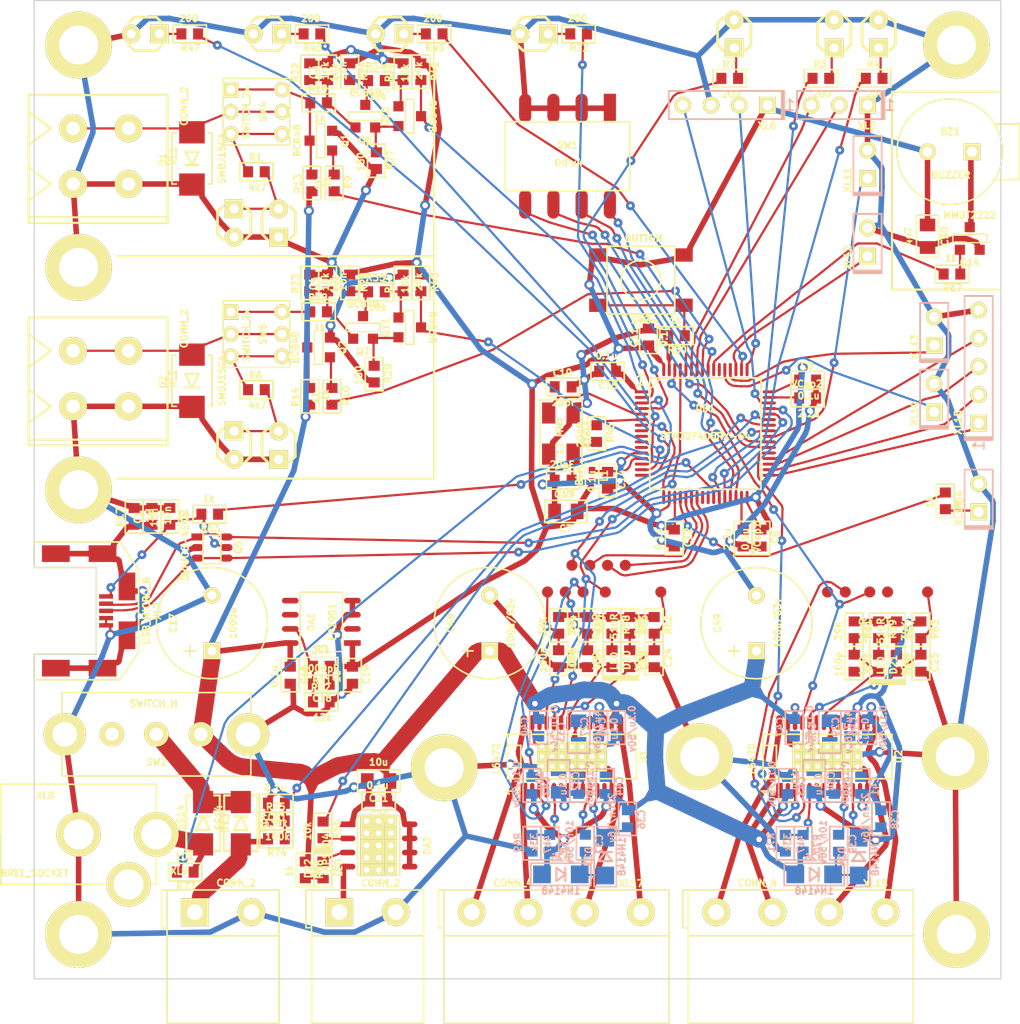
<source format=kicad_pcb>
(kicad_pcb (version 4) (host pcbnew "(2015-07-11 BZR 5925, Git c291b88)-product")
  (layers (0 F.Cu signal) (31 B.Cu signal) (36 B.SilkS user) (37 F.SilkS user) (38 B.Mask user) (39 F.Mask user) (44 Edge.Cuts user))
  (net 0 "")
  (net 1 /BuzzerOut)
  (net 2 +3.3V)
  (net 3 /SHLD)
  (net 4 GND)
  (net 5 /5V_USB)
  (net 6 "Net-(C3-Pad1)")
  (net 7 "Net-(C4-Pad1)")
  (net 8 "Net-(C10-Pad1)")
  (net 9 "Net-(C13-Pad1)")
  (net 10 "Net-(C14-Pad1)")
  (net 11 +12V)
  (net 12 "Net-(C18-Pad2)")
  (net 13 /BUSY/SYNC_1)
  (net 14 /BUSY/SYNC_2)
  (net 15 /FLAG_1)
  (net 16 /FLAG_2)
  (net 17 /Vdd1)
  (net 18 /Vdd2)
  (net 19 /STBY/RST)
  (net 20 "Net-(C36-Pad1)")
  (net 21 "Net-(C37-Pad1)")
  (net 22 "Net-(C37-Pad2)")
  (net 23 "Net-(C38-Pad1)")
  (net 24 "Net-(C39-Pad1)")
  (net 25 "Net-(C39-Pad2)")
  (net 26 /BatteryMeas)
  (net 27 /LineIn1)
  (net 28 /LineIn2)
  (net 29 "Net-(D3-PadA)")
  (net 30 "Net-(D5-PadA)")
  (net 31 "Net-(D10-PadC)")
  (net 32 /PWR_IN)
  (net 33 /PWR_SRC)
  (net 34 /PWR_BAT)
  (net 35 "Net-(D15-PadA)")
  (net 36 "Net-(D16-PadA)")
  (net 37 "Net-(D17-PadA)")
  (net 38 "Net-(D18-PadA)")
  (net 39 "Net-(D19-PadA)")
  (net 40 "Net-(D20-PadA)")
  (net 41 "Net-(D21-PadA)")
  (net 42 "Net-(D22-PadA)")
  (net 43 "Net-(D22-PadC)")
  (net 44 "Net-(D27-PadA)")
  (net 45 "Net-(DA2-Pad2)")
  (net 46 /MagnetOUT)
  (net 47 /LED4)
  (net 48 "Net-(DD1-Pad6)")
  (net 49 /SW_1)
  (net 50 /TrgOut1)
  (net 51 /TrgOut2)
  (net 52 /LED1)
  (net 53 /LED2)
  (net 54 "Net-(DD1-Pad20)")
  (net 55 /MOTOR_SCK)
  (net 56 /MOTOR_MISO)
  (net 57 /MOTOR_MOSI)
  (net 58 /SW_2)
  (net 59 /RSL1)
  (net 60 /RSL2)
  (net 61 /RSL3)
  (net 62 /RSL4)
  (net 63 /DS3)
  (net 64 /DS4)
  (net 65 "Net-(DD1-Pad31)")
  (net 66 /DS1)
  (net 67 /DS2)
  (net 68 /GPIO1)
  (net 69 /MOTOR_CS)
  (net 70 "Net-(DD1-Pad42)")
  (net 71 /MagnetIN)
  (net 72 /D-)
  (net 73 /D+)
  (net 74 /SWDIO)
  (net 75 "Net-(DD1-Pad47)")
  (net 76 /SWCLK)
  (net 77 /LED3)
  (net 78 /GPIO2)
  (net 79 /GPIO3)
  (net 80 /GPIO4)
  (net 81 /Buzzer)
  (net 82 /LineTx1)
  (net 83 /LineTx2)
  (net 84 /DBG_UART_TX)
  (net 85 /DBG_UART_RX)
  (net 86 "Net-(DD1-Pad60)")
  (net 87 /STEP_CLK_1)
  (net 88 /STEP_CLK_2)
  (net 89 "Net-(Q1-Pad1)")
  (net 90 "Net-(Q1-Pad3)")
  (net 91 "Net-(Q2-Pad1)")
  (net 92 "Net-(Q2-Pad3)")
  (net 93 "Net-(Q10-Pad2)")
  (net 94 "Net-(Q6-Pad3)")
  (net 95 "Net-(Q11-Pad2)")
  (net 96 "Net-(Q7-Pad3)")
  (net 97 "Net-(Q10-Pad1)")
  (net 98 "Net-(Q11-Pad1)")
  (net 99 "Net-(Q14-Pad1)")
  (net 100 "Net-(R1-Pad1)")
  (net 101 "Net-(R54-Pad2)")
  (net 102 /ADC_1)
  (net 103 /ADC_2)
  (net 104 /SDI_2)
  (net 105 /OUT1_1A)
  (net 106 /OUT1_1B)
  (net 107 /OUT1_2B)
  (net 108 /OUT1_2A)
  (net 109 /OUT2_1A)
  (net 110 /OUT2_1B)
  (net 111 /OUT2_2B)
  (net 112 /OUT2_2A)
  (net 113 "Net-(D4-PadA)")
  (net 114 "Net-(D7-PadA)")
  (net 115 /PwrSrcSns)
  (net 116 /LED_SRC_PWR)
  (net 117 /LED_BT_PWR)
  (net 118 /LED_BT_LOW)
  (net 119 "Net-(R6-Pad1)")
  (module Installation:BUZZER_HC0903 (layer F.Cu) (at 150.4 41.6)
    (fp_text reference BZ1 (at 0.0508 -1.80086) (layer F.SilkS) (effects (font (size 0.59944 0.59944) (thickness 0.14986))))
    (fp_text value BUZZER (at 0.09906 2.10058) (layer F.SilkS) (effects (font (size 0.59944 0.59944) (thickness 0.14986))))
    (pad 1 thru_hole rect (at 2 0) (size 1.5 1.5) (drill 0.9) (layers *.Cu *.Mask F.SilkS) (net 1 /BuzzerOut))
    (pad 2 thru_hole circle (at -2 0) (size 1.5 1.5) (drill 0.9) (layers *.Cu *.Mask F.SilkS) (net 2 +3.3V))
  )
  (module Capacitors:CAP_0603 (layer F.Cu) (at 78.6 74.4 90)
    (fp_text reference C1 (at -0.0635 -1.27 90) (layer F.SilkS) (effects (font (size 0.6 0.6))))
    (fp_text value 10n (at 0.09906 1.39954 90) (layer F.SilkS) (effects (font (size 0.6 0.6))))
    (pad 1 smd rect (at -0.762 0 90) (size 0.889 1.016) (layers F.Cu F.Mask) (net 3 /SHLD))
    (pad 2 smd rect (at 0.762 0 90) (size 0.889 1.016) (layers F.Cu F.Mask) (net 4 GND))
  )
  (module Capacitors:CAP_0603 (layer F.Cu) (at 80.2 74.4 270)
    (fp_text reference C2 (at -0.0635 -1.27 270) (layer F.SilkS) (effects (font (size 0.6 0.6))))
    (fp_text value 10n (at 0.09906 1.39954 270) (layer F.SilkS) (effects (font (size 0.6 0.6))))
    (pad 1 smd rect (at -0.762 0 270) (size 0.889 1.016) (layers F.Cu F.Mask) (net 4 GND))
    (pad 2 smd rect (at 0.762 0 270) (size 0.889 1.016) (layers F.Cu F.Mask) (net 5 /5V_USB))
  )
  (module Capacitors:CAP_0603 (layer F.Cu) (at 94.4 34.4 90)
    (fp_text reference C3 (at -0.0635 -1.27 90) (layer F.SilkS) (effects (font (size 0.6 0.6))))
    (fp_text value 10n (at 0.09906 1.39954 90) (layer F.SilkS) (effects (font (size 0.6 0.6))))
    (pad 1 smd rect (at -0.762 0 90) (size 0.889 1.016) (layers F.Cu F.Mask) (net 6 "Net-(C3-Pad1)"))
    (pad 2 smd rect (at 0.762 0 90) (size 0.889 1.016) (layers F.Cu F.Mask) (net 4 GND))
  )
  (module Capacitors:CAP_0603 (layer F.Cu) (at 94.4 53.4 90)
    (fp_text reference C4 (at -0.0635 -1.27 90) (layer F.SilkS) (effects (font (size 0.6 0.6))))
    (fp_text value 10n (at 0.09906 1.39954 90) (layer F.SilkS) (effects (font (size 0.6 0.6))))
    (pad 1 smd rect (at -0.762 0 90) (size 0.889 1.016) (layers F.Cu F.Mask) (net 7 "Net-(C4-Pad1)"))
    (pad 2 smd rect (at 0.762 0 90) (size 0.889 1.016) (layers F.Cu F.Mask) (net 4 GND))
  )
  (module Capacitors:CAP_0805 (layer F.Cu) (at 115.852 73.9491 180)
    (fp_text reference C7 (at 0 -1.55 180) (layer F.SilkS) (effects (font (size 0.6 0.6))))
    (fp_text value 10u (at 0 1.69926 180) (layer F.SilkS) (effects (font (size 0.6 0.6))))
    (pad 1 smd rect (at -1.016 0 180) (size 1.143 1.397) (layers F.Cu F.Mask) (net 2 +3.3V))
    (pad 2 smd rect (at 1.016 0 180) (size 1.143 1.397) (layers F.Cu F.Mask) (net 4 GND))
  )
  (module Capacitors:CAP_0603 (layer F.Cu) (at 133.405 76.348 270)
    (fp_text reference C8 (at -0.0635 -1.27 270) (layer F.SilkS) (effects (font (size 0.6 0.6))))
    (fp_text value 0.1u (at 0.09906 1.39954 270) (layer F.SilkS) (effects (font (size 0.6 0.6))))
    (pad 1 smd rect (at -0.762 0 270) (size 0.889 1.016) (layers F.Cu F.Mask) (net 2 +3.3V))
    (pad 2 smd rect (at 0.762 0 270) (size 0.889 1.016) (layers F.Cu F.Mask) (net 4 GND))
  )
  (module Capacitors:CAP_0603 (layer F.Cu) (at 137.605 62.148)
    (fp_text reference C9 (at -0.0635 -1.27) (layer F.SilkS) (effects (font (size 0.6 0.6))))
    (fp_text value 0.1u (at 0.09906 1.39954) (layer F.SilkS) (effects (font (size 0.6 0.6))))
    (pad 1 smd rect (at -0.762 0) (size 0.889 1.016) (layers F.Cu F.Mask) (net 2 +3.3V))
    (pad 2 smd rect (at 0.762 0) (size 0.889 1.016) (layers F.Cu F.Mask) (net 4 GND))
  )
  (module Capacitors:CAP_0603 (layer F.Cu) (at 115.605 62.748)
    (fp_text reference C10 (at -0.0635 -1.27) (layer F.SilkS) (effects (font (size 0.6 0.6))))
    (fp_text value 20pF (at 0.09906 1.39954) (layer F.SilkS) (effects (font (size 0.6 0.6))))
    (pad 1 smd rect (at -0.762 0) (size 0.889 1.016) (layers F.Cu F.Mask) (net 8 "Net-(C10-Pad1)"))
    (pad 2 smd rect (at 0.762 0) (size 0.889 1.016) (layers F.Cu F.Mask) (net 4 GND))
  )
  (module Capacitors:CAP_0603 (layer F.Cu) (at 123.286 58.2567 90)
    (fp_text reference C11 (at -0.0635 -1.27 90) (layer F.SilkS) (effects (font (size 0.6 0.6))))
    (fp_text value 0.1u (at 0.09906 1.39954 90) (layer F.SilkS) (effects (font (size 0.6 0.6))))
    (pad 1 smd rect (at -0.762 0 90) (size 0.889 1.016) (layers F.Cu F.Mask) (net 2 +3.3V))
    (pad 2 smd rect (at 0.762 0 90) (size 0.889 1.016) (layers F.Cu F.Mask) (net 4 GND))
  )
  (module Capacitors:CAP_0603 (layer F.Cu) (at 125.605 76.348 270)
    (fp_text reference C12 (at -0.0635 -1.27 270) (layer F.SilkS) (effects (font (size 0.6 0.6))))
    (fp_text value 0.1u (at 0.09906 1.39954 270) (layer F.SilkS) (effects (font (size 0.6 0.6))))
    (pad 1 smd rect (at -0.762 0 270) (size 0.889 1.016) (layers F.Cu F.Mask) (net 2 +3.3V))
    (pad 2 smd rect (at 0.762 0 270) (size 0.889 1.016) (layers F.Cu F.Mask) (net 4 GND))
  )
  (module Capacitors:CAP_0603 (layer F.Cu) (at 115.605 71.148 180)
    (fp_text reference C13 (at -0.0635 -1.27 180) (layer F.SilkS) (effects (font (size 0.6 0.6))))
    (fp_text value 20pF (at 0.09906 1.39954 180) (layer F.SilkS) (effects (font (size 0.6 0.6))))
    (pad 1 smd rect (at -0.762 0 180) (size 0.889 1.016) (layers F.Cu F.Mask) (net 9 "Net-(C13-Pad1)"))
    (pad 2 smd rect (at 0.762 0 180) (size 0.889 1.016) (layers F.Cu F.Mask) (net 4 GND))
  )
  (module Capacitors:CAP_0603 (layer F.Cu) (at 119.605 71.148 270)
    (fp_text reference C14 (at -0.0635 -1.27 270) (layer F.SilkS) (effects (font (size 0.6 0.6))))
    (fp_text value 0.1u (at 0.09906 1.39954 270) (layer F.SilkS) (effects (font (size 0.6 0.6))))
    (pad 1 smd rect (at -0.762 0 270) (size 0.889 1.016) (layers F.Cu F.Mask) (net 10 "Net-(C14-Pad1)"))
    (pad 2 smd rect (at 0.762 0 270) (size 0.889 1.016) (layers F.Cu F.Mask) (net 4 GND))
  )
  (module Capacitors:CAP_0603 (layer F.Cu) (at 119.605 61.348 180)
    (fp_text reference C15 (at -0.0635 -1.27 180) (layer F.SilkS) (effects (font (size 0.6 0.6))))
    (fp_text value 0.1u (at 0.09906 1.39954 180) (layer F.SilkS) (effects (font (size 0.6 0.6))))
    (pad 1 smd rect (at -0.762 0 180) (size 0.889 1.016) (layers F.Cu F.Mask) (net 2 +3.3V))
    (pad 2 smd rect (at 0.762 0 180) (size 0.889 1.016) (layers F.Cu F.Mask) (net 4 GND))
  )
  (module Capacitors:CAP_0603 (layer F.Cu) (at 91.0432 88.6841 270)
    (fp_text reference C16 (at -0.0635 -1.27 270) (layer F.SilkS) (effects (font (size 0.6 0.6))))
    (fp_text value 0.1u (at 0.09906 1.39954 270) (layer F.SilkS) (effects (font (size 0.6 0.6))))
    (pad 1 smd rect (at -0.762 0 270) (size 0.889 1.016) (layers F.Cu F.Mask) (net 11 +12V))
    (pad 2 smd rect (at 0.762 0 270) (size 0.889 1.016) (layers F.Cu F.Mask) (net 4 GND))
  )
  (module Capacitors:CAP_10xxR (layer F.Cu) (at 84 84 90)
    (fp_text reference C17 (at 0 -3.5 90) (layer F.SilkS) (effects (font (size 0.6 0.6))))
    (fp_text value 1000u (at 0 1.9 90) (layer F.SilkS) (effects (font (size 0.6 0.6))))
    (pad 1 thru_hole rect (at -2.5 0 90) (size 1.5 1.5) (drill 0.8) (layers *.Cu *.Mask F.SilkS) (net 11 +12V))
    (pad 2 thru_hole circle (at 2.5 0 90) (size 1.5 1.5) (drill 0.8) (layers *.Cu *.Mask F.SilkS) (net 4 GND))
  )
  (module Capacitors:CAP_0603 (layer F.Cu) (at 93.8432 89.4841 180)
    (fp_text reference C18 (at -0.0635 -1.27 180) (layer F.SilkS) (effects (font (size 0.6 0.6))))
    (fp_text value 1000pF (at 0.09906 1.39954 180) (layer F.SilkS) (effects (font (size 0.6 0.6))))
    (pad 1 smd rect (at -0.762 0 180) (size 0.889 1.016) (layers F.Cu F.Mask) (net 2 +3.3V))
    (pad 2 smd rect (at 0.762 0 180) (size 0.889 1.016) (layers F.Cu F.Mask) (net 12 "Net-(C18-Pad2)"))
  )
  (module Capacitors:CAP_0603 (layer F.Cu) (at 96.6432 88.6841 270)
    (fp_text reference C19 (at -0.0635 -1.27 270) (layer F.SilkS) (effects (font (size 0.6 0.6))))
    (fp_text value 1u (at 0.09906 1.39954 270) (layer F.SilkS) (effects (font (size 0.6 0.6))))
    (pad 1 smd rect (at -0.762 0 270) (size 0.889 1.016) (layers F.Cu F.Mask) (net 2 +3.3V))
    (pad 2 smd rect (at 0.762 0 270) (size 0.889 1.016) (layers F.Cu F.Mask) (net 4 GND))
  )
  (module Capacitors:CAP_0603 (layer F.Cu) (at 99 100 180)
    (fp_text reference C20 (at -0.0635 -1.27 180) (layer F.SilkS) (effects (font (size 0.6 0.6))))
    (fp_text value 0.1u (at 0.09906 1.39954 180) (layer F.SilkS) (effects (font (size 0.6 0.6))))
    (pad 1 smd rect (at -0.762 0 180) (size 0.889 1.016) (layers F.Cu F.Mask) (net 11 +12V))
    (pad 2 smd rect (at 0.762 0 180) (size 0.889 1.016) (layers F.Cu F.Mask) (net 4 GND))
  )
  (module Capacitors:CAP_0805 (layer F.Cu) (at 99 98.2 180)
    (fp_text reference C21 (at 0 -1.55 180) (layer F.SilkS) (effects (font (size 0.6 0.6))))
    (fp_text value 10u (at 0 1.69926 180) (layer F.SilkS) (effects (font (size 0.6 0.6))))
    (pad 1 smd rect (at -1.016 0 180) (size 1.143 1.397) (layers F.Cu F.Mask) (net 11 +12V))
    (pad 2 smd rect (at 1.016 0 180) (size 1.143 1.397) (layers F.Cu F.Mask) (net 4 GND))
  )
  (module Capacitors:CAP_0603 (layer F.Cu) (at 117.8 87.2 270)
    (fp_text reference C22 (at -0.0635 -1.27 270) (layer F.SilkS) (effects (font (size 0.6 0.6))))
    (fp_text value 100p (at 0.09906 1.39954 270) (layer F.SilkS) (effects (font (size 0.6 0.6))))
    (pad 1 smd rect (at -0.762 0 270) (size 0.889 1.016) (layers F.Cu F.Mask) (net 13 /BUSY/SYNC_1))
    (pad 2 smd rect (at 0.762 0 270) (size 0.889 1.016) (layers F.Cu F.Mask) (net 4 GND))
  )
  (module Capacitors:CAP_0603 (layer F.Cu) (at 141.8 87.6 270)
    (fp_text reference C23 (at -0.0635 -1.27 270) (layer F.SilkS) (effects (font (size 0.6 0.6))))
    (fp_text value 100p (at 0.09906 1.39954 270) (layer F.SilkS) (effects (font (size 0.6 0.6))))
    (pad 1 smd rect (at -0.762 0 270) (size 0.889 1.016) (layers F.Cu F.Mask) (net 14 /BUSY/SYNC_2))
    (pad 2 smd rect (at 0.762 0 270) (size 0.889 1.016) (layers F.Cu F.Mask) (net 4 GND))
  )
  (module Capacitors:CAP_0603 (layer F.Cu) (at 123.8 87.2 270)
    (fp_text reference C24 (at -0.0635 -1.27 270) (layer F.SilkS) (effects (font (size 0.6 0.6))))
    (fp_text value 100p (at 0.09906 1.39954 270) (layer F.SilkS) (effects (font (size 0.6 0.6))))
    (pad 1 smd rect (at -0.762 0 270) (size 0.889 1.016) (layers F.Cu F.Mask) (net 15 /FLAG_1))
    (pad 2 smd rect (at 0.762 0 270) (size 0.889 1.016) (layers F.Cu F.Mask) (net 4 GND))
  )
  (module Capacitors:CAP_0603 (layer F.Cu) (at 147.8 87.6 270)
    (fp_text reference C25 (at -0.0635 -1.27 270) (layer F.SilkS) (effects (font (size 0.6 0.6))))
    (fp_text value 100p (at 0.09906 1.39954 270) (layer F.SilkS) (effects (font (size 0.6 0.6))))
    (pad 1 smd rect (at -0.762 0 270) (size 0.889 1.016) (layers F.Cu F.Mask) (net 16 /FLAG_2))
    (pad 2 smd rect (at 0.762 0 270) (size 0.889 1.016) (layers F.Cu F.Mask) (net 4 GND))
  )
  (module Capacitors:CAP_0603 (layer B.Cu) (at 117 98.6 90)
    (fp_text reference C26 (at -0.0635 1.27 90) (layer B.SilkS) (effects (font (size 0.6 0.6)) (justify mirror)))
    (fp_text value 0.1u (at 0.09906 -1.39954 90) (layer B.SilkS) (effects (font (size 0.6 0.6)) (justify mirror)))
    (pad 1 smd rect (at -0.762 0 90) (size 0.889 1.016) (layers B.Cu B.Mask) (net 17 /Vdd1))
    (pad 2 smd rect (at 0.762 0 90) (size 0.889 1.016) (layers B.Cu B.Mask) (net 4 GND))
  )
  (module Capacitors:CAP_0603 (layer B.Cu) (at 118.8 93.4 270)
    (fp_text reference C27 (at -0.0635 1.27 270) (layer B.SilkS) (effects (font (size 0.6 0.6)) (justify mirror)))
    (fp_text value 0.1u (at 0.09906 -1.39954 270) (layer B.SilkS) (effects (font (size 0.6 0.6)) (justify mirror)))
    (pad 1 smd rect (at -0.762 0 270) (size 0.889 1.016) (layers B.Cu B.Mask) (net 17 /Vdd1))
    (pad 2 smd rect (at 0.762 0 270) (size 0.889 1.016) (layers B.Cu B.Mask) (net 4 GND))
  )
  (module Capacitors:CAP_0603 (layer B.Cu) (at 140 98.6 90)
    (fp_text reference C28 (at -0.0635 1.27 90) (layer B.SilkS) (effects (font (size 0.6 0.6)) (justify mirror)))
    (fp_text value 0.1u (at 0.09906 -1.39954 90) (layer B.SilkS) (effects (font (size 0.6 0.6)) (justify mirror)))
    (pad 1 smd rect (at -0.762 0 90) (size 0.889 1.016) (layers B.Cu B.Mask) (net 18 /Vdd2))
    (pad 2 smd rect (at 0.762 0 90) (size 0.889 1.016) (layers B.Cu B.Mask) (net 4 GND))
  )
  (module Capacitors:CAP_0603 (layer B.Cu) (at 141.4 93.4 270)
    (fp_text reference C29 (at -0.0635 1.27 270) (layer B.SilkS) (effects (font (size 0.6 0.6)) (justify mirror)))
    (fp_text value 0.1u (at 0.09906 -1.39954 270) (layer B.SilkS) (effects (font (size 0.6 0.6)) (justify mirror)))
    (pad 1 smd rect (at -0.762 0 270) (size 0.889 1.016) (layers B.Cu B.Mask) (net 18 /Vdd2))
    (pad 2 smd rect (at 0.762 0 270) (size 0.889 1.016) (layers B.Cu B.Mask) (net 4 GND))
  )
  (module Capacitors:CAP_0603 (layer F.Cu) (at 115.2 87.2 270)
    (fp_text reference C30 (at -0.0635 -1.27 270) (layer F.SilkS) (effects (font (size 0.6 0.6))))
    (fp_text value 100p (at 0.09906 1.39954 270) (layer F.SilkS) (effects (font (size 0.6 0.6))))
    (pad 1 smd rect (at -0.762 0 270) (size 0.889 1.016) (layers F.Cu F.Mask) (net 19 /STBY/RST))
    (pad 2 smd rect (at 0.762 0 270) (size 0.889 1.016) (layers F.Cu F.Mask) (net 4 GND))
  )
  (module Capacitors:CAP_0805 (layer B.Cu) (at 115.2 98.2 90)
    (fp_text reference C32 (at 0 1.55 90) (layer B.SilkS) (effects (font (size 0.6 0.6)) (justify mirror)))
    (fp_text value 10u (at 0 -1.69926 90) (layer B.SilkS) (effects (font (size 0.6 0.6)) (justify mirror)))
    (pad 1 smd rect (at -1.016 0 90) (size 1.143 1.397) (layers B.Cu B.Mask) (net 17 /Vdd1))
    (pad 2 smd rect (at 1.016 0 90) (size 1.143 1.397) (layers B.Cu B.Mask) (net 4 GND))
  )
  (module Capacitors:CAP_0805 (layer B.Cu) (at 117 93.8 270)
    (fp_text reference C33 (at 0 1.55 270) (layer B.SilkS) (effects (font (size 0.6 0.6)) (justify mirror)))
    (fp_text value 4u7/63v (at 0 -1.69926 270) (layer B.SilkS) (effects (font (size 0.6 0.6)) (justify mirror)))
    (pad 1 smd rect (at -1.016 0 270) (size 1.143 1.397) (layers B.Cu B.Mask) (net 17 /Vdd1))
    (pad 2 smd rect (at 1.016 0 270) (size 1.143 1.397) (layers B.Cu B.Mask) (net 4 GND))
  )
  (module Capacitors:CAP_0805 (layer B.Cu) (at 138.2 98.2 90)
    (fp_text reference C34 (at 0 1.55 90) (layer B.SilkS) (effects (font (size 0.6 0.6)) (justify mirror)))
    (fp_text value 10u (at 0 -1.69926 90) (layer B.SilkS) (effects (font (size 0.6 0.6)) (justify mirror)))
    (pad 1 smd rect (at -1.016 0 90) (size 1.143 1.397) (layers B.Cu B.Mask) (net 18 /Vdd2))
    (pad 2 smd rect (at 1.016 0 90) (size 1.143 1.397) (layers B.Cu B.Mask) (net 4 GND))
  )
  (module Capacitors:CAP_0805 (layer B.Cu) (at 139.6 93.8 270)
    (fp_text reference C35 (at 0 1.55 270) (layer B.SilkS) (effects (font (size 0.6 0.6)) (justify mirror)))
    (fp_text value 4u7/63v (at 0 -1.69926 270) (layer B.SilkS) (effects (font (size 0.6 0.6)) (justify mirror)))
    (pad 1 smd rect (at -1.016 0 270) (size 1.143 1.397) (layers B.Cu B.Mask) (net 18 /Vdd2))
    (pad 2 smd rect (at 1.016 0 270) (size 1.143 1.397) (layers B.Cu B.Mask) (net 4 GND))
  )
  (module Capacitors:CAP_0603 (layer B.Cu) (at 121.4 101.6 90)
    (fp_text reference C36 (at -0.0635 1.27 90) (layer B.SilkS) (effects (font (size 0.6 0.6)) (justify mirror)))
    (fp_text value 220n/16v (at 0.09906 -1.39954 90) (layer B.SilkS) (effects (font (size 0.6 0.6)) (justify mirror)))
    (pad 1 smd rect (at -0.762 0 90) (size 0.889 1.016) (layers B.Cu B.Mask) (net 20 "Net-(C36-Pad1)"))
    (pad 2 smd rect (at 0.762 0 90) (size 0.889 1.016) (layers B.Cu B.Mask) (net 11 +12V))
  )
  (module Capacitors:CAP_0603 (layer B.Cu) (at 117.6 103.8 90)
    (fp_text reference C37 (at -0.0635 1.27 90) (layer B.SilkS) (effects (font (size 0.6 0.6)) (justify mirror)))
    (fp_text value 10n/50v (at 0.09906 -1.39954 90) (layer B.SilkS) (effects (font (size 0.6 0.6)) (justify mirror)))
    (pad 1 smd rect (at -0.762 0 90) (size 0.889 1.016) (layers B.Cu B.Mask) (net 21 "Net-(C37-Pad1)"))
    (pad 2 smd rect (at 0.762 0 90) (size 0.889 1.016) (layers B.Cu B.Mask) (net 22 "Net-(C37-Pad2)"))
  )
  (module Capacitors:CAP_0603 (layer B.Cu) (at 144.2 101.6 90)
    (fp_text reference C38 (at -0.0635 1.27 90) (layer B.SilkS) (effects (font (size 0.6 0.6)) (justify mirror)))
    (fp_text value 220n/16v (at 0.09906 -1.39954 90) (layer B.SilkS) (effects (font (size 0.6 0.6)) (justify mirror)))
    (pad 1 smd rect (at -0.762 0 90) (size 0.889 1.016) (layers B.Cu B.Mask) (net 23 "Net-(C38-Pad1)"))
    (pad 2 smd rect (at 0.762 0 90) (size 0.889 1.016) (layers B.Cu B.Mask) (net 11 +12V))
  )
  (module Capacitors:CAP_0603 (layer B.Cu) (at 140.4 103.8 90)
    (fp_text reference C39 (at -0.0635 1.27 90) (layer B.SilkS) (effects (font (size 0.6 0.6)) (justify mirror)))
    (fp_text value 10n/50v (at 0.09906 -1.39954 90) (layer B.SilkS) (effects (font (size 0.6 0.6)) (justify mirror)))
    (pad 1 smd rect (at -0.762 0 90) (size 0.889 1.016) (layers B.Cu B.Mask) (net 24 "Net-(C39-Pad1)"))
    (pad 2 smd rect (at 0.762 0 90) (size 0.889 1.016) (layers B.Cu B.Mask) (net 25 "Net-(C39-Pad2)"))
  )
  (module Capacitors:CAP_0603 (layer B.Cu) (at 113.4 93.4 270)
    (fp_text reference C40 (at -0.0635 1.27 270) (layer B.SilkS) (effects (font (size 0.6 0.6)) (justify mirror)))
    (fp_text value 0.1u/50v (at 0.09906 -1.39954 270) (layer B.SilkS) (effects (font (size 0.6 0.6)) (justify mirror)))
    (pad 1 smd rect (at -0.762 0 270) (size 0.889 1.016) (layers B.Cu B.Mask) (net 11 +12V))
    (pad 2 smd rect (at 0.762 0 270) (size 0.889 1.016) (layers B.Cu B.Mask) (net 4 GND))
  )
  (module Capacitors:CAP_0603 (layer B.Cu) (at 142.4 98.6 90)
    (fp_text reference C41 (at -0.0635 1.27 90) (layer B.SilkS) (effects (font (size 0.6 0.6)) (justify mirror)))
    (fp_text value 0.1u/50v (at 0.09906 -1.39954 90) (layer B.SilkS) (effects (font (size 0.6 0.6)) (justify mirror)))
    (pad 1 smd rect (at -0.762 0 90) (size 0.889 1.016) (layers B.Cu B.Mask) (net 11 +12V))
    (pad 2 smd rect (at 0.762 0 90) (size 0.889 1.016) (layers B.Cu B.Mask) (net 4 GND))
  )
  (module Capacitors:CAP_0603 (layer B.Cu) (at 112.8 98.6 90)
    (fp_text reference C42 (at -0.0635 1.27 90) (layer B.SilkS) (effects (font (size 0.6 0.6)) (justify mirror)))
    (fp_text value 0.1u/50v (at 0.09906 -1.39954 90) (layer B.SilkS) (effects (font (size 0.6 0.6)) (justify mirror)))
    (pad 1 smd rect (at -0.762 0 90) (size 0.889 1.016) (layers B.Cu B.Mask) (net 11 +12V))
    (pad 2 smd rect (at 0.762 0 90) (size 0.889 1.016) (layers B.Cu B.Mask) (net 4 GND))
  )
  (module Capacitors:CAP_0603 (layer B.Cu) (at 135.8 98.6 90)
    (fp_text reference C43 (at -0.0635 1.27 90) (layer B.SilkS) (effects (font (size 0.6 0.6)) (justify mirror)))
    (fp_text value 0.1u/50v (at 0.09906 -1.39954 90) (layer B.SilkS) (effects (font (size 0.6 0.6)) (justify mirror)))
    (pad 1 smd rect (at -0.762 0 90) (size 0.889 1.016) (layers B.Cu B.Mask) (net 11 +12V))
    (pad 2 smd rect (at 0.762 0 90) (size 0.889 1.016) (layers B.Cu B.Mask) (net 4 GND))
  )
  (module Capacitors:CAP_0603 (layer B.Cu) (at 119.4 98.6 90)
    (fp_text reference C44 (at -0.0635 1.27 90) (layer B.SilkS) (effects (font (size 0.6 0.6)) (justify mirror)))
    (fp_text value 0.1u/50v (at 0.09906 -1.39954 90) (layer B.SilkS) (effects (font (size 0.6 0.6)) (justify mirror)))
    (pad 1 smd rect (at -0.762 0 90) (size 0.889 1.016) (layers B.Cu B.Mask) (net 11 +12V))
    (pad 2 smd rect (at 0.762 0 90) (size 0.889 1.016) (layers B.Cu B.Mask) (net 4 GND))
  )
  (module Capacitors:CAP_0603 (layer B.Cu) (at 143 93.4 270)
    (fp_text reference C45 (at -0.0635 1.27 270) (layer B.SilkS) (effects (font (size 0.6 0.6)) (justify mirror)))
    (fp_text value 0.1u/50v (at 0.09906 -1.39954 270) (layer B.SilkS) (effects (font (size 0.6 0.6)) (justify mirror)))
    (pad 1 smd rect (at -0.762 0 270) (size 0.889 1.016) (layers B.Cu B.Mask) (net 11 +12V))
    (pad 2 smd rect (at 0.762 0 270) (size 0.889 1.016) (layers B.Cu B.Mask) (net 4 GND))
  )
  (module Capacitors:CAP_0603 (layer B.Cu) (at 120.4 93.4 270)
    (fp_text reference C46 (at -0.0635 1.27 270) (layer B.SilkS) (effects (font (size 0.6 0.6)) (justify mirror)))
    (fp_text value 0.1u/50v (at 0.09906 -1.39954 270) (layer B.SilkS) (effects (font (size 0.6 0.6)) (justify mirror)))
    (pad 1 smd rect (at -0.762 0 270) (size 0.889 1.016) (layers B.Cu B.Mask) (net 11 +12V))
    (pad 2 smd rect (at 0.762 0 270) (size 0.889 1.016) (layers B.Cu B.Mask) (net 4 GND))
  )
  (module Capacitors:CAP_0603 (layer B.Cu) (at 136.4 93.4 270)
    (fp_text reference C47 (at -0.0635 1.27 270) (layer B.SilkS) (effects (font (size 0.6 0.6)) (justify mirror)))
    (fp_text value 0.1u/50v (at 0.09906 -1.39954 270) (layer B.SilkS) (effects (font (size 0.6 0.6)) (justify mirror)))
    (pad 1 smd rect (at -0.762 0 270) (size 0.889 1.016) (layers B.Cu B.Mask) (net 11 +12V))
    (pad 2 smd rect (at 0.762 0 270) (size 0.889 1.016) (layers B.Cu B.Mask) (net 4 GND))
  )
  (module Capacitors:CAP_10xxR (layer F.Cu) (at 109 84 90)
    (fp_text reference C48 (at 0 -3.5 90) (layer F.SilkS) (effects (font (size 0.6 0.6))))
    (fp_text value 100u/63v (at 0 1.9 90) (layer F.SilkS) (effects (font (size 0.6 0.6))))
    (pad 1 thru_hole rect (at -2.5 0 90) (size 1.5 1.5) (drill 0.8) (layers *.Cu *.Mask F.SilkS) (net 11 +12V))
    (pad 2 thru_hole circle (at 2.5 0 90) (size 1.5 1.5) (drill 0.8) (layers *.Cu *.Mask F.SilkS) (net 4 GND))
  )
  (module Capacitors:CAP_10xxR (layer F.Cu) (at 133 84 90)
    (fp_text reference C49 (at 0 -3.5 90) (layer F.SilkS) (effects (font (size 0.6 0.6))))
    (fp_text value 100u/63v (at 0 1.9 90) (layer F.SilkS) (effects (font (size 0.6 0.6))))
    (pad 1 thru_hole rect (at -2.5 0 90) (size 1.5 1.5) (drill 0.8) (layers *.Cu *.Mask F.SilkS) (net 11 +12V))
    (pad 2 thru_hole circle (at 2.5 0 90) (size 1.5 1.5) (drill 0.8) (layers *.Cu *.Mask F.SilkS) (net 4 GND))
  )
  (module Capacitors:CAP_0805 (layer F.Cu) (at 148.4 49.2 270)
    (fp_text reference C50 (at 0 -1.55 270) (layer F.SilkS) (effects (font (size 0.6 0.6))))
    (fp_text value 4u7 (at 0 1.69926 270) (layer F.SilkS) (effects (font (size 0.6 0.6))))
    (pad 1 smd rect (at -1.016 0 270) (size 1.143 1.397) (layers F.Cu F.Mask) (net 2 +3.3V))
    (pad 2 smd rect (at 1.016 0 270) (size 1.143 1.397) (layers F.Cu F.Mask) (net 4 GND))
  )
  (module Capacitors:CAP_0603 (layer F.Cu) (at 89.8 100.2 180)
    (fp_text reference C51 (at -0.0635 -1.27 180) (layer F.SilkS) (effects (font (size 0.6 0.6))))
    (fp_text value 0.1u (at 0.09906 1.39954 180) (layer F.SilkS) (effects (font (size 0.6 0.6))))
    (pad 1 smd rect (at -0.762 0 180) (size 0.889 1.016) (layers F.Cu F.Mask) (net 26 /BatteryMeas))
    (pad 2 smd rect (at 0.762 0 180) (size 0.889 1.016) (layers F.Cu F.Mask) (net 4 GND))
  )
  (module Diodes:SMB_DO214AA (layer F.Cu) (at 82.2 42.2 90)
    (fp_text reference D1 (at -0.09906 -2.60096 90) (layer F.SilkS) (effects (font (size 0.59944 0.59944) (thickness 0.14986))))
    (fp_text value SMBJ15CA (at 0 2.70002 90) (layer F.SilkS) (effects (font (size 0.59944 0.59944) (thickness 0.14986))))
    (pad C smd rect (at -2.3495 0 90) (size 1.99898 2.30124) (layers F.Cu F.Mask) (net 4 GND))
    (pad A smd rect (at 2.3495 0 90) (size 1.99898 2.30124) (layers F.Cu F.Mask) (net 27 /LineIn1))
  )
  (module Diodes:SMB_DO214AA (layer F.Cu) (at 82.2 62.2 90)
    (fp_text reference D2 (at -0.09906 -2.60096 90) (layer F.SilkS) (effects (font (size 0.59944 0.59944) (thickness 0.14986))))
    (fp_text value SMBJ15CA (at 0 2.70002 90) (layer F.SilkS) (effects (font (size 0.59944 0.59944) (thickness 0.14986))))
    (pad C smd rect (at -2.3495 0 90) (size 1.99898 2.30124) (layers F.Cu F.Mask) (net 4 GND))
    (pad A smd rect (at 2.3495 0 90) (size 1.99898 2.30124) (layers F.Cu F.Mask) (net 28 /LineIn2))
  )
  (module LEDs:LED_Through-Hole-3mm (layer F.Cu) (at 140 31 90)
    (fp_text reference D3 hide)
    (fp_text value LED hide)
    (pad A thru_hole rect (at -1.27 0 90) (size 1.6764 1.6764) (drill 0.8128) (layers *.Cu *.Mask F.SilkS) (net 29 "Net-(D3-PadA)"))
    (pad C thru_hole circle (at 1.27 0 90) (size 1.6764 1.6764) (drill 0.8128) (layers *.Cu *.Mask F.SilkS) (net 4 GND))
  )
  (module LEDs:LED_Through-Hole-3mm (layer F.Cu) (at 86 48 270)
    (fp_text reference D5 hide)
    (fp_text value LED hide)
    (pad A thru_hole rect (at -1.27 0 270) (size 1.6764 1.6764) (drill 0.8128) (layers *.Cu *.Mask F.SilkS) (net 30 "Net-(D5-PadA)"))
    (pad C thru_hole circle (at 1.27 0 270) (size 1.6764 1.6764) (drill 0.8128) (layers *.Cu *.Mask F.SilkS) (net 4 GND))
  )
  (module LEDs:LED_Through-Hole-3mm (layer F.Cu) (at 86 68 270)
    (fp_text reference D6 hide)
    (fp_text value LED hide)
    (pad A thru_hole rect (at -1.27 0 270) (size 1.6764 1.6764) (drill 0.8128) (layers *.Cu *.Mask F.SilkS) (net 31 "Net-(D10-PadC)"))
    (pad C thru_hole circle (at 1.27 0 270) (size 1.6764 1.6764) (drill 0.8128) (layers *.Cu *.Mask F.SilkS) (net 4 GND))
  )
  (module LEDs:LED_Through-Hole-3mm (layer F.Cu) (at 90 48 90)
    (fp_text reference D9 hide)
    (fp_text value LED hide)
    (pad A thru_hole rect (at -1.27 0 90) (size 1.6764 1.6764) (drill 0.8128) (layers *.Cu *.Mask F.SilkS) (net 4 GND))
    (pad C thru_hole circle (at 1.27 0 90) (size 1.6764 1.6764) (drill 0.8128) (layers *.Cu *.Mask F.SilkS) (net 30 "Net-(D5-PadA)"))
  )
  (module LEDs:LED_Through-Hole-3mm (layer F.Cu) (at 90 68 90)
    (fp_text reference D10 hide)
    (fp_text value LED hide)
    (pad A thru_hole rect (at -1.27 0 90) (size 1.6764 1.6764) (drill 0.8128) (layers *.Cu *.Mask F.SilkS) (net 4 GND))
    (pad C thru_hole circle (at 1.27 0 90) (size 1.6764 1.6764) (drill 0.8128) (layers *.Cu *.Mask F.SilkS) (net 31 "Net-(D10-PadC)"))
  )
  (module Diodes:SMA_DO214AC (layer F.Cu) (at 83.2 102 270)
    (fp_text reference D13 (at 0 -1.99898 270) (layer F.SilkS) (effects (font (size 0.59944 0.59944) (thickness 0.14986))))
    (fp_text value SS14 (at -0.50038 1.99898 270) (layer F.SilkS) (effects (font (size 0.59944 0.59944) (thickness 0.14986))))
    (pad C smd rect (at -1.905 0 270) (size 1.99898 1.80086) (layers F.Cu F.Mask) (net 32 /PWR_IN))
    (pad A smd rect (at 1.905 0 270) (size 1.99898 1.80086) (layers F.Cu F.Mask) (net 33 /PWR_SRC))
  )
  (module Diodes:SMA_DO214AC (layer F.Cu) (at 86.6 102 270)
    (fp_text reference D14 (at 0 -1.99898 270) (layer F.SilkS) (effects (font (size 0.59944 0.59944) (thickness 0.14986))))
    (fp_text value SS14 (at -0.50038 1.99898 270) (layer F.SilkS) (effects (font (size 0.59944 0.59944) (thickness 0.14986))))
    (pad C smd rect (at -1.905 0 270) (size 1.99898 1.80086) (layers F.Cu F.Mask) (net 32 /PWR_IN))
    (pad A smd rect (at 1.905 0 270) (size 1.99898 1.80086) (layers F.Cu F.Mask) (net 34 /PWR_BAT))
  )
  (module LEDs:LED_Through-Hole-3mm (layer F.Cu) (at 78 31 180)
    (fp_text reference D15 hide)
    (fp_text value LED hide)
    (pad A thru_hole rect (at -1.27 0 180) (size 1.6764 1.6764) (drill 0.8128) (layers *.Cu *.Mask F.SilkS) (net 35 "Net-(D15-PadA)"))
    (pad C thru_hole circle (at 1.27 0 180) (size 1.6764 1.6764) (drill 0.8128) (layers *.Cu *.Mask F.SilkS) (net 4 GND))
  )
  (module LEDs:LED_Through-Hole-3mm (layer F.Cu) (at 89 31 180)
    (fp_text reference D16 hide)
    (fp_text value LED hide)
    (pad A thru_hole rect (at -1.27 0 180) (size 1.6764 1.6764) (drill 0.8128) (layers *.Cu *.Mask F.SilkS) (net 36 "Net-(D16-PadA)"))
    (pad C thru_hole circle (at 1.27 0 180) (size 1.6764 1.6764) (drill 0.8128) (layers *.Cu *.Mask F.SilkS) (net 4 GND))
  )
  (module LEDs:LED_Through-Hole-3mm (layer F.Cu) (at 100 31 180)
    (fp_text reference D17 hide)
    (fp_text value LED hide)
    (pad A thru_hole rect (at -1.27 0 180) (size 1.6764 1.6764) (drill 0.8128) (layers *.Cu *.Mask F.SilkS) (net 37 "Net-(D17-PadA)"))
    (pad C thru_hole circle (at 1.27 0 180) (size 1.6764 1.6764) (drill 0.8128) (layers *.Cu *.Mask F.SilkS) (net 4 GND))
  )
  (module LEDs:LED_0603 (layer F.Cu) (at 121.6 87.2 270)
    (fp_text reference D18 (at 0.127 -1.3335 270) (layer F.SilkS) (effects (font (size 0.6 0.6))))
    (fp_text value LED (at 0.2 1.4 270) (layer F.SilkS) (effects (font (size 0.6 0.6))))
    (pad A smd rect (at -0.762 0 270) (size 0.889 1.016) (layers F.Cu F.Mask) (net 38 "Net-(D18-PadA)"))
    (pad C smd rect (at 0.762 0 270) (size 0.889 1.016) (layers F.Cu F.Mask) (net 15 /FLAG_1))
  )
  (module LEDs:LED_0603 (layer F.Cu) (at 145.6 87.6 270)
    (fp_text reference D19 (at 0.127 -1.3335 270) (layer F.SilkS) (effects (font (size 0.6 0.6))))
    (fp_text value LED (at 0.2 1.4 270) (layer F.SilkS) (effects (font (size 0.6 0.6))))
    (pad A smd rect (at -0.762 0 270) (size 0.889 1.016) (layers F.Cu F.Mask) (net 39 "Net-(D19-PadA)"))
    (pad C smd rect (at 0.762 0 270) (size 0.889 1.016) (layers F.Cu F.Mask) (net 16 /FLAG_2))
  )
  (module LEDs:LED_0603 (layer F.Cu) (at 120 87.2 270)
    (fp_text reference D20 (at 0.127 -1.3335 270) (layer F.SilkS) (effects (font (size 0.6 0.6))))
    (fp_text value LED (at 0.2 1.4 270) (layer F.SilkS) (effects (font (size 0.6 0.6))))
    (pad A smd rect (at -0.762 0 270) (size 0.889 1.016) (layers F.Cu F.Mask) (net 40 "Net-(D20-PadA)"))
    (pad C smd rect (at 0.762 0 270) (size 0.889 1.016) (layers F.Cu F.Mask) (net 13 /BUSY/SYNC_1))
  )
  (module LEDs:LED_0603 (layer F.Cu) (at 144 87.6 270)
    (fp_text reference D21 (at 0.127 -1.3335 270) (layer F.SilkS) (effects (font (size 0.6 0.6))))
    (fp_text value LED (at 0.2 1.4 270) (layer F.SilkS) (effects (font (size 0.6 0.6))))
    (pad A smd rect (at -0.762 0 270) (size 0.889 1.016) (layers F.Cu F.Mask) (net 41 "Net-(D21-PadA)"))
    (pad C smd rect (at 0.762 0 270) (size 0.889 1.016) (layers F.Cu F.Mask) (net 14 /BUSY/SYNC_2))
  )
  (module LEDs:LED_0603 (layer F.Cu) (at 94 106.2 90)
    (fp_text reference D22 (at 0.127 -1.3335 90) (layer F.SilkS) (effects (font (size 0.6 0.6))))
    (fp_text value LED (at 0.2 1.4 90) (layer F.SilkS) (effects (font (size 0.6 0.6))))
    (pad A smd rect (at -0.762 0 90) (size 0.889 1.016) (layers F.Cu F.Mask) (net 42 "Net-(D22-PadA)"))
    (pad C smd rect (at 0.762 0 90) (size 0.889 1.016) (layers F.Cu F.Mask) (net 43 "Net-(D22-PadC)"))
  )
  (module Diodes:SOD80C (layer B.Cu) (at 119.4 105 270)
    (fp_text reference D23 (at 0 1.5 270) (layer B.SilkS) (effects (font (size 0.6 0.6)) (justify mirror)))
    (fp_text value 1N4148 (at 0 -1.5 270) (layer B.SilkS) (effects (font (size 0.6 0.6)) (justify mirror)))
    (pad A smd rect (at 1.7 0 270) (size 1.6 1.6) (layers B.Cu B.Mask) (net 21 "Net-(C37-Pad1)"))
    (pad C smd rect (at -1.7 0 270) (size 1.6 1.6) (layers B.Cu B.Mask) (net 20 "Net-(C36-Pad1)"))
  )
  (module Diodes:SOD80C (layer B.Cu) (at 142.2 105 270)
    (fp_text reference D24 (at 0 1.5 270) (layer B.SilkS) (effects (font (size 0.6 0.6)) (justify mirror)))
    (fp_text value 1N4148 (at 0 -1.5 270) (layer B.SilkS) (effects (font (size 0.6 0.6)) (justify mirror)))
    (pad A smd rect (at 1.7 0 270) (size 1.6 1.6) (layers B.Cu B.Mask) (net 24 "Net-(C39-Pad1)"))
    (pad C smd rect (at -1.7 0 270) (size 1.6 1.6) (layers B.Cu B.Mask) (net 23 "Net-(C38-Pad1)"))
  )
  (module Diodes:SOD80C (layer B.Cu) (at 115.4 106.6 180)
    (fp_text reference D25 (at 0 1.5 180) (layer B.SilkS) (effects (font (size 0.6 0.6)) (justify mirror)))
    (fp_text value 1N4148 (at 0 -1.5 180) (layer B.SilkS) (effects (font (size 0.6 0.6)) (justify mirror)))
    (pad A smd rect (at 1.7 0 180) (size 1.6 1.6) (layers B.Cu B.Mask) (net 11 +12V))
    (pad C smd rect (at -1.7 0 180) (size 1.6 1.6) (layers B.Cu B.Mask) (net 21 "Net-(C37-Pad1)"))
  )
  (module Diodes:SOD80C (layer B.Cu) (at 138.2 106.6 180)
    (fp_text reference D26 (at 0 1.5 180) (layer B.SilkS) (effects (font (size 0.6 0.6)) (justify mirror)))
    (fp_text value 1N4148 (at 0 -1.5 180) (layer B.SilkS) (effects (font (size 0.6 0.6)) (justify mirror)))
    (pad A smd rect (at 1.7 0 180) (size 1.6 1.6) (layers B.Cu B.Mask) (net 11 +12V))
    (pad C smd rect (at -1.7 0 180) (size 1.6 1.6) (layers B.Cu B.Mask) (net 24 "Net-(C39-Pad1)"))
  )
  (module LEDs:LED_Through-Hole-3mm (layer F.Cu) (at 113 31 180)
    (fp_text reference D27 hide)
    (fp_text value LED hide)
    (pad A thru_hole rect (at -1.27 0 180) (size 1.6764 1.6764) (drill 0.8128) (layers *.Cu *.Mask F.SilkS) (net 44 "Net-(D27-PadA)"))
    (pad C thru_hole circle (at 1.27 0 180) (size 1.6764 1.6764) (drill 0.8128) (layers *.Cu *.Mask F.SilkS) (net 4 GND))
  )
  (module SO_DIL_TSSOP:SO8 (layer F.Cu) (at 93.8432 83.8841 90)
    (fp_text reference DA1 (at 0 -0.889 90) (layer F.SilkS) (effects (font (size 0.6 0.6))))
    (fp_text value LP2951 (at 0 1.016 90) (layer F.SilkS) (effects (font (size 0.6 0.6))))
    (pad 8 smd oval (at -1.905 -2.794 90) (size 0.508 1.50114) (layers F.Cu F.Mask) (net 11 +12V))
    (pad 1 smd rect (at -1.905 2.794 90) (size 0.508 1.50114) (layers F.Cu F.Mask) (net 2 +3.3V))
    (pad 7 smd oval (at -0.635 -2.794 90) (size 0.508 1.50114) (layers F.Cu F.Mask) (net 12 "Net-(C18-Pad2)"))
    (pad 6 smd oval (at 0.635 -2.794 90) (size 0.508 1.50114) (layers F.Cu F.Mask))
    (pad 5 smd oval (at 1.905 -2.794 90) (size 0.508 1.50114) (layers F.Cu F.Mask))
    (pad 2 smd oval (at -0.635 2.794 90) (size 0.508 1.50114) (layers F.Cu F.Mask))
    (pad 3 smd oval (at 0.635 2.794 90) (size 0.508 1.50114) (layers F.Cu F.Mask) (net 4 GND))
    (pad 4 smd oval (at 1.905 2.794 90) (size 0.508 1.50114) (layers F.Cu F.Mask) (net 4 GND))
  )
  (module SO_DIL_TSSOP:SO8HEATSINK (layer F.Cu) (at 99 104 270)
    (fp_text reference DA2 (at 0 -4.4 270) (layer F.SilkS) (effects (font (size 0.6 0.6))))
    (fp_text value IPS6041 (at 0.2 4.7 270) (layer F.SilkS) (effects (font (size 0.6 0.6))))
    (pad 8 smd oval (at -1.905 -2.794 270) (size 0.508 1.39954) (layers F.Cu F.Mask) (net 11 +12V))
    (pad 1 smd rect (at -1.905 2.794 270) (size 0.508 1.39954) (layers F.Cu F.Mask) (net 4 GND))
    (pad 7 smd oval (at -0.635 -2.794 270) (size 0.508 1.39954) (layers F.Cu F.Mask) (net 11 +12V))
    (pad 6 smd oval (at 0.635 -2.794 270) (size 0.508 1.39954) (layers F.Cu F.Mask) (net 11 +12V))
    (pad 5 smd oval (at 1.905 -2.794 270) (size 0.508 1.39954) (layers F.Cu F.Mask) (net 11 +12V))
    (pad 2 smd oval (at -0.635 2.794 270) (size 0.508 1.39954) (layers F.Cu F.Mask) (net 45 "Net-(DA2-Pad2)"))
    (pad 3 smd oval (at 0.635 2.794 270) (size 0.508 1.39954) (layers F.Cu F.Mask) (net 43 "Net-(D22-PadC)"))
    (pad 4 smd oval (at 1.905 2.794 270) (size 0.508 1.39954) (layers F.Cu F.Mask) (net 46 /MagnetOUT))
    (pad H thru_hole rect (at 0 0 270) (size 1.1 1.1) (drill 0.5) (layers *.Cu F.SilkS F.Mask))
    (pad H thru_hole rect (at 0 -1.1 270) (size 1.1 1.1) (drill 0.5) (layers *.Cu F.SilkS F.Mask))
    (pad H thru_hole rect (at 0 1.1 270) (size 1.1 1.1) (drill 0.5) (layers *.Cu F.SilkS F.Mask))
    (pad H thru_hole rect (at 1.1 0 270) (size 1.1 1.1) (drill 0.5) (layers *.Cu F.SilkS F.Mask))
    (pad H thru_hole rect (at 2.2 0 270) (size 1.1 1.1) (drill 0.5) (layers *.Cu F.SilkS F.Mask))
    (pad H thru_hole rect (at 1.1 -1.1 270) (size 1.1 1.1) (drill 0.5) (layers *.Cu F.SilkS F.Mask))
    (pad H thru_hole rect (at 2.2 -1.1 270) (size 1.1 1.1) (drill 0.5) (layers *.Cu F.SilkS F.Mask))
    (pad H thru_hole rect (at 2.2 1.1 270) (size 1.1 1.1) (drill 0.5) (layers *.Cu F.SilkS F.Mask))
    (pad H thru_hole rect (at 1.1 1.1 270) (size 1.1 1.1) (drill 0.5) (layers *.Cu F.SilkS F.Mask))
    (pad H thru_hole rect (at -2.2 -1.1 270) (size 1.1 1.1) (drill 0.5) (layers *.Cu F.SilkS F.Mask))
    (pad H thru_hole rect (at -1.1 -1.1 270) (size 1.1 1.1) (drill 0.5) (layers *.Cu F.SilkS F.Mask))
    (pad H thru_hole rect (at -2.2 0 270) (size 1.1 1.1) (drill 0.5) (layers *.Cu F.SilkS F.Mask))
    (pad H thru_hole rect (at -1.1 0 270) (size 1.1 1.1) (drill 0.5) (layers *.Cu F.SilkS F.Mask))
    (pad H thru_hole rect (at -2.2 1.1 270) (size 1.1 1.1) (drill 0.5) (layers *.Cu F.SilkS F.Mask))
    (pad H thru_hole rect (at -1.1 1.1 270) (size 1.1 1.1) (drill 0.5) (layers *.Cu F.SilkS F.Mask))
  )
  (module LQFP_TQFP:LQFP64 (layer F.Cu) (at 128.405 66.948)
    (fp_text reference DD1 (at 0 -2.25044) (layer F.SilkS) (effects (font (size 0.59944 0.59944) (thickness 0.14986))))
    (fp_text value STM32F405RX-64 (at 0 0.24892) (layer F.SilkS) (effects (font (size 0.59944 0.59944) (thickness 0.14986))))
    (fp_text user 1 (at -5.842 -4.826) (layer F.SilkS))
    (pad 1 smd rect (at -5.75 -3.75) (size 1.2 0.27) (layers F.Cu F.Mask) (net 2 +3.3V))
    (pad 2 smd oval (at -5.75 -3.25) (size 1.2 0.27) (layers F.Cu F.Mask) (net 47 /LED4))
    (pad 3 smd oval (at -5.75 -2.75) (size 1.2 0.27) (layers F.Cu F.Mask) (net 115 /PwrSrcSns))
    (pad 4 smd oval (at -5.75 -2.25) (size 1.2 0.27) (layers F.Cu F.Mask) (net 116 /LED_SRC_PWR))
    (pad 5 smd oval (at -5.75 -1.75) (size 1.2 0.27) (layers F.Cu F.Mask) (net 8 "Net-(C10-Pad1)"))
    (pad 6 smd oval (at -5.75 -1.25) (size 1.2 0.27) (layers F.Cu F.Mask) (net 48 "Net-(DD1-Pad6)"))
    (pad 7 smd oval (at -5.75 -0.75) (size 1.2 0.27) (layers F.Cu F.Mask))
    (pad 8 smd oval (at -5.75 -0.25) (size 1.2 0.27) (layers F.Cu F.Mask) (net 13 /BUSY/SYNC_1))
    (pad 9 smd oval (at -5.75 0.25) (size 1.2 0.27) (layers F.Cu F.Mask) (net 49 /SW_1))
    (pad 10 smd oval (at -5.75 0.75) (size 1.2 0.27) (layers F.Cu F.Mask) (net 15 /FLAG_1))
    (pad 11 smd oval (at -5.75 1.25) (size 1.2 0.27) (layers F.Cu F.Mask) (net 14 /BUSY/SYNC_2))
    (pad 12 smd oval (at -5.75 1.75) (size 1.2 0.27) (layers F.Cu F.Mask) (net 4 GND))
    (pad 13 smd oval (at -5.75 2.25) (size 1.2 0.27) (layers F.Cu F.Mask) (net 10 "Net-(C14-Pad1)"))
    (pad 14 smd oval (at -5.75 2.75) (size 1.2 0.27) (layers F.Cu F.Mask) (net 50 /TrgOut1))
    (pad 15 smd oval (at -5.75 3.25) (size 1.2 0.27) (layers F.Cu F.Mask) (net 51 /TrgOut2))
    (pad 16 smd oval (at -5.75 3.75) (size 1.2 0.27) (layers F.Cu F.Mask) (net 52 /LED1))
    (pad 17 smd oval (at -3.75 5.75 90) (size 1.2 0.27) (layers F.Cu F.Mask) (net 53 /LED2))
    (pad 18 smd oval (at -3.25 5.75 90) (size 1.2 0.27) (layers F.Cu F.Mask) (net 4 GND))
    (pad 19 smd oval (at -2.75 5.75 90) (size 1.2 0.27) (layers F.Cu F.Mask) (net 2 +3.3V))
    (pad 20 smd oval (at -2.25 5.75 90) (size 1.2 0.27) (layers F.Cu F.Mask) (net 54 "Net-(DD1-Pad20)"))
    (pad 21 smd oval (at -1.75 5.75 90) (size 1.2 0.27) (layers F.Cu F.Mask) (net 55 /MOTOR_SCK))
    (pad 22 smd oval (at -1.25 5.75 90) (size 1.2 0.27) (layers F.Cu F.Mask) (net 56 /MOTOR_MISO))
    (pad 23 smd oval (at -0.75 5.75 90) (size 1.2 0.27) (layers F.Cu F.Mask) (net 57 /MOTOR_MOSI))
    (pad 24 smd oval (at -0.25 5.75 90) (size 1.2 0.27) (layers F.Cu F.Mask) (net 58 /SW_2))
    (pad 33 smd oval (at 5.75 3.75) (size 1.2 0.27) (layers F.Cu F.Mask) (net 59 /RSL1))
    (pad 34 smd oval (at 5.75 3.25) (size 1.2 0.27) (layers F.Cu F.Mask) (net 60 /RSL2))
    (pad 35 smd oval (at 5.75 2.75) (size 1.2 0.27) (layers F.Cu F.Mask) (net 61 /RSL3))
    (pad 36 smd oval (at 5.75 2.25) (size 1.2 0.27) (layers F.Cu F.Mask) (net 62 /RSL4))
    (pad 25 smd oval (at 0.25 5.75 90) (size 1.2 0.27) (layers F.Cu F.Mask) (net 16 /FLAG_2))
    (pad 26 smd oval (at 0.75 5.75 90) (size 1.2 0.27) (layers F.Cu F.Mask) (net 26 /BatteryMeas))
    (pad 27 smd oval (at 1.25 5.75 90) (size 1.2 0.27) (layers F.Cu F.Mask) (net 117 /LED_BT_PWR))
    (pad 28 smd oval (at 1.75 5.75 90) (size 1.2 0.27) (layers F.Cu F.Mask) (net 118 /LED_BT_LOW))
    (pad 29 smd oval (at 2.25 5.75 90) (size 1.2 0.27) (layers F.Cu F.Mask) (net 66 /DS1))
    (pad 30 smd oval (at 2.75 5.75 90) (size 1.2 0.27) (layers F.Cu F.Mask) (net 67 /DS2))
    (pad 31 smd oval (at 3.25 5.75 90) (size 1.2 0.27) (layers F.Cu F.Mask) (net 65 "Net-(DD1-Pad31)"))
    (pad 32 smd oval (at 3.75 5.75 90) (size 1.2 0.27) (layers F.Cu F.Mask) (net 2 +3.3V))
    (pad 37 smd oval (at 5.75 1.75) (size 1.2 0.27) (layers F.Cu F.Mask) (net 19 /STBY/RST))
    (pad 38 smd oval (at 5.75 1.25) (size 1.2 0.27) (layers F.Cu F.Mask) (net 63 /DS3))
    (pad 39 smd oval (at 5.75 0.75) (size 1.2 0.27) (layers F.Cu F.Mask) (net 64 /DS4))
    (pad 40 smd oval (at 5.75 0.25) (size 1.2 0.27) (layers F.Cu F.Mask) (net 68 /GPIO1))
    (pad 41 smd oval (at 5.75 -0.25) (size 1.2 0.27) (layers F.Cu F.Mask) (net 69 /MOTOR_CS))
    (pad 42 smd oval (at 5.75 -0.75) (size 1.2 0.27) (layers F.Cu F.Mask) (net 70 "Net-(DD1-Pad42)"))
    (pad 43 smd oval (at 5.75 -1.25) (size 1.2 0.27) (layers F.Cu F.Mask) (net 71 /MagnetIN))
    (pad 44 smd oval (at 5.75 -1.75) (size 1.2 0.27) (layers F.Cu F.Mask) (net 72 /D-))
    (pad 45 smd oval (at 5.75 -2.25) (size 1.2 0.27) (layers F.Cu F.Mask) (net 73 /D+))
    (pad 46 smd oval (at 5.75 -2.75) (size 1.2 0.27) (layers F.Cu F.Mask) (net 74 /SWDIO))
    (pad 47 smd oval (at 5.75 -3.25) (size 1.2 0.27) (layers F.Cu F.Mask) (net 75 "Net-(DD1-Pad47)"))
    (pad 48 smd oval (at 5.75 -3.75) (size 1.2 0.27) (layers F.Cu F.Mask) (net 2 +3.3V))
    (pad 49 smd oval (at 3.75 -5.75 90) (size 1.2 0.27) (layers F.Cu F.Mask) (net 76 /SWCLK))
    (pad 50 smd oval (at 3.25 -5.75 90) (size 1.2 0.27) (layers F.Cu F.Mask) (net 77 /LED3))
    (pad 51 smd oval (at 2.75 -5.75 90) (size 1.2 0.27) (layers F.Cu F.Mask) (net 78 /GPIO2))
    (pad 52 smd oval (at 2.25 -5.75 90) (size 1.2 0.27) (layers F.Cu F.Mask) (net 79 /GPIO3))
    (pad 53 smd oval (at 1.75 -5.75 90) (size 1.2 0.27) (layers F.Cu F.Mask) (net 80 /GPIO4))
    (pad 54 smd oval (at 1.25 -5.75 90) (size 1.2 0.27) (layers F.Cu F.Mask))
    (pad 55 smd oval (at 0.75 -5.75 90) (size 1.2 0.27) (layers F.Cu F.Mask) (net 81 /Buzzer))
    (pad 56 smd oval (at 0.25 -5.75 90) (size 1.2 0.27) (layers F.Cu F.Mask) (net 82 /LineTx1))
    (pad 57 smd oval (at -0.25 -5.75 90) (size 1.2 0.27) (layers F.Cu F.Mask) (net 83 /LineTx2))
    (pad 58 smd oval (at -0.75 -5.75 90) (size 1.2 0.27) (layers F.Cu F.Mask) (net 84 /DBG_UART_TX))
    (pad 59 smd oval (at -1.25 -5.75 90) (size 1.2 0.27) (layers F.Cu F.Mask) (net 85 /DBG_UART_RX))
    (pad 60 smd oval (at -1.75 -5.75 90) (size 1.2 0.27) (layers F.Cu F.Mask) (net 86 "Net-(DD1-Pad60)"))
    (pad 61 smd oval (at -2.25 -5.75 90) (size 1.2 0.27) (layers F.Cu F.Mask) (net 87 /STEP_CLK_1))
    (pad 62 smd oval (at -2.75 -5.75 90) (size 1.2 0.27) (layers F.Cu F.Mask) (net 88 /STEP_CLK_2))
    (pad 63 smd oval (at -3.25 -5.75 90) (size 1.2 0.27) (layers F.Cu F.Mask) (net 4 GND))
    (pad 64 smd oval (at -3.75 -5.75 90) (size 1.2 0.27) (layers F.Cu F.Mask) (net 2 +3.3V))
  )
  (module Inductors:IND_0402 (layer F.Cu) (at 118.205 70.748 270)
    (fp_text reference L1 (at 0 -1.1 270) (layer F.SilkS) (effects (font (size 0.6 0.6))))
    (fp_text value BLM (at 0 1.15 270) (layer F.SilkS) (effects (font (size 0.6 0.6))))
    (pad 1 smd rect (at -0.5 0 270) (size 0.6 0.6) (layers F.Cu F.Mask) (net 10 "Net-(C14-Pad1)"))
    (pad 2 smd rect (at 0.5 0 270) (size 0.6 0.6) (layers F.Cu F.Mask) (net 2 +3.3V))
  )
  (module SOT:SOT23-3 (layer F.Cu) (at 93.8 40.6 270)
    (fp_text reference Q1 (at 0 -2.159 270) (layer F.SilkS) (effects (font (size 0.6 0.6))))
    (fp_text value BC848 (at 0 2.10058 270) (layer F.SilkS) (effects (font (size 0.59944 0.59944) (thickness 0.14986))))
    (pad 2 smd rect (at -0.889 -1.016 270) (size 0.9144 0.9144) (layers F.Cu F.Mask) (net 4 GND))
    (pad 1 smd rect (at 0.889 -1.016 270) (size 0.9144 0.9144) (layers F.Cu F.Mask) (net 89 "Net-(Q1-Pad1)"))
    (pad 3 smd rect (at 0 1.016 270) (size 0.9144 0.9144) (layers F.Cu F.Mask) (net 90 "Net-(Q1-Pad3)"))
  )
  (module SOT:SOT23-3 (layer F.Cu) (at 93.6 59.2 270)
    (fp_text reference Q2 (at 0 -2.159 270) (layer F.SilkS) (effects (font (size 0.6 0.6))))
    (fp_text value BC848 (at 0 2.10058 270) (layer F.SilkS) (effects (font (size 0.59944 0.59944) (thickness 0.14986))))
    (pad 2 smd rect (at -0.889 -1.016 270) (size 0.9144 0.9144) (layers F.Cu F.Mask) (net 4 GND))
    (pad 1 smd rect (at 0.889 -1.016 270) (size 0.9144 0.9144) (layers F.Cu F.Mask) (net 91 "Net-(Q2-Pad1)"))
    (pad 3 smd rect (at 0 1.016 270) (size 0.9144 0.9144) (layers F.Cu F.Mask) (net 92 "Net-(Q2-Pad3)"))
  )
  (module SOT:SOT23-6 (layer F.Cu) (at 84 77.2 270)
    (fp_text reference Q5 (at 0 -2.413 270) (layer F.SilkS) (effects (font (size 0.6 0.6))))
    (fp_text value DVIUC6-4SC6 (at -0.127 2.413 270) (layer F.SilkS) (effects (font (size 0.6 0.6))))
    (pad 1 smd rect (at -0.94996 1.30048 270) (size 0.635 1.09982) (layers F.Cu F.Mask) (net 72 /D-))
    (pad 2 smd oval (at 0 1.30048 270) (size 0.635 1.09982) (layers F.Cu F.Mask) (net 4 GND))
    (pad 3 smd oval (at 0.94996 1.30048 270) (size 0.635 1.09982) (layers F.Cu F.Mask) (net 73 /D+))
    (pad 4 smd oval (at 0.94996 -1.30048 270) (size 0.635 1.09982) (layers F.Cu F.Mask) (net 73 /D+))
    (pad 5 smd oval (at 0 -1.30048 270) (size 0.635 1.09982) (layers F.Cu F.Mask) (net 5 /5V_USB))
    (pad 6 smd oval (at -0.94996 -1.30048 270) (size 0.635 1.09982) (layers F.Cu F.Mask) (net 72 /D-))
  )
  (module SOT:SOT23-3 (layer F.Cu) (at 97.8 38.4 180)
    (fp_text reference Q6 (at 0 -2.159 180) (layer F.SilkS) (effects (font (size 0.6 0.6))))
    (fp_text value BC848 (at 0 2.10058 180) (layer F.SilkS) (effects (font (size 0.59944 0.59944) (thickness 0.14986))))
    (pad 2 smd rect (at -0.889 -1.016 180) (size 0.9144 0.9144) (layers F.Cu F.Mask) (net 93 "Net-(Q10-Pad2)"))
    (pad 1 smd rect (at 0.889 -1.016 180) (size 0.9144 0.9144) (layers F.Cu F.Mask) (net 6 "Net-(C3-Pad1)"))
    (pad 3 smd rect (at 0 1.016 180) (size 0.9144 0.9144) (layers F.Cu F.Mask) (net 94 "Net-(Q6-Pad3)"))
  )
  (module SOT:SOT23-3 (layer F.Cu) (at 97.6 57.4 180)
    (fp_text reference Q7 (at 0 -2.159 180) (layer F.SilkS) (effects (font (size 0.6 0.6))))
    (fp_text value BC848 (at 0 2.10058 180) (layer F.SilkS) (effects (font (size 0.59944 0.59944) (thickness 0.14986))))
    (pad 2 smd rect (at -0.889 -1.016 180) (size 0.9144 0.9144) (layers F.Cu F.Mask) (net 95 "Net-(Q11-Pad2)"))
    (pad 1 smd rect (at 0.889 -1.016 180) (size 0.9144 0.9144) (layers F.Cu F.Mask) (net 7 "Net-(C4-Pad1)"))
    (pad 3 smd rect (at 0 1.016 180) (size 0.9144 0.9144) (layers F.Cu F.Mask) (net 96 "Net-(Q7-Pad3)"))
  )
  (module SOT:SOT23-3 (layer F.Cu) (at 101.8 38.4 90)
    (fp_text reference Q10 (at 0 -2.159 90) (layer F.SilkS) (effects (font (size 0.6 0.6))))
    (fp_text value BC848 (at 0 2.10058 90) (layer F.SilkS) (effects (font (size 0.59944 0.59944) (thickness 0.14986))))
    (pad 2 smd rect (at -0.889 -1.016 90) (size 0.9144 0.9144) (layers F.Cu F.Mask) (net 93 "Net-(Q10-Pad2)"))
    (pad 1 smd rect (at 0.889 -1.016 90) (size 0.9144 0.9144) (layers F.Cu F.Mask) (net 97 "Net-(Q10-Pad1)"))
    (pad 3 smd rect (at 0 1.016 90) (size 0.9144 0.9144) (layers F.Cu F.Mask) (net 50 /TrgOut1))
  )
  (module SOT:SOT23-3 (layer F.Cu) (at 101.8 57.4 90)
    (fp_text reference Q11 (at 0 -2.159 90) (layer F.SilkS) (effects (font (size 0.6 0.6))))
    (fp_text value BC848 (at 0 2.10058 90) (layer F.SilkS) (effects (font (size 0.59944 0.59944) (thickness 0.14986))))
    (pad 2 smd rect (at -0.889 -1.016 90) (size 0.9144 0.9144) (layers F.Cu F.Mask) (net 95 "Net-(Q11-Pad2)"))
    (pad 1 smd rect (at 0.889 -1.016 90) (size 0.9144 0.9144) (layers F.Cu F.Mask) (net 98 "Net-(Q11-Pad1)"))
    (pad 3 smd rect (at 0 1.016 90) (size 0.9144 0.9144) (layers F.Cu F.Mask) (net 51 /TrgOut2))
  )
  (module SOT:SOT23-3 (layer F.Cu) (at 152.2 49.4 180)
    (fp_text reference Q14 (at 0 -2.159 180) (layer F.SilkS) (effects (font (size 0.6 0.6))))
    (fp_text value MMBT2222 (at 0 2.10058 180) (layer F.SilkS) (effects (font (size 0.59944 0.59944) (thickness 0.14986))))
    (pad 2 smd rect (at -0.889 -1.016 180) (size 0.9144 0.9144) (layers F.Cu F.Mask) (net 4 GND))
    (pad 1 smd rect (at 0.889 -1.016 180) (size 0.9144 0.9144) (layers F.Cu F.Mask) (net 99 "Net-(Q14-Pad1)"))
    (pad 3 smd rect (at 0 1.016 180) (size 0.9144 0.9144) (layers F.Cu F.Mask) (net 1 /BuzzerOut))
  )
  (module Resistors:RES_0603 (layer F.Cu) (at 88 43.4)
    (fp_text reference R1 (at -0.0635 -1.27) (layer F.SilkS) (effects (font (size 0.6 0.6))))
    (fp_text value 4k7 (at 0.09906 1.39954) (layer F.SilkS) (effects (font (size 0.6 0.6))))
    (pad 1 smd rect (at -0.75 0) (size 0.9 1) (layers F.Cu F.Mask) (net 100 "Net-(R1-Pad1)"))
    (pad 2 smd rect (at 0.75 0) (size 0.9 1) (layers F.Cu F.Mask) (net 30 "Net-(D5-PadA)"))
  )
  (module Resistors:RES_0603 (layer F.Cu) (at 138.8 35)
    (fp_text reference R3 (at -0.0635 -1.27) (layer F.SilkS) (effects (font (size 0.6 0.6))))
    (fp_text value 200 (at 0.09906 1.39954) (layer F.SilkS) (effects (font (size 0.6 0.6))))
    (pad 1 smd rect (at -0.75 0) (size 0.9 1) (layers F.Cu F.Mask) (net 117 /LED_BT_PWR))
    (pad 2 smd rect (at 0.75 0) (size 0.9 1) (layers F.Cu F.Mask) (net 29 "Net-(D3-PadA)"))
  )
  (module Resistors:RES_0603 (layer F.Cu) (at 88 63)
    (fp_text reference R6 (at -0.0635 -1.27) (layer F.SilkS) (effects (font (size 0.6 0.6))))
    (fp_text value 4k7 (at 0.09906 1.39954) (layer F.SilkS) (effects (font (size 0.6 0.6))))
    (pad 1 smd rect (at -0.75 0) (size 0.9 1) (layers F.Cu F.Mask) (net 119 "Net-(R6-Pad1)"))
    (pad 2 smd rect (at 0.75 0) (size 0.9 1) (layers F.Cu F.Mask) (net 31 "Net-(D10-PadC)"))
  )
  (module Resistors:RES_0603 (layer F.Cu) (at 95 44.4 270)
    (fp_text reference R9 (at -0.0635 -1.27 270) (layer F.SilkS) (effects (font (size 0.6 0.6))))
    (fp_text value 1k (at 0.09906 1.39954 270) (layer F.SilkS) (effects (font (size 0.6 0.6))))
    (pad 1 smd rect (at -0.75 0 270) (size 0.9 1) (layers F.Cu F.Mask) (net 89 "Net-(Q1-Pad1)"))
    (pad 2 smd rect (at 0.75 0 270) (size 0.9 1) (layers F.Cu F.Mask) (net 82 /LineTx1))
  )
  (module Resistors:RES_0603 (layer F.Cu) (at 94.8 63.6 270)
    (fp_text reference R10 (at -0.0635 -1.27 270) (layer F.SilkS) (effects (font (size 0.6 0.6))))
    (fp_text value 1k (at 0.09906 1.39954 270) (layer F.SilkS) (effects (font (size 0.6 0.6))))
    (pad 1 smd rect (at -0.75 0 270) (size 0.9 1) (layers F.Cu F.Mask) (net 91 "Net-(Q2-Pad1)"))
    (pad 2 smd rect (at 0.75 0 270) (size 0.9 1) (layers F.Cu F.Mask) (net 83 /LineTx2))
  )
  (module Resistors:RES_0603 (layer F.Cu) (at 93 44.4 90)
    (fp_text reference R13 (at -0.0635 -1.27 90) (layer F.SilkS) (effects (font (size 0.6 0.6))))
    (fp_text value 1k (at 0.09906 1.39954 90) (layer F.SilkS) (effects (font (size 0.6 0.6))))
    (pad 1 smd rect (at -0.75 0 90) (size 0.9 1) (layers F.Cu F.Mask) (net 11 +12V))
    (pad 2 smd rect (at 0.75 0 90) (size 0.9 1) (layers F.Cu F.Mask) (net 90 "Net-(Q1-Pad3)"))
  )
  (module Resistors:RES_0603 (layer F.Cu) (at 92.8 63.6 90)
    (fp_text reference R14 (at -0.0635 -1.27 90) (layer F.SilkS) (effects (font (size 0.6 0.6))))
    (fp_text value 1k (at 0.09906 1.39954 90) (layer F.SilkS) (effects (font (size 0.6 0.6))))
    (pad 1 smd rect (at -0.75 0 90) (size 0.9 1) (layers F.Cu F.Mask) (net 11 +12V))
    (pad 2 smd rect (at 0.75 0 90) (size 0.9 1) (layers F.Cu F.Mask) (net 92 "Net-(Q2-Pad3)"))
  )
  (module Resistors:RES_0603 (layer F.Cu) (at 77 74.4 90)
    (fp_text reference R17 (at -0.0635 -1.27 90) (layer F.SilkS) (effects (font (size 0.6 0.6))))
    (fp_text value 1M (at 0.09906 1.39954 90) (layer F.SilkS) (effects (font (size 0.6 0.6))))
    (pad 1 smd rect (at -0.75 0 90) (size 0.9 1) (layers F.Cu F.Mask) (net 3 /SHLD))
    (pad 2 smd rect (at 0.75 0 90) (size 0.9 1) (layers F.Cu F.Mask) (net 4 GND))
  )
  (module Resistors:RES_0603 (layer F.Cu) (at 93.6 37.2)
    (fp_text reference R18 (at -0.0635 -1.27) (layer F.SilkS) (effects (font (size 0.6 0.6))))
    (fp_text value 1k (at 0.09906 1.39954) (layer F.SilkS) (effects (font (size 0.6 0.6))))
    (pad 1 smd rect (at -0.75 0) (size 0.9 1) (layers F.Cu F.Mask) (net 90 "Net-(Q1-Pad3)"))
    (pad 2 smd rect (at 0.75 0) (size 0.9 1) (layers F.Cu F.Mask) (net 6 "Net-(C3-Pad1)"))
  )
  (module Resistors:RES_0603 (layer F.Cu) (at 93.6 56)
    (fp_text reference R19 (at -0.0635 -1.27) (layer F.SilkS) (effects (font (size 0.6 0.6))))
    (fp_text value 1k (at 0.09906 1.39954) (layer F.SilkS) (effects (font (size 0.6 0.6))))
    (pad 1 smd rect (at -0.75 0) (size 0.9 1) (layers F.Cu F.Mask) (net 92 "Net-(Q2-Pad3)"))
    (pad 2 smd rect (at 0.75 0) (size 0.9 1) (layers F.Cu F.Mask) (net 7 "Net-(C4-Pad1)"))
  )
  (module Resistors:RES_0603 (layer F.Cu) (at 92.8 34.4 90)
    (fp_text reference R22 (at -0.0635 -1.27 90) (layer F.SilkS) (effects (font (size 0.6 0.6))))
    (fp_text value 10k (at 0.09906 1.39954 90) (layer F.SilkS) (effects (font (size 0.6 0.6))))
    (pad 1 smd rect (at -0.75 0 90) (size 0.9 1) (layers F.Cu F.Mask) (net 6 "Net-(C3-Pad1)"))
    (pad 2 smd rect (at 0.75 0 90) (size 0.9 1) (layers F.Cu F.Mask) (net 4 GND))
  )
  (module Resistors:RES_0603 (layer F.Cu) (at 92.8 53.4 90)
    (fp_text reference R23 (at -0.0635 -1.27 90) (layer F.SilkS) (effects (font (size 0.6 0.6))))
    (fp_text value 10k (at 0.09906 1.39954 90) (layer F.SilkS) (effects (font (size 0.6 0.6))))
    (pad 1 smd rect (at -0.75 0 90) (size 0.9 1) (layers F.Cu F.Mask) (net 7 "Net-(C4-Pad1)"))
    (pad 2 smd rect (at 0.75 0 90) (size 0.9 1) (layers F.Cu F.Mask) (net 4 GND))
  )
  (module Resistors:RES_0603 (layer F.Cu) (at 96.4 34.4 270)
    (fp_text reference R26 (at -0.0635 -1.27 270) (layer F.SilkS) (effects (font (size 0.6 0.6))))
    (fp_text value 10k (at 0.09906 1.39954 270) (layer F.SilkS) (effects (font (size 0.6 0.6))))
    (pad 1 smd rect (at -0.75 0 270) (size 0.9 1) (layers F.Cu F.Mask) (net 2 +3.3V))
    (pad 2 smd rect (at 0.75 0 270) (size 0.9 1) (layers F.Cu F.Mask) (net 94 "Net-(Q6-Pad3)"))
  )
  (module Resistors:RES_0603 (layer F.Cu) (at 98.8 42.4 270)
    (fp_text reference R27 (at -0.0635 -1.27 270) (layer F.SilkS) (effects (font (size 0.6 0.6))))
    (fp_text value 150 (at 0.09906 1.39954 270) (layer F.SilkS) (effects (font (size 0.6 0.6))))
    (pad 1 smd rect (at -0.75 0 270) (size 0.9 1) (layers F.Cu F.Mask) (net 93 "Net-(Q10-Pad2)"))
    (pad 2 smd rect (at 0.75 0 270) (size 0.9 1) (layers F.Cu F.Mask) (net 4 GND))
  )
  (module Resistors:RES_0603 (layer F.Cu) (at 96.4 53.4 270)
    (fp_text reference R28 (at -0.0635 -1.27 270) (layer F.SilkS) (effects (font (size 0.6 0.6))))
    (fp_text value 10k (at 0.09906 1.39954 270) (layer F.SilkS) (effects (font (size 0.6 0.6))))
    (pad 1 smd rect (at -0.75 0 270) (size 0.9 1) (layers F.Cu F.Mask) (net 2 +3.3V))
    (pad 2 smd rect (at 0.75 0 270) (size 0.9 1) (layers F.Cu F.Mask) (net 96 "Net-(Q7-Pad3)"))
  )
  (module Resistors:RES_0603 (layer F.Cu) (at 98.6 61.6 270)
    (fp_text reference R29 (at -0.0635 -1.27 270) (layer F.SilkS) (effects (font (size 0.6 0.6))))
    (fp_text value 150 (at 0.09906 1.39954 270) (layer F.SilkS) (effects (font (size 0.6 0.6))))
    (pad 1 smd rect (at -0.75 0 270) (size 0.9 1) (layers F.Cu F.Mask) (net 95 "Net-(Q11-Pad2)"))
    (pad 2 smd rect (at 0.75 0 270) (size 0.9 1) (layers F.Cu F.Mask) (net 4 GND))
  )
  (module Resistors:RES_0603 (layer F.Cu) (at 98.8 35.2)
    (fp_text reference R34 (at -0.0635 -1.27) (layer F.SilkS) (effects (font (size 0.6 0.6))))
    (fp_text value 10k (at 0.09906 1.39954) (layer F.SilkS) (effects (font (size 0.6 0.6))))
    (pad 1 smd rect (at -0.75 0) (size 0.9 1) (layers F.Cu F.Mask) (net 94 "Net-(Q6-Pad3)"))
    (pad 2 smd rect (at 0.75 0) (size 0.9 1) (layers F.Cu F.Mask) (net 97 "Net-(Q10-Pad1)"))
  )
  (module Resistors:RES_0603 (layer F.Cu) (at 98.8 54.2)
    (fp_text reference R35 (at -0.0635 -1.27) (layer F.SilkS) (effects (font (size 0.6 0.6))))
    (fp_text value 10k (at 0.09906 1.39954) (layer F.SilkS) (effects (font (size 0.6 0.6))))
    (pad 1 smd rect (at -0.75 0) (size 0.9 1) (layers F.Cu F.Mask) (net 96 "Net-(Q7-Pad3)"))
    (pad 2 smd rect (at 0.75 0) (size 0.9 1) (layers F.Cu F.Mask) (net 98 "Net-(Q11-Pad1)"))
  )
  (module Resistors:RES_0603 (layer F.Cu) (at 101.2 34.4 90)
    (fp_text reference R38 (at -0.0635 -1.27 90) (layer F.SilkS) (effects (font (size 0.6 0.6))))
    (fp_text value 20k (at 0.09906 1.39954 90) (layer F.SilkS) (effects (font (size 0.6 0.6))))
    (pad 1 smd rect (at -0.75 0 90) (size 0.9 1) (layers F.Cu F.Mask) (net 97 "Net-(Q10-Pad1)"))
    (pad 2 smd rect (at 0.75 0 90) (size 0.9 1) (layers F.Cu F.Mask) (net 4 GND))
  )
  (module Resistors:RES_0603 (layer F.Cu) (at 101.2 53.4 90)
    (fp_text reference R39 (at -0.0635 -1.27 90) (layer F.SilkS) (effects (font (size 0.6 0.6))))
    (fp_text value 20k (at 0.09906 1.39954 90) (layer F.SilkS) (effects (font (size 0.6 0.6))))
    (pad 1 smd rect (at -0.75 0 90) (size 0.9 1) (layers F.Cu F.Mask) (net 98 "Net-(Q11-Pad1)"))
    (pad 2 smd rect (at 0.75 0 90) (size 0.9 1) (layers F.Cu F.Mask) (net 4 GND))
  )
  (module Resistors:RES_0603 (layer F.Cu) (at 102.8 34.4 270)
    (fp_text reference R42 (at -0.0635 -1.27 270) (layer F.SilkS) (effects (font (size 0.6 0.6))))
    (fp_text value 10k (at 0.09906 1.39954 270) (layer F.SilkS) (effects (font (size 0.6 0.6))))
    (pad 1 smd rect (at -0.75 0 270) (size 0.9 1) (layers F.Cu F.Mask) (net 2 +3.3V))
    (pad 2 smd rect (at 0.75 0 270) (size 0.9 1) (layers F.Cu F.Mask) (net 50 /TrgOut1))
  )
  (module Resistors:RES_0603 (layer F.Cu) (at 102.8 53.4 270)
    (fp_text reference R43 (at -0.0635 -1.27 270) (layer F.SilkS) (effects (font (size 0.6 0.6))))
    (fp_text value 10k (at 0.09906 1.39954 270) (layer F.SilkS) (effects (font (size 0.6 0.6))))
    (pad 1 smd rect (at -0.75 0 270) (size 0.9 1) (layers F.Cu F.Mask) (net 2 +3.3V))
    (pad 2 smd rect (at 0.75 0 270) (size 0.9 1) (layers F.Cu F.Mask) (net 51 /TrgOut2))
  )
  (module Resistors:RES_0603 (layer F.Cu) (at 118.605 66.948 270)
    (fp_text reference R46 (at -0.0635 -1.27 270) (layer F.SilkS) (effects (font (size 0.6 0.6))))
    (fp_text value 200R (at 0.09906 1.39954 270) (layer F.SilkS) (effects (font (size 0.6 0.6))))
    (pad 1 smd rect (at -0.75 0 270) (size 0.9 1) (layers F.Cu F.Mask) (net 48 "Net-(DD1-Pad6)"))
    (pad 2 smd rect (at 0.75 0 270) (size 0.9 1) (layers F.Cu F.Mask) (net 9 "Net-(C13-Pad1)"))
  )
  (module Resistors:RES_0603 (layer F.Cu) (at 82 31 180)
    (fp_text reference R47 (at -0.0635 -1.27 180) (layer F.SilkS) (effects (font (size 0.6 0.6))))
    (fp_text value 200 (at 0.09906 1.39954 180) (layer F.SilkS) (effects (font (size 0.6 0.6))))
    (pad 1 smd rect (at -0.75 0 180) (size 0.9 1) (layers F.Cu F.Mask) (net 52 /LED1))
    (pad 2 smd rect (at 0.75 0 180) (size 0.9 1) (layers F.Cu F.Mask) (net 35 "Net-(D15-PadA)"))
  )
  (module Resistors:RES_0603 (layer F.Cu) (at 93 31 180)
    (fp_text reference R48 (at -0.0635 -1.27 180) (layer F.SilkS) (effects (font (size 0.6 0.6))))
    (fp_text value 200 (at 0.09906 1.39954 180) (layer F.SilkS) (effects (font (size 0.6 0.6))))
    (pad 1 smd rect (at -0.75 0 180) (size 0.9 1) (layers F.Cu F.Mask) (net 53 /LED2))
    (pad 2 smd rect (at 0.75 0 180) (size 0.9 1) (layers F.Cu F.Mask) (net 36 "Net-(D16-PadA)"))
  )
  (module Resistors:RES_0603 (layer F.Cu) (at 104 31 180)
    (fp_text reference R49 (at -0.0635 -1.27 180) (layer F.SilkS) (effects (font (size 0.6 0.6))))
    (fp_text value 200 (at 0.09906 1.39954 180) (layer F.SilkS) (effects (font (size 0.6 0.6))))
    (pad 1 smd rect (at -0.75 0 180) (size 0.9 1) (layers F.Cu F.Mask) (net 77 /LED3))
    (pad 2 smd rect (at 0.75 0 180) (size 0.9 1) (layers F.Cu F.Mask) (net 37 "Net-(D17-PadA)"))
  )
  (module Resistors:RES_0603 (layer F.Cu) (at 125.805 58.148 180)
    (fp_text reference R50 (at -0.0635 -1.27 180) (layer F.SilkS) (effects (font (size 0.6 0.6))))
    (fp_text value 1k (at 0.09906 1.39954 180) (layer F.SilkS) (effects (font (size 0.6 0.6))))
    (pad 1 smd rect (at -0.75 0 180) (size 0.9 1) (layers F.Cu F.Mask) (net 86 "Net-(DD1-Pad60)"))
    (pad 2 smd rect (at 0.75 0 180) (size 0.9 1) (layers F.Cu F.Mask) (net 4 GND))
  )
  (module Resistors:RES_0603 (layer F.Cu) (at 93.8432 87.8841 180)
    (fp_text reference R51 (at -0.0635 -1.27 180) (layer F.SilkS) (effects (font (size 0.6 0.6))))
    (fp_text value 20k (at 0.09906 1.39954 180) (layer F.SilkS) (effects (font (size 0.6 0.6))))
    (pad 1 smd rect (at -0.75 0 180) (size 0.9 1) (layers F.Cu F.Mask) (net 2 +3.3V))
    (pad 2 smd rect (at 0.75 0 180) (size 0.9 1) (layers F.Cu F.Mask) (net 12 "Net-(C18-Pad2)"))
  )
  (module Resistors:RES_0603 (layer F.Cu) (at 93.8432 91.0841)
    (fp_text reference R52 (at -0.0635 -1.27) (layer F.SilkS) (effects (font (size 0.6 0.6))))
    (fp_text value 12k (at 0.09906 1.39954) (layer F.SilkS) (effects (font (size 0.6 0.6))))
    (pad 1 smd rect (at -0.75 0) (size 0.9 1) (layers F.Cu F.Mask) (net 12 "Net-(C18-Pad2)"))
    (pad 2 smd rect (at 0.75 0) (size 0.9 1) (layers F.Cu F.Mask) (net 4 GND))
  )
  (module Resistors:RES_0603 (layer F.Cu) (at 83.8 74.2 180)
    (fp_text reference R53 (at -0.0635 -1.27 180) (layer F.SilkS) (effects (font (size 0.6 0.6))))
    (fp_text value 1k (at 0.09906 1.39954 180) (layer F.SilkS) (effects (font (size 0.6 0.6))))
    (pad 1 smd rect (at -0.75 0 180) (size 0.9 1) (layers F.Cu F.Mask) (net 70 "Net-(DD1-Pad42)"))
    (pad 2 smd rect (at 0.75 0 180) (size 0.9 1) (layers F.Cu F.Mask) (net 5 /5V_USB))
  )
  (module Resistors:RES_0603 (layer F.Cu) (at 150 73 270)
    (fp_text reference R54 (at -0.0635 -1.27 270) (layer F.SilkS) (effects (font (size 0.6 0.6))))
    (fp_text value 1k (at 0.09906 1.39954 270) (layer F.SilkS) (effects (font (size 0.6 0.6))))
    (pad 1 smd rect (at -0.75 0 270) (size 0.9 1) (layers F.Cu F.Mask) (net 54 "Net-(DD1-Pad20)"))
    (pad 2 smd rect (at 0.75 0 270) (size 0.9 1) (layers F.Cu F.Mask) (net 101 "Net-(R54-Pad2)"))
  )
  (module Resistors:RES_0603 (layer F.Cu) (at 94 102.6 270)
    (fp_text reference R55 (at -0.0635 -1.27 270) (layer F.SilkS) (effects (font (size 0.6 0.6))))
    (fp_text value 10k (at 0.09906 1.39954 270) (layer F.SilkS) (effects (font (size 0.6 0.6))))
    (pad 1 smd rect (at -0.75 0 270) (size 0.9 1) (layers F.Cu F.Mask) (net 71 /MagnetIN))
    (pad 2 smd rect (at 0.75 0 270) (size 0.9 1) (layers F.Cu F.Mask) (net 45 "Net-(DA2-Pad2)"))
  )
  (module Resistors:RES_0603 (layer F.Cu) (at 121.6 84.2 270)
    (fp_text reference R56 (at -0.0635 -1.27 270) (layer F.SilkS) (effects (font (size 0.6 0.6))))
    (fp_text value 510R (at 0.09906 1.39954 270) (layer F.SilkS) (effects (font (size 0.6 0.6))))
    (pad 1 smd rect (at -0.75 0 270) (size 0.9 1) (layers F.Cu F.Mask) (net 17 /Vdd1))
    (pad 2 smd rect (at 0.75 0 270) (size 0.9 1) (layers F.Cu F.Mask) (net 38 "Net-(D18-PadA)"))
  )
  (module Resistors:RES_0603 (layer F.Cu) (at 145.6 84.6 270)
    (fp_text reference R57 (at -0.0635 -1.27 270) (layer F.SilkS) (effects (font (size 0.6 0.6))))
    (fp_text value 510R (at 0.09906 1.39954 270) (layer F.SilkS) (effects (font (size 0.6 0.6))))
    (pad 1 smd rect (at -0.75 0 270) (size 0.9 1) (layers F.Cu F.Mask) (net 18 /Vdd2))
    (pad 2 smd rect (at 0.75 0 270) (size 0.9 1) (layers F.Cu F.Mask) (net 39 "Net-(D19-PadA)"))
  )
  (module Resistors:RES_0603 (layer F.Cu) (at 120 84.2 270)
    (fp_text reference R58 (at -0.0635 -1.27 270) (layer F.SilkS) (effects (font (size 0.6 0.6))))
    (fp_text value 510R (at 0.09906 1.39954 270) (layer F.SilkS) (effects (font (size 0.6 0.6))))
    (pad 1 smd rect (at -0.75 0 270) (size 0.9 1) (layers F.Cu F.Mask) (net 17 /Vdd1))
    (pad 2 smd rect (at 0.75 0 270) (size 0.9 1) (layers F.Cu F.Mask) (net 40 "Net-(D20-PadA)"))
  )
  (module Resistors:RES_0603 (layer F.Cu) (at 144 84.6 270)
    (fp_text reference R59 (at -0.0635 -1.27 270) (layer F.SilkS) (effects (font (size 0.6 0.6))))
    (fp_text value 510R (at 0.09906 1.39954 270) (layer F.SilkS) (effects (font (size 0.6 0.6))))
    (pad 1 smd rect (at -0.75 0 270) (size 0.9 1) (layers F.Cu F.Mask) (net 18 /Vdd2))
    (pad 2 smd rect (at 0.75 0 270) (size 0.9 1) (layers F.Cu F.Mask) (net 41 "Net-(D21-PadA)"))
  )
  (module Resistors:RES_0603 (layer F.Cu) (at 117.8 84.2 270)
    (fp_text reference R60 (at -0.0635 -1.27 270) (layer F.SilkS) (effects (font (size 0.6 0.6))))
    (fp_text value 39K (at 0.09906 1.39954 270) (layer F.SilkS) (effects (font (size 0.6 0.6))))
    (pad 1 smd rect (at -0.75 0 270) (size 0.9 1) (layers F.Cu F.Mask) (net 17 /Vdd1))
    (pad 2 smd rect (at 0.75 0 270) (size 0.9 1) (layers F.Cu F.Mask) (net 13 /BUSY/SYNC_1))
  )
  (module Resistors:RES_0603 (layer F.Cu) (at 141.8 84.6 270)
    (fp_text reference R61 (at -0.0635 -1.27 270) (layer F.SilkS) (effects (font (size 0.6 0.6))))
    (fp_text value 39K (at 0.09906 1.39954 270) (layer F.SilkS) (effects (font (size 0.6 0.6))))
    (pad 1 smd rect (at -0.75 0 270) (size 0.9 1) (layers F.Cu F.Mask) (net 18 /Vdd2))
    (pad 2 smd rect (at 0.75 0 270) (size 0.9 1) (layers F.Cu F.Mask) (net 14 /BUSY/SYNC_2))
  )
  (module Resistors:RES_0603 (layer F.Cu) (at 123.8 84.2 270)
    (fp_text reference R62 (at -0.0635 -1.27 270) (layer F.SilkS) (effects (font (size 0.6 0.6))))
    (fp_text value 39K (at 0.09906 1.39954 270) (layer F.SilkS) (effects (font (size 0.6 0.6))))
    (pad 1 smd rect (at -0.75 0 270) (size 0.9 1) (layers F.Cu F.Mask) (net 17 /Vdd1))
    (pad 2 smd rect (at 0.75 0 270) (size 0.9 1) (layers F.Cu F.Mask) (net 15 /FLAG_1))
  )
  (module Resistors:RES_0603 (layer F.Cu) (at 147.8 84.6 270)
    (fp_text reference R63 (at -0.0635 -1.27 270) (layer F.SilkS) (effects (font (size 0.6 0.6))))
    (fp_text value 39K (at 0.09906 1.39954 270) (layer F.SilkS) (effects (font (size 0.6 0.6))))
    (pad 1 smd rect (at -0.75 0 270) (size 0.9 1) (layers F.Cu F.Mask) (net 18 /Vdd2))
    (pad 2 smd rect (at 0.75 0 270) (size 0.9 1) (layers F.Cu F.Mask) (net 16 /FLAG_2))
  )
  (module Resistors:RES_0603 (layer F.Cu) (at 115.2 84.2 270)
    (fp_text reference R64 (at -0.0635 -1.27 270) (layer F.SilkS) (effects (font (size 0.6 0.6))))
    (fp_text value 39K (at 0.09906 1.39954 270) (layer F.SilkS) (effects (font (size 0.6 0.6))))
    (pad 1 smd rect (at -0.75 0 270) (size 0.9 1) (layers F.Cu F.Mask) (net 17 /Vdd1))
    (pad 2 smd rect (at 0.75 0 270) (size 0.9 1) (layers F.Cu F.Mask) (net 19 /STBY/RST))
  )
  (module Resistors:RES_0603 (layer F.Cu) (at 92.4 106.2 270)
    (fp_text reference R66 (at -0.0635 -1.27 270) (layer F.SilkS) (effects (font (size 0.6 0.6))))
    (fp_text value 1k (at 0.09906 1.39954 270) (layer F.SilkS) (effects (font (size 0.6 0.6))))
    (pad 1 smd rect (at -0.75 0 270) (size 0.9 1) (layers F.Cu F.Mask) (net 11 +12V))
    (pad 2 smd rect (at 0.75 0 270) (size 0.9 1) (layers F.Cu F.Mask) (net 42 "Net-(D22-PadA)"))
  )
  (module Resistors:RES_0603 (layer F.Cu) (at 150.6 52.6 180)
    (fp_text reference R67 (at -0.0635 -1.27 180) (layer F.SilkS) (effects (font (size 0.6 0.6))))
    (fp_text value 1k (at 0.09906 1.39954 180) (layer F.SilkS) (effects (font (size 0.6 0.6))))
    (pad 1 smd rect (at -0.75 0 180) (size 0.9 1) (layers F.Cu F.Mask) (net 99 "Net-(Q14-Pad1)"))
    (pad 2 smd rect (at 0.75 0 180) (size 0.9 1) (layers F.Cu F.Mask) (net 81 /Buzzer))
  )
  (module Resistors:RES_0603 (layer B.Cu) (at 114.4 103.8 90)
    (fp_text reference R68 (at -0.0635 1.27 90) (layer B.SilkS) (effects (font (size 0.6 0.6)) (justify mirror)))
    (fp_text value 33k (at 0.09906 -1.39954 90) (layer B.SilkS) (effects (font (size 0.6 0.6)) (justify mirror)))
    (pad 1 smd rect (at -0.75 0 90) (size 0.9 1) (layers B.Cu B.Mask) (net 11 +12V))
    (pad 2 smd rect (at 0.75 0 90) (size 0.9 1) (layers B.Cu B.Mask) (net 102 /ADC_1))
  )
  (module Resistors:RES_0603 (layer B.Cu) (at 112.8 103.8 270)
    (fp_text reference R69 (at -0.0635 1.27 270) (layer B.SilkS) (effects (font (size 0.6 0.6)) (justify mirror)))
    (fp_text value 4k7 (at 0.09906 -1.39954 270) (layer B.SilkS) (effects (font (size 0.6 0.6)) (justify mirror)))
    (pad 1 smd rect (at -0.75 0 270) (size 0.9 1) (layers B.Cu B.Mask) (net 102 /ADC_1))
    (pad 2 smd rect (at 0.75 0 270) (size 0.9 1) (layers B.Cu B.Mask) (net 4 GND))
  )
  (module Resistors:RES_0603 (layer B.Cu) (at 137.2 103.8 90)
    (fp_text reference R70 (at -0.0635 1.27 90) (layer B.SilkS) (effects (font (size 0.6 0.6)) (justify mirror)))
    (fp_text value 33k (at 0.09906 -1.39954 90) (layer B.SilkS) (effects (font (size 0.6 0.6)) (justify mirror)))
    (pad 1 smd rect (at -0.75 0 90) (size 0.9 1) (layers B.Cu B.Mask) (net 11 +12V))
    (pad 2 smd rect (at 0.75 0 90) (size 0.9 1) (layers B.Cu B.Mask) (net 103 /ADC_2))
  )
  (module Resistors:RES_0603 (layer B.Cu) (at 135.6 103.8 270)
    (fp_text reference R71 (at -0.0635 1.27 270) (layer B.SilkS) (effects (font (size 0.6 0.6)) (justify mirror)))
    (fp_text value 4k7 (at 0.09906 -1.39954 270) (layer B.SilkS) (effects (font (size 0.6 0.6)) (justify mirror)))
    (pad 1 smd rect (at -0.75 0 270) (size 0.9 1) (layers B.Cu B.Mask) (net 103 /ADC_2))
    (pad 2 smd rect (at 0.75 0 270) (size 0.9 1) (layers B.Cu B.Mask) (net 4 GND))
  )
  (module Resistors:RES_0603 (layer F.Cu) (at 117 31 180)
    (fp_text reference R72 (at -0.0635 -1.27 180) (layer F.SilkS) (effects (font (size 0.6 0.6))))
    (fp_text value 200 (at 0.09906 1.39954 180) (layer F.SilkS) (effects (font (size 0.6 0.6))))
    (pad 1 smd rect (at -0.75 0 180) (size 0.9 1) (layers F.Cu F.Mask) (net 47 /LED4))
    (pad 2 smd rect (at 0.75 0 180) (size 0.9 1) (layers F.Cu F.Mask) (net 44 "Net-(D27-PadA)"))
  )
  (module Resistors:RES_0603 (layer F.Cu) (at 81.6 106.4 180)
    (fp_text reference R73 (at -0.0635 -1.27 180) (layer F.SilkS) (effects (font (size 0.6 0.6))))
    (fp_text value 10k (at 0.09906 1.39954 180) (layer F.SilkS) (effects (font (size 0.6 0.6))))
    (pad 1 smd rect (at -0.75 0 180) (size 0.9 1) (layers F.Cu F.Mask) (net 33 /PWR_SRC))
    (pad 2 smd rect (at 0.75 0 180) (size 0.9 1) (layers F.Cu F.Mask) (net 115 /PwrSrcSns))
  )
  (module Resistors:RES_0603 (layer F.Cu) (at 89.8 103.4 180)
    (fp_text reference R74 (at -0.0635 -1.27 180) (layer F.SilkS) (effects (font (size 0.6 0.6))))
    (fp_text value 330k (at 0.09906 1.39954 180) (layer F.SilkS) (effects (font (size 0.6 0.6))))
    (pad 1 smd rect (at -0.75 0 180) (size 0.9 1) (layers F.Cu F.Mask) (net 26 /BatteryMeas))
    (pad 2 smd rect (at 0.75 0 180) (size 0.9 1) (layers F.Cu F.Mask) (net 34 /PWR_BAT))
  )
  (module Resistors:RES_0603 (layer F.Cu) (at 89.8 101.8)
    (fp_text reference R75 (at -0.0635 -1.27) (layer F.SilkS) (effects (font (size 0.6 0.6))))
    (fp_text value 100k (at 0.09906 1.39954) (layer F.SilkS) (effects (font (size 0.6 0.6))))
    (pad 1 smd rect (at -0.75 0) (size 0.9 1) (layers F.Cu F.Mask) (net 4 GND))
    (pad 2 smd rect (at 0.75 0) (size 0.9 1) (layers F.Cu F.Mask) (net 26 /BatteryMeas))
  )
  (module BtnsSwitches:DIP_SMD_X4 (layer F.Cu) (at 116 42 180)
    (fp_text reference SW1 (at 0 1 180) (layer F.SilkS) (effects (font (size 0.6 0.6))))
    (fp_text value DIPx4 (at -0.1 -0.6 180) (layer F.SilkS) (effects (font (size 0.6 0.6))))
    (pad 1 smd rect (at -3.81 4.318 180) (size 1.1 2.6) (layers F.Cu F.Mask) (net 4 GND))
    (pad 2 smd oval (at -1.27 4.318 180) (size 1.1 2.6) (layers F.Cu F.Mask) (net 4 GND))
    (pad 3 smd oval (at 1.27 4.318 180) (size 1.1 2.6) (layers F.Cu F.Mask) (net 4 GND))
    (pad 4 smd oval (at 3.81 4.318 180) (size 1.1 2.6) (layers F.Cu F.Mask) (net 4 GND))
    (pad 5 smd oval (at 3.81 -4.318 180) (size 1.1 2.6) (layers F.Cu F.Mask) (net 64 /DS4))
    (pad 6 smd oval (at 1.27 -4.318 180) (size 1.1 2.6) (layers F.Cu F.Mask) (net 63 /DS3))
    (pad 7 smd oval (at -1.27 -4.318 180) (size 1.1 2.6) (layers F.Cu F.Mask) (net 67 /DS2))
    (pad 8 smd oval (at -3.81 -4.318 180) (size 1.1 2.6) (layers F.Cu F.Mask) (net 66 /DS1))
  )
  (module BtnsSwitches:SW_SS9 (layer F.Cu) (at 79 94 180)
    (fp_text reference SW2 (at 0 -2.5 180) (layer F.SilkS) (effects (font (size 0.6 0.6))))
    (fp_text value SWITCH_H (at 0.25 2.75 180) (layer F.SilkS) (effects (font (size 0.6 0.6))))
    (pad 1 thru_hole circle (at -4 0 180) (size 2.2 2.2) (drill 1.2) (layers *.Cu *.Mask F.SilkS) (net 11 +12V))
    (pad 2 thru_hole circle (at 0 0 180) (size 2.2 2.2) (drill 1.2) (layers *.Cu *.Mask F.SilkS) (net 32 /PWR_IN))
    (pad 3 thru_hole circle (at 4 0 180) (size 2.2 2.2) (drill 1.2) (layers *.Cu *.Mask F.SilkS))
    (pad H thru_hole circle (at -8.25 0 180) (size 3.8 3.8) (drill 2.2) (layers *.Cu *.Mask F.SilkS) (net 4 GND))
    (pad H thru_hole circle (at 8.25 0 180) (size 3.8 3.8) (drill 2.2) (layers *.Cu *.Mask F.SilkS) (net 4 GND))
  )
  (module BtnsSwitches:BTN_6x6 (layer F.Cu) (at 122.605 53.148 180)
    (fp_text reference SW3 (at 0 -3.6 180) (layer F.SilkS) (effects (font (size 0.6 0.6))))
    (fp_text value BUTTON (at -0.24892 3.74904 180) (layer F.SilkS) (effects (font (size 0.6 0.6))))
    (pad 1 smd rect (at 3.8608 -2.2606 180) (size 1.6002 1.19888) (layers F.Cu F.Mask) (net 86 "Net-(DD1-Pad60)"))
    (pad 2 smd rect (at 3.8608 2.2606 180) (size 1.6002 1.19888) (layers F.Cu F.Mask) (net 2 +3.3V))
    (pad 1 smd rect (at -3.8608 -2.2606 180) (size 1.6002 1.19888) (layers F.Cu F.Mask) (net 86 "Net-(DD1-Pad60)"))
    (pad 2 smd rect (at -3.8608 2.2606 180) (size 1.6002 1.19888) (layers F.Cu F.Mask) (net 2 +3.3V))
  )
  (module BtnsSwitches:BTN_PSM6 (layer F.Cu) (at 88 38 270)
    (fp_text reference SW4 (at 0 -0.6 270) (layer F.SilkS) (effects (font (size 0.6 0.6))))
    (fp_text value SWITCH_2x (at 0.1 0.9 270) (layer F.SilkS) (effects (font (size 0.6 0.6))))
    (pad 1 thru_hole rect (at -2 2.3 270) (size 1.4 1.4) (drill 0.8) (layers *.Cu *.Mask F.SilkS) (net 90 "Net-(Q1-Pad3)"))
    (pad 2 thru_hole circle (at 0 2.3 270) (size 1.4 1.4) (drill 0.8) (layers *.Cu *.Mask F.SilkS) (net 27 /LineIn1))
    (pad 3 thru_hole circle (at 2 2.3 270) (size 1.4 1.4) (drill 0.8) (layers *.Cu *.Mask F.SilkS) (net 100 "Net-(R1-Pad1)"))
    (pad 4 thru_hole circle (at 2 -2.3 270) (size 1.4 1.4) (drill 0.8) (layers *.Cu *.Mask F.SilkS) (net 100 "Net-(R1-Pad1)"))
    (pad 5 thru_hole circle (at 0 -2.3 270) (size 1.4 1.4) (drill 0.8) (layers *.Cu *.Mask F.SilkS) (net 27 /LineIn1))
    (pad 6 thru_hole circle (at -2 -2.3 270) (size 1.4 1.4) (drill 0.8) (layers *.Cu *.Mask F.SilkS) (net 90 "Net-(Q1-Pad3)"))
  )
  (module BtnsSwitches:BTN_PSM6 (layer F.Cu) (at 88 58 270)
    (fp_text reference SW5 (at 0 -0.6 270) (layer F.SilkS) (effects (font (size 0.6 0.6))))
    (fp_text value SWITCH_2x (at 0.1 0.9 270) (layer F.SilkS) (effects (font (size 0.6 0.6))))
    (pad 1 thru_hole rect (at -2 2.3 270) (size 1.4 1.4) (drill 0.8) (layers *.Cu *.Mask F.SilkS) (net 92 "Net-(Q2-Pad3)"))
    (pad 2 thru_hole circle (at 0 2.3 270) (size 1.4 1.4) (drill 0.8) (layers *.Cu *.Mask F.SilkS) (net 28 /LineIn2))
    (pad 3 thru_hole circle (at 2 2.3 270) (size 1.4 1.4) (drill 0.8) (layers *.Cu *.Mask F.SilkS) (net 119 "Net-(R6-Pad1)"))
    (pad 4 thru_hole circle (at 2 -2.3 270) (size 1.4 1.4) (drill 0.8) (layers *.Cu *.Mask F.SilkS) (net 119 "Net-(R6-Pad1)"))
    (pad 5 thru_hole circle (at 0 -2.3 270) (size 1.4 1.4) (drill 0.8) (layers *.Cu *.Mask F.SilkS) (net 28 /LineIn2))
    (pad 6 thru_hole circle (at -2 -2.3 270) (size 1.4 1.4) (drill 0.8) (layers *.Cu *.Mask F.SilkS) (net 92 "Net-(Q2-Pad3)"))
  )
  (module PCB:TESTPOINT_1MM (layer F.Cu) (at 115.8 81.2)
    (fp_text reference TP1 hide)
    (fp_text value TESTPOINT hide)
    (pad 1 smd circle (at 0 0) (size 1 1) (layers F.Cu F.Mask) (net 13 /BUSY/SYNC_1))
  )
  (module PCB:TESTPOINT_1MM (layer F.Cu) (at 117.4 81.2)
    (fp_text reference TP2 hide)
    (fp_text value TESTPOINT hide)
    (pad 1 smd circle (at 0 0) (size 1 1) (layers F.Cu F.Mask) (net 49 /SW_1))
  )
  (module PCB:TESTPOINT_1MM (layer F.Cu) (at 124.4 81.2)
    (fp_text reference TP3 hide)
    (fp_text value TESTPOINT hide)
    (pad 1 smd circle (at 0 0) (size 1 1) (layers F.Cu F.Mask) (net 15 /FLAG_1))
  )
  (module PCB:TESTPOINT_1MM (layer F.Cu) (at 139.4 81.2)
    (fp_text reference TP4 hide)
    (fp_text value TESTPOINT hide)
    (pad 1 smd circle (at 0 0) (size 1 1) (layers F.Cu F.Mask) (net 14 /BUSY/SYNC_2))
  )
  (module PCB:TESTPOINT_1MM (layer F.Cu) (at 141 81.2)
    (fp_text reference TP5 hide)
    (fp_text value TESTPOINT hide)
    (pad 1 smd circle (at 0 0) (size 1 1) (layers F.Cu F.Mask) (net 58 /SW_2))
  )
  (module PCB:TESTPOINT_1MM (layer F.Cu) (at 148.4 81.2)
    (fp_text reference TP6 hide)
    (fp_text value TESTPOINT hide)
    (pad 1 smd circle (at 0 0) (size 1 1) (layers F.Cu F.Mask) (net 16 /FLAG_2))
  )
  (module PCB:TESTPOINT_1MM (layer F.Cu) (at 119.4 81.2)
    (fp_text reference TP7 hide)
    (fp_text value TESTPOINT hide)
    (pad 1 smd circle (at 0 0) (size 1 1) (layers F.Cu F.Mask) (net 87 /STEP_CLK_1))
  )
  (module PCB:TESTPOINT_1MM (layer F.Cu) (at 143.2 81.2)
    (fp_text reference TP8 hide)
    (fp_text value TESTPOINT hide)
    (pad 1 smd circle (at 0 0) (size 1 1) (layers F.Cu F.Mask) (net 88 /STEP_CLK_2))
  )
  (module PCB:TESTPOINT_1MM (layer F.Cu) (at 144.8 81.2)
    (fp_text reference TP9 hide)
    (fp_text value TESTPOINT hide)
    (pad 1 smd circle (at 0 0) (size 1 1) (layers F.Cu F.Mask) (net 104 /SDI_2))
  )
  (module PCB:TESTPOINT_1MM (layer F.Cu) (at 114.2 81.2)
    (fp_text reference TP10 hide)
    (fp_text value TESTPOINT hide)
    (pad 1 smd circle (at 0 0) (size 1 1) (layers F.Cu F.Mask) (net 19 /STBY/RST))
  )
  (module PCB:TESTPOINT_1MM (layer F.Cu) (at 116.4 78.8)
    (fp_text reference TP11 hide)
    (fp_text value TESTPOINT hide)
    (pad 1 smd circle (at 0 0) (size 1 1) (layers F.Cu F.Mask) (net 69 /MOTOR_CS))
  )
  (module PCB:TESTPOINT_1MM (layer F.Cu) (at 118 78.8)
    (fp_text reference TP12 hide)
    (fp_text value TESTPOINT hide)
    (pad 1 smd circle (at 0 0) (size 1 1) (layers F.Cu F.Mask) (net 55 /MOTOR_SCK))
  )
  (module PCB:TESTPOINT_1MM (layer F.Cu) (at 119.6 78.8)
    (fp_text reference TP13 hide)
    (fp_text value TESTPOINT hide)
    (pad 1 smd circle (at 0 0) (size 1 1) (layers F.Cu F.Mask) (net 57 /MOTOR_MOSI))
  )
  (module PCB:TESTPOINT_1MM (layer F.Cu) (at 121.2 78.8)
    (fp_text reference TP14 hide)
    (fp_text value TESTPOINT hide)
    (pad 1 smd circle (at 0 0) (size 1 1) (layers F.Cu F.Mask) (net 56 /MOTOR_MISO))
  )
  (module SO_DIL_TSSOP:HTSSOP28 (layer F.Cu) (at 116.4 96 270)
    (fp_text reference U1 (at 0 -6.4 270) (layer F.SilkS) (effects (font (size 0.6 0.6))))
    (fp_text value L6470 (at 0.2 6.8 270) (layer F.SilkS) (effects (font (size 0.6 0.6))))
    (fp_text user 1 (at 3.1 5.4 270) (layer F.SilkS))
    (pad PAD thru_hole rect (at -0.9 2.7 270) (size 0.9 0.9) (drill 0.4) (layers *.Cu *.Mask F.SilkS) (net 4 GND))
    (pad PAD thru_hole rect (at 0.9 2.7 270) (size 0.9 0.9) (drill 0.4) (layers *.Cu *.Mask F.SilkS) (net 4 GND))
    (pad PAD thru_hole rect (at 0 2.7 270) (size 0.9 0.9) (drill 0.4) (layers *.Cu *.Mask F.SilkS) (net 4 GND))
    (pad PAD thru_hole rect (at 0 1.8 270) (size 0.9 0.9) (drill 0.4) (layers *.Cu *.Mask F.SilkS) (net 4 GND))
    (pad PAD thru_hole rect (at 0.9 1.8 270) (size 0.9 0.9) (drill 0.4) (layers *.Cu *.Mask F.SilkS) (net 4 GND))
    (pad PAD thru_hole rect (at -0.9 1.8 270) (size 0.9 0.9) (drill 0.4) (layers *.Cu *.Mask F.SilkS) (net 4 GND))
    (pad PAD thru_hole rect (at 0 0.9 270) (size 0.9 0.9) (drill 0.4) (layers *.Cu *.Mask F.SilkS) (net 4 GND))
    (pad PAD thru_hole rect (at 0.9 0.9 270) (size 0.9 0.9) (drill 0.4) (layers *.Cu *.Mask F.SilkS) (net 4 GND))
    (pad PAD thru_hole rect (at -0.9 0.9 270) (size 0.9 0.9) (drill 0.4) (layers *.Cu *.Mask F.SilkS) (net 4 GND))
    (pad PAD thru_hole rect (at -0.9 -1.8 270) (size 0.9 0.9) (drill 0.4) (layers *.Cu *.Mask F.SilkS) (net 4 GND))
    (pad PAD thru_hole rect (at 0.9 -1.8 270) (size 0.9 0.9) (drill 0.4) (layers *.Cu *.Mask F.SilkS) (net 4 GND))
    (pad PAD thru_hole rect (at 0 -1.8 270) (size 0.9 0.9) (drill 0.4) (layers *.Cu *.Mask F.SilkS) (net 4 GND))
    (pad PAD thru_hole rect (at 0 -2.7 270) (size 0.9 0.9) (drill 0.4) (layers *.Cu *.Mask F.SilkS) (net 4 GND))
    (pad PAD thru_hole rect (at 0.9 -2.7 270) (size 0.9 0.9) (drill 0.4) (layers *.Cu *.Mask F.SilkS) (net 4 GND))
    (pad PAD thru_hole rect (at -0.9 -2.7 270) (size 0.9 0.9) (drill 0.4) (layers *.Cu *.Mask F.SilkS) (net 4 GND))
    (pad PAD thru_hole rect (at -0.9 -0.9 270) (size 0.9 0.9) (drill 0.4) (layers *.Cu *.Mask F.SilkS) (net 4 GND))
    (pad PAD thru_hole rect (at 0.9 -0.9 270) (size 0.9 0.9) (drill 0.4) (layers *.Cu *.Mask F.SilkS) (net 4 GND))
    (pad PAD thru_hole rect (at 0 -0.9 270) (size 0.9 0.9) (drill 0.4) (layers *.Cu *.Mask F.SilkS) (net 4 GND))
    (pad 1 smd rect (at 3.05 4.325 270) (size 1.35 0.6) (layers F.Cu F.Mask) (net 105 /OUT1_1A))
    (pad 2 smd oval (at 3.05 3.575 270) (size 1.35 0.4) (layers F.Cu F.Mask) (net 11 +12V))
    (pad 3 smd oval (at 3.05 2.925 270) (size 1.35 0.4) (layers F.Cu F.Mask) (net 19 /STBY/RST))
    (pad 4 smd oval (at 3.05 2.275 270) (size 1.35 0.4) (layers F.Cu F.Mask) (net 49 /SW_1))
    (pad 5 smd oval (at 3.05 1.625 270) (size 1.35 0.4) (layers F.Cu F.Mask) (net 102 /ADC_1))
    (pad 6 smd oval (at 3.05 0.975 270) (size 1.35 0.4) (layers F.Cu F.Mask) (net 17 /Vdd1))
    (pad 7 smd oval (at 3.05 0.325 270) (size 1.35 0.4) (layers F.Cu F.Mask))
    (pad 8 smd oval (at 3.05 -0.325 270) (size 1.35 0.4) (layers F.Cu F.Mask))
    (pad 9 smd oval (at 3.05 -0.975 270) (size 1.35 0.4) (layers F.Cu F.Mask) (net 4 GND))
    (pad 10 smd oval (at 3.05 -1.625 270) (size 1.35 0.4) (layers F.Cu F.Mask) (net 22 "Net-(C37-Pad2)"))
    (pad 11 smd oval (at 3.05 -2.275 270) (size 1.35 0.4) (layers F.Cu F.Mask) (net 20 "Net-(C36-Pad1)"))
    (pad 12 smd oval (at 3.05 -2.925 270) (size 1.35 0.4) (layers F.Cu F.Mask) (net 11 +12V))
    (pad 13 smd oval (at 3.05 -3.575 270) (size 1.35 0.4) (layers F.Cu F.Mask) (net 4 GND))
    (pad 14 smd oval (at 3.05 -4.325 270) (size 1.35 0.6) (layers F.Cu F.Mask) (net 106 /OUT1_1B))
    (pad 15 smd oval (at -3.05 -4.325 270) (size 1.35 0.6) (layers F.Cu F.Mask) (net 107 /OUT1_2B))
    (pad 16 smd oval (at -3.05 -3.575 270) (size 1.35 0.4) (layers F.Cu F.Mask) (net 11 +12V))
    (pad 17 smd oval (at -3.05 -2.925 270) (size 1.35 0.4) (layers F.Cu F.Mask) (net 17 /Vdd1))
    (pad 18 smd oval (at -3.05 -2.275 270) (size 1.35 0.4) (layers F.Cu F.Mask) (net 104 /SDI_2))
    (pad 19 smd oval (at -3.05 -1.625 270) (size 1.35 0.4) (layers F.Cu F.Mask) (net 55 /MOTOR_SCK))
    (pad 20 smd oval (at -3.05 -0.975 270) (size 1.35 0.4) (layers F.Cu F.Mask) (net 57 /MOTOR_MOSI))
    (pad 21 smd oval (at -3.05 -0.325 270) (size 1.35 0.4) (layers F.Cu F.Mask) (net 4 GND))
    (pad 22 smd oval (at -3.05 0.325 270) (size 1.35 0.4) (layers F.Cu F.Mask) (net 13 /BUSY/SYNC_1))
    (pad 23 smd oval (at -3.05 0.975 270) (size 1.35 0.4) (layers F.Cu F.Mask) (net 69 /MOTOR_CS))
    (pad 24 smd oval (at -3.05 1.625 270) (size 1.35 0.4) (layers F.Cu F.Mask) (net 15 /FLAG_1))
    (pad 25 smd oval (at -3.05 2.275 270) (size 1.35 0.4) (layers F.Cu F.Mask) (net 87 /STEP_CLK_1))
    (pad 26 smd oval (at -3.05 2.925 270) (size 1.35 0.4) (layers F.Cu F.Mask) (net 11 +12V))
    (pad 27 smd oval (at -3.05 3.575 270) (size 1.35 0.4) (layers F.Cu F.Mask) (net 4 GND))
    (pad 28 smd oval (at -3.05 4.325 270) (size 1.35 0.6) (layers F.Cu F.Mask) (net 108 /OUT1_2A))
    (pad PAD thru_hole rect (at 0 0 270) (size 0.9 0.9) (drill 0.4) (layers *.Cu *.Mask F.SilkS) (net 4 GND))
    (pad PAD thru_hole rect (at 0.9 0 270) (size 0.9 0.9) (drill 0.4) (layers *.Cu *.Mask F.SilkS) (net 4 GND))
    (pad PAD thru_hole rect (at -0.9 0 270) (size 0.9 0.9) (drill 0.4) (layers *.Cu *.Mask F.SilkS) (net 4 GND))
  )
  (module SO_DIL_TSSOP:HTSSOP28 (layer F.Cu) (at 139.4 96 270)
    (fp_text reference U2 (at 0 -6.4 270) (layer F.SilkS) (effects (font (size 0.6 0.6))))
    (fp_text value L6470 (at 0.2 6.8 270) (layer F.SilkS) (effects (font (size 0.6 0.6))))
    (fp_text user 1 (at 3.1 5.4 270) (layer F.SilkS))
    (pad PAD thru_hole rect (at -0.9 2.7 270) (size 0.9 0.9) (drill 0.4) (layers *.Cu *.Mask F.SilkS) (net 4 GND))
    (pad PAD thru_hole rect (at 0.9 2.7 270) (size 0.9 0.9) (drill 0.4) (layers *.Cu *.Mask F.SilkS) (net 4 GND))
    (pad PAD thru_hole rect (at 0 2.7 270) (size 0.9 0.9) (drill 0.4) (layers *.Cu *.Mask F.SilkS) (net 4 GND))
    (pad PAD thru_hole rect (at 0 1.8 270) (size 0.9 0.9) (drill 0.4) (layers *.Cu *.Mask F.SilkS) (net 4 GND))
    (pad PAD thru_hole rect (at 0.9 1.8 270) (size 0.9 0.9) (drill 0.4) (layers *.Cu *.Mask F.SilkS) (net 4 GND))
    (pad PAD thru_hole rect (at -0.9 1.8 270) (size 0.9 0.9) (drill 0.4) (layers *.Cu *.Mask F.SilkS) (net 4 GND))
    (pad PAD thru_hole rect (at 0 0.9 270) (size 0.9 0.9) (drill 0.4) (layers *.Cu *.Mask F.SilkS) (net 4 GND))
    (pad PAD thru_hole rect (at 0.9 0.9 270) (size 0.9 0.9) (drill 0.4) (layers *.Cu *.Mask F.SilkS) (net 4 GND))
    (pad PAD thru_hole rect (at -0.9 0.9 270) (size 0.9 0.9) (drill 0.4) (layers *.Cu *.Mask F.SilkS) (net 4 GND))
    (pad PAD thru_hole rect (at -0.9 -1.8 270) (size 0.9 0.9) (drill 0.4) (layers *.Cu *.Mask F.SilkS) (net 4 GND))
    (pad PAD thru_hole rect (at 0.9 -1.8 270) (size 0.9 0.9) (drill 0.4) (layers *.Cu *.Mask F.SilkS) (net 4 GND))
    (pad PAD thru_hole rect (at 0 -1.8 270) (size 0.9 0.9) (drill 0.4) (layers *.Cu *.Mask F.SilkS) (net 4 GND))
    (pad PAD thru_hole rect (at 0 -2.7 270) (size 0.9 0.9) (drill 0.4) (layers *.Cu *.Mask F.SilkS) (net 4 GND))
    (pad PAD thru_hole rect (at 0.9 -2.7 270) (size 0.9 0.9) (drill 0.4) (layers *.Cu *.Mask F.SilkS) (net 4 GND))
    (pad PAD thru_hole rect (at -0.9 -2.7 270) (size 0.9 0.9) (drill 0.4) (layers *.Cu *.Mask F.SilkS) (net 4 GND))
    (pad PAD thru_hole rect (at -0.9 -0.9 270) (size 0.9 0.9) (drill 0.4) (layers *.Cu *.Mask F.SilkS) (net 4 GND))
    (pad PAD thru_hole rect (at 0.9 -0.9 270) (size 0.9 0.9) (drill 0.4) (layers *.Cu *.Mask F.SilkS) (net 4 GND))
    (pad PAD thru_hole rect (at 0 -0.9 270) (size 0.9 0.9) (drill 0.4) (layers *.Cu *.Mask F.SilkS) (net 4 GND))
    (pad 1 smd rect (at 3.05 4.325 270) (size 1.35 0.6) (layers F.Cu F.Mask) (net 109 /OUT2_1A))
    (pad 2 smd oval (at 3.05 3.575 270) (size 1.35 0.4) (layers F.Cu F.Mask) (net 11 +12V))
    (pad 3 smd oval (at 3.05 2.925 270) (size 1.35 0.4) (layers F.Cu F.Mask) (net 19 /STBY/RST))
    (pad 4 smd oval (at 3.05 2.275 270) (size 1.35 0.4) (layers F.Cu F.Mask) (net 58 /SW_2))
    (pad 5 smd oval (at 3.05 1.625 270) (size 1.35 0.4) (layers F.Cu F.Mask) (net 103 /ADC_2))
    (pad 6 smd oval (at 3.05 0.975 270) (size 1.35 0.4) (layers F.Cu F.Mask) (net 18 /Vdd2))
    (pad 7 smd oval (at 3.05 0.325 270) (size 1.35 0.4) (layers F.Cu F.Mask))
    (pad 8 smd oval (at 3.05 -0.325 270) (size 1.35 0.4) (layers F.Cu F.Mask))
    (pad 9 smd oval (at 3.05 -0.975 270) (size 1.35 0.4) (layers F.Cu F.Mask) (net 4 GND))
    (pad 10 smd oval (at 3.05 -1.625 270) (size 1.35 0.4) (layers F.Cu F.Mask) (net 25 "Net-(C39-Pad2)"))
    (pad 11 smd oval (at 3.05 -2.275 270) (size 1.35 0.4) (layers F.Cu F.Mask) (net 23 "Net-(C38-Pad1)"))
    (pad 12 smd oval (at 3.05 -2.925 270) (size 1.35 0.4) (layers F.Cu F.Mask) (net 11 +12V))
    (pad 13 smd oval (at 3.05 -3.575 270) (size 1.35 0.4) (layers F.Cu F.Mask) (net 4 GND))
    (pad 14 smd oval (at 3.05 -4.325 270) (size 1.35 0.6) (layers F.Cu F.Mask) (net 110 /OUT2_1B))
    (pad 15 smd oval (at -3.05 -4.325 270) (size 1.35 0.6) (layers F.Cu F.Mask) (net 111 /OUT2_2B))
    (pad 16 smd oval (at -3.05 -3.575 270) (size 1.35 0.4) (layers F.Cu F.Mask) (net 11 +12V))
    (pad 17 smd oval (at -3.05 -2.925 270) (size 1.35 0.4) (layers F.Cu F.Mask) (net 18 /Vdd2))
    (pad 18 smd oval (at -3.05 -2.275 270) (size 1.35 0.4) (layers F.Cu F.Mask) (net 56 /MOTOR_MISO))
    (pad 19 smd oval (at -3.05 -1.625 270) (size 1.35 0.4) (layers F.Cu F.Mask) (net 55 /MOTOR_SCK))
    (pad 20 smd oval (at -3.05 -0.975 270) (size 1.35 0.4) (layers F.Cu F.Mask) (net 104 /SDI_2))
    (pad 21 smd oval (at -3.05 -0.325 270) (size 1.35 0.4) (layers F.Cu F.Mask) (net 4 GND))
    (pad 22 smd oval (at -3.05 0.325 270) (size 1.35 0.4) (layers F.Cu F.Mask) (net 14 /BUSY/SYNC_2))
    (pad 23 smd oval (at -3.05 0.975 270) (size 1.35 0.4) (layers F.Cu F.Mask) (net 69 /MOTOR_CS))
    (pad 24 smd oval (at -3.05 1.625 270) (size 1.35 0.4) (layers F.Cu F.Mask) (net 16 /FLAG_2))
    (pad 25 smd oval (at -3.05 2.275 270) (size 1.35 0.4) (layers F.Cu F.Mask) (net 88 /STEP_CLK_2))
    (pad 26 smd oval (at -3.05 2.925 270) (size 1.35 0.4) (layers F.Cu F.Mask) (net 11 +12V))
    (pad 27 smd oval (at -3.05 3.575 270) (size 1.35 0.4) (layers F.Cu F.Mask) (net 4 GND))
    (pad 28 smd oval (at -3.05 4.325 270) (size 1.35 0.6) (layers F.Cu F.Mask) (net 112 /OUT2_2A))
    (pad PAD thru_hole rect (at 0 0 270) (size 0.9 0.9) (drill 0.4) (layers *.Cu *.Mask F.SilkS) (net 4 GND))
    (pad PAD thru_hole rect (at 0.9 0 270) (size 0.9 0.9) (drill 0.4) (layers *.Cu *.Mask F.SilkS) (net 4 GND))
    (pad PAD thru_hole rect (at -0.9 0 270) (size 0.9 0.9) (drill 0.4) (layers *.Cu *.Mask F.SilkS) (net 4 GND))
  )
  (module Capacitors:CAP_0603 (layer F.Cu) (at 131.805 76.348 270)
    (fp_text reference VCap1 (at -0.0635 -1.27 270) (layer F.SilkS) (effects (font (size 0.6 0.6))))
    (fp_text value 2.2u (at 0.09906 1.39954 270) (layer F.SilkS) (effects (font (size 0.6 0.6))))
    (pad 1 smd rect (at -0.762 0 270) (size 0.889 1.016) (layers F.Cu F.Mask) (net 65 "Net-(DD1-Pad31)"))
    (pad 2 smd rect (at 0.762 0 270) (size 0.889 1.016) (layers F.Cu F.Mask) (net 4 GND))
  )
  (module Capacitors:CAP_0603 (layer F.Cu) (at 137.605 63.748)
    (fp_text reference VCap2 (at -0.0635 -1.27) (layer F.SilkS) (effects (font (size 0.6 0.6))))
    (fp_text value 2.2u (at 0.09906 1.39954) (layer F.SilkS) (effects (font (size 0.6 0.6))))
    (pad 1 smd rect (at -0.762 0) (size 0.889 1.016) (layers F.Cu F.Mask) (net 75 "Net-(DD1-Pad47)"))
    (pad 2 smd rect (at 0.762 0) (size 0.889 1.016) (layers F.Cu F.Mask) (net 4 GND))
  )
  (module Connectors:SPRING_TERM_XY124V_A_2 (layer F.Cu) (at 74 42 270)
    (fp_text reference XL1 (at 0 -6.5 270) (layer F.SilkS) (effects (font (size 0.6 0.6))))
    (fp_text value CONN_2 (at -4.5 -7.5 270) (layer F.SilkS) (effects (font (size 0.6 0.6))))
    (pad 1 thru_hole circle (at -2.5 -2.5 270) (size 2.5 2.5) (drill 1.2) (layers *.Cu *.Mask F.SilkS) (net 27 /LineIn1))
    (pad 1 thru_hole circle (at -2.5 2.5 270) (size 2.5 2.5) (drill 1.2) (layers *.Cu *.Mask F.SilkS) (net 27 /LineIn1))
    (pad 2 thru_hole circle (at 2.5 2.5 270) (size 2.5 2.5) (drill 1.2) (layers *.Cu *.Mask F.SilkS) (net 4 GND))
    (pad 2 thru_hole circle (at 2.5 -2.5 270) (size 2.5 2.5) (drill 1.2) (layers *.Cu *.Mask F.SilkS) (net 4 GND))
  )
  (module Connectors:SPRING_TERM_XY124V_A_2 (layer F.Cu) (at 74 62 270)
    (fp_text reference XL2 (at 0 -6.5 270) (layer F.SilkS) (effects (font (size 0.6 0.6))))
    (fp_text value CONN_2 (at -4.5 -7.5 270) (layer F.SilkS) (effects (font (size 0.6 0.6))))
    (pad 1 thru_hole circle (at -2.5 -2.5 270) (size 2.5 2.5) (drill 1.2) (layers *.Cu *.Mask F.SilkS) (net 28 /LineIn2))
    (pad 1 thru_hole circle (at -2.5 2.5 270) (size 2.5 2.5) (drill 1.2) (layers *.Cu *.Mask F.SilkS) (net 28 /LineIn2))
    (pad 2 thru_hole circle (at 2.5 2.5 270) (size 2.5 2.5) (drill 1.2) (layers *.Cu *.Mask F.SilkS) (net 4 GND))
    (pad 2 thru_hole circle (at 2.5 -2.5 270) (size 2.5 2.5) (drill 1.2) (layers *.Cu *.Mask F.SilkS) (net 4 GND))
  )
  (module Connectors:PLS-3 (layer F.Cu) (at 143 37.4 180)
    (fp_text reference XL5 (at 0.06096 -1.84912 180) (layer F.SilkS) (effects (font (size 0.6 0.6))))
    (fp_text value CONN_3 hide)
    (fp_text user 1 (at -2 0 180) (layer F.SilkS))
    (fp_text user 1 (at -2 0 180) (layer B.SilkS) (effects (justify mirror)))
    (pad 1 thru_hole rect (at 0 0 180) (size 1.5 1.5) (drill 0.9) (layers *.Cu *.Mask F.SilkS) (net 4 GND))
    (pad 2 thru_hole circle (at 2.54 0 180) (size 1.5 1.5) (drill 0.9) (layers *.Cu *.Mask F.SilkS) (net 84 /DBG_UART_TX))
    (pad 3 thru_hole circle (at 5.08 0 180) (size 1.5 1.5) (drill 0.9) (layers *.Cu *.Mask F.SilkS) (net 85 /DBG_UART_RX))
  )
  (module Connectors:PLS-4 (layer F.Cu) (at 134 37.4 180)
    (fp_text reference XL6 (at 0.06096 -1.84912 180) (layer F.SilkS) (effects (font (size 0.6 0.6))))
    (fp_text value ST_SWD hide)
    (fp_text user 1 (at -2 0 180) (layer B.SilkS) (effects (justify mirror)))
    (fp_text user 1 (at -2 0 180) (layer F.SilkS))
    (pad 1 thru_hole rect (at 0 0 180) (size 1.5 1.5) (drill 0.9) (layers *.Cu *.Mask F.SilkS) (net 2 +3.3V))
    (pad 2 thru_hole circle (at 2.54 0 180) (size 1.5 1.5) (drill 0.9) (layers *.Cu *.Mask F.SilkS) (net 76 /SWCLK))
    (pad 3 thru_hole circle (at 5.08 0 180) (size 1.5 1.5) (drill 0.9) (layers *.Cu *.Mask F.SilkS) (net 4 GND))
    (pad 4 thru_hole circle (at 7.62 0 180) (size 1.5 1.5) (drill 0.9) (layers *.Cu *.Mask F.SilkS) (net 74 /SWDIO))
  )
  (module Connectors:USBmicro_MOLEX_WM17142 (layer F.Cu) (at 73.6 82.9)
    (fp_text reference XL7 (at 5.5 0 90) (layer F.SilkS) (effects (font (size 0.6 0.6))))
    (fp_text value USB_MICRO_B (at 4.5 0 90) (layer F.SilkS) (effects (font (size 0.6 0.6))))
    (pad SHLD smd rect (at -3.65 -5.15) (size 2.5 1.5) (layers F.Cu F.Mask) (net 3 /SHLD))
    (pad SHLD smd rect (at -3.65 5.15) (size 2.5 1.5) (layers F.Cu F.Mask) (net 3 /SHLD))
    (pad SHLD smd rect (at 0.55 -5.15) (size 2.5 1.5) (layers F.Cu F.Mask) (net 3 /SHLD))
    (pad SHLD smd rect (at 0.55 5.15) (size 2.5 1.5) (layers F.Cu F.Mask) (net 3 /SHLD))
    (pad SHLD smd rect (at 2.75 -2.2 90) (size 2.5 1.5) (layers F.Cu F.Mask) (net 3 /SHLD))
    (pad SHLD smd rect (at 2.75 2.2 90) (size 2.5 1.5) (layers F.Cu F.Mask) (net 3 /SHLD))
    (pad 1 smd rect (at 0.875 -1.3) (size 1.25 0.4) (layers F.Cu F.Mask) (net 5 /5V_USB))
    (pad 2 smd rect (at 0.875 -0.65) (size 1.25 0.4) (layers F.Cu F.Mask) (net 72 /D-))
    (pad 3 smd rect (at 0.875 0) (size 1.25 0.4) (layers F.Cu F.Mask) (net 73 /D+))
    (pad 4 smd rect (at 0.875 0.65) (size 1.25 0.4) (layers F.Cu F.Mask) (net 4 GND))
    (pad 5 smd rect (at 0.875 1.3) (size 1.25 0.4) (layers F.Cu F.Mask) (net 4 GND))
  )
  (module Connectors:Barrel (layer F.Cu) (at 79 103)
    (fp_text reference XL8 (at -10 -3.5) (layer F.SilkS) (effects (font (size 0.6 0.6))))
    (fp_text value BARREL_SOCKET (at -11.5 3.5) (layer F.SilkS) (effects (font (size 0.6 0.6))))
    (pad GND thru_hole circle (at -7 0) (size 4 4) (drill 2.7) (layers *.Cu *.Mask F.SilkS) (net 4 GND))
    (pad SW thru_hole circle (at -2.5 4.5) (size 4 4) (drill 2.7) (layers *.Cu *.Mask F.SilkS))
    (pad PWR thru_hole circle (at 0 0) (size 4 4) (drill 2.7) (layers *.Cu *.Mask F.SilkS) (net 33 /PWR_SRC))
  )
  (module Connectors:TermiBlockHeader_508_x2_R (layer F.Cu) (at 85 110)
    (fp_text reference XL9 (at -3.94 -3.69) (layer F.SilkS) (effects (font (size 0.6 0.6))))
    (fp_text value CONN_2 (at 1.17 -2.63) (layer F.SilkS) (effects (font (size 0.6 0.6))))
    (pad 1 thru_hole rect (at -2.54 0) (size 2.5 2.5) (drill 1.4) (layers *.Cu *.Mask F.SilkS) (net 34 /PWR_BAT))
    (pad 2 thru_hole circle (at 2.54 0) (size 2.5 2.5) (drill 1.4) (layers *.Cu *.Mask F.SilkS) (net 4 GND))
  )
  (module Connectors:PLS-2 (layer F.Cu) (at 153 74 90)
    (fp_text reference XL10 (at -0.127 -1.778 90) (layer F.SilkS) (effects (font (size 0.6 0.6))))
    (fp_text value CONN_2 hide)
    (pad 1 thru_hole rect (at 0 0 90) (size 1.5 1.5) (drill 0.9) (layers *.Cu *.Mask F.SilkS) (net 101 "Net-(R54-Pad2)"))
    (pad 2 thru_hole circle (at 2.54 0 90) (size 1.5 1.5) (drill 0.9) (layers *.Cu *.Mask F.SilkS) (net 4 GND))
  )
  (module Connectors:PLS-2 (layer F.Cu) (at 143 44 90)
    (fp_text reference XL11 (at -0.127 -1.778 90) (layer F.SilkS) (effects (font (size 0.6 0.6))))
    (fp_text value CONN_2 hide)
    (pad 1 thru_hole rect (at 0 0 90) (size 1.5 1.5) (drill 0.9) (layers *.Cu *.Mask F.SilkS) (net 68 /GPIO1))
    (pad 2 thru_hole circle (at 2.54 0 90) (size 1.5 1.5) (drill 0.9) (layers *.Cu *.Mask F.SilkS) (net 4 GND))
  )
  (module Connectors:PLS-2 (layer F.Cu) (at 143 51 90)
    (fp_text reference XL12 (at -0.127 -1.778 90) (layer F.SilkS) (effects (font (size 0.6 0.6))))
    (fp_text value CONN_2 hide)
    (pad 1 thru_hole rect (at 0 0 90) (size 1.5 1.5) (drill 0.9) (layers *.Cu *.Mask F.SilkS) (net 78 /GPIO2))
    (pad 2 thru_hole circle (at 2.54 0 90) (size 1.5 1.5) (drill 0.9) (layers *.Cu *.Mask F.SilkS) (net 4 GND))
  )
  (module Connectors:PLS-2 (layer F.Cu) (at 149 59 90)
    (fp_text reference XL13 (at -0.127 -1.778 90) (layer F.SilkS) (effects (font (size 0.6 0.6))))
    (fp_text value CONN_2 hide)
    (pad 1 thru_hole rect (at 0 0 90) (size 1.5 1.5) (drill 0.9) (layers *.Cu *.Mask F.SilkS) (net 79 /GPIO3))
    (pad 2 thru_hole circle (at 2.54 0 90) (size 1.5 1.5) (drill 0.9) (layers *.Cu *.Mask F.SilkS) (net 4 GND))
  )
  (module Connectors:PLS-2 (layer F.Cu) (at 149 65 90)
    (fp_text reference XL14 (at -0.127 -1.778 90) (layer F.SilkS) (effects (font (size 0.6 0.6))))
    (fp_text value CONN_2 hide)
    (pad 1 thru_hole rect (at 0 0 90) (size 1.5 1.5) (drill 0.9) (layers *.Cu *.Mask F.SilkS) (net 80 /GPIO4))
    (pad 2 thru_hole circle (at 2.54 0 90) (size 1.5 1.5) (drill 0.9) (layers *.Cu *.Mask F.SilkS) (net 4 GND))
  )
  (module Connectors:PLS-5 (layer F.Cu) (at 153 66 90)
    (fp_text reference XL15 (at 0.06096 -1.84912 90) (layer F.SilkS) (effects (font (size 0.6 0.6))))
    (fp_text value CONN_5 hide)
    (fp_text user 1 (at -2.032 0 90) (layer F.SilkS))
    (fp_text user 1 (at -2.032 0 90) (layer B.SilkS) (effects (justify mirror)))
    (pad 5 thru_hole circle (at 10.16 0 90) (size 1.5 1.5) (drill 0.9) (layers *.Cu *.Mask F.SilkS) (net 4 GND))
    (pad 1 thru_hole rect (at 0 0 90) (size 1.5 1.5) (drill 0.9) (layers *.Cu *.Mask F.SilkS) (net 59 /RSL1))
    (pad 2 thru_hole circle (at 2.54 0 90) (size 1.5 1.5) (drill 0.9) (layers *.Cu *.Mask F.SilkS) (net 60 /RSL2))
    (pad 3 thru_hole circle (at 5.08 0 90) (size 1.5 1.5) (drill 0.9) (layers *.Cu *.Mask F.SilkS) (net 61 /RSL3))
    (pad 4 thru_hole circle (at 7.62 0 90) (size 1.5 1.5) (drill 0.9) (layers *.Cu *.Mask F.SilkS) (net 62 /RSL4))
  )
  (module Connectors:TermiBlockHeader_508_x2_R (layer F.Cu) (at 98 110)
    (fp_text reference XL16 (at -3.94 -3.69) (layer F.SilkS) (effects (font (size 0.6 0.6))))
    (fp_text value CONN_2 (at 1.17 -2.63) (layer F.SilkS) (effects (font (size 0.6 0.6))))
    (pad 1 thru_hole rect (at -2.54 0) (size 2.5 2.5) (drill 1.4) (layers *.Cu *.Mask F.SilkS) (net 46 /MagnetOUT))
    (pad 2 thru_hole circle (at 2.54 0) (size 2.5 2.5) (drill 1.4) (layers *.Cu *.Mask F.SilkS) (net 4 GND))
  )
  (module Connectors:TermiBlockHeader_508_x4_R (layer F.Cu) (at 115 110)
    (fp_text reference XL17 (at 6.71 -2.58) (layer F.SilkS) (effects (font (size 0.6 0.6))))
    (fp_text value CONN_4 (at -3.91 -2.63) (layer F.SilkS) (effects (font (size 0.6 0.6))))
    (pad 1 thru_hole circle (at -7.62 0) (size 2.5 2.5) (drill 1.4) (layers *.Cu *.Mask F.SilkS) (net 108 /OUT1_2A))
    (pad 2 thru_hole circle (at -2.54 0) (size 2.5 2.5) (drill 1.4) (layers *.Cu *.Mask F.SilkS) (net 105 /OUT1_1A))
    (pad 3 thru_hole circle (at 2.54 0) (size 2.5 2.5) (drill 1.4) (layers *.Cu *.Mask F.SilkS) (net 106 /OUT1_1B))
    (pad 4 thru_hole circle (at 7.62 0) (size 2.5 2.5) (drill 1.4) (layers *.Cu *.Mask F.SilkS) (net 107 /OUT1_2B))
  )
  (module Connectors:TermiBlockHeader_508_x4_R (layer F.Cu) (at 137 110)
    (fp_text reference XL18 (at 6.71 -2.58) (layer F.SilkS) (effects (font (size 0.6 0.6))))
    (fp_text value CONN_4 (at -3.91 -2.63) (layer F.SilkS) (effects (font (size 0.6 0.6))))
    (pad 1 thru_hole circle (at -7.62 0) (size 2.5 2.5) (drill 1.4) (layers *.Cu *.Mask F.SilkS) (net 112 /OUT2_2A))
    (pad 2 thru_hole circle (at -2.54 0) (size 2.5 2.5) (drill 1.4) (layers *.Cu *.Mask F.SilkS) (net 109 /OUT2_1A))
    (pad 3 thru_hole circle (at 2.54 0) (size 2.5 2.5) (drill 1.4) (layers *.Cu *.Mask F.SilkS) (net 110 /OUT2_1B))
    (pad 4 thru_hole circle (at 7.62 0) (size 2.5 2.5) (drill 1.4) (layers *.Cu *.Mask F.SilkS) (net 111 /OUT2_2B))
  )
  (module Quartz:0503x4-4 (layer F.Cu) (at 115.405 66.948 270)
    (fp_text reference XTAL1 (at 0 -2.413 270) (layer F.SilkS) (effects (font (size 0.6 0.6))))
    (fp_text value "12 MHz" (at 0.22098 0.11938 270) (layer F.SilkS) (effects (font (size 0.6 0.6))))
    (pad 1 smd rect (at -1.84912 1.09982 270) (size 1.89992 1.19888) (layers F.Cu F.Mask) (net 8 "Net-(C10-Pad1)"))
    (pad H smd rect (at 1.84912 1.09982 270) (size 1.89992 1.19888) (layers F.Cu F.Mask) (net 4 GND))
    (pad 2 smd rect (at 1.84912 -1.09982 270) (size 1.89992 1.19888) (layers F.Cu F.Mask) (net 9 "Net-(C13-Pad1)"))
    (pad H smd rect (at -1.84912 -1.09982 270) (size 1.89992 1.19888) (layers F.Cu F.Mask) (net 4 GND))
  )
  (module PCB:Hole3_5_out6mm (layer F.Cu) (at 72 72)
    (fp_text reference HOLE1 hide)
    (fp_text value HOLE_METALLED (at -0.09906 -3.2004) (layer F.SilkS) (effects (font (size 0.127 0.127) (thickness 0.00254))))
    (pad H thru_hole circle (at 0 0) (size 6 6) (drill 3.5) (layers *.Cu *.Mask F.SilkS) (net 4 GND))
  )
  (module PCB:Hole3_5_out6mm (layer F.Cu) (at 72 112)
    (fp_text reference HOLE2 hide)
    (fp_text value HOLE_METALLED (at -0.09906 -3.2004) (layer F.SilkS) (effects (font (size 0.127 0.127) (thickness 0.00254))))
    (pad H thru_hole circle (at 0 0) (size 6 6) (drill 3.5) (layers *.Cu *.Mask F.SilkS) (net 4 GND))
  )
  (module PCB:Hole3_5_out6mm (layer F.Cu) (at 72 32)
    (fp_text reference HOLE3 hide)
    (fp_text value HOLE_METALLED (at -0.09906 -3.2004) (layer F.SilkS) (effects (font (size 0.127 0.127) (thickness 0.00254))))
    (pad H thru_hole circle (at 0 0) (size 6 6) (drill 3.5) (layers *.Cu *.Mask F.SilkS) (net 4 GND))
  )
  (module PCB:Hole3_5_out6mm (layer F.Cu) (at 72 52)
    (fp_text reference HOLE4 hide)
    (fp_text value HOLE_METALLED (at -0.09906 -3.2004) (layer F.SilkS) (effects (font (size 0.127 0.127) (thickness 0.00254))))
    (pad H thru_hole circle (at 0 0) (size 6 6) (drill 3.5) (layers *.Cu *.Mask F.SilkS) (net 4 GND))
  )
  (module PCB:Hole3_5_out6mm (layer F.Cu) (at 151 112)
    (fp_text reference HOLE5 hide)
    (fp_text value HOLE_METALLED (at -0.09906 -3.2004) (layer F.SilkS) (effects (font (size 0.127 0.127) (thickness 0.00254))))
    (pad H thru_hole circle (at 0 0) (size 6 6) (drill 3.5) (layers *.Cu *.Mask F.SilkS) (net 4 GND))
  )
  (module PCB:Hole3_5_out6mm (layer F.Cu) (at 104.9 97)
    (fp_text reference HOLE6 hide)
    (fp_text value HOLE_METALLED (at -0.09906 -3.2004) (layer F.SilkS) (effects (font (size 0.127 0.127) (thickness 0.00254))))
    (pad H thru_hole circle (at 0 0) (size 6 6) (drill 3.5) (layers *.Cu *.Mask F.SilkS) (net 4 GND))
  )
  (module PCB:Hole3_5_out6mm (layer F.Cu) (at 151 32)
    (fp_text reference HOLE8 hide)
    (fp_text value HOLE_METALLED (at -0.09906 -3.2004) (layer F.SilkS) (effects (font (size 0.127 0.127) (thickness 0.00254))))
    (pad H thru_hole circle (at 0 0) (size 6 6) (drill 3.5) (layers *.Cu *.Mask F.SilkS) (net 4 GND))
  )
  (module PCB:Hole3_5_out6mm (layer F.Cu) (at 150.9 96)
    (fp_text reference HOLE9 hide)
    (fp_text value HOLE_METALLED (at -0.09906 -3.2004) (layer F.SilkS) (effects (font (size 0.127 0.127) (thickness 0.00254))))
    (pad H thru_hole circle (at 0 0) (size 6 6) (drill 3.5) (layers *.Cu *.Mask F.SilkS) (net 4 GND))
  )
  (module PCB:Hole3_5_out6mm (layer F.Cu) (at 127.9 96)
    (fp_text reference HOLE10 hide)
    (fp_text value HOLE_METALLED (at -0.09906 -3.2004) (layer F.SilkS) (effects (font (size 0.127 0.127) (thickness 0.00254))))
    (pad H thru_hole circle (at 0 0) (size 6 6) (drill 3.5) (layers *.Cu *.Mask F.SilkS) (net 4 GND))
  )
  (module LEDs:LED_Through-Hole-3mm (layer F.Cu) (at 144 31 90)
    (fp_text reference D4 hide)
    (fp_text value LED hide)
    (pad A thru_hole rect (at -1.27 0 90) (size 1.6764 1.6764) (drill 0.8128) (layers *.Cu *.Mask F.SilkS) (net 113 "Net-(D4-PadA)"))
    (pad C thru_hole circle (at 1.27 0 90) (size 1.6764 1.6764) (drill 0.8128) (layers *.Cu *.Mask F.SilkS) (net 4 GND))
  )
  (module LEDs:LED_Through-Hole-3mm (layer F.Cu) (at 131 31 90)
    (fp_text reference D7 hide)
    (fp_text value LED hide)
    (pad A thru_hole rect (at -1.27 0 90) (size 1.6764 1.6764) (drill 0.8128) (layers *.Cu *.Mask F.SilkS) (net 114 "Net-(D7-PadA)"))
    (pad C thru_hole circle (at 1.27 0 90) (size 1.6764 1.6764) (drill 0.8128) (layers *.Cu *.Mask F.SilkS) (net 4 GND))
  )
  (module Resistors:RES_0603 (layer F.Cu) (at 143.6 35)
    (fp_text reference R4 (at -0.0635 -1.27) (layer F.SilkS) (effects (font (size 0.6 0.6))))
    (fp_text value 200 (at 0.09906 1.39954) (layer F.SilkS) (effects (font (size 0.6 0.6))))
    (pad 1 smd rect (at -0.75 0) (size 0.9 1) (layers F.Cu F.Mask) (net 118 /LED_BT_LOW))
    (pad 2 smd rect (at 0.75 0) (size 0.9 1) (layers F.Cu F.Mask) (net 113 "Net-(D4-PadA)"))
  )
  (module Resistors:RES_0603 (layer F.Cu) (at 130.6 35)
    (fp_text reference R7 (at -0.0635 -1.27) (layer F.SilkS) (effects (font (size 0.6 0.6))))
    (fp_text value 200 (at 0.09906 1.39954) (layer F.SilkS) (effects (font (size 0.6 0.6))))
    (pad 1 smd rect (at -0.75 0) (size 0.9 1) (layers F.Cu F.Mask) (net 116 /LED_SRC_PWR))
    (pad 2 smd rect (at 0.75 0) (size 0.9 1) (layers F.Cu F.Mask) (net 114 "Net-(D7-PadA)"))
  )
  (gr_line (start 68 79) (end 68 28) (angle 90) (layer Edge.Cuts) (width 0.1))
  (gr_line (start 73.6 79) (end 68 79) (angle 90) (layer Edge.Cuts) (width 0.1))
  (gr_line (start 73.6 86.8) (end 73.6 79) (angle 90) (layer Edge.Cuts) (width 0.1))
  (gr_line (start 68 86.8) (end 73.6 86.8) (angle 90) (layer Edge.Cuts) (width 0.1))
  (gr_line (start 68 116) (end 68 86.8) (angle 90) (layer Edge.Cuts) (width 0.1))
  (gr_line (start 104 71) (end 75.5 71) (angle 90) (layer F.SilkS) (width 0.2))
  (gr_line (start 104 51) (end 104 71) (angle 90) (layer F.SilkS) (width 0.2))
  (gr_line (start 104 51) (end 104 31.5) (angle 90) (layer F.SilkS) (width 0.2))
  (gr_line (start 75.5 51) (end 104 51) (angle 90) (layer F.SilkS) (width 0.2))
  (gr_line (start 145.2 54) (end 154.8 54) (angle 90) (layer F.SilkS) (width 0.2))
  (gr_line (start 145.2 36.2) (end 145.2 54) (angle 90) (layer F.SilkS) (width 0.2))
  (gr_line (start 154.8 36.2) (end 145.2 36.2) (angle 90) (layer F.SilkS) (width 0.2))
  (gr_line (start 68 28) (end 155 28) (angle 90) (layer Edge.Cuts) (width 0.1))
  (gr_line (start 155 116) (end 155 28) (angle 90) (layer Edge.Cuts) (width 0.1))
  (gr_line (start 68 116) (end 155 116) (angle 90) (layer Edge.Cuts) (width 0.1))
  (segment (start 152.3 42.1) (end 152.4 41.6) (width 0.5) (layer F.Cu) (net 1))
  (segment (start 152.3 42.35) (end 152.3 42.1) (width 0.5) (layer F.Cu) (net 1))
  (segment (start 152.3 47.9268) (end 152.3 42.35) (width 0.5) (layer F.Cu) (net 1))
  (segment (start 152.3 48.1768) (end 152.3 47.9268) (width 0.5) (layer F.Cu) (net 1))
  (segment (start 152.2 48.384) (end 152.3 48.1768) (width 0.5) (layer F.Cu) (net 1))
  (via (at 120.6098 59.3012) (size 0.9) (drill 0.5) (layers F.Cu B.Cu) (net 2))
  (via (at 119.9621 60.191) (size 0.9) (drill 0.5) (layers F.Cu B.Cu) (net 2))
  (via (at 117.9686 53.5592) (size 0.9) (drill 0.5) (layers F.Cu B.Cu) (net 2))
  (via (at 112.8173 62.5003) (size 0.9) (drill 0.5) (layers F.Cu B.Cu) (net 2))
  (via (at 102.425 51.562) (size 0.9) (drill 0.5) (layers F.Cu B.Cu) (net 2))
  (via (at 103.1816 46.4225) (size 0.9) (drill 0.5) (layers F.Cu B.Cu) (net 2))
  (via (at 132.9401 72.6729) (size 0.9) (drill 0.5) (layers F.Cu B.Cu) (net 2))
  (via (at 124.4455 75.2508) (size 0.9) (drill 0.5) (layers F.Cu B.Cu) (net 2))
  (via (at 137.1625 61.002) (size 0.9) (drill 0.5) (layers F.Cu B.Cu) (net 2))
  (segment (start 120.6098 59.3012) (end 117.9686 53.5592) (width 0.5) (layer B.Cu) (net 2))
  (segment (start 108.3459 59.4967) (end 112.8173 62.5003) (width 0.5) (layer B.Cu) (net 2))
  (segment (start 108.2783 59.4512) (end 108.3459 59.4967) (width 0.5) (layer B.Cu) (net 2))
  (segment (start 108.1594 59.3375) (end 108.2783 59.4512) (width 0.5) (layer B.Cu) (net 2))
  (segment (start 108.1111 59.2719) (end 108.1594 59.3375) (width 0.5) (layer B.Cu) (net 2))
  (segment (start 102.425 51.562) (end 108.1111 59.2719) (width 0.5) (layer B.Cu) (net 2))
  (segment (start 136.6093 66.7078) (end 132.9401 72.6729) (width 0.5) (layer B.Cu) (net 2))
  (segment (start 136.8262 66.1391) (end 136.8242 65.9329) (width 0.5) (layer B.Cu) (net 2))
  (segment (start 136.7162 66.5343) (end 136.8262 66.1391) (width 0.5) (layer B.Cu) (net 2))
  (segment (start 136.6093 66.7078) (end 136.7162 66.5343) (width 0.5) (layer B.Cu) (net 2))
  (segment (start 136.8136 64.9073) (end 136.8242 65.9329) (width 0.5) (layer B.Cu) (net 2))
  (segment (start 136.8133 64.8815) (end 136.8136 64.9073) (width 0.5) (layer B.Cu) (net 2))
  (segment (start 136.8154 64.8309) (end 136.8133 64.8815) (width 0.5) (layer B.Cu) (net 2))
  (segment (start 136.8176 64.8066) (end 136.8154 64.8309) (width 0.5) (layer B.Cu) (net 2))
  (segment (start 137.1625 61.002) (end 136.8176 64.8066) (width 0.5) (layer B.Cu) (net 2))
  (segment (start 102.425 51.562) (end 103.1816 46.4225) (width 0.5) (layer B.Cu) (net 2))
  (segment (start 134.5 37.9) (end 134 37.4) (width 0.5) (layer B.Cu) (net 2))
  (segment (start 134.75 37.9) (end 134.5 37.9) (width 0.5) (layer B.Cu) (net 2))
  (segment (start 134.7659 37.9) (end 134.75 37.9) (width 0.5) (layer B.Cu) (net 2))
  (segment (start 134.798 37.9041) (end 134.7659 37.9) (width 0.5) (layer B.Cu) (net 2))
  (segment (start 134.8136 37.9082) (end 134.798 37.9041) (width 0.5) (layer B.Cu) (net 2))
  (segment (start 136.574 38.3714) (end 134.8136 37.9082) (width 0.5) (layer B.Cu) (net 2))
  (segment (start 136.5902 38.3758) (end 136.574 38.3714) (width 0.5) (layer B.Cu) (net 2))
  (segment (start 137.5671 38.6513) (end 136.5902 38.3758) (width 0.5) (layer B.Cu) (net 2))
  (segment (start 137.5671 38.6513) (end 137.5821 38.6554) (width 0.5) (layer B.Cu) (net 2))
  (segment (start 143.3379 40.2046) (end 137.5821 38.6554) (width 0.5) (layer B.Cu) (net 2))
  (segment (start 143.3455 40.2067) (end 143.3379 40.2046) (width 0.5) (layer B.Cu) (net 2))
  (segment (start 148.4 41.6) (end 143.3455 40.2067) (width 0.5) (layer B.Cu) (net 2))
  (segment (start 120.6098 59.3012) (end 119.9621 60.191) (width 0.5) (layer B.Cu) (net 2))
  (segment (start 126.4246 74.3945) (end 124.4455 75.2508) (width 0.5) (layer B.Cu) (net 2))
  (segment (start 126.458 74.3801) (end 126.4246 74.3945) (width 0.5) (layer B.Cu) (net 2))
  (segment (start 126.5254 74.3568) (end 126.458 74.3801) (width 0.5) (layer B.Cu) (net 2))
  (segment (start 126.5607 74.3475) (end 126.5254 74.3568) (width 0.5) (layer B.Cu) (net 2))
  (segment (start 132.9401 72.6729) (end 126.5607 74.3475) (width 0.5) (layer B.Cu) (net 2))
  (segment (start 122.7678 59.2134) (end 120.6098 59.3012) (width 0.5) (layer F.Cu) (net 2))
  (segment (start 122.778 59.2132) (end 122.7678 59.2134) (width 0.5) (layer F.Cu) (net 2))
  (segment (start 123.028 59.2132) (end 122.778 59.2132) (width 0.5) (layer F.Cu) (net 2))
  (segment (start 123.286 59.0187) (end 123.028 59.2132) (width 0.5) (layer F.Cu) (net 2))
  (segment (start 96.65 52.45) (end 96.4 52.65) (width 0.5) (layer F.Cu) (net 2))
  (segment (start 96.9 52.45) (end 96.65 52.45) (width 0.5) (layer F.Cu) (net 2))
  (segment (start 96.9396 52.4472) (end 96.9526 52.4444) (width 0.5) (layer F.Cu) (net 2))
  (segment (start 96.9131 52.45) (end 96.9396 52.4472) (width 0.5) (layer F.Cu) (net 2))
  (segment (start 96.9 52.45) (end 96.9131 52.45) (width 0.5) (layer F.Cu) (net 2))
  (segment (start 100.5842 51.6622) (end 96.9526 52.4444) (width 0.5) (layer F.Cu) (net 2))
  (segment (start 100.6063 51.6575) (end 100.5842 51.6622) (width 0.5) (layer F.Cu) (net 2))
  (segment (start 100.6501 51.6517) (end 100.6063 51.6575) (width 0.5) (layer F.Cu) (net 2))
  (segment (start 100.6722 51.6506) (end 100.6501 51.6517) (width 0.5) (layer F.Cu) (net 2))
  (segment (start 102.425 51.562) (end 100.6722 51.6506) (width 0.5) (layer F.Cu) (net 2))
  (segment (start 118.6078 60.2914) (end 119.9621 60.191) (width 0.5) (layer F.Cu) (net 2))
  (segment (start 118.6034 60.2918) (end 118.6078 60.2914) (width 0.5) (layer F.Cu) (net 2))
  (segment (start 118.3551 60.3122) (end 118.6034 60.2918) (width 0.5) (layer F.Cu) (net 2))
  (segment (start 118.06 60.419) (end 117.9921 60.5003) (width 0.5) (layer F.Cu) (net 2))
  (segment (start 118.2487 60.321) (end 118.06 60.419) (width 0.5) (layer F.Cu) (net 2))
  (segment (start 118.3551 60.3122) (end 118.2487 60.321) (width 0.5) (layer F.Cu) (net 2))
  (segment (start 117.9923 60.5005) (end 117.9921 60.5003) (width 0.5) (layer F.Cu) (net 2))
  (segment (start 117.8969 60.6147) (end 117.9923 60.5005) (width 0.5) (layer F.Cu) (net 2))
  (segment (start 117.6448 60.777) (end 117.8969 60.6147) (width 0.5) (layer F.Cu) (net 2))
  (segment (start 117.5003 60.8168) (end 117.6448 60.777) (width 0.5) (layer F.Cu) (net 2))
  (segment (start 114.2527 61.7096) (end 117.5003 60.8168) (width 0.5) (layer F.Cu) (net 2))
  (segment (start 114.158 61.7441) (end 114.1282 61.7609) (width 0.5) (layer F.Cu) (net 2))
  (segment (start 114.2203 61.7185) (end 114.158 61.7441) (width 0.5) (layer F.Cu) (net 2))
  (segment (start 114.2527 61.7096) (end 114.2203 61.7185) (width 0.5) (layer F.Cu) (net 2))
  (segment (start 112.8173 62.5003) (end 114.1282 61.7609) (width 0.5) (layer F.Cu) (net 2))
  (segment (start 103.05 33.85) (end 102.8 33.65) (width 0.5) (layer F.Cu) (net 2))
  (segment (start 103.3 33.85) (end 103.05 33.85) (width 0.5) (layer F.Cu) (net 2))
  (segment (start 103.367 33.85) (end 103.3 33.85) (width 0.5) (layer F.Cu) (net 2))
  (segment (start 103.483 33.917) (end 103.367 33.85) (width 0.5) (layer F.Cu) (net 2))
  (segment (start 103.5165 33.975) (end 103.483 33.917) (width 0.5) (layer F.Cu) (net 2))
  (segment (start 103.7763 34.4249) (end 103.5165 33.975) (width 0.5) (layer F.Cu) (net 2))
  (segment (start 103.8034 34.4718) (end 103.7763 34.4249) (width 0.5) (layer F.Cu) (net 2))
  (segment (start 103.8384 34.5749) (end 103.8034 34.4718) (width 0.5) (layer F.Cu) (net 2))
  (segment (start 103.8455 34.6293) (end 103.8384 34.5749) (width 0.5) (layer F.Cu) (net 2))
  (segment (start 104.4495 39.2876) (end 103.8455 34.6293) (width 0.5) (layer F.Cu) (net 2))
  (segment (start 104.459 39.3605) (end 104.4495 39.2876) (width 0.5) (layer F.Cu) (net 2))
  (segment (start 104.4552 39.5084) (end 104.459 39.3605) (width 0.5) (layer F.Cu) (net 2))
  (segment (start 104.4417 39.5819) (end 104.4552 39.5084) (width 0.5) (layer F.Cu) (net 2))
  (segment (start 103.1816 46.4225) (end 104.4417 39.5819) (width 0.5) (layer F.Cu) (net 2))
  (segment (start 96.65 33.45) (end 96.4 33.65) (width 0.5) (layer F.Cu) (net 2))
  (segment (start 96.9 33.45) (end 96.65 33.45) (width 0.5) (layer F.Cu) (net 2))
  (segment (start 96.9898 33.4353) (end 97.0168 33.421) (width 0.5) (layer F.Cu) (net 2))
  (segment (start 96.9307 33.45) (end 96.9898 33.4353) (width 0.5) (layer F.Cu) (net 2))
  (segment (start 96.9 33.45) (end 96.9307 33.45) (width 0.5) (layer F.Cu) (net 2))
  (segment (start 98.9343 32.4078) (end 97.0168 33.421) (width 0.5) (layer F.Cu) (net 2))
  (segment (start 99.0783 32.3318) (end 98.9343 32.4078) (width 0.5) (layer F.Cu) (net 2))
  (segment (start 99.3979 32.2789) (end 99.0783 32.3318) (width 0.5) (layer F.Cu) (net 2))
  (segment (start 99.5579 32.3042) (end 99.3979 32.2789) (width 0.5) (layer F.Cu) (net 2))
  (segment (start 101.786 32.6567) (end 99.5579 32.3042) (width 0.5) (layer F.Cu) (net 2))
  (segment (start 101.8356 32.6645) (end 101.786 32.6567) (width 0.5) (layer F.Cu) (net 2))
  (segment (start 101.9309 32.6982) (end 101.8356 32.6645) (width 0.5) (layer F.Cu) (net 2))
  (segment (start 101.9751 32.7237) (end 101.9309 32.6982) (width 0.5) (layer F.Cu) (net 2))
  (segment (start 102.425 32.9835) (end 101.9751 32.7237) (width 0.5) (layer F.Cu) (net 2))
  (segment (start 102.483 33.017) (end 102.425 32.9835) (width 0.5) (layer F.Cu) (net 2))
  (segment (start 102.55 33.133) (end 102.483 33.017) (width 0.5) (layer F.Cu) (net 2))
  (segment (start 102.55 33.2) (end 102.55 33.133) (width 0.5) (layer F.Cu) (net 2))
  (segment (start 102.55 33.45) (end 102.55 33.2) (width 0.5) (layer F.Cu) (net 2))
  (segment (start 102.8 33.65) (end 102.55 33.45) (width 0.5) (layer F.Cu) (net 2))
  (segment (start 133.6927 74.2007) (end 132.9401 72.6729) (width 0.5) (layer F.Cu) (net 2))
  (segment (start 133.7173 74.2477) (end 133.7261 74.2626) (width 0.5) (layer F.Cu) (net 2))
  (segment (start 133.7008 74.2171) (end 133.7173 74.2477) (width 0.5) (layer F.Cu) (net 2))
  (segment (start 133.6927 74.2007) (end 133.7008 74.2171) (width 0.5) (layer F.Cu) (net 2))
  (segment (start 134.094 74.888) (end 133.7261 74.2626) (width 0.5) (layer F.Cu) (net 2))
  (segment (start 134.128 74.946) (end 134.094 74.888) (width 0.5) (layer F.Cu) (net 2))
  (segment (start 134.163 75.0748) (end 134.128 74.946) (width 0.5) (layer F.Cu) (net 2))
  (segment (start 134.163 75.1415) (end 134.163 75.0748) (width 0.5) (layer F.Cu) (net 2))
  (segment (start 134.163 75.2451) (end 134.163 75.1415) (width 0.5) (layer F.Cu) (net 2))
  (segment (start 134.0166 75.3915) (end 134.163 75.2451) (width 0.5) (layer F.Cu) (net 2))
  (segment (start 133.913 75.3915) (end 134.0166 75.3915) (width 0.5) (layer F.Cu) (net 2))
  (segment (start 133.663 75.3915) (end 133.913 75.3915) (width 0.5) (layer F.Cu) (net 2))
  (segment (start 133.405 75.586) (end 133.663 75.3915) (width 0.5) (layer F.Cu) (net 2))
  (segment (start 133.147 75.2415) (end 133.405 75.586) (width 0.2) (layer F.Cu) (net 2))
  (segment (start 133.147 75.1415) (end 133.147 75.2415) (width 0.2) (layer F.Cu) (net 2))
  (segment (start 133.1328 75.0533) (end 133.119 75.0266) (width 0.2) (layer F.Cu) (net 2))
  (segment (start 133.147 75.1117) (end 133.1328 75.0533) (width 0.2) (layer F.Cu) (net 2))
  (segment (start 133.147 75.1415) (end 133.147 75.1117) (width 0.2) (layer F.Cu) (net 2))
  (segment (start 132.155 73.163) (end 133.119 75.0266) (width 0.2) (layer F.Cu) (net 2))
  (segment (start 132.155 72.698) (end 132.155 73.163) (width 0.2) (layer F.Cu) (net 2))
  (segment (start 148.4 47.6125) (end 148.4 41.6) (width 0.5) (layer F.Cu) (net 2))
  (segment (start 148.4 47.8625) (end 148.4 47.6125) (width 0.5) (layer F.Cu) (net 2))
  (segment (start 148.4 48.184) (end 148.4 47.8625) (width 0.5) (layer F.Cu) (net 2))
  (segment (start 113.8267 74.9807) (end 114.1197 75.3658) (width 0.5) (layer F.Cu) (net 2))
  (segment (start 113.7976 74.9425) (end 113.8267 74.9807) (width 0.5) (layer F.Cu) (net 2))
  (segment (start 113.7539 74.8578) (end 113.7976 74.9425) (width 0.5) (layer F.Cu) (net 2))
  (segment (start 113.7395 74.8119) (end 113.7539 74.8578) (width 0.5) (layer F.Cu) (net 2))
  (segment (start 112.8061 71.8297) (end 113.7395 74.8119) (width 0.5) (layer F.Cu) (net 2))
  (segment (start 112.7828 71.7556) (end 112.8061 71.8297) (width 0.5) (layer F.Cu) (net 2))
  (segment (start 112.7599 71.6017) (end 112.7828 71.7556) (width 0.5) (layer F.Cu) (net 2))
  (segment (start 112.7604 71.5247) (end 112.7599 71.6017) (width 0.5) (layer F.Cu) (net 2))
  (segment (start 112.8173 62.5003) (end 112.7604 71.5247) (width 0.5) (layer F.Cu) (net 2))
  (segment (start 125.9157 51.2368) (end 126.4658 50.8874) (width 0.5) (layer F.Cu) (net 2))
  (segment (start 125.6657 51.2368) (end 125.9157 51.2368) (width 0.5) (layer F.Cu) (net 2))
  (segment (start 125.6335 51.2387) (end 125.623 51.2405) (width 0.5) (layer F.Cu) (net 2))
  (segment (start 125.6548 51.2368) (end 125.6335 51.2387) (width 0.5) (layer F.Cu) (net 2))
  (segment (start 125.6657 51.2368) (end 125.6548 51.2368) (width 0.5) (layer F.Cu) (net 2))
  (segment (start 122.6822 51.7504) (end 125.623 51.2405) (width 0.5) (layer F.Cu) (net 2))
  (segment (start 122.5992 51.7648) (end 122.6822 51.7504) (width 0.5) (layer F.Cu) (net 2))
  (segment (start 122.4313 51.764) (end 122.5992 51.7648) (width 0.5) (layer F.Cu) (net 2))
  (segment (start 122.3479 51.7487) (end 122.4313 51.764) (width 0.5) (layer F.Cu) (net 2))
  (segment (start 119.5896 51.2409) (end 122.3479 51.7487) (width 0.5) (layer F.Cu) (net 2))
  (segment (start 119.5558 51.2368) (end 119.5443 51.2368) (width 0.5) (layer F.Cu) (net 2))
  (segment (start 119.5784 51.2388) (end 119.5558 51.2368) (width 0.5) (layer F.Cu) (net 2))
  (segment (start 119.5896 51.2409) (end 119.5784 51.2388) (width 0.5) (layer F.Cu) (net 2))
  (segment (start 119.2943 51.2368) (end 119.5443 51.2368) (width 0.5) (layer F.Cu) (net 2))
  (segment (start 118.7442 50.8874) (end 119.2943 51.2368) (width 0.5) (layer F.Cu) (net 2))
  (segment (start 113.3725 77.1524) (end 114.1197 75.3658) (width 0.5) (layer F.Cu) (net 2))
  (segment (start 113.3327 77.2478) (end 113.3725 77.1524) (width 0.5) (layer F.Cu) (net 2))
  (segment (start 113.2129 77.4179) (end 113.3327 77.2478) (width 0.5) (layer F.Cu) (net 2))
  (segment (start 113.1366 77.4875) (end 113.2129 77.4179) (width 0.5) (layer F.Cu) (net 2))
  (segment (start 112.2322 78.3132) (end 113.1366 77.4875) (width 0.5) (layer F.Cu) (net 2))
  (segment (start 112.186 78.3552) (end 112.2322 78.3132) (width 0.5) (layer F.Cu) (net 2))
  (segment (start 112.0853 78.4256) (end 112.186 78.3552) (width 0.5) (layer F.Cu) (net 2))
  (segment (start 112.0308 78.454) (end 112.0853 78.4256) (width 0.5) (layer F.Cu) (net 2))
  (segment (start 108.399 80.3471) (end 112.0308 78.454) (width 0.5) (layer F.Cu) (net 2))
  (segment (start 108.3102 80.3974) (end 108.2828 80.4156) (width 0.5) (layer F.Cu) (net 2))
  (segment (start 108.3688 80.3628) (end 108.3102 80.3974) (width 0.5) (layer F.Cu) (net 2))
  (segment (start 108.399 80.3471) (end 108.3688 80.3628) (width 0.5) (layer F.Cu) (net 2))
  (segment (start 97.2891 87.6861) (end 108.2828 80.4156) (width 0.5) (layer F.Cu) (net 2))
  (segment (start 97.2584 87.7064) (end 97.2891 87.6861) (width 0.5) (layer F.Cu) (net 2))
  (segment (start 97.1881 87.7276) (end 97.2584 87.7064) (width 0.5) (layer F.Cu) (net 2))
  (segment (start 97.1512 87.7276) (end 97.1881 87.7276) (width 0.5) (layer F.Cu) (net 2))
  (segment (start 96.9012 87.7276) (end 97.1512 87.7276) (width 0.5) (layer F.Cu) (net 2))
  (segment (start 96.6432 87.9221) (end 96.9012 87.7276) (width 0.5) (layer F.Cu) (net 2))
  (segment (start 133.5 37.9) (end 134 37.4) (width 0.5) (layer F.Cu) (net 2))
  (segment (start 133.5 38.15) (end 133.5 37.9) (width 0.5) (layer F.Cu) (net 2))
  (segment (start 133.5 38.181) (end 133.5 38.15) (width 0.5) (layer F.Cu) (net 2))
  (segment (start 133.4848 38.2414) (end 133.5 38.181) (width 0.5) (layer F.Cu) (net 2))
  (segment (start 133.47 38.2688) (end 133.4848 38.2414) (width 0.5) (layer F.Cu) (net 2))
  (segment (start 127.0459 50.1692) (end 133.47 38.2688) (width 0.5) (layer F.Cu) (net 2))
  (segment (start 127.0159 50.257) (end 127.0159 50.288) (width 0.5) (layer F.Cu) (net 2))
  (segment (start 127.0311 50.1966) (end 127.0159 50.257) (width 0.5) (layer F.Cu) (net 2))
  (segment (start 127.0459 50.1692) (end 127.0311 50.1966) (width 0.5) (layer F.Cu) (net 2))
  (segment (start 127.0159 50.538) (end 127.0159 50.288) (width 0.5) (layer F.Cu) (net 2))
  (segment (start 126.4658 50.8874) (end 127.0159 50.538) (width 0.5) (layer F.Cu) (net 2))
  (segment (start 122.1288 62.9956) (end 121.8328 62.6715) (width 0.2) (layer F.Cu) (net 2))
  (segment (start 122.1415 63.0094) (end 122.1288 62.9956) (width 0.2) (layer F.Cu) (net 2))
  (segment (start 122.155 63.0443) (end 122.1415 63.0094) (width 0.2) (layer F.Cu) (net 2))
  (segment (start 122.155 63.063) (end 122.155 63.0443) (width 0.2) (layer F.Cu) (net 2))
  (segment (start 122.155 63.163) (end 122.155 63.063) (width 0.2) (layer F.Cu) (net 2))
  (segment (start 122.655 63.198) (end 122.155 63.163) (width 0.2) (layer F.Cu) (net 2))
  (segment (start 116.5465 74.3976) (end 116.868 73.9491) (width 0.5) (layer F.Cu) (net 2))
  (segment (start 116.5465 74.6476) (end 116.5465 74.3976) (width 0.5) (layer F.Cu) (net 2))
  (segment (start 116.5465 74.7267) (end 116.5465 74.6476) (width 0.5) (layer F.Cu) (net 2))
  (segment (start 116.4555 74.8561) (end 116.5465 74.7267) (width 0.5) (layer F.Cu) (net 2))
  (segment (start 116.3809 74.8829) (end 116.4555 74.8561) (width 0.5) (layer F.Cu) (net 2))
  (segment (start 115.5932 75.1654) (end 116.3809 74.8829) (width 0.5) (layer F.Cu) (net 2))
  (segment (start 115.5653 75.1754) (end 115.5932 75.1654) (width 0.5) (layer F.Cu) (net 2))
  (segment (start 115.5065 75.1896) (end 115.5653 75.1754) (width 0.5) (layer F.Cu) (net 2))
  (segment (start 115.4769 75.1933) (end 115.5065 75.1896) (width 0.5) (layer F.Cu) (net 2))
  (segment (start 114.1197 75.3658) (end 115.4769 75.1933) (width 0.5) (layer F.Cu) (net 2))
  (segment (start 125.347 75.3915) (end 125.605 75.586) (width 0.5) (layer F.Cu) (net 2))
  (segment (start 125.097 75.3915) (end 125.347 75.3915) (width 0.5) (layer F.Cu) (net 2))
  (segment (start 125.083 75.3915) (end 125.097 75.3915) (width 0.5) (layer F.Cu) (net 2))
  (segment (start 125.0556 75.3885) (end 125.083 75.3915) (width 0.5) (layer F.Cu) (net 2))
  (segment (start 125.042 75.3854) (end 125.0556 75.3885) (width 0.5) (layer F.Cu) (net 2))
  (segment (start 124.4455 75.2508) (end 125.042 75.3854) (width 0.5) (layer F.Cu) (net 2))
  (segment (start 94.5992 88.1341) (end 94.5932 87.8841) (width 0.5) (layer F.Cu) (net 2))
  (segment (start 94.5992 88.3841) (end 94.5992 88.1341) (width 0.5) (layer F.Cu) (net 2))
  (segment (start 94.5992 88.9761) (end 94.5992 88.3841) (width 0.5) (layer F.Cu) (net 2))
  (segment (start 94.5992 89.2261) (end 94.5992 88.9761) (width 0.5) (layer F.Cu) (net 2))
  (segment (start 94.6052 89.4841) (end 94.5992 89.2261) (width 0.5) (layer F.Cu) (net 2))
  (segment (start 117.1895 73.6935) (end 116.868 73.9491) (width 0.5) (layer F.Cu) (net 2))
  (segment (start 117.4395 73.6935) (end 117.1895 73.6935) (width 0.5) (layer F.Cu) (net 2))
  (segment (start 120.0341 73.6935) (end 117.4395 73.6935) (width 0.5) (layer F.Cu) (net 2))
  (segment (start 120.1241 73.6935) (end 120.0341 73.6935) (width 0.5) (layer F.Cu) (net 2))
  (segment (start 120.3005 73.7272) (end 120.1241 73.6935) (width 0.5) (layer F.Cu) (net 2))
  (segment (start 120.384 73.7603) (end 120.3005 73.7272) (width 0.5) (layer F.Cu) (net 2))
  (segment (start 123.6419 75.0508) (end 120.384 73.7603) (width 0.5) (layer F.Cu) (net 2))
  (segment (start 123.746 75.0862) (end 123.7812 75.0945) (width 0.5) (layer F.Cu) (net 2))
  (segment (start 123.676 75.0643) (end 123.746 75.0862) (width 0.5) (layer F.Cu) (net 2))
  (segment (start 123.6419 75.0508) (end 123.676 75.0643) (width 0.5) (layer F.Cu) (net 2))
  (segment (start 124.4455 75.2508) (end 123.7812 75.0945) (width 0.5) (layer F.Cu) (net 2))
  (segment (start 134.62 63.198) (end 134.155 63.198) (width 0.2) (layer F.Cu) (net 2))
  (segment (start 136.2941 62.4288) (end 134.62 63.198) (width 0.2) (layer F.Cu) (net 2))
  (segment (start 136.3187 62.4175) (end 136.2941 62.4288) (width 0.2) (layer F.Cu) (net 2))
  (segment (start 136.3713 62.406) (end 136.3187 62.4175) (width 0.2) (layer F.Cu) (net 2))
  (segment (start 136.3985 62.406) (end 136.3713 62.406) (width 0.2) (layer F.Cu) (net 2))
  (segment (start 136.4985 62.406) (end 136.3985 62.406) (width 0.2) (layer F.Cu) (net 2))
  (segment (start 136.843 62.148) (end 136.4985 62.406) (width 0.2) (layer F.Cu) (net 2))
  (segment (start 123.6127 59.6353) (end 124.2521 60.3087) (width 0.5) (layer F.Cu) (net 2))
  (segment (start 123.5795 59.6004) (end 123.6127 59.6353) (width 0.5) (layer F.Cu) (net 2))
  (segment (start 123.544 59.5113) (end 123.5795 59.6004) (width 0.5) (layer F.Cu) (net 2))
  (segment (start 123.544 59.4632) (end 123.544 59.5113) (width 0.5) (layer F.Cu) (net 2))
  (segment (start 123.544 59.2132) (end 123.544 59.4632) (width 0.5) (layer F.Cu) (net 2))
  (segment (start 123.286 59.0187) (end 123.544 59.2132) (width 0.5) (layer F.Cu) (net 2))
  (segment (start 125.655 73.163) (end 125.655 72.698) (width 0.2) (layer F.Cu) (net 2))
  (segment (start 125.655 75.1415) (end 125.655 73.163) (width 0.2) (layer F.Cu) (net 2))
  (segment (start 125.655 75.2415) (end 125.655 75.1415) (width 0.2) (layer F.Cu) (net 2))
  (segment (start 125.605 75.586) (end 125.655 75.2415) (width 0.2) (layer F.Cu) (net 2))
  (segment (start 96.3852 87.9031) (end 96.6432 87.9221) (width 0.5) (layer F.Cu) (net 2))
  (segment (start 96.1352 87.9031) (end 96.3852 87.9031) (width 0.5) (layer F.Cu) (net 2))
  (segment (start 95.0432 87.9031) (end 96.1352 87.9031) (width 0.5) (layer F.Cu) (net 2))
  (segment (start 94.7932 87.9031) (end 95.0432 87.9031) (width 0.5) (layer F.Cu) (net 2))
  (segment (start 94.5932 87.8841) (end 94.7932 87.9031) (width 0.5) (layer F.Cu) (net 2))
  (segment (start 96.6402 85.7931) (end 96.6372 85.7891) (width 0.5) (layer F.Cu) (net 2))
  (segment (start 96.6402 86.0431) (end 96.6402 85.7931) (width 0.5) (layer F.Cu) (net 2))
  (segment (start 96.6402 87.4776) (end 96.6402 86.0431) (width 0.5) (layer F.Cu) (net 2))
  (segment (start 96.6402 87.7276) (end 96.6402 87.4776) (width 0.5) (layer F.Cu) (net 2))
  (segment (start 96.6432 87.9221) (end 96.6402 87.7276) (width 0.5) (layer F.Cu) (net 2))
  (segment (start 120.5615 61.606) (end 120.367 61.348) (width 0.5) (layer F.Cu) (net 2))
  (segment (start 120.8115 61.606) (end 120.5615 61.606) (width 0.5) (layer F.Cu) (net 2))
  (segment (start 120.8666 61.606) (end 120.8115 61.606) (width 0.5) (layer F.Cu) (net 2))
  (segment (start 120.9664 61.6522) (end 120.8666 61.606) (width 0.5) (layer F.Cu) (net 2))
  (segment (start 121.002 61.6941) (end 120.9664 61.6522) (width 0.5) (layer F.Cu) (net 2))
  (segment (start 121.8328 62.6715) (end 121.002 61.6941) (width 0.5) (layer F.Cu) (net 2))
  (segment (start 118.155 71.298) (end 118.205 71.248) (width 0.5) (layer F.Cu) (net 2))
  (segment (start 118.155 71.548) (end 118.155 71.298) (width 0.5) (layer F.Cu) (net 2))
  (segment (start 118.155 71.5829) (end 118.155 71.548) (width 0.5) (layer F.Cu) (net 2))
  (segment (start 118.1359 71.65) (end 118.155 71.5829) (width 0.5) (layer F.Cu) (net 2))
  (segment (start 118.1176 71.6795) (end 118.1359 71.65) (width 0.5) (layer F.Cu) (net 2))
  (segment (start 117.2269 73.1191) (end 118.1176 71.6795) (width 0.5) (layer F.Cu) (net 2))
  (segment (start 117.1895 73.2157) (end 117.1895 73.2506) (width 0.5) (layer F.Cu) (net 2))
  (segment (start 117.2086 73.1486) (end 117.1895 73.2157) (width 0.5) (layer F.Cu) (net 2))
  (segment (start 117.2269 73.1191) (end 117.2086 73.1486) (width 0.5) (layer F.Cu) (net 2))
  (segment (start 117.1895 73.5006) (end 117.1895 73.2506) (width 0.5) (layer F.Cu) (net 2))
  (segment (start 116.868 73.9491) (end 117.1895 73.5006) (width 0.5) (layer F.Cu) (net 2))
  (segment (start 118.1941 51.2368) (end 118.7442 50.8874) (width 0.5) (layer F.Cu) (net 2))
  (segment (start 118.1941 51.4868) (end 118.1941 51.2368) (width 0.5) (layer F.Cu) (net 2))
  (segment (start 118.1941 51.4935) (end 118.1941 51.4868) (width 0.5) (layer F.Cu) (net 2))
  (segment (start 118.1934 51.5071) (end 118.1941 51.4935) (width 0.5) (layer F.Cu) (net 2))
  (segment (start 118.1926 51.514) (end 118.1934 51.5071) (width 0.5) (layer F.Cu) (net 2))
  (segment (start 117.9686 53.5592) (end 118.1926 51.514) (width 0.5) (layer F.Cu) (net 2))
  (segment (start 102.545 52.15) (end 102.425 51.562) (width 0.5) (layer F.Cu) (net 2))
  (segment (start 102.5474 52.1621) (end 102.545 52.15) (width 0.5) (layer F.Cu) (net 2))
  (segment (start 102.55 52.1873) (end 102.5474 52.1621) (width 0.5) (layer F.Cu) (net 2))
  (segment (start 102.55 52.2) (end 102.55 52.1873) (width 0.5) (layer F.Cu) (net 2))
  (segment (start 102.55 52.45) (end 102.55 52.2) (width 0.5) (layer F.Cu) (net 2))
  (segment (start 102.8 52.65) (end 102.55 52.45) (width 0.5) (layer F.Cu) (net 2))
  (segment (start 120.1587 60.7581) (end 119.9621 60.191) (width 0.5) (layer F.Cu) (net 2))
  (segment (start 120.1656 60.778) (end 120.1587 60.7581) (width 0.5) (layer F.Cu) (net 2))
  (segment (start 120.1725 60.819) (end 120.1656 60.778) (width 0.5) (layer F.Cu) (net 2))
  (segment (start 120.1725 60.84) (end 120.1725 60.819) (width 0.5) (layer F.Cu) (net 2))
  (segment (start 120.1725 61.09) (end 120.1725 60.84) (width 0.5) (layer F.Cu) (net 2))
  (segment (start 120.367 61.348) (end 120.1725 61.09) (width 0.5) (layer F.Cu) (net 2))
  (segment (start 124.655 60.733) (end 124.655 61.198) (width 0.2) (layer F.Cu) (net 2))
  (segment (start 124.2521 60.3087) (end 124.655 60.733) (width 0.2) (layer F.Cu) (net 2))
  (segment (start 137.0375 61.89) (end 136.843 62.148) (width 0.5) (layer F.Cu) (net 2))
  (segment (start 137.0375 61.64) (end 137.0375 61.89) (width 0.5) (layer F.Cu) (net 2))
  (segment (start 137.0374 61.6276) (end 137.0375 61.64) (width 0.5) (layer F.Cu) (net 2))
  (segment (start 137.04 61.6024) (end 137.0374 61.6276) (width 0.5) (layer F.Cu) (net 2))
  (segment (start 137.0425 61.59) (end 137.04 61.6024) (width 0.5) (layer F.Cu) (net 2))
  (segment (start 137.1625 61.002) (end 137.0425 61.59) (width 0.5) (layer F.Cu) (net 2))
  (segment (start 122.0756 62.9373) (end 121.7743 62.8096) (width 0.2) (layer F.Cu) (net 2))
  (segment (start 122.0756 62.9373) (end 121.9757 62.6256) (width 0.2) (layer F.Cu) (net 2))
  (segment (start 124.5 60.5698) (end 124.1962 60.4479) (width 0.2) (layer F.Cu) (net 2))
  (segment (start 124.5 60.5698) (end 124.394 60.2601) (width 0.2) (layer F.Cu) (net 2))
  (via (at 77.7501 81.118) (size 0.9) (drill 0.5) (layers F.Cu B.Cu) (net 3))
  (via (at 77.5507 83.3814) (size 0.9) (drill 0.5) (layers F.Cu B.Cu) (net 3))
  (segment (start 77.7501 81.118) (end 77.5507 83.3814) (width 0.5) (layer B.Cu) (net 3))
  (segment (start 73.15 77.75) (end 74.15 77.75) (width 0.5) (layer F.Cu) (net 3))
  (segment (start 72.9 77.75) (end 73.15 77.75) (width 0.5) (layer F.Cu) (net 3))
  (segment (start 71.2 77.75) (end 72.9 77.75) (width 0.5) (layer F.Cu) (net 3))
  (segment (start 70.95 77.75) (end 71.2 77.75) (width 0.5) (layer F.Cu) (net 3))
  (segment (start 69.95 77.75) (end 70.95 77.75) (width 0.5) (layer F.Cu) (net 3))
  (segment (start 75.85 86.1) (end 76.35 85.1) (width 0.5) (layer F.Cu) (net 3))
  (segment (start 75.85 86.35) (end 75.85 86.1) (width 0.5) (layer F.Cu) (net 3))
  (segment (start 75.85 86.3631) (end 75.85 86.35) (width 0.5) (layer F.Cu) (net 3))
  (segment (start 75.8473 86.3887) (end 75.85 86.3631) (width 0.5) (layer F.Cu) (net 3))
  (segment (start 75.8446 86.4015) (end 75.8473 86.3887) (width 0.5) (layer F.Cu) (net 3))
  (segment (start 75.6446 87.3515) (end 75.8446 86.4015) (width 0.5) (layer F.Cu) (net 3))
  (segment (start 75.6264 87.4382) (end 75.6446 87.3515) (width 0.5) (layer F.Cu) (net 3))
  (segment (start 75.4885 87.55) (end 75.6264 87.4382) (width 0.5) (layer F.Cu) (net 3))
  (segment (start 75.4 87.55) (end 75.4885 87.55) (width 0.5) (layer F.Cu) (net 3))
  (segment (start 75.15 87.55) (end 75.4 87.55) (width 0.5) (layer F.Cu) (net 3))
  (segment (start 74.15 88.05) (end 75.15 87.55) (width 0.5) (layer F.Cu) (net 3))
  (segment (start 75.15 78.25) (end 74.15 77.75) (width 0.5) (layer F.Cu) (net 3))
  (segment (start 75.4 78.25) (end 75.15 78.25) (width 0.5) (layer F.Cu) (net 3))
  (segment (start 75.4886 78.25) (end 75.4 78.25) (width 0.5) (layer F.Cu) (net 3))
  (segment (start 75.6264 78.3619) (end 75.4886 78.25) (width 0.5) (layer F.Cu) (net 3))
  (segment (start 75.6446 78.4485) (end 75.6264 78.3619) (width 0.5) (layer F.Cu) (net 3))
  (segment (start 75.8446 79.3985) (end 75.6446 78.4485) (width 0.5) (layer F.Cu) (net 3))
  (segment (start 75.8473 79.4113) (end 75.8446 79.3985) (width 0.5) (layer F.Cu) (net 3))
  (segment (start 75.85 79.4369) (end 75.8473 79.4113) (width 0.5) (layer F.Cu) (net 3))
  (segment (start 75.85 79.45) (end 75.85 79.4369) (width 0.5) (layer F.Cu) (net 3))
  (segment (start 75.85 79.7) (end 75.85 79.45) (width 0.5) (layer F.Cu) (net 3))
  (segment (start 76.35 80.7) (end 75.85 79.7) (width 0.5) (layer F.Cu) (net 3))
  (segment (start 75.15 77.25) (end 74.15 77.75) (width 0.5) (layer F.Cu) (net 3))
  (segment (start 75.15 77) (end 75.15 77.25) (width 0.5) (layer F.Cu) (net 3))
  (segment (start 75.15 76.9579) (end 75.15 77) (width 0.5) (layer F.Cu) (net 3))
  (segment (start 75.1775 76.8784) (end 75.15 76.9579) (width 0.5) (layer F.Cu) (net 3))
  (segment (start 75.2034 76.8455) (end 75.1775 76.8784) (width 0.5) (layer F.Cu) (net 3))
  (segment (start 76.3034 75.4455) (end 75.2034 76.8455) (width 0.5) (layer F.Cu) (net 3))
  (segment (start 76.3389 75.4004) (end 76.3034 75.4455) (width 0.5) (layer F.Cu) (net 3))
  (segment (start 76.4423 75.35) (end 76.3389 75.4004) (width 0.5) (layer F.Cu) (net 3))
  (segment (start 76.5 75.35) (end 76.4423 75.35) (width 0.5) (layer F.Cu) (net 3))
  (segment (start 76.75 75.35) (end 76.5 75.35) (width 0.5) (layer F.Cu) (net 3))
  (segment (start 77 75.15) (end 76.75 75.35) (width 0.5) (layer F.Cu) (net 3))
  (segment (start 78.342 75.156) (end 78.6 75.162) (width 0.5) (layer F.Cu) (net 3))
  (segment (start 78.092 75.156) (end 78.342 75.156) (width 0.5) (layer F.Cu) (net 3))
  (segment (start 77.5 75.156) (end 78.092 75.156) (width 0.5) (layer F.Cu) (net 3))
  (segment (start 77.25 75.156) (end 77.5 75.156) (width 0.5) (layer F.Cu) (net 3))
  (segment (start 77 75.15) (end 77.25 75.156) (width 0.5) (layer F.Cu) (net 3))
  (segment (start 77.1 81.118) (end 77.7501 81.118) (width 0.5) (layer F.Cu) (net 3))
  (segment (start 76.85 81.118) (end 77.1 81.118) (width 0.5) (layer F.Cu) (net 3))
  (segment (start 76.35 80.7) (end 76.85 81.118) (width 0.5) (layer F.Cu) (net 3))
  (segment (start 77.333 83.9407) (end 77.5507 83.3814) (width 0.5) (layer F.Cu) (net 3))
  (segment (start 77.3048 84.0129) (end 77.333 83.9407) (width 0.5) (layer F.Cu) (net 3))
  (segment (start 77.1774 84.1) (end 77.3048 84.0129) (width 0.5) (layer F.Cu) (net 3))
  (segment (start 77.1 84.1) (end 77.1774 84.1) (width 0.5) (layer F.Cu) (net 3))
  (segment (start 76.85 84.1) (end 77.1 84.1) (width 0.5) (layer F.Cu) (net 3))
  (segment (start 76.35 85.1) (end 76.85 84.1) (width 0.5) (layer F.Cu) (net 3))
  (segment (start 73.15 88.05) (end 74.15 88.05) (width 0.5) (layer F.Cu) (net 3))
  (segment (start 72.9 88.05) (end 73.15 88.05) (width 0.5) (layer F.Cu) (net 3))
  (segment (start 71.2 88.05) (end 72.9 88.05) (width 0.5) (layer F.Cu) (net 3))
  (segment (start 70.95 88.05) (end 71.2 88.05) (width 0.5) (layer F.Cu) (net 3))
  (segment (start 69.95 88.05) (end 70.95 88.05) (width 0.5) (layer F.Cu) (net 3))
  (via (at 74.8499 85.0501) (size 0.9) (drill 0.5) (layers F.Cu B.Cu) (net 4))
  (via (at 99.9788 52.9494) (size 0.9) (drill 0.5) (layers F.Cu B.Cu) (net 4))
  (via (at 94.6688 57.2306) (size 0.9) (drill 0.5) (layers F.Cu B.Cu) (net 4))
  (via (at 94.783 51.5555) (size 0.9) (drill 0.5) (layers F.Cu B.Cu) (net 4))
  (via (at 99.4016 33.292) (size 0.9) (drill 0.5) (layers F.Cu B.Cu) (net 4))
  (via (at 96.5082 32.4499) (size 0.9) (drill 0.5) (layers F.Cu B.Cu) (net 4))
  (via (at 89.6898 99.0758) (size 0.9) (drill 0.5) (layers F.Cu B.Cu) (net 4))
  (via (at 96.7745 98.7735) (size 0.9) (drill 0.5) (layers F.Cu B.Cu) (net 4))
  (via (at 81.5721 77.5679) (size 0.9) (drill 0.5) (layers F.Cu B.Cu) (net 4))
  (via (at 97.8561 45.0663) (size 0.9) (drill 0.5) (layers F.Cu B.Cu) (net 4))
  (via (at 117.7514 64.2106) (size 0.9) (drill 0.5) (layers F.Cu B.Cu) (net 4))
  (via (at 117.5067 62.1078) (size 0.9) (drill 0.5) (layers F.Cu B.Cu) (net 4))
  (via (at 117.2406 59.8722) (size 0.9) (drill 0.5) (layers F.Cu B.Cu) (net 4))
  (via (at 124.0102 74.121) (size 0.9) (drill 0.5) (layers F.Cu B.Cu) (net 4))
  (via (at 124.4625 76.4973) (size 0.9) (drill 0.5) (layers F.Cu B.Cu) (net 4))
  (via (at 130.6491 76.612) (size 0.9) (drill 0.5) (layers F.Cu B.Cu) (net 4))
  (via (at 95.2997 85.0679) (size 0.9) (drill 0.5) (layers F.Cu B.Cu) (net 4))
  (via (at 95.677 90.3518) (size 0.9) (drill 0.5) (layers F.Cu B.Cu) (net 4))
  (via (at 120.7055 71.1847) (size 0.9) (drill 0.5) (layers F.Cu B.Cu) (net 4))
  (via (at 113.7605 71.531) (size 0.9) (drill 0.5) (layers F.Cu B.Cu) (net 4))
  (via (at 120.8364 69.4962) (size 0.9) (drill 0.5) (layers F.Cu B.Cu) (net 4))
  (via (at 137.8136 64.8969) (size 0.9) (drill 0.5) (layers F.Cu B.Cu) (net 4))
  (via (at 110.8421 96.7173) (size 0.9) (drill 0.5) (layers F.Cu B.Cu) (net 4))
  (via (at 144.0944 95.5775) (size 0.9) (drill 0.5) (layers F.Cu B.Cu) (net 4))
  (segment (start 78.0561 29.76) (end 76.73 31) (width 0.5) (layer B.Cu) (net 4))
  (segment (start 78.1326 29.6885) (end 78.0561 29.76) (width 0.5) (layer B.Cu) (net 4))
  (segment (start 78.3269 29.6118) (end 78.1326 29.6885) (width 0.5) (layer B.Cu) (net 4))
  (segment (start 78.4318 29.6117) (end 78.3269 29.6118) (width 0.5) (layer B.Cu) (net 4))
  (segment (start 80.1082 29.6117) (end 78.4318 29.6117) (width 0.5) (layer B.Cu) (net 4))
  (segment (start 80.1331 29.6117) (end 80.1082 29.6117) (width 0.5) (layer B.Cu) (net 4))
  (segment (start 80.1828 29.6162) (end 80.1331 29.6117) (width 0.5) (layer B.Cu) (net 4))
  (segment (start 80.2074 29.6207) (end 80.1828 29.6162) (width 0.5) (layer B.Cu) (net 4))
  (segment (start 87.73 31) (end 80.2074 29.6207) (width 0.5) (layer B.Cu) (net 4))
  (segment (start 83.9505 111.7448) (end 87.54 110) (width 0.5) (layer B.Cu) (net 4))
  (segment (start 83.8963 111.771) (end 83.9505 111.7448) (width 0.5) (layer B.Cu) (net 4))
  (segment (start 83.7792 111.799) (end 83.8963 111.771) (width 0.5) (layer B.Cu) (net 4))
  (segment (start 83.7194 111.8) (end 83.7792 111.799) (width 0.5) (layer B.Cu) (net 4))
  (segment (start 72 112) (end 83.7194 111.8) (width 0.5) (layer B.Cu) (net 4))
  (segment (start 154.1763 72.9023) (end 153 71.46) (width 0.5) (layer B.Cu) (net 4))
  (segment (start 154.2364 72.976) (end 154.1763 72.9023) (width 0.5) (layer B.Cu) (net 4))
  (segment (start 154.3001 73.155) (end 154.2364 72.976) (width 0.5) (layer B.Cu) (net 4))
  (segment (start 154.3001 73.25) (end 154.3001 73.155) (width 0.5) (layer B.Cu) (net 4))
  (segment (start 154.3001 74.75) (end 154.3001 73.25) (width 0.5) (layer B.Cu) (net 4))
  (segment (start 154.3001 74.7722) (end 154.3001 74.75) (width 0.5) (layer B.Cu) (net 4))
  (segment (start 154.2967 74.8153) (end 154.3001 74.7722) (width 0.5) (layer B.Cu) (net 4))
  (segment (start 154.2932 74.8371) (end 154.2967 74.8153) (width 0.5) (layer B.Cu) (net 4))
  (segment (start 150.9 96) (end 154.2932 74.8371) (width 0.5) (layer B.Cu) (net 4))
  (segment (start 96.7745 98.7735) (end 104.9 97) (width 0.5) (layer B.Cu) (net 4))
  (segment (start 144.1763 42.9023) (end 143 41.46) (width 0.5) (layer B.Cu) (net 4))
  (segment (start 144.2364 42.976) (end 144.1763 42.9023) (width 0.5) (layer B.Cu) (net 4))
  (segment (start 144.3001 43.155) (end 144.2364 42.976) (width 0.5) (layer B.Cu) (net 4))
  (segment (start 144.3001 43.25) (end 144.3001 43.155) (width 0.5) (layer B.Cu) (net 4))
  (segment (start 144.3001 44.75) (end 144.3001 43.25) (width 0.5) (layer B.Cu) (net 4))
  (segment (start 144.2996 44.7742) (end 144.3001 44.75) (width 0.5) (layer B.Cu) (net 4))
  (segment (start 144.1522 48.1245) (end 144.2996 44.7742) (width 0.5) (layer B.Cu) (net 4))
  (segment (start 131 29.73) (end 140 29.73) (width 0.5) (layer B.Cu) (net 4))
  (segment (start 94.6688 57.2306) (end 96.2327 53.4382) (width 0.5) (layer B.Cu) (net 4))
  (segment (start 89.6898 99.0758) (end 87.25 94) (width 0.5) (layer B.Cu) (net 4))
  (segment (start 96.1912 99.056) (end 96.7745 98.7735) (width 0.5) (layer B.Cu) (net 4))
  (segment (start 96.1268 99.0872) (end 96.1912 99.056) (width 0.5) (layer B.Cu) (net 4))
  (segment (start 95.992 99.1291) (end 96.1268 99.0872) (width 0.5) (layer B.Cu) (net 4))
  (segment (start 95.9214 99.14) (end 95.992 99.1291) (width 0.5) (layer B.Cu) (net 4))
  (segment (start 91.7837 99.7757) (end 95.9214 99.14) (width 0.5) (layer B.Cu) (net 4))
  (segment (start 91.6572 99.7951) (end 91.7837 99.7757) (width 0.5) (layer B.Cu) (net 4))
  (segment (start 91.4037 99.7658) (end 91.6572 99.7951) (width 0.5) (layer B.Cu) (net 4))
  (segment (start 91.2845 99.7179) (end 91.4037 99.7658) (width 0.5) (layer B.Cu) (net 4))
  (segment (start 89.6898 99.0758) (end 91.2845 99.7179) (width 0.5) (layer B.Cu) (net 4))
  (segment (start 89.0561 29.76) (end 87.73 31) (width 0.5) (layer B.Cu) (net 4))
  (segment (start 89.1326 29.6885) (end 89.0561 29.76) (width 0.5) (layer B.Cu) (net 4))
  (segment (start 89.3269 29.6118) (end 89.1326 29.6885) (width 0.5) (layer B.Cu) (net 4))
  (segment (start 89.4318 29.6117) (end 89.3269 29.6118) (width 0.5) (layer B.Cu) (net 4))
  (segment (start 91.1082 29.6117) (end 89.4318 29.6117) (width 0.5) (layer B.Cu) (net 4))
  (segment (start 91.1331 29.6117) (end 91.1082 29.6117) (width 0.5) (layer B.Cu) (net 4))
  (segment (start 91.1828 29.6162) (end 91.1331 29.6117) (width 0.5) (layer B.Cu) (net 4))
  (segment (start 91.2074 29.6207) (end 91.1828 29.6162) (width 0.5) (layer B.Cu) (net 4))
  (segment (start 98.73 31) (end 91.2074 29.6207) (width 0.5) (layer B.Cu) (net 4))
  (segment (start 96.9505 111.7448) (end 100.54 110) (width 0.5) (layer B.Cu) (net 4))
  (segment (start 96.8939 111.7722) (end 96.9505 111.7448) (width 0.5) (layer B.Cu) (net 4))
  (segment (start 96.7727 111.8001) (end 96.8939 111.7722) (width 0.5) (layer B.Cu) (net 4))
  (segment (start 96.71 111.8001) (end 96.7727 111.8001) (width 0.5) (layer B.Cu) (net 4))
  (segment (start 94.21 111.8001) (end 96.71 111.8001) (width 0.5) (layer B.Cu) (net 4))
  (segment (start 94.1729 111.8001) (end 94.21 111.8001) (width 0.5) (layer B.Cu) (net 4))
  (segment (start 94.1004 111.7903) (end 94.1729 111.8001) (width 0.5) (layer B.Cu) (net 4))
  (segment (start 94.0652 111.7807) (end 94.1004 111.7903) (width 0.5) (layer B.Cu) (net 4))
  (segment (start 87.54 110) (end 94.0652 111.7807) (width 0.5) (layer B.Cu) (net 4))
  (segment (start 130.6491 76.612) (end 130.1749 77.3771) (width 0.5) (layer B.Cu) (net 4))
  (segment (start 140 29.73) (end 144 29.73) (width 0.5) (layer B.Cu) (net 4))
  (segment (start 100.0561 29.76) (end 98.73 31) (width 0.5) (layer B.Cu) (net 4))
  (segment (start 100.1326 29.6885) (end 100.0561 29.76) (width 0.5) (layer B.Cu) (net 4))
  (segment (start 100.3269 29.6118) (end 100.1326 29.6885) (width 0.5) (layer B.Cu) (net 4))
  (segment (start 100.4318 29.6117) (end 100.3269 29.6118) (width 0.5) (layer B.Cu) (net 4))
  (segment (start 102.1082 29.6117) (end 100.4318 29.6117) (width 0.5) (layer B.Cu) (net 4))
  (segment (start 102.1279 29.6117) (end 102.1082 29.6117) (width 0.5) (layer B.Cu) (net 4))
  (segment (start 102.1671 29.6145) (end 102.1279 29.6117) (width 0.5) (layer B.Cu) (net 4))
  (segment (start 102.1871 29.6174) (end 102.1671 29.6145) (width 0.5) (layer B.Cu) (net 4))
  (segment (start 111.73 31) (end 102.1871 29.6174) (width 0.5) (layer B.Cu) (net 4))
  (segment (start 113.0561 29.76) (end 111.73 31) (width 0.5) (layer B.Cu) (net 4))
  (segment (start 113.1326 29.6885) (end 113.0561 29.76) (width 0.5) (layer B.Cu) (net 4))
  (segment (start 113.3269 29.6118) (end 113.1326 29.6885) (width 0.5) (layer B.Cu) (net 4))
  (segment (start 113.4318 29.6117) (end 113.3269 29.6118) (width 0.5) (layer B.Cu) (net 4))
  (segment (start 115.1082 29.6117) (end 113.4318 29.6117) (width 0.5) (layer B.Cu) (net 4))
  (segment (start 115.1441 29.6117) (end 115.1082 29.6117) (width 0.5) (layer B.Cu) (net 4))
  (segment (start 115.2156 29.621) (end 115.1441 29.6117) (width 0.5) (layer B.Cu) (net 4))
  (segment (start 115.2509 29.6305) (end 115.2156 29.621) (width 0.5) (layer B.Cu) (net 4))
  (segment (start 127.7399 32.986) (end 115.2509 29.6305) (width 0.5) (layer B.Cu) (net 4))
  (segment (start 144 29.73) (end 151 32) (width 0.5) (layer B.Cu) (net 4))
  (segment (start 135.542 97.6435) (end 135.8 97.838) (width 0.5) (layer B.Cu) (net 4))
  (segment (start 135.292 97.6435) (end 135.542 97.6435) (width 0.5) (layer B.Cu) (net 4))
  (segment (start 135.2519 97.6436) (end 135.292 97.6435) (width 0.5) (layer B.Cu) (net 4))
  (segment (start 135.1754 97.6183) (end 135.2519 97.6436) (width 0.5) (layer B.Cu) (net 4))
  (segment (start 135.1429 97.5942) (end 135.1754 97.6183) (width 0.5) (layer B.Cu) (net 4))
  (segment (start 134.0781 96.8033) (end 135.1429 97.5942) (width 0.5) (layer B.Cu) (net 4))
  (segment (start 133.7403 96.6352) (end 133.6143 96.6215) (width 0.5) (layer B.Cu) (net 4))
  (segment (start 133.9763 96.7277) (end 133.7403 96.6352) (width 0.5) (layer B.Cu) (net 4))
  (segment (start 134.0781 96.8033) (end 133.9763 96.7277) (width 0.5) (layer B.Cu) (net 4))
  (segment (start 127.9 96) (end 133.6143 96.6215) (width 0.5) (layer B.Cu) (net 4))
  (segment (start 116.492 97.35) (end 116.4 96.9) (width 0.5) (layer B.Cu) (net 4))
  (segment (start 116.742 97.3935) (end 116.492 97.35) (width 0.5) (layer B.Cu) (net 4))
  (segment (start 116.742 97.6435) (end 116.742 97.3935) (width 0.5) (layer B.Cu) (net 4))
  (segment (start 117 97.838) (end 116.742 97.6435) (width 0.5) (layer B.Cu) (net 4))
  (segment (start 135.35 104.35) (end 135.6 104.55) (width 0.5) (layer B.Cu) (net 4))
  (segment (start 135.1 104.35) (end 135.35 104.35) (width 0.5) (layer B.Cu) (net 4))
  (segment (start 135.033 104.35) (end 135.1 104.35) (width 0.5) (layer B.Cu) (net 4))
  (segment (start 134.917 104.283) (end 135.033 104.35) (width 0.5) (layer B.Cu) (net 4))
  (segment (start 134.8835 104.225) (end 134.917 104.283) (width 0.5) (layer B.Cu) (net 4))
  (segment (start 134.6237 103.7751) (end 134.8835 104.225) (width 0.5) (layer B.Cu) (net 4))
  (segment (start 134.5929 103.722) (end 134.6237 103.7751) (width 0.5) (layer B.Cu) (net 4))
  (segment (start 134.5565 103.6051) (end 134.5929 103.722) (width 0.5) (layer B.Cu) (net 4))
  (segment (start 134.5516 103.5436) (end 134.5565 103.6051) (width 0.5) (layer B.Cu) (net 4))
  (segment (start 134.536 103.3471) (end 134.5516 103.5436) (width 0.5) (layer B.Cu) (net 4))
  (segment (start 134.3345 102.7134) (end 134.1786 102.5505) (width 0.5) (layer B.Cu) (net 4))
  (segment (start 134.5182 103.1232) (end 134.3345 102.7134) (width 0.5) (layer B.Cu) (net 4))
  (segment (start 134.536 103.3471) (end 134.5182 103.1232) (width 0.5) (layer B.Cu) (net 4))
  (segment (start 127.9 96) (end 134.1786 102.5505) (width 0.5) (layer B.Cu) (net 4))
  (segment (start 123.8595 76.0612) (end 124.4625 76.4973) (width 0.5) (layer B.Cu) (net 4))
  (segment (start 123.7011 75.9469) (end 123.8595 76.0612) (width 0.5) (layer B.Cu) (net 4))
  (segment (start 123.4933 75.614) (end 123.7011 75.9469) (width 0.5) (layer B.Cu) (net 4))
  (segment (start 123.4266 75.2273) (end 123.4933 75.614) (width 0.5) (layer B.Cu) (net 4))
  (segment (start 123.511 74.8441) (end 123.4266 75.2273) (width 0.5) (layer B.Cu) (net 4))
  (segment (start 123.6225 74.6826) (end 123.511 74.8441) (width 0.5) (layer B.Cu) (net 4))
  (segment (start 124.0102 74.121) (end 123.6225 74.6826) (width 0.5) (layer B.Cu) (net 4))
  (segment (start 137.8 96.45) (end 137.6 96) (width 0.5) (layer B.Cu) (net 4))
  (segment (start 137.8 96.6125) (end 137.8 96.45) (width 0.5) (layer B.Cu) (net 4))
  (segment (start 137.8 96.8625) (end 137.8 96.6125) (width 0.5) (layer B.Cu) (net 4))
  (segment (start 138.2 97.184) (end 137.8 96.8625) (width 0.5) (layer B.Cu) (net 4))
  (segment (start 104.9 97) (end 106.8329 103.1364) (width 0.5) (layer B.Cu) (net 4))
  (segment (start 112.55 104.35) (end 112.8 104.55) (width 0.5) (layer B.Cu) (net 4))
  (segment (start 112.3 104.35) (end 112.55 104.35) (width 0.5) (layer B.Cu) (net 4))
  (segment (start 112.2862 104.35) (end 112.3 104.35) (width 0.5) (layer B.Cu) (net 4))
  (segment (start 112.2588 104.347) (end 112.2862 104.35) (width 0.5) (layer B.Cu) (net 4))
  (segment (start 112.2456 104.344) (end 112.2588 104.347) (width 0.5) (layer B.Cu) (net 4))
  (segment (start 106.8329 103.1364) (end 112.2456 104.344) (width 0.5) (layer B.Cu) (net 4))
  (segment (start 133 81.5) (end 130.1749 77.3771) (width 0.5) (layer B.Cu) (net 4))
  (segment (start 74.1149 86.9946) (end 74.8499 85.0501) (width 0.5) (layer B.Cu) (net 4))
  (segment (start 74.1107 87.006) (end 74.1149 86.9946) (width 0.5) (layer B.Cu) (net 4))
  (segment (start 74.1012 87.0281) (end 74.1107 87.006) (width 0.5) (layer B.Cu) (net 4))
  (segment (start 74.0962 87.0385) (end 74.1012 87.0281) (width 0.5) (layer B.Cu) (net 4))
  (segment (start 70.75 94) (end 74.0962 87.0385) (width 0.5) (layer B.Cu) (net 4))
  (segment (start 144.1522 48.1245) (end 149 56.46) (width 0.5) (layer B.Cu) (net 4))
  (segment (start 118.95 94.9) (end 119.1 95.1) (width 0.5) (layer B.Cu) (net 4))
  (segment (start 118.95 94.65) (end 118.95 94.9) (width 0.5) (layer B.Cu) (net 4))
  (segment (start 118.95 94.6065) (end 118.95 94.65) (width 0.5) (layer B.Cu) (net 4))
  (segment (start 118.95 94.3565) (end 118.95 94.6065) (width 0.5) (layer B.Cu) (net 4))
  (segment (start 118.8 94.162) (end 118.95 94.3565) (width 0.5) (layer B.Cu) (net 4))
  (segment (start 112.7121 97.0037) (end 112.7121 97.0038) (width 0.5) (layer B.Cu) (net 4))
  (segment (start 112.7697 96.9657) (end 112.7121 97.0037) (width 0.5) (layer B.Cu) (net 4))
  (segment (start 112.9011 96.9261) (end 112.7697 96.9657) (width 0.5) (layer B.Cu) (net 4))
  (segment (start 112.9701 96.9261) (end 112.9011 96.9261) (width 0.5) (layer B.Cu) (net 4))
  (segment (start 113.25 96.9261) (end 112.9701 96.9261) (width 0.5) (layer B.Cu) (net 4))
  (segment (start 113.5 96.9261) (end 113.25 96.9261) (width 0.5) (layer B.Cu) (net 4))
  (segment (start 113.7 96.9) (end 113.5 96.9261) (width 0.5) (layer B.Cu) (net 4))
  (segment (start 143.891 36.8564) (end 151 32) (width 0.5) (layer B.Cu) (net 4))
  (segment (start 143.86 36.8776) (end 143.891 36.8564) (width 0.5) (layer B.Cu) (net 4))
  (segment (start 143.7878 36.9) (end 143.86 36.8776) (width 0.5) (layer B.Cu) (net 4))
  (segment (start 143.75 36.9) (end 143.7878 36.9) (width 0.5) (layer B.Cu) (net 4))
  (segment (start 143.5 36.9) (end 143.75 36.9) (width 0.5) (layer B.Cu) (net 4))
  (segment (start 143 37.4) (end 143.5 36.9) (width 0.5) (layer B.Cu) (net 4))
  (segment (start 142.623 95.7946) (end 144.0944 95.5775) (width 0.5) (layer B.Cu) (net 4))
  (segment (start 142.6049 95.7973) (end 142.623 95.7946) (width 0.5) (layer B.Cu) (net 4))
  (segment (start 142.5683 95.8) (end 142.6049 95.7973) (width 0.5) (layer B.Cu) (net 4))
  (segment (start 142.55 95.8) (end 142.5683 95.8) (width 0.5) (layer B.Cu) (net 4))
  (segment (start 142.3 95.8) (end 142.55 95.8) (width 0.5) (layer B.Cu) (net 4))
  (segment (start 142.1 96) (end 142.3 95.8) (width 0.5) (layer B.Cu) (net 4))
  (segment (start 116.356 95.4958) (end 116.4 96) (width 0.5) (layer B.Cu) (net 4))
  (segment (start 116.6 95.55) (end 116.356 95.4958) (width 0.5) (layer B.Cu) (net 4))
  (segment (start 116.6 95.3875) (end 116.6 95.55) (width 0.5) (layer B.Cu) (net 4))
  (segment (start 116.6 95.1375) (end 116.6 95.3875) (width 0.5) (layer B.Cu) (net 4))
  (segment (start 117 94.816) (end 116.6 95.1375) (width 0.5) (layer B.Cu) (net 4))
  (segment (start 127.7399 32.986) (end 131 29.73) (width 0.5) (layer B.Cu) (net 4))
  (segment (start 138.5399 97.2189) (end 138.5 96.9) (width 0.5) (layer B.Cu) (net 4))
  (segment (start 138.327 97.35) (end 138.5399 97.2189) (width 0.5) (layer B.Cu) (net 4))
  (segment (start 138.327 97.184) (end 138.327 97.35) (width 0.5) (layer B.Cu) (net 4))
  (segment (start 138.2 97.184) (end 138.327 97.184) (width 0.5) (layer B.Cu) (net 4))
  (segment (start 73.2725 39.1861) (end 72 32) (width 0.5) (layer B.Cu) (net 4))
  (segment (start 73.3154 39.4272) (end 73.2725 39.1861) (width 0.5) (layer B.Cu) (net 4))
  (segment (start 73.2681 39.918) (end 73.3154 39.4272) (width 0.5) (layer B.Cu) (net 4))
  (segment (start 73.1794 40.1481) (end 73.2681 39.918) (width 0.5) (layer B.Cu) (net 4))
  (segment (start 71.5 44.5) (end 73.1794 40.1481) (width 0.5) (layer B.Cu) (net 4))
  (segment (start 140.15 97.1) (end 140.3 96.9) (width 0.5) (layer B.Cu) (net 4))
  (segment (start 140.15 97.35) (end 140.15 97.1) (width 0.5) (layer B.Cu) (net 4))
  (segment (start 140.15 97.3935) (end 140.15 97.35) (width 0.5) (layer B.Cu) (net 4))
  (segment (start 140.15 97.6435) (end 140.15 97.3935) (width 0.5) (layer B.Cu) (net 4))
  (segment (start 140 97.838) (end 140.15 97.6435) (width 0.5) (layer B.Cu) (net 4))
  (segment (start 150.1763 57.9023) (end 149 56.46) (width 0.5) (layer B.Cu) (net 4))
  (segment (start 150.2364 57.976) (end 150.1763 57.9023) (width 0.5) (layer B.Cu) (net 4))
  (segment (start 150.3001 58.155) (end 150.2364 57.976) (width 0.5) (layer B.Cu) (net 4))
  (segment (start 150.3001 58.25) (end 150.3001 58.155) (width 0.5) (layer B.Cu) (net 4))
  (segment (start 150.3001 59.75) (end 150.3001 58.25) (width 0.5) (layer B.Cu) (net 4))
  (segment (start 150.3001 59.8142) (end 150.3001 59.75) (width 0.5) (layer B.Cu) (net 4))
  (segment (start 150.2703 59.9399) (end 150.3001 59.8142) (width 0.5) (layer B.Cu) (net 4))
  (segment (start 150.2412 59.9976) (end 150.2703 59.9399) (width 0.5) (layer B.Cu) (net 4))
  (segment (start 149 62.46) (end 150.2412 59.9976) (width 0.5) (layer B.Cu) (net 4))
  (segment (start 120.8364 69.4962) (end 120.7055 71.1847) (width 0.5) (layer B.Cu) (net 4))
  (segment (start 115.5 96.8625) (end 115.2 97.184) (width 0.5) (layer B.Cu) (net 4))
  (segment (start 115.5 96.6125) (end 115.5 96.8625) (width 0.5) (layer B.Cu) (net 4))
  (segment (start 115.5 96.9) (end 115.5 96.6125) (width 0.5) (layer B.Cu) (net 4))
  (segment (start 150.1763 63.9023) (end 149 62.46) (width 0.5) (layer B.Cu) (net 4))
  (segment (start 150.205 63.9376) (end 150.1763 63.9023) (width 0.5) (layer B.Cu) (net 4))
  (segment (start 150.2504 64.017) (end 150.205 63.9376) (width 0.5) (layer B.Cu) (net 4))
  (segment (start 150.266 64.0594) (end 150.2504 64.017) (width 0.5) (layer B.Cu) (net 4))
  (segment (start 153 71.46) (end 150.266 64.0594) (width 0.5) (layer B.Cu) (net 4))
  (segment (start 100.54 110) (end 106.8329 103.1364) (width 0.5) (layer B.Cu) (net 4))
  (segment (start 120.142 94.3565) (end 120.4 94.162) (width 0.5) (layer B.Cu) (net 4))
  (segment (start 120.142 94.6065) (end 120.142 94.3565) (width 0.5) (layer B.Cu) (net 4))
  (segment (start 120.142 94.7008) (end 120.142 94.6065) (width 0.5) (layer B.Cu) (net 4))
  (segment (start 120.0172 94.8426) (end 120.142 94.7008) (width 0.5) (layer B.Cu) (net 4))
  (segment (start 119.9235 94.8545) (end 120.0172 94.8426) (width 0.5) (layer B.Cu) (net 4))
  (segment (start 119.5815 94.898) (end 119.9235 94.8545) (width 0.5) (layer B.Cu) (net 4))
  (segment (start 119.5735 94.899) (end 119.5815 94.898) (width 0.5) (layer B.Cu) (net 4))
  (segment (start 119.5579 94.9) (end 119.5735 94.899) (width 0.5) (layer B.Cu) (net 4))
  (segment (start 119.55 94.9) (end 119.5579 94.9) (width 0.5) (layer B.Cu) (net 4))
  (segment (start 119.1 95.1) (end 119.55 94.9) (width 0.5) (layer B.Cu) (net 4))
  (segment (start 112.3389 96.8454) (end 110.8421 96.7173) (width 0.5) (layer B.Cu) (net 4))
  (segment (start 112.4013 96.8507) (end 112.3389 96.8454) (width 0.5) (layer B.Cu) (net 4))
  (segment (start 112.5206 96.8892) (end 112.4013 96.8507) (width 0.5) (layer B.Cu) (net 4))
  (segment (start 112.5744 96.9214) (end 112.5206 96.8892) (width 0.5) (layer B.Cu) (net 4))
  (segment (start 112.7121 97.0038) (end 112.5744 96.9214) (width 0.5) (layer B.Cu) (net 4))
  (segment (start 137.598 66.2918) (end 137.8136 64.8969) (width 0.5) (layer B.Cu) (net 4))
  (segment (start 137.5663 66.4972) (end 137.598 66.2918) (width 0.5) (layer B.Cu) (net 4))
  (segment (start 137.4278 66.891) (end 137.5663 66.4972) (width 0.5) (layer B.Cu) (net 4))
  (segment (start 137.3236 67.0719) (end 137.4278 66.891) (width 0.5) (layer B.Cu) (net 4))
  (segment (start 133.8065 73.1724) (end 137.3236 67.0719) (width 0.5) (layer B.Cu) (net 4))
  (segment (start 133.7787 73.2208) (end 133.8065 73.1724) (width 0.5) (layer B.Cu) (net 4))
  (segment (start 133.7113 73.3122) (end 133.7787 73.2208) (width 0.5) (layer B.Cu) (net 4))
  (segment (start 133.6732 73.3532) (end 133.7113 73.3122) (width 0.5) (layer B.Cu) (net 4))
  (segment (start 130.6491 76.612) (end 133.6732 73.3532) (width 0.5) (layer B.Cu) (net 4))
  (segment (start 95.2997 85.0679) (end 95.677 90.3518) (width 0.5) (layer B.Cu) (net 4))
  (segment (start 143 48.46) (end 144.1522 48.1245) (width 0.5) (layer B.Cu) (net 4))
  (segment (start 142.25 97.35) (end 142.1 96.9) (width 0.5) (layer B.Cu) (net 4))
  (segment (start 142.25 97.3935) (end 142.25 97.35) (width 0.5) (layer B.Cu) (net 4))
  (segment (start 142.25 97.6435) (end 142.25 97.3935) (width 0.5) (layer B.Cu) (net 4))
  (segment (start 142.4 97.838) (end 142.25 97.6435) (width 0.5) (layer B.Cu) (net 4))
  (segment (start 136.55 94.9) (end 136.7 95.1) (width 0.5) (layer B.Cu) (net 4))
  (segment (start 136.55 94.65) (end 136.55 94.9) (width 0.5) (layer B.Cu) (net 4))
  (segment (start 136.55 94.6065) (end 136.55 94.65) (width 0.5) (layer B.Cu) (net 4))
  (segment (start 136.55 94.3565) (end 136.55 94.6065) (width 0.5) (layer B.Cu) (net 4))
  (segment (start 136.4 94.162) (end 136.55 94.3565) (width 0.5) (layer B.Cu) (net 4))
  (segment (start 77.9706 84.2891) (end 84 81.5) (width 0.5) (layer B.Cu) (net 4))
  (segment (start 77.925 84.3102) (end 77.9706 84.2891) (width 0.5) (layer B.Cu) (net 4))
  (segment (start 77.8309 84.3428) (end 77.925 84.3102) (width 0.5) (layer B.Cu) (net 4))
  (segment (start 77.7816 84.3545) (end 77.8309 84.3428) (width 0.5) (layer B.Cu) (net 4))
  (segment (start 74.8499 85.0501) (end 77.7816 84.3545) (width 0.5) (layer B.Cu) (net 4))
  (segment (start 113.55 94.9) (end 113.7 95.1) (width 0.5) (layer B.Cu) (net 4))
  (segment (start 113.55 94.65) (end 113.55 94.9) (width 0.5) (layer B.Cu) (net 4))
  (segment (start 113.55 94.6065) (end 113.55 94.65) (width 0.5) (layer B.Cu) (net 4))
  (segment (start 113.55 94.3565) (end 113.55 94.6065) (width 0.5) (layer B.Cu) (net 4))
  (segment (start 113.4 94.162) (end 113.55 94.3565) (width 0.5) (layer B.Cu) (net 4))
  (segment (start 138.2188 96.8625) (end 138.2 97.184) (width 0.5) (layer B.Cu) (net 4))
  (segment (start 138.2188 96.6125) (end 138.2188 96.8625) (width 0.5) (layer B.Cu) (net 4))
  (segment (start 138.2188 96.668) (end 138.2188 96.6125) (width 0.5) (layer B.Cu) (net 4))
  (segment (start 138.2188 96.7379) (end 138.2188 96.668) (width 0.5) (layer B.Cu) (net 4))
  (segment (start 138.1199 96.8368) (end 138.2188 96.7379) (width 0.5) (layer B.Cu) (net 4))
  (segment (start 138.05 96.8368) (end 138.1199 96.8368) (width 0.5) (layer B.Cu) (net 4))
  (segment (start 138.5 96.9) (end 138.05 96.8368) (width 0.5) (layer B.Cu) (net 4))
  (segment (start 138.05 96.7) (end 138.5 96.9) (width 0.5) (layer B.Cu) (net 4))
  (segment (start 138.0367 96.7) (end 138.05 96.7) (width 0.5) (layer B.Cu) (net 4))
  (segment (start 138.018 96.6813) (end 138.0367 96.7) (width 0.5) (layer B.Cu) (net 4))
  (segment (start 138.018 96.668) (end 138.018 96.6813) (width 0.5) (layer B.Cu) (net 4))
  (segment (start 138.018 96.6125) (end 138.018 96.668) (width 0.5) (layer B.Cu) (net 4))
  (segment (start 138.018 96.8625) (end 138.018 96.6125) (width 0.5) (layer B.Cu) (net 4))
  (segment (start 138.2 97.184) (end 138.018 96.8625) (width 0.5) (layer B.Cu) (net 4))
  (segment (start 112.7121 97.6435) (end 112.8 97.838) (width 0.5) (layer B.Cu) (net 4))
  (segment (start 112.7121 97.3935) (end 112.7121 97.6435) (width 0.5) (layer B.Cu) (net 4))
  (segment (start 112.7121 97.0038) (end 112.7121 97.3935) (width 0.5) (layer B.Cu) (net 4))
  (segment (start 138.05 97.1) (end 138.5 96.9) (width 0.5) (layer B.Cu) (net 4))
  (segment (start 138.073 97.184) (end 138.05 97.1) (width 0.5) (layer B.Cu) (net 4))
  (segment (start 138.2 97.184) (end 138.073 97.184) (width 0.5) (layer B.Cu) (net 4))
  (segment (start 114.8 96.45) (end 114.6 96) (width 0.5) (layer B.Cu) (net 4))
  (segment (start 114.8 96.6125) (end 114.8 96.45) (width 0.5) (layer B.Cu) (net 4))
  (segment (start 114.8 96.8625) (end 114.8 96.6125) (width 0.5) (layer B.Cu) (net 4))
  (segment (start 115.2 97.184) (end 114.8 96.8625) (width 0.5) (layer B.Cu) (net 4))
  (segment (start 141.3 94.9) (end 141.2 95.1) (width 0.5) (layer B.Cu) (net 4))
  (segment (start 141.3 94.65) (end 141.3 94.9) (width 0.5) (layer B.Cu) (net 4))
  (segment (start 141.3 94.6065) (end 141.3 94.65) (width 0.5) (layer B.Cu) (net 4))
  (segment (start 141.3 94.3565) (end 141.3 94.6065) (width 0.5) (layer B.Cu) (net 4))
  (segment (start 141.4 94.162) (end 141.3 94.3565) (width 0.5) (layer B.Cu) (net 4))
  (segment (start 138.5 96.8625) (end 138.2 97.184) (width 0.5) (layer B.Cu) (net 4))
  (segment (start 138.5 96.6125) (end 138.5 96.8625) (width 0.5) (layer B.Cu) (net 4))
  (segment (start 138.5 96.9) (end 138.5 96.6125) (width 0.5) (layer B.Cu) (net 4))
  (segment (start 136.058 97.6435) (end 135.8 97.838) (width 0.5) (layer B.Cu) (net 4))
  (segment (start 136.058 97.3935) (end 136.058 97.6435) (width 0.5) (layer B.Cu) (net 4))
  (segment (start 136.2514 97.3863) (end 136.058 97.3935) (width 0.5) (layer B.Cu) (net 4))
  (segment (start 136.2741 97.3784) (end 136.2791 97.3718) (width 0.5) (layer B.Cu) (net 4))
  (segment (start 136.2596 97.386) (end 136.2741 97.3784) (width 0.5) (layer B.Cu) (net 4))
  (segment (start 136.2514 97.3863) (end 136.2596 97.386) (width 0.5) (layer B.Cu) (net 4))
  (segment (start 136.2789 97.3717) (end 136.2791 97.3718) (width 0.5) (layer B.Cu) (net 4))
  (segment (start 136.2839 97.3651) (end 136.2789 97.3717) (width 0.5) (layer B.Cu) (net 4))
  (segment (start 136.2984 97.3575) (end 136.2839 97.3651) (width 0.5) (layer B.Cu) (net 4))
  (segment (start 136.3066 97.3572) (end 136.2984 97.3575) (width 0.5) (layer B.Cu) (net 4))
  (segment (start 136.5 97.35) (end 136.3066 97.3572) (width 0.5) (layer B.Cu) (net 4))
  (segment (start 136.5 97.1) (end 136.5 97.35) (width 0.5) (layer B.Cu) (net 4))
  (segment (start 136.7 96.9) (end 136.5 97.1) (width 0.5) (layer B.Cu) (net 4))
  (segment (start 117.2406 59.8722) (end 117.5067 62.1078) (width 0.5) (layer B.Cu) (net 4))
  (segment (start 128.92 37.4) (end 127.7399 32.986) (width 0.5) (layer B.Cu) (net 4))
  (segment (start 117.7514 64.2106) (end 117.5067 62.1078) (width 0.5) (layer B.Cu) (net 4))
  (segment (start 99.4016 33.292) (end 98.73 31) (width 0.5) (layer B.Cu) (net 4))
  (segment (start 99.4016 33.292) (end 96.5082 32.4499) (width 0.5) (layer B.Cu) (net 4))
  (segment (start 97.8561 45.0663) (end 94.783 51.5555) (width 0.5) (layer B.Cu) (net 4))
  (segment (start 81.5721 77.5679) (end 72 72) (width 0.5) (layer B.Cu) (net 4))
  (segment (start 142.742 94.3565) (end 143 94.162) (width 0.5) (layer B.Cu) (net 4))
  (segment (start 142.742 94.6065) (end 142.742 94.3565) (width 0.5) (layer B.Cu) (net 4))
  (segment (start 142.5486 94.6137) (end 142.742 94.6065) (width 0.5) (layer B.Cu) (net 4))
  (segment (start 142.5259 94.6216) (end 142.5209 94.6282) (width 0.5) (layer B.Cu) (net 4))
  (segment (start 142.5404 94.614) (end 142.5259 94.6216) (width 0.5) (layer B.Cu) (net 4))
  (segment (start 142.5486 94.6137) (end 142.5404 94.614) (width 0.5) (layer B.Cu) (net 4))
  (segment (start 142.5211 94.6283) (end 142.5209 94.6282) (width 0.5) (layer B.Cu) (net 4))
  (segment (start 142.5161 94.6349) (end 142.5211 94.6283) (width 0.5) (layer B.Cu) (net 4))
  (segment (start 142.5016 94.6425) (end 142.5161 94.6349) (width 0.5) (layer B.Cu) (net 4))
  (segment (start 142.4934 94.6428) (end 142.5016 94.6425) (width 0.5) (layer B.Cu) (net 4))
  (segment (start 142.3 94.65) (end 142.4934 94.6428) (width 0.5) (layer B.Cu) (net 4))
  (segment (start 142.3 94.9) (end 142.3 94.65) (width 0.5) (layer B.Cu) (net 4))
  (segment (start 142.1 95.1) (end 142.3 94.9) (width 0.5) (layer B.Cu) (net 4))
  (segment (start 115.327 97.184) (end 115.5 96.9) (width 0.5) (layer B.Cu) (net 4))
  (segment (start 115.2 97.184) (end 115.327 97.184) (width 0.5) (layer B.Cu) (net 4))
  (segment (start 96.2327 53.4382) (end 94.783 51.5555) (width 0.5) (layer B.Cu) (net 4))
  (segment (start 81.5721 77.5679) (end 84 81.5) (width 0.5) (layer B.Cu) (net 4))
  (segment (start 120.7055 71.1847) (end 113.7605 71.531) (width 0.5) (layer B.Cu) (net 4))
  (segment (start 119.25 97.35) (end 119.1 96.9) (width 0.5) (layer B.Cu) (net 4))
  (segment (start 119.25 97.3935) (end 119.25 97.35) (width 0.5) (layer B.Cu) (net 4))
  (segment (start 119.25 97.6435) (end 119.25 97.3935) (width 0.5) (layer B.Cu) (net 4))
  (segment (start 119.4 97.838) (end 119.25 97.6435) (width 0.5) (layer B.Cu) (net 4))
  (segment (start 138.327 97.184) (end 138.2 97.184) (width 0.5) (layer B.Cu) (net 4))
  (segment (start 138.5 96.9) (end 138.327 97.184) (width 0.5) (layer B.Cu) (net 4))
  (segment (start 129.3989 77.6056) (end 130.1749 77.3771) (width 0.5) (layer B.Cu) (net 4))
  (segment (start 129.2764 77.6417) (end 129.3989 77.6056) (width 0.5) (layer B.Cu) (net 4))
  (segment (start 129.0212 77.6466) (end 129.2764 77.6417) (width 0.5) (layer B.Cu) (net 4))
  (segment (start 128.8983 77.6155) (end 129.0212 77.6466) (width 0.5) (layer B.Cu) (net 4))
  (segment (start 124.4625 76.4973) (end 128.8983 77.6155) (width 0.5) (layer B.Cu) (net 4))
  (segment (start 115.05 97.1) (end 115.5 96.9) (width 0.5) (layer B.Cu) (net 4))
  (segment (start 115.073 97.184) (end 115.05 97.1) (width 0.5) (layer B.Cu) (net 4))
  (segment (start 115.2 97.184) (end 115.073 97.184) (width 0.5) (layer B.Cu) (net 4))
  (segment (start 115.2188 96.8625) (end 115.2 97.184) (width 0.5) (layer B.Cu) (net 4))
  (segment (start 115.2188 96.6125) (end 115.2188 96.8625) (width 0.5) (layer B.Cu) (net 4))
  (segment (start 115.2188 96.668) (end 115.2188 96.6125) (width 0.5) (layer B.Cu) (net 4))
  (segment (start 115.2188 96.7379) (end 115.2188 96.668) (width 0.5) (layer B.Cu) (net 4))
  (segment (start 115.1199 96.8368) (end 115.2188 96.7379) (width 0.5) (layer B.Cu) (net 4))
  (segment (start 115.05 96.8368) (end 115.1199 96.8368) (width 0.5) (layer B.Cu) (net 4))
  (segment (start 115.5 96.9) (end 115.05 96.8368) (width 0.5) (layer B.Cu) (net 4))
  (segment (start 115.05 96.7) (end 115.5 96.9) (width 0.5) (layer B.Cu) (net 4))
  (segment (start 115.0367 96.7) (end 115.05 96.7) (width 0.5) (layer B.Cu) (net 4))
  (segment (start 115.018 96.6813) (end 115.0367 96.7) (width 0.5) (layer B.Cu) (net 4))
  (segment (start 115.018 96.668) (end 115.018 96.6813) (width 0.5) (layer B.Cu) (net 4))
  (segment (start 115.018 96.6125) (end 115.018 96.668) (width 0.5) (layer B.Cu) (net 4))
  (segment (start 115.018 96.8625) (end 115.018 96.6125) (width 0.5) (layer B.Cu) (net 4))
  (segment (start 115.2 97.184) (end 115.018 96.8625) (width 0.5) (layer B.Cu) (net 4))
  (segment (start 99.9788 52.9494) (end 96.2327 53.4382) (width 0.5) (layer B.Cu) (net 4))
  (segment (start 96.6558 102.091) (end 96.206 102.095) (width 0.5) (layer F.Cu) (net 4))
  (segment (start 96.6558 101.841) (end 96.6558 102.091) (width 0.5) (layer F.Cu) (net 4))
  (segment (start 96.6558 101.8266) (end 96.6558 101.841) (width 0.5) (layer F.Cu) (net 4))
  (segment (start 96.659 101.7984) (end 96.6558 101.8266) (width 0.5) (layer F.Cu) (net 4))
  (segment (start 96.6622 101.7848) (end 96.659 101.7984) (width 0.5) (layer F.Cu) (net 4))
  (segment (start 96.814 101.1264) (end 96.6622 101.7848) (width 0.5) (layer F.Cu) (net 4))
  (segment (start 96.835 101.0358) (end 96.814 101.1264) (width 0.5) (layer F.Cu) (net 4))
  (segment (start 96.9334 100.879) (end 96.835 101.0358) (width 0.5) (layer F.Cu) (net 4))
  (segment (start 97.0052 100.8214) (end 96.9334 100.879) (width 0.5) (layer F.Cu) (net 4))
  (segment (start 97.6368 100.3132) (end 97.0052 100.8214) (width 0.5) (layer F.Cu) (net 4))
  (segment (start 97.6702 100.2864) (end 97.6368 100.3132) (width 0.5) (layer F.Cu) (net 4))
  (segment (start 97.7508 100.258) (end 97.6702 100.2864) (width 0.5) (layer F.Cu) (net 4))
  (segment (start 97.7935 100.258) (end 97.7508 100.258) (width 0.5) (layer F.Cu) (net 4))
  (segment (start 98.0435 100.258) (end 97.7935 100.258) (width 0.5) (layer F.Cu) (net 4))
  (segment (start 98.238 100) (end 98.0435 100.258) (width 0.5) (layer F.Cu) (net 4))
  (segment (start 119.3 97.1) (end 119.1 96.9) (width 0.5) (layer F.Cu) (net 4))
  (segment (start 119.55 97.1) (end 119.3 97.1) (width 0.5) (layer F.Cu) (net 4))
  (segment (start 119.6543 97.1001) (end 119.55 97.1) (width 0.5) (layer F.Cu) (net 4))
  (segment (start 119.8009 97.2479) (end 119.6543 97.1001) (width 0.5) (layer F.Cu) (net 4))
  (segment (start 119.8 97.352) (end 119.8009 97.2479) (width 0.5) (layer F.Cu) (net 4))
  (segment (start 119.7952 97.9503) (end 119.8 97.352) (width 0.5) (layer F.Cu) (net 4))
  (segment (start 94.8232 58.5182) (end 94.616 58.311) (width 0.5) (layer F.Cu) (net 4))
  (segment (start 95.0732 58.5182) (end 94.8232 58.5182) (width 0.5) (layer F.Cu) (net 4))
  (segment (start 95.1316 58.5182) (end 95.0732 58.5182) (width 0.5) (layer F.Cu) (net 4))
  (segment (start 95.2364 58.57) (end 95.1316 58.5182) (width 0.5) (layer F.Cu) (net 4))
  (segment (start 95.2717 58.6162) (end 95.2364 58.57) (width 0.5) (layer F.Cu) (net 4))
  (segment (start 97.9015 62.052) (end 95.2717 58.6162) (width 0.5) (layer F.Cu) (net 4))
  (segment (start 98.0416 62.15) (end 98.1 62.15) (width 0.5) (layer F.Cu) (net 4))
  (segment (start 97.9368 62.0982) (end 98.0416 62.15) (width 0.5) (layer F.Cu) (net 4))
  (segment (start 97.9015 62.052) (end 97.9368 62.0982) (width 0.5) (layer F.Cu) (net 4))
  (segment (start 98.35 62.15) (end 98.1 62.15) (width 0.5) (layer F.Cu) (net 4))
  (segment (start 98.6 62.35) (end 98.35 62.15) (width 0.5) (layer F.Cu) (net 4))
  (segment (start 138.367 62.406) (end 138.367 62.148) (width 0.5) (layer F.Cu) (net 4))
  (segment (start 138.367 62.656) (end 138.367 62.406) (width 0.5) (layer F.Cu) (net 4))
  (segment (start 138.367 63.24) (end 138.367 62.656) (width 0.5) (layer F.Cu) (net 4))
  (segment (start 138.367 63.49) (end 138.367 63.24) (width 0.5) (layer F.Cu) (net 4))
  (segment (start 138.367 63.748) (end 138.367 63.49) (width 0.5) (layer F.Cu) (net 4))
  (segment (start 151 112) (end 150.9 96) (width 0.5) (layer F.Cu) (net 4))
  (segment (start 117.375 97.1) (end 117.3 96.9) (width 0.5) (layer F.Cu) (net 4))
  (segment (start 117.375 97.35) (end 117.375 97.1) (width 0.5) (layer F.Cu) (net 4))
  (segment (start 117.375 97.9249) (end 117.375 97.35) (width 0.5) (layer F.Cu) (net 4))
  (segment (start 138.1339 64.3894) (end 137.8136 64.8969) (width 0.5) (layer F.Cu) (net 4))
  (segment (start 138.1725 64.2914) (end 138.1725 64.256) (width 0.5) (layer F.Cu) (net 4))
  (segment (start 138.1529 64.3593) (end 138.1725 64.2914) (width 0.5) (layer F.Cu) (net 4))
  (segment (start 138.1339 64.3894) (end 138.1529 64.3593) (width 0.5) (layer F.Cu) (net 4))
  (segment (start 138.1725 64.006) (end 138.1725 64.256) (width 0.5) (layer F.Cu) (net 4))
  (segment (start 138.367 63.748) (end 138.1725 64.006) (width 0.5) (layer F.Cu) (net 4))
  (segment (start 95.0232 39.9182) (end 94.816 39.711) (width 0.5) (layer F.Cu) (net 4))
  (segment (start 95.2732 39.9182) (end 95.0232 39.9182) (width 0.5) (layer F.Cu) (net 4))
  (segment (start 95.3254 39.9182) (end 95.2732 39.9182) (width 0.5) (layer F.Cu) (net 4))
  (segment (start 95.4211 39.96) (end 95.3254 39.9182) (width 0.5) (layer F.Cu) (net 4))
  (segment (start 95.4566 39.9983) (end 95.4211 39.96) (width 0.5) (layer F.Cu) (net 4))
  (segment (start 98.1166 42.8699) (end 95.4566 39.9983) (width 0.5) (layer F.Cu) (net 4))
  (segment (start 98.2478 42.95) (end 98.3 42.95) (width 0.5) (layer F.Cu) (net 4))
  (segment (start 98.1521 42.9082) (end 98.2478 42.95) (width 0.5) (layer F.Cu) (net 4))
  (segment (start 98.1166 42.8699) (end 98.1521 42.9082) (width 0.5) (layer F.Cu) (net 4))
  (segment (start 98.55 42.95) (end 98.3 42.95) (width 0.5) (layer F.Cu) (net 4))
  (segment (start 98.8 43.15) (end 98.55 42.95) (width 0.5) (layer F.Cu) (net 4))
  (segment (start 139.725 93.425) (end 139.658 94.0823) (width 0.2) (layer F.Cu) (net 4))
  (segment (start 139.725 92.95) (end 139.725 93.425) (width 0.2) (layer F.Cu) (net 4))
  (segment (start 120.1614 58.4072) (end 117.2406 59.8722) (width 0.5) (layer F.Cu) (net 4))
  (segment (start 120.2057 58.385) (end 120.1614 58.4072) (width 0.5) (layer F.Cu) (net 4))
  (segment (start 120.3004 58.3488) (end 120.2057 58.385) (width 0.5) (layer F.Cu) (net 4))
  (segment (start 120.3493 58.3356) (end 120.3004 58.3488) (width 0.5) (layer F.Cu) (net 4))
  (segment (start 122.7129 57.6978) (end 120.3493 58.3356) (width 0.5) (layer F.Cu) (net 4))
  (segment (start 122.7289 57.6935) (end 122.7129 57.6978) (width 0.5) (layer F.Cu) (net 4))
  (segment (start 122.7614 57.6892) (end 122.7289 57.6935) (width 0.5) (layer F.Cu) (net 4))
  (segment (start 122.778 57.6892) (end 122.7614 57.6892) (width 0.5) (layer F.Cu) (net 4))
  (segment (start 123.028 57.6892) (end 122.778 57.6892) (width 0.5) (layer F.Cu) (net 4))
  (segment (start 123.286 57.4947) (end 123.028 57.6892) (width 0.5) (layer F.Cu) (net 4))
  (segment (start 125.155 58.648) (end 125.155 60.1479) (width 0.5) (layer F.Cu) (net 4))
  (segment (start 125.155 58.398) (end 125.155 58.648) (width 0.5) (layer F.Cu) (net 4))
  (segment (start 125.055 58.148) (end 125.155 58.398) (width 0.5) (layer F.Cu) (net 4))
  (segment (start 114.942 87.7675) (end 115.2 87.962) (width 0.5) (layer F.Cu) (net 4))
  (segment (start 114.692 87.7675) (end 114.942 87.7675) (width 0.5) (layer F.Cu) (net 4))
  (segment (start 114.6383 87.7674) (end 114.692 87.7675) (width 0.5) (layer F.Cu) (net 4))
  (segment (start 114.5409 87.7237) (end 114.6383 87.7674) (width 0.5) (layer F.Cu) (net 4))
  (segment (start 114.5053 87.6837) (end 114.5409 87.7237) (width 0.5) (layer F.Cu) (net 4))
  (segment (start 109 81.5) (end 114.5053 87.6837) (width 0.5) (layer F.Cu) (net 4))
  (segment (start 124.058 88.1565) (end 123.8 87.962) (width 0.5) (layer F.Cu) (net 4))
  (segment (start 124.308 88.1565) (end 124.058 88.1565) (width 0.5) (layer F.Cu) (net 4))
  (segment (start 124.3825 88.1565) (end 124.308 88.1565) (width 0.5) (layer F.Cu) (net 4))
  (segment (start 124.5073 88.2381) (end 124.3825 88.1565) (width 0.5) (layer F.Cu) (net 4))
  (segment (start 124.5371 88.3064) (end 124.5073 88.2381) (width 0.5) (layer F.Cu) (net 4))
  (segment (start 127.9 96) (end 124.5371 88.3064) (width 0.5) (layer F.Cu) (net 4))
  (segment (start 148.058 88.5565) (end 147.8 88.362) (width 0.5) (layer F.Cu) (net 4))
  (segment (start 148.308 88.5565) (end 148.058 88.5565) (width 0.5) (layer F.Cu) (net 4))
  (segment (start 148.3895 88.5566) (end 148.308 88.5565) (width 0.5) (layer F.Cu) (net 4))
  (segment (start 148.5208 88.6522) (end 148.3895 88.5566) (width 0.5) (layer F.Cu) (net 4))
  (segment (start 148.5458 88.7295) (end 148.5208 88.6522) (width 0.5) (layer F.Cu) (net 4))
  (segment (start 150.9 96) (end 148.5458 88.7295) (width 0.5) (layer F.Cu) (net 4))
  (segment (start 142.3 97.1) (end 142.1 96.9) (width 0.5) (layer F.Cu) (net 4))
  (segment (start 142.55 97.1) (end 142.3 97.1) (width 0.5) (layer F.Cu) (net 4))
  (segment (start 142.6434 97.0999) (end 142.55 97.1) (width 0.5) (layer F.Cu) (net 4))
  (segment (start 142.7845 97.2225) (end 142.6434 97.0999) (width 0.5) (layer F.Cu) (net 4))
  (segment (start 142.7976 97.3151) (end 142.7845 97.2225) (width 0.5) (layer F.Cu) (net 4))
  (segment (start 142.8843 97.9313) (end 142.7976 97.3151) (width 0.5) (layer F.Cu) (net 4))
  (segment (start 114.6546 68.0971) (end 114.3052 68.7971) (width 0.5) (layer F.Cu) (net 4))
  (segment (start 114.6546 67.8471) (end 114.6546 68.0971) (width 0.5) (layer F.Cu) (net 4))
  (segment (start 114.6545 67.7996) (end 114.6546 67.8471) (width 0.5) (layer F.Cu) (net 4))
  (segment (start 114.6896 67.7109) (end 114.6545 67.7996) (width 0.5) (layer F.Cu) (net 4))
  (segment (start 114.7222 67.6761) (end 114.6896 67.7109) (width 0.5) (layer F.Cu) (net 4))
  (segment (start 116.0878 66.2199) (end 114.7222 67.6761) (width 0.5) (layer F.Cu) (net 4))
  (segment (start 116.1555 66.0964) (end 116.1554 66.0489) (width 0.5) (layer F.Cu) (net 4))
  (segment (start 116.1204 66.1851) (end 116.1555 66.0964) (width 0.5) (layer F.Cu) (net 4))
  (segment (start 116.0878 66.2199) (end 116.1204 66.1851) (width 0.5) (layer F.Cu) (net 4))
  (segment (start 116.1554 65.7989) (end 116.1554 66.0489) (width 0.5) (layer F.Cu) (net 4))
  (segment (start 116.5048 65.0989) (end 116.1554 65.7989) (width 0.5) (layer F.Cu) (net 4))
  (segment (start 95.3381 84.4677) (end 95.2997 85.0679) (width 0.5) (layer F.Cu) (net 4))
  (segment (start 95.3462 84.3418) (end 95.3381 84.4677) (width 0.5) (layer F.Cu) (net 4))
  (segment (start 95.4385 84.1075) (end 95.3462 84.3418) (width 0.5) (layer F.Cu) (net 4))
  (segment (start 95.5182 84.01) (end 95.4385 84.1075) (width 0.5) (layer F.Cu) (net 4))
  (segment (start 96.1406 83.2491) (end 95.5182 84.01) (width 0.5) (layer F.Cu) (net 4))
  (segment (start 96.6372 83.2491) (end 96.1406 83.2491) (width 0.5) (layer F.Cu) (net 4))
  (segment (start 94.3932 91.3341) (end 94.5932 91.0841) (width 0.5) (layer F.Cu) (net 4))
  (segment (start 94.3932 91.5841) (end 94.3932 91.3341) (width 0.5) (layer F.Cu) (net 4))
  (segment (start 94.3932 91.6511) (end 94.3932 91.5841) (width 0.5) (layer F.Cu) (net 4))
  (segment (start 94.3262 91.7671) (end 94.3932 91.6511) (width 0.5) (layer F.Cu) (net 4))
  (segment (start 94.2682 91.8006) (end 94.3262 91.7671) (width 0.5) (layer F.Cu) (net 4))
  (segment (start 93.8183 92.0604) (end 94.2682 91.8006) (width 0.5) (layer F.Cu) (net 4))
  (segment (start 93.7555 92.0967) (end 93.8183 92.0604) (width 0.5) (layer F.Cu) (net 4))
  (segment (start 93.6156 92.1342) (end 93.7555 92.0967) (width 0.5) (layer F.Cu) (net 4))
  (segment (start 93.5432 92.1342) (end 93.6156 92.1342) (width 0.5) (layer F.Cu) (net 4))
  (segment (start 92.6432 92.1342) (end 93.5432 92.1342) (width 0.5) (layer F.Cu) (net 4))
  (segment (start 92.5739 92.1342) (end 92.6432 92.1342) (width 0.5) (layer F.Cu) (net 4))
  (segment (start 92.4402 92.1) (end 92.5739 92.1342) (width 0.5) (layer F.Cu) (net 4))
  (segment (start 92.38 92.0672) (end 92.4402 92.1) (width 0.5) (layer F.Cu) (net 4))
  (segment (start 91.3411 91.5012) (end 92.38 92.0672) (width 0.5) (layer F.Cu) (net 4))
  (segment (start 94.658 33.4435) (end 94.4 33.638) (width 0.5) (layer F.Cu) (net 4))
  (segment (start 94.658 33.1935) (end 94.658 33.4435) (width 0.5) (layer F.Cu) (net 4))
  (segment (start 94.6579 33.1115) (end 94.658 33.1935) (width 0.5) (layer F.Cu) (net 4))
  (segment (start 94.7554 32.9791) (end 94.6579 33.1115) (width 0.5) (layer F.Cu) (net 4))
  (segment (start 94.8339 32.9547) (end 94.7554 32.9791) (width 0.5) (layer F.Cu) (net 4))
  (segment (start 95.737 32.6746) (end 94.8339 32.9547) (width 0.5) (layer F.Cu) (net 4))
  (segment (start 95.7462 32.6718) (end 95.737 32.6746) (width 0.5) (layer F.Cu) (net 4))
  (segment (start 96.5082 32.4499) (end 95.7462 32.6718) (width 0.5) (layer F.Cu) (net 4))
  (segment (start 94.142 52.644) (end 94.4 52.638) (width 0.5) (layer F.Cu) (net 4))
  (segment (start 93.892 52.644) (end 94.142 52.644) (width 0.5) (layer F.Cu) (net 4))
  (segment (start 93.3 52.644) (end 93.892 52.644) (width 0.5) (layer F.Cu) (net 4))
  (segment (start 93.05 52.644) (end 93.3 52.644) (width 0.5) (layer F.Cu) (net 4))
  (segment (start 92.8 52.65) (end 93.05 52.644) (width 0.5) (layer F.Cu) (net 4))
  (segment (start 124.855 57.898) (end 125.055 58.148) (width 0.5) (layer F.Cu) (net 4))
  (segment (start 124.605 57.898) (end 124.855 57.898) (width 0.5) (layer F.Cu) (net 4))
  (segment (start 124.5879 57.898) (end 124.605 57.898) (width 0.5) (layer F.Cu) (net 4))
  (segment (start 124.5537 57.8933) (end 124.5879 57.898) (width 0.5) (layer F.Cu) (net 4))
  (segment (start 124.5373 57.8887) (end 124.5537 57.8933) (width 0.5) (layer F.Cu) (net 4))
  (segment (start 123.8617 57.6985) (end 124.5373 57.8887) (width 0.5) (layer F.Cu) (net 4))
  (segment (start 123.8111 57.6892) (end 123.794 57.6892) (width 0.5) (layer F.Cu) (net 4))
  (segment (start 123.8453 57.6939) (end 123.8111 57.6892) (width 0.5) (layer F.Cu) (net 4))
  (segment (start 123.8617 57.6985) (end 123.8453 57.6939) (width 0.5) (layer F.Cu) (net 4))
  (segment (start 123.544 57.6892) (end 123.794 57.6892) (width 0.5) (layer F.Cu) (net 4))
  (segment (start 123.286 57.4947) (end 123.544 57.6892) (width 0.5) (layer F.Cu) (net 4))
  (segment (start 118.2682 61.6427) (end 117.5067 62.1078) (width 0.5) (layer F.Cu) (net 4))
  (segment (start 118.2975 61.6247) (end 118.2682 61.6427) (width 0.5) (layer F.Cu) (net 4))
  (segment (start 118.3638 61.606) (end 118.2975 61.6247) (width 0.5) (layer F.Cu) (net 4))
  (segment (start 118.3985 61.606) (end 118.3638 61.606) (width 0.5) (layer F.Cu) (net 4))
  (segment (start 118.6485 61.606) (end 118.3985 61.606) (width 0.5) (layer F.Cu) (net 4))
  (segment (start 118.843 61.348) (end 118.6485 61.606) (width 0.5) (layer F.Cu) (net 4))
  (segment (start 152.8818 50.2088) (end 153.089 50.416) (width 0.5) (layer F.Cu) (net 4))
  (segment (start 152.8818 49.9588) (end 152.8818 50.2088) (width 0.5) (layer F.Cu) (net 4))
  (segment (start 152.7924 49.7518) (end 152.7187 49.7244) (width 0.5) (layer F.Cu) (net 4))
  (segment (start 152.8818 49.8804) (end 152.7924 49.7518) (width 0.5) (layer F.Cu) (net 4))
  (segment (start 152.8818 49.9588) (end 152.8818 49.8804) (width 0.5) (layer F.Cu) (net 4))
  (segment (start 151.9594 49.443) (end 152.7187 49.7244) (width 0.5) (layer F.Cu) (net 4))
  (segment (start 151.8167 49.4087) (end 151.7682 49.4087) (width 0.5) (layer F.Cu) (net 4))
  (segment (start 151.9134 49.4259) (end 151.8167 49.4087) (width 0.5) (layer F.Cu) (net 4))
  (segment (start 151.9594 49.443) (end 151.9134 49.4259) (width 0.5) (layer F.Cu) (net 4))
  (segment (start 150.8538 49.4087) (end 151.7682 49.4087) (width 0.5) (layer F.Cu) (net 4))
  (segment (start 150.7354 49.4201) (end 150.6975 49.4314) (width 0.5) (layer F.Cu) (net 4))
  (segment (start 150.8144 49.4087) (end 150.7354 49.4201) (width 0.5) (layer F.Cu) (net 4))
  (segment (start 150.8538 49.4087) (end 150.8144 49.4087) (width 0.5) (layer F.Cu) (net 4))
  (segment (start 149.1695 49.8842) (end 150.6975 49.4314) (width 0.5) (layer F.Cu) (net 4))
  (segment (start 149.1523 49.8893) (end 149.1695 49.8842) (width 0.5) (layer F.Cu) (net 4))
  (segment (start 149.1164 49.8945) (end 149.1523 49.8893) (width 0.5) (layer F.Cu) (net 4))
  (segment (start 149.0985 49.8945) (end 149.1164 49.8945) (width 0.5) (layer F.Cu) (net 4))
  (segment (start 148.8485 49.8945) (end 149.0985 49.8945) (width 0.5) (layer F.Cu) (net 4))
  (segment (start 148.4 50.216) (end 148.8485 49.8945) (width 0.5) (layer F.Cu) (net 4))
  (segment (start 144.0944 95.5775) (end 150.9 96) (width 0.5) (layer F.Cu) (net 4))
  (segment (start 140.375 98.575) (end 140.375 97.9249) (width 0.2) (layer F.Cu) (net 4))
  (segment (start 140.375 99.05) (end 140.375 98.575) (width 0.2) (layer F.Cu) (net 4))
  (segment (start 125.155 73.163) (end 125.155 72.698) (width 0.2) (layer F.Cu) (net 4))
  (segment (start 125.155 73.2961) (end 125.155 73.163) (width 0.2) (layer F.Cu) (net 4))
  (segment (start 125.0228 73.527) (end 125.155 73.2961) (width 0.2) (layer F.Cu) (net 4))
  (segment (start 124.908 73.5943) (end 125.0228 73.527) (width 0.2) (layer F.Cu) (net 4))
  (segment (start 124.0102 74.121) (end 124.908 73.5943) (width 0.2) (layer F.Cu) (net 4))
  (segment (start 117.542 87.8403) (end 117.8 87.962) (width 0.5) (layer F.Cu) (net 4))
  (segment (start 117.292 87.8403) (end 117.542 87.8403) (width 0.5) (layer F.Cu) (net 4))
  (segment (start 115.708 87.8403) (end 117.292 87.8403) (width 0.5) (layer F.Cu) (net 4))
  (segment (start 115.458 87.8403) (end 115.708 87.8403) (width 0.5) (layer F.Cu) (net 4))
  (segment (start 115.2 87.962) (end 115.458 87.8403) (width 0.5) (layer F.Cu) (net 4))
  (segment (start 81.0494 64.5) (end 76.5 64.5) (width 0.5) (layer F.Cu) (net 4))
  (segment (start 81.2994 64.5) (end 81.0494 64.5) (width 0.5) (layer F.Cu) (net 4))
  (segment (start 82.2 64.5495) (end 81.2994 64.5) (width 0.5) (layer F.Cu) (net 4))
  (segment (start 81.0494 44.5) (end 76.5 44.5) (width 0.5) (layer F.Cu) (net 4))
  (segment (start 81.2994 44.5) (end 81.0494 44.5) (width 0.5) (layer F.Cu) (net 4))
  (segment (start 82.2 44.5495) (end 81.2994 44.5) (width 0.5) (layer F.Cu) (net 4))
  (segment (start 119.51 37.682) (end 119.81 37.682) (width 0.5) (layer F.Cu) (net 4))
  (segment (start 119.26 37.682) (end 119.51 37.682) (width 0.5) (layer F.Cu) (net 4))
  (segment (start 117.27 37.682) (end 119.26 37.682) (width 0.5) (layer F.Cu) (net 4))
  (segment (start 136.5 94.9) (end 136.7 95.1) (width 0.5) (layer F.Cu) (net 4))
  (segment (start 136.25 94.9) (end 136.5 94.9) (width 0.5) (layer F.Cu) (net 4))
  (segment (start 136.1457 94.8999) (end 136.25 94.9) (width 0.5) (layer F.Cu) (net 4))
  (segment (start 135.9991 94.7521) (end 136.1457 94.8999) (width 0.5) (layer F.Cu) (net 4))
  (segment (start 136 94.648) (end 135.9991 94.7521) (width 0.5) (layer F.Cu) (net 4))
  (segment (start 136.0049 94.0497) (end 136 94.648) (width 0.5) (layer F.Cu) (net 4))
  (segment (start 94.142 33.644) (end 94.4 33.638) (width 0.5) (layer F.Cu) (net 4))
  (segment (start 93.892 33.644) (end 94.142 33.644) (width 0.5) (layer F.Cu) (net 4))
  (segment (start 93.3 33.644) (end 93.892 33.644) (width 0.5) (layer F.Cu) (net 4))
  (segment (start 93.05 33.644) (end 93.3 33.644) (width 0.5) (layer F.Cu) (net 4))
  (segment (start 92.8 33.65) (end 93.05 33.644) (width 0.5) (layer F.Cu) (net 4))
  (segment (start 84.76 67.9439) (end 86 69.27) (width 0.5) (layer F.Cu) (net 4))
  (segment (start 84.7473 67.9303) (end 84.76 67.9439) (width 0.5) (layer F.Cu) (net 4))
  (segment (start 84.7248 67.9028) (end 84.7473 67.9303) (width 0.5) (layer F.Cu) (net 4))
  (segment (start 84.7142 67.888) (end 84.7248 67.9028) (width 0.5) (layer F.Cu) (net 4))
  (segment (start 83.1472 65.6943) (end 84.7142 67.888) (width 0.5) (layer F.Cu) (net 4))
  (segment (start 83.1245 65.6627) (end 83.1472 65.6943) (width 0.5) (layer F.Cu) (net 4))
  (segment (start 83.1006 65.5881) (end 83.1245 65.6627) (width 0.5) (layer F.Cu) (net 4))
  (segment (start 83.1006 65.549) (end 83.1006 65.5881) (width 0.5) (layer F.Cu) (net 4))
  (segment (start 83.1006 65.299) (end 83.1006 65.549) (width 0.5) (layer F.Cu) (net 4))
  (segment (start 82.2 64.5495) (end 83.1006 65.299) (width 0.5) (layer F.Cu) (net 4))
  (segment (start 116.725 93.425) (end 116.658 94.0823) (width 0.2) (layer F.Cu) (net 4))
  (segment (start 116.725 92.95) (end 116.725 93.425) (width 0.2) (layer F.Cu) (net 4))
  (segment (start 113.35 94.9) (end 113.7 95.1) (width 0.2) (layer F.Cu) (net 4))
  (segment (start 113.25 94.9) (end 113.35 94.9) (width 0.2) (layer F.Cu) (net 4))
  (segment (start 113.1566 94.9001) (end 113.25 94.9) (width 0.2) (layer F.Cu) (net 4))
  (segment (start 113.0155 94.7775) (end 113.1566 94.9001) (width 0.2) (layer F.Cu) (net 4))
  (segment (start 113.0024 94.6849) (end 113.0155 94.7775) (width 0.2) (layer F.Cu) (net 4))
  (segment (start 112.825 93.425) (end 113.0024 94.6849) (width 0.2) (layer F.Cu) (net 4))
  (segment (start 112.825 92.95) (end 112.825 93.425) (width 0.2) (layer F.Cu) (net 4))
  (segment (start 91.3411 91.5012) (end 87.25 94) (width 0.5) (layer F.Cu) (net 4))
  (segment (start 121.568 68.915) (end 120.8364 69.4962) (width 0.2) (layer F.Cu) (net 4))
  (segment (start 121.7014 68.8092) (end 121.568 68.915) (width 0.2) (layer F.Cu) (net 4))
  (segment (start 122.0209 68.698) (end 121.7014 68.8092) (width 0.2) (layer F.Cu) (net 4))
  (segment (start 122.19 68.698) (end 122.0209 68.698) (width 0.2) (layer F.Cu) (net 4))
  (segment (start 122.655 68.698) (end 122.19 68.698) (width 0.2) (layer F.Cu) (net 4))
  (segment (start 82.4671 77.2) (end 81.5721 77.5679) (width 0.5) (layer F.Cu) (net 4))
  (segment (start 82.6995 77.2) (end 82.4671 77.2) (width 0.5) (layer F.Cu) (net 4))
  (segment (start 84.76 47.9439) (end 86 49.27) (width 0.5) (layer F.Cu) (net 4))
  (segment (start 84.7473 47.9303) (end 84.76 47.9439) (width 0.5) (layer F.Cu) (net 4))
  (segment (start 84.7248 47.9028) (end 84.7473 47.9303) (width 0.5) (layer F.Cu) (net 4))
  (segment (start 84.7142 47.888) (end 84.7248 47.9028) (width 0.5) (layer F.Cu) (net 4))
  (segment (start 83.1472 45.6943) (end 84.7142 47.888) (width 0.5) (layer F.Cu) (net 4))
  (segment (start 83.1245 45.6627) (end 83.1472 45.6943) (width 0.5) (layer F.Cu) (net 4))
  (segment (start 83.1006 45.5881) (end 83.1245 45.6627) (width 0.5) (layer F.Cu) (net 4))
  (segment (start 83.1006 45.549) (end 83.1006 45.5881) (width 0.5) (layer F.Cu) (net 4))
  (segment (start 83.1006 45.299) (end 83.1006 45.549) (width 0.5) (layer F.Cu) (net 4))
  (segment (start 82.2 44.5495) (end 83.1006 45.299) (width 0.5) (layer F.Cu) (net 4))
  (segment (start 116.6 94.65) (end 116.4 95.1) (width 0.5) (layer F.Cu) (net 4))
  (segment (start 116.6 94.6429) (end 116.6 94.65) (width 0.5) (layer F.Cu) (net 4))
  (segment (start 116.6007 94.6285) (end 116.6 94.6429) (width 0.5) (layer F.Cu) (net 4))
  (segment (start 116.6015 94.6213) (end 116.6007 94.6285) (width 0.5) (layer F.Cu) (net 4))
  (segment (start 116.658 94.0823) (end 116.6015 94.6213) (width 0.5) (layer F.Cu) (net 4))
  (segment (start 120.2981 71.6335) (end 120.7055 71.1847) (width 0.5) (layer F.Cu) (net 4))
  (segment (start 120.2625 71.6728) (end 120.2981 71.6335) (width 0.5) (layer F.Cu) (net 4))
  (segment (start 120.1657 71.7155) (end 120.2625 71.6728) (width 0.5) (layer F.Cu) (net 4))
  (segment (start 120.113 71.7155) (end 120.1657 71.7155) (width 0.5) (layer F.Cu) (net 4))
  (segment (start 119.863 71.7155) (end 120.113 71.7155) (width 0.5) (layer F.Cu) (net 4))
  (segment (start 119.605 71.91) (end 119.863 71.7155) (width 0.5) (layer F.Cu) (net 4))
  (segment (start 131.547 76.9155) (end 131.805 77.11) (width 0.5) (layer F.Cu) (net 4))
  (segment (start 131.297 76.9155) (end 131.547 76.9155) (width 0.5) (layer F.Cu) (net 4))
  (segment (start 131.267 76.9155) (end 131.297 76.9155) (width 0.5) (layer F.Cu) (net 4))
  (segment (start 131.2087 76.9013) (end 131.267 76.9155) (width 0.5) (layer F.Cu) (net 4))
  (segment (start 131.1822 76.8876) (end 131.2087 76.9013) (width 0.5) (layer F.Cu) (net 4))
  (segment (start 130.6491 76.612) (end 131.1822 76.8876) (width 0.5) (layer F.Cu) (net 4))
  (segment (start 95.21 90.7703) (end 95.677 90.3518) (width 0.5) (layer F.Cu) (net 4))
  (segment (start 95.1757 90.8011) (end 95.21 90.7703) (width 0.5) (layer F.Cu) (net 4))
  (segment (start 95.0895 90.8341) (end 95.1757 90.8011) (width 0.5) (layer F.Cu) (net 4))
  (segment (start 95.0432 90.8341) (end 95.0895 90.8341) (width 0.5) (layer F.Cu) (net 4))
  (segment (start 94.7932 90.8341) (end 95.0432 90.8341) (width 0.5) (layer F.Cu) (net 4))
  (segment (start 94.5932 91.0841) (end 94.7932 90.8341) (width 0.5) (layer F.Cu) (net 4))
  (segment (start 114.6485 69.4971) (end 114.3052 68.7971) (width 0.5) (layer F.Cu) (net 4))
  (segment (start 114.6485 69.7471) (end 114.6485 69.4971) (width 0.5) (layer F.Cu) (net 4))
  (segment (start 114.6485 70.64) (end 114.6485 69.7471) (width 0.5) (layer F.Cu) (net 4))
  (segment (start 114.6485 70.89) (end 114.6485 70.64) (width 0.5) (layer F.Cu) (net 4))
  (segment (start 114.843 71.148) (end 114.6485 70.89) (width 0.5) (layer F.Cu) (net 4))
  (segment (start 112.19 37.682) (end 114.73 37.682) (width 0.5) (layer F.Cu) (net 4))
  (segment (start 89.4118 49.27) (end 90 49.27) (width 0.5) (layer F.Cu) (net 4))
  (segment (start 89.1618 49.27) (end 89.4118 49.27) (width 0.5) (layer F.Cu) (net 4))
  (segment (start 86 49.27) (end 89.1618 49.27) (width 0.5) (layer F.Cu) (net 4))
  (segment (start 112.19 36.932) (end 111.73 31) (width 0.5) (layer F.Cu) (net 4))
  (segment (start 112.19 37.682) (end 112.19 36.932) (width 0.5) (layer F.Cu) (net 4))
  (segment (start 124.0102 74.121) (end 120.7055 71.1847) (width 0.5) (layer F.Cu) (net 4))
  (segment (start 114.73 37.682) (end 117.27 37.682) (width 0.5) (layer F.Cu) (net 4))
  (segment (start 135.825 93.425) (end 136.0049 94.0497) (width 0.2) (layer F.Cu) (net 4))
  (segment (start 135.825 92.95) (end 135.825 93.425) (width 0.2) (layer F.Cu) (net 4))
  (segment (start 71.5 44.5) (end 72 52) (width 0.5) (layer F.Cu) (net 4))
  (segment (start 74.475 83.65) (end 74.475 83.55) (width 0.2) (layer F.Cu) (net 4))
  (segment (start 74.475 83.75) (end 74.475 83.65) (width 0.2) (layer F.Cu) (net 4))
  (segment (start 74.475 84) (end 74.475 83.75) (width 0.2) (layer F.Cu) (net 4))
  (segment (start 74.475 84.1) (end 74.475 84) (width 0.2) (layer F.Cu) (net 4))
  (segment (start 74.475 84.2) (end 74.475 84.1) (width 0.2) (layer F.Cu) (net 4))
  (segment (start 98.111 99.742) (end 98.238 100) (width 0.5) (layer F.Cu) (net 4))
  (segment (start 98.111 99.492) (end 98.111 99.742) (width 0.5) (layer F.Cu) (net 4))
  (segment (start 98.111 98.8985) (end 98.111 99.492) (width 0.5) (layer F.Cu) (net 4))
  (segment (start 98.111 98.6485) (end 98.111 98.8985) (width 0.5) (layer F.Cu) (net 4))
  (segment (start 97.984 98.2) (end 98.111 98.6485) (width 0.5) (layer F.Cu) (net 4))
  (segment (start 72 103) (end 72 112) (width 0.5) (layer F.Cu) (net 4))
  (segment (start 149 56.46) (end 153 55.84) (width 0.5) (layer F.Cu) (net 4))
  (segment (start 72 103) (end 70.75 94) (width 0.5) (layer F.Cu) (net 4))
  (segment (start 125.347 76.9155) (end 125.605 77.11) (width 0.5) (layer F.Cu) (net 4))
  (segment (start 125.097 76.9155) (end 125.347 76.9155) (width 0.5) (layer F.Cu) (net 4))
  (segment (start 125.0559 76.9155) (end 125.097 76.9155) (width 0.5) (layer F.Cu) (net 4))
  (segment (start 124.9783 76.8893) (end 125.0559 76.9155) (width 0.5) (layer F.Cu) (net 4))
  (segment (start 124.9457 76.8645) (end 124.9783 76.8893) (width 0.5) (layer F.Cu) (net 4))
  (segment (start 124.4625 76.4973) (end 124.9457 76.8645) (width 0.5) (layer F.Cu) (net 4))
  (segment (start 94.6688 58.1038) (end 94.616 58.311) (width 0.5) (layer F.Cu) (net 4))
  (segment (start 94.6688 57.8538) (end 94.6688 58.1038) (width 0.5) (layer F.Cu) (net 4))
  (segment (start 94.6688 57.2306) (end 94.6688 57.8538) (width 0.5) (layer F.Cu) (net 4))
  (segment (start 143 38.15) (end 143 41.46) (width 0.5) (layer F.Cu) (net 4))
  (segment (start 143 37.9) (end 143 38.15) (width 0.5) (layer F.Cu) (net 4))
  (segment (start 143 37.4) (end 143 37.9) (width 0.5) (layer F.Cu) (net 4))
  (segment (start 96.6372 81.9791) (end 96.6372 83.2491) (width 0.5) (layer F.Cu) (net 4))
  (segment (start 97.3625 98.6535) (end 96.7745 98.7735) (width 0.5) (layer F.Cu) (net 4))
  (segment (start 97.3746 98.6511) (end 97.3625 98.6535) (width 0.5) (layer F.Cu) (net 4))
  (segment (start 97.3998 98.6485) (end 97.3746 98.6511) (width 0.5) (layer F.Cu) (net 4))
  (segment (start 97.4125 98.6485) (end 97.3998 98.6485) (width 0.5) (layer F.Cu) (net 4))
  (segment (start 97.6625 98.6485) (end 97.4125 98.6485) (width 0.5) (layer F.Cu) (net 4))
  (segment (start 97.984 98.2) (end 97.6625 98.6485) (width 0.5) (layer F.Cu) (net 4))
  (segment (start 89.044 100.458) (end 89.038 100.2) (width 0.5) (layer F.Cu) (net 4))
  (segment (start 89.044 100.708) (end 89.044 100.458) (width 0.5) (layer F.Cu) (net 4))
  (segment (start 89.044 101.3) (end 89.044 100.708) (width 0.5) (layer F.Cu) (net 4))
  (segment (start 89.044 101.55) (end 89.044 101.3) (width 0.5) (layer F.Cu) (net 4))
  (segment (start 89.05 101.8) (end 89.044 101.55) (width 0.5) (layer F.Cu) (net 4))
  (segment (start 94.658 52.4435) (end 94.4 52.638) (width 0.5) (layer F.Cu) (net 4))
  (segment (start 94.658 52.1935) (end 94.658 52.4435) (width 0.5) (layer F.Cu) (net 4))
  (segment (start 94.6579 52.1811) (end 94.658 52.1935) (width 0.5) (layer F.Cu) (net 4))
  (segment (start 94.6605 52.1559) (end 94.6579 52.1811) (width 0.5) (layer F.Cu) (net 4))
  (segment (start 94.663 52.1435) (end 94.6605 52.1559) (width 0.5) (layer F.Cu) (net 4))
  (segment (start 94.783 51.5555) (end 94.663 52.1435) (width 0.5) (layer F.Cu) (net 4))
  (segment (start 91.3013 89.8968) (end 91.3411 91.5012) (width 0.5) (layer F.Cu) (net 4))
  (segment (start 91.3012 89.8906) (end 91.3013 89.8968) (width 0.5) (layer F.Cu) (net 4))
  (segment (start 91.3012 89.6406) (end 91.3012 89.8906) (width 0.5) (layer F.Cu) (net 4))
  (segment (start 91.0432 89.4461) (end 91.3012 89.6406) (width 0.5) (layer F.Cu) (net 4))
  (segment (start 90.5882 49.8582) (end 90 49.27) (width 0.5) (layer F.Cu) (net 4))
  (segment (start 90.8382 49.8582) (end 90.5882 49.8582) (width 0.5) (layer F.Cu) (net 4))
  (segment (start 90.8638 49.8582) (end 90.8382 49.8582) (width 0.5) (layer F.Cu) (net 4))
  (segment (start 90.9144 49.8687) (end 90.8638 49.8582) (width 0.5) (layer F.Cu) (net 4))
  (segment (start 90.9381 49.879) (end 90.9144 49.8687) (width 0.5) (layer F.Cu) (net 4))
  (segment (start 94.783 51.5555) (end 90.9381 49.879) (width 0.5) (layer F.Cu) (net 4))
  (segment (start 76.75 73.45) (end 77 73.65) (width 0.5) (layer F.Cu) (net 4))
  (segment (start 76.5 73.45) (end 76.75 73.45) (width 0.5) (layer F.Cu) (net 4))
  (segment (start 76.4803 73.45) (end 76.5 73.45) (width 0.5) (layer F.Cu) (net 4))
  (segment (start 76.4414 73.4439) (end 76.4803 73.45) (width 0.5) (layer F.Cu) (net 4))
  (segment (start 76.4227 73.4378) (end 76.4414 73.4439) (width 0.5) (layer F.Cu) (net 4))
  (segment (start 72 72) (end 76.4227 73.4378) (width 0.5) (layer F.Cu) (net 4))
  (segment (start 147.9515 49.8945) (end 148.4 50.216) (width 0.5) (layer F.Cu) (net 4))
  (segment (start 147.7015 49.8945) (end 147.9515 49.8945) (width 0.5) (layer F.Cu) (net 4))
  (segment (start 147.6827 49.8945) (end 147.7015 49.8945) (width 0.5) (layer F.Cu) (net 4))
  (segment (start 147.646 49.889) (end 147.6827 49.8945) (width 0.5) (layer F.Cu) (net 4))
  (segment (start 147.628 49.8835) (end 147.646 49.889) (width 0.5) (layer F.Cu) (net 4))
  (segment (start 143 48.46) (end 147.628 49.8835) (width 0.5) (layer F.Cu) (net 4))
  (segment (start 140.375 97.1) (end 140.3 96.9) (width 0.5) (layer F.Cu) (net 4))
  (segment (start 140.375 97.35) (end 140.375 97.1) (width 0.5) (layer F.Cu) (net 4))
  (segment (start 140.375 97.9249) (end 140.375 97.35) (width 0.5) (layer F.Cu) (net 4))
  (segment (start 116.942 62.4533) (end 117.5067 62.1078) (width 0.5) (layer F.Cu) (net 4))
  (segment (start 116.9125 62.4713) (end 116.942 62.4533) (width 0.5) (layer F.Cu) (net 4))
  (segment (start 116.8462 62.49) (end 116.9125 62.4713) (width 0.5) (layer F.Cu) (net 4))
  (segment (start 116.8115 62.49) (end 116.8462 62.49) (width 0.5) (layer F.Cu) (net 4))
  (segment (start 116.5615 62.49) (end 116.8115 62.49) (width 0.5) (layer F.Cu) (net 4))
  (segment (start 116.367 62.748) (end 116.5615 62.49) (width 0.5) (layer F.Cu) (net 4))
  (segment (start 71.5 64.5) (end 76.5 64.5) (width 0.5) (layer F.Cu) (net 4))
  (segment (start 110.8421 96.7173) (end 104.9 97) (width 0.5) (layer F.Cu) (net 4))
  (segment (start 125.155 60.733) (end 125.155 60.1479) (width 0.2) (layer F.Cu) (net 4))
  (segment (start 125.155 61.198) (end 125.155 60.733) (width 0.2) (layer F.Cu) (net 4))
  (segment (start 119.975 98.575) (end 119.7952 97.9503) (width 0.2) (layer F.Cu) (net 4))
  (segment (start 119.975 99.05) (end 119.975 98.575) (width 0.2) (layer F.Cu) (net 4))
  (segment (start 100.95 33.45) (end 101.2 33.65) (width 0.5) (layer F.Cu) (net 4))
  (segment (start 100.7 33.45) (end 100.95 33.45) (width 0.5) (layer F.Cu) (net 4))
  (segment (start 100.6924 33.45) (end 100.7 33.45) (width 0.5) (layer F.Cu) (net 4))
  (segment (start 100.6772 33.4491) (end 100.6924 33.45) (width 0.5) (layer F.Cu) (net 4))
  (segment (start 100.6694 33.4481) (end 100.6772 33.4491) (width 0.5) (layer F.Cu) (net 4))
  (segment (start 99.4016 33.292) (end 100.6694 33.4481) (width 0.5) (layer F.Cu) (net 4))
  (segment (start 76.5 44.5) (end 71.5 44.5) (width 0.5) (layer F.Cu) (net 4))
  (segment (start 117.178 64.3878) (end 117.7514 64.2106) (width 0.5) (layer F.Cu) (net 4))
  (segment (start 117.1602 64.3933) (end 117.178 64.3878) (width 0.5) (layer F.Cu) (net 4))
  (segment (start 117.123 64.3989) (end 117.1602 64.3933) (width 0.5) (layer F.Cu) (net 4))
  (segment (start 117.1042 64.3989) (end 117.123 64.3989) (width 0.5) (layer F.Cu) (net 4))
  (segment (start 116.8542 64.3989) (end 117.1042 64.3989) (width 0.5) (layer F.Cu) (net 4))
  (segment (start 116.5048 65.0989) (end 116.8542 64.3989) (width 0.5) (layer F.Cu) (net 4))
  (segment (start 96.3852 89.6406) (end 96.6432 89.4461) (width 0.5) (layer F.Cu) (net 4))
  (segment (start 96.3852 89.8906) (end 96.3852 89.6406) (width 0.5) (layer F.Cu) (net 4))
  (segment (start 96.3853 89.9662) (end 96.3852 89.8906) (width 0.5) (layer F.Cu) (net 4))
  (segment (start 96.3013 90.0923) (end 96.3853 89.9662) (width 0.5) (layer F.Cu) (net 4))
  (segment (start 96.2312 90.1215) (end 96.3013 90.0923) (width 0.5) (layer F.Cu) (net 4))
  (segment (start 95.677 90.3518) (end 96.2312 90.1215) (width 0.5) (layer F.Cu) (net 4))
  (segment (start 76.73 31) (end 72 32) (width 0.5) (layer F.Cu) (net 4))
  (segment (start 142.975 98.575) (end 142.8843 97.9313) (width 0.2) (layer F.Cu) (net 4))
  (segment (start 142.975 99.05) (end 142.975 98.575) (width 0.2) (layer F.Cu) (net 4))
  (segment (start 139.6 94.65) (end 139.4 95.1) (width 0.5) (layer F.Cu) (net 4))
  (segment (start 139.6 94.6429) (end 139.6 94.65) (width 0.5) (layer F.Cu) (net 4))
  (segment (start 139.6007 94.6285) (end 139.6 94.6429) (width 0.5) (layer F.Cu) (net 4))
  (segment (start 139.6015 94.6213) (end 139.6007 94.6285) (width 0.5) (layer F.Cu) (net 4))
  (segment (start 139.658 94.0823) (end 139.6015 94.6213) (width 0.5) (layer F.Cu) (net 4))
  (segment (start 117.375 98.575) (end 117.375 97.9249) (width 0.2) (layer F.Cu) (net 4))
  (segment (start 117.375 99.05) (end 117.375 98.575) (width 0.2) (layer F.Cu) (net 4))
  (segment (start 133.147 77.11) (end 133.405 77.11) (width 0.5) (layer F.Cu) (net 4))
  (segment (start 132.897 77.11) (end 133.147 77.11) (width 0.5) (layer F.Cu) (net 4))
  (segment (start 132.313 77.11) (end 132.897 77.11) (width 0.5) (layer F.Cu) (net 4))
  (segment (start 132.063 77.11) (end 132.313 77.11) (width 0.5) (layer F.Cu) (net 4))
  (segment (start 131.805 77.11) (end 132.063 77.11) (width 0.5) (layer F.Cu) (net 4))
  (segment (start 100.665 52.8525) (end 99.9788 52.9494) (width 0.5) (layer F.Cu) (net 4))
  (segment (start 100.6739 52.8512) (end 100.665 52.8525) (width 0.5) (layer F.Cu) (net 4))
  (segment (start 100.6913 52.85) (end 100.6739 52.8512) (width 0.5) (layer F.Cu) (net 4))
  (segment (start 100.7 52.85) (end 100.6913 52.85) (width 0.5) (layer F.Cu) (net 4))
  (segment (start 100.95 52.85) (end 100.7 52.85) (width 0.5) (layer F.Cu) (net 4))
  (segment (start 101.2 52.65) (end 100.95 52.85) (width 0.5) (layer F.Cu) (net 4))
  (segment (start 72 72) (end 71.5 64.5) (width 0.5) (layer F.Cu) (net 4))
  (segment (start 89.1618 69.27) (end 86 69.27) (width 0.5) (layer F.Cu) (net 4))
  (segment (start 89.4118 69.27) (end 89.1618 69.27) (width 0.5) (layer F.Cu) (net 4))
  (segment (start 90 69.27) (end 89.4118 69.27) (width 0.5) (layer F.Cu) (net 4))
  (segment (start 114.3485 71.411) (end 113.7605 71.531) (width 0.5) (layer F.Cu) (net 4))
  (segment (start 114.3606 71.4086) (end 114.3485 71.411) (width 0.5) (layer F.Cu) (net 4))
  (segment (start 114.3858 71.406) (end 114.3606 71.4086) (width 0.5) (layer F.Cu) (net 4))
  (segment (start 114.3985 71.406) (end 114.3858 71.406) (width 0.5) (layer F.Cu) (net 4))
  (segment (start 114.6485 71.406) (end 114.3985 71.406) (width 0.5) (layer F.Cu) (net 4))
  (segment (start 114.843 71.148) (end 114.6485 71.406) (width 0.5) (layer F.Cu) (net 4))
  (segment (start 79.942 73.638) (end 80.2 73.638) (width 0.5) (layer F.Cu) (net 4))
  (segment (start 79.692 73.638) (end 79.942 73.638) (width 0.5) (layer F.Cu) (net 4))
  (segment (start 79.108 73.638) (end 79.692 73.638) (width 0.5) (layer F.Cu) (net 4))
  (segment (start 78.858 73.638) (end 79.108 73.638) (width 0.5) (layer F.Cu) (net 4))
  (segment (start 78.6 73.638) (end 78.858 73.638) (width 0.5) (layer F.Cu) (net 4))
  (segment (start 89.2325 99.942) (end 89.038 100.2) (width 0.5) (layer F.Cu) (net 4))
  (segment (start 89.2325 99.692) (end 89.2325 99.942) (width 0.5) (layer F.Cu) (net 4))
  (segment (start 89.2325 99.6465) (end 89.2325 99.692) (width 0.5) (layer F.Cu) (net 4))
  (segment (start 89.2645 99.5615) (end 89.2325 99.6465) (width 0.5) (layer F.Cu) (net 4))
  (segment (start 89.2944 99.5273) (end 89.2645 99.5615) (width 0.5) (layer F.Cu) (net 4))
  (segment (start 89.6898 99.0758) (end 89.2944 99.5273) (width 0.5) (layer F.Cu) (net 4))
  (segment (start 114.8395 71.406) (end 114.843 71.148) (width 0.5) (layer F.Cu) (net 4))
  (segment (start 114.8395 71.656) (end 114.8395 71.406) (width 0.5) (layer F.Cu) (net 4))
  (segment (start 114.8395 73.2506) (end 114.8395 71.656) (width 0.5) (layer F.Cu) (net 4))
  (segment (start 114.8395 73.5006) (end 114.8395 73.2506) (width 0.5) (layer F.Cu) (net 4))
  (segment (start 114.836 73.9491) (end 114.8395 73.5006) (width 0.5) (layer F.Cu) (net 4))
  (segment (start 74.8499 84.4) (end 74.8499 85.0501) (width 0.2) (layer F.Cu) (net 4))
  (segment (start 74.8499 84.3) (end 74.8499 84.4) (width 0.2) (layer F.Cu) (net 4))
  (segment (start 74.475 84.2) (end 74.8499 84.3) (width 0.2) (layer F.Cu) (net 4))
  (segment (start 78.342 73.644) (end 78.6 73.638) (width 0.5) (layer F.Cu) (net 4))
  (segment (start 78.092 73.644) (end 78.342 73.644) (width 0.5) (layer F.Cu) (net 4))
  (segment (start 77.5 73.644) (end 78.092 73.644) (width 0.5) (layer F.Cu) (net 4))
  (segment (start 77.25 73.644) (end 77.5 73.644) (width 0.5) (layer F.Cu) (net 4))
  (segment (start 77 73.65) (end 77.25 73.644) (width 0.5) (layer F.Cu) (net 4))
  (segment (start 98.55 43.35) (end 98.8 43.15) (width 0.5) (layer F.Cu) (net 4))
  (segment (start 98.55 43.6) (end 98.55 43.35) (width 0.5) (layer F.Cu) (net 4))
  (segment (start 98.55 43.6286) (end 98.55 43.6) (width 0.5) (layer F.Cu) (net 4))
  (segment (start 98.537 43.6846) (end 98.55 43.6286) (width 0.5) (layer F.Cu) (net 4))
  (segment (start 98.5242 43.7105) (end 98.537 43.6846) (width 0.5) (layer F.Cu) (net 4))
  (segment (start 97.8561 45.0663) (end 98.5242 43.7105) (width 0.5) (layer F.Cu) (net 4))
  (segment (start 139.6945 93.7242) (end 139.7999 94.0339) (width 0.2) (layer F.Cu) (net 4))
  (segment (start 139.6945 93.7242) (end 139.5287 94.0063) (width 0.2) (layer F.Cu) (net 4))
  (segment (start 140.375 98.2849) (end 140.2386 97.9874) (width 0.2) (layer F.Cu) (net 4))
  (segment (start 140.375 98.2849) (end 140.5114 97.9874) (width 0.2) (layer F.Cu) (net 4))
  (segment (start 116.6945 93.7242) (end 116.7999 94.0339) (width 0.2) (layer F.Cu) (net 4))
  (segment (start 116.6945 93.7242) (end 116.5287 94.0063) (width 0.2) (layer F.Cu) (net 4))
  (segment (start 135.9053 93.7038) (end 136.1186 93.9519) (width 0.2) (layer F.Cu) (net 4))
  (segment (start 135.9053 93.7038) (end 135.8566 94.0273) (width 0.2) (layer F.Cu) (net 4))
  (segment (start 125.155 60.5079) (end 125.0186 60.2104) (width 0.2) (layer F.Cu) (net 4))
  (segment (start 125.155 60.5079) (end 125.2914 60.2104) (width 0.2) (layer F.Cu) (net 4))
  (segment (start 119.8948 98.2963) (end 119.6814 98.0481) (width 0.2) (layer F.Cu) (net 4))
  (segment (start 119.8948 98.2963) (end 119.9436 97.9727) (width 0.2) (layer F.Cu) (net 4))
  (segment (start 142.9345 98.2878) (end 142.758 98.0122) (width 0.2) (layer F.Cu) (net 4))
  (segment (start 142.9345 98.2878) (end 143.028 97.9742) (width 0.2) (layer F.Cu) (net 4))
  (segment (start 117.375 98.2849) (end 117.2386 97.9874) (width 0.2) (layer F.Cu) (net 4))
  (segment (start 117.375 98.2849) (end 117.5114 97.9874) (width 0.2) (layer F.Cu) (net 4))
  (via (at 74.8999 80.7999) (size 0.8) (layers F.Cu B.Cu) (net 5))
  (via (at 77.6994 77.8462) (size 0.8) (layers F.Cu B.Cu) (net 5))
  (via (at 84.2298 76.8269) (size 0.8) (layers F.Cu B.Cu) (net 5))
  (via (at 83.2732 75.2556) (size 0.8) (layers F.Cu B.Cu) (net 5))
  (segment (start 84.2298 76.8269) (end 83.2732 75.2556) (width 0.2) (layer B.Cu) (net 5))
  (segment (start 74.8999 80.7999) (end 77.6994 77.8462) (width 0.2) (layer B.Cu) (net 5))
  (segment (start 82.7 74.6) (end 83.05 74.2) (width 0.2) (layer F.Cu) (net 5))
  (segment (start 82.6 74.6) (end 82.7 74.6) (width 0.2) (layer F.Cu) (net 5))
  (segment (start 82.5913 74.6003) (end 82.5885 74.6007) (width 0.2) (layer F.Cu) (net 5))
  (segment (start 82.597 74.6) (end 82.5913 74.6003) (width 0.2) (layer F.Cu) (net 5))
  (segment (start 82.6 74.6) (end 82.597 74.6) (width 0.2) (layer F.Cu) (net 5))
  (segment (start 80.7195 74.8168) (end 82.5885 74.6007) (width 0.2) (layer F.Cu) (net 5))
  (segment (start 80.7167 74.8172) (end 80.7195 74.8168) (width 0.2) (layer F.Cu) (net 5))
  (segment (start 80.711 74.8175) (end 80.7167 74.8172) (width 0.2) (layer F.Cu) (net 5))
  (segment (start 80.708 74.8175) (end 80.711 74.8175) (width 0.2) (layer F.Cu) (net 5))
  (segment (start 80.608 74.8175) (end 80.708 74.8175) (width 0.2) (layer F.Cu) (net 5))
  (segment (start 80.2 75.162) (end 80.608 74.8175) (width 0.2) (layer F.Cu) (net 5))
  (segment (start 74.8999 81.4) (end 74.8999 80.7999) (width 0.2) (layer F.Cu) (net 5))
  (segment (start 74.8999 81.5) (end 74.8999 81.4) (width 0.2) (layer F.Cu) (net 5))
  (segment (start 74.475 81.6) (end 74.8999 81.5) (width 0.2) (layer F.Cu) (net 5))
  (segment (start 85.0681 77.2) (end 84.2298 76.8269) (width 0.2) (layer F.Cu) (net 5))
  (segment (start 85.3005 77.2) (end 85.0681 77.2) (width 0.2) (layer F.Cu) (net 5))
  (segment (start 79.792 75.5065) (end 80.2 75.162) (width 0.2) (layer F.Cu) (net 5))
  (segment (start 79.792 75.6065) (end 79.792 75.5065) (width 0.2) (layer F.Cu) (net 5))
  (segment (start 79.792 75.6257) (end 79.792 75.6065) (width 0.2) (layer F.Cu) (net 5))
  (segment (start 79.7778 75.6614) (end 79.792 75.6257) (width 0.2) (layer F.Cu) (net 5))
  (segment (start 79.7645 75.6754) (end 79.7778 75.6614) (width 0.2) (layer F.Cu) (net 5))
  (segment (start 77.6994 77.8462) (end 79.7645 75.6754) (width 0.2) (layer F.Cu) (net 5))
  (segment (start 83.2732 74.7) (end 83.2732 75.2556) (width 0.2) (layer F.Cu) (net 5))
  (segment (start 83.2732 74.6) (end 83.2732 74.7) (width 0.2) (layer F.Cu) (net 5))
  (segment (start 83.05 74.2) (end 83.2732 74.6) (width 0.2) (layer F.Cu) (net 5))
  (segment (start 94.375 36.8) (end 94.35 37.2) (width 0.2) (layer F.Cu) (net 6))
  (segment (start 94.375 36.7) (end 94.375 36.8) (width 0.2) (layer F.Cu) (net 6))
  (segment (start 94.375 35.6065) (end 94.375 36.7) (width 0.2) (layer F.Cu) (net 6))
  (segment (start 94.375 35.5065) (end 94.375 35.6065) (width 0.2) (layer F.Cu) (net 6))
  (segment (start 94.4 35.162) (end 94.375 35.5065) (width 0.2) (layer F.Cu) (net 6))
  (segment (start 94.7 37.6) (end 94.35 37.2) (width 0.2) (layer F.Cu) (net 6))
  (segment (start 94.8 37.6) (end 94.7 37.6) (width 0.2) (layer F.Cu) (net 6))
  (segment (start 94.8188 37.6) (end 94.8 37.6) (width 0.2) (layer F.Cu) (net 6))
  (segment (start 94.854 37.6138) (end 94.8188 37.6) (width 0.2) (layer F.Cu) (net 6))
  (segment (start 94.8679 37.6266) (end 94.854 37.6138) (width 0.2) (layer F.Cu) (net 6))
  (segment (start 96.3859 39.0322) (end 94.8679 37.6266) (width 0.2) (layer F.Cu) (net 6))
  (segment (start 96.435 39.0588) (end 96.4538 39.0588) (width 0.2) (layer F.Cu) (net 6))
  (segment (start 96.3998 39.045) (end 96.435 39.0588) (width 0.2) (layer F.Cu) (net 6))
  (segment (start 96.3859 39.0322) (end 96.3998 39.045) (width 0.2) (layer F.Cu) (net 6))
  (segment (start 96.5538 39.0588) (end 96.4538 39.0588) (width 0.2) (layer F.Cu) (net 6))
  (segment (start 96.911 39.416) (end 96.5538 39.0588) (width 0.2) (layer F.Cu) (net 6))
  (segment (start 93.992 35.156) (end 94.4 35.162) (width 0.2) (layer F.Cu) (net 6))
  (segment (start 93.892 35.156) (end 93.992 35.156) (width 0.2) (layer F.Cu) (net 6))
  (segment (start 93.3 35.156) (end 93.892 35.156) (width 0.2) (layer F.Cu) (net 6))
  (segment (start 93.2 35.156) (end 93.3 35.156) (width 0.2) (layer F.Cu) (net 6))
  (segment (start 92.8 35.15) (end 93.2 35.156) (width 0.2) (layer F.Cu) (net 6))
  (segment (start 94.7 56.4) (end 94.35 56) (width 0.2) (layer F.Cu) (net 7))
  (segment (start 94.8 56.4) (end 94.7 56.4) (width 0.2) (layer F.Cu) (net 7))
  (segment (start 94.8045 56.4) (end 94.8 56.4) (width 0.2) (layer F.Cu) (net 7))
  (segment (start 94.8134 56.4008) (end 94.8045 56.4) (width 0.2) (layer F.Cu) (net 7))
  (segment (start 94.8177 56.4016) (end 94.8134 56.4008) (width 0.2) (layer F.Cu) (net 7))
  (segment (start 94.8177 56.4015) (end 94.8177 56.4016) (width 0.2) (layer F.Cu) (net 7))
  (segment (start 94.9621 56.4274) (end 94.8177 56.4015) (width 0.2) (layer F.Cu) (net 7))
  (segment (start 95.218 56.5752) (end 94.9621 56.4274) (width 0.2) (layer F.Cu) (net 7))
  (segment (start 95.3127 56.6876) (end 95.218 56.5752) (width 0.2) (layer F.Cu) (net 7))
  (segment (start 96.3302 57.8943) (end 95.3127 56.6876) (width 0.2) (layer F.Cu) (net 7))
  (segment (start 96.3417 57.9079) (end 96.3302 57.8943) (width 0.2) (layer F.Cu) (net 7))
  (segment (start 96.3538 57.9412) (end 96.3417 57.9079) (width 0.2) (layer F.Cu) (net 7))
  (segment (start 96.3538 57.9588) (end 96.3538 57.9412) (width 0.2) (layer F.Cu) (net 7))
  (segment (start 96.3538 58.0588) (end 96.3538 57.9588) (width 0.2) (layer F.Cu) (net 7))
  (segment (start 96.711 58.416) (end 96.3538 58.0588) (width 0.2) (layer F.Cu) (net 7))
  (segment (start 93.992 54.156) (end 94.4 54.162) (width 0.2) (layer F.Cu) (net 7))
  (segment (start 93.892 54.156) (end 93.992 54.156) (width 0.2) (layer F.Cu) (net 7))
  (segment (start 93.3 54.156) (end 93.892 54.156) (width 0.2) (layer F.Cu) (net 7))
  (segment (start 93.2 54.156) (end 93.3 54.156) (width 0.2) (layer F.Cu) (net 7))
  (segment (start 92.8 54.15) (end 93.2 54.156) (width 0.2) (layer F.Cu) (net 7))
  (segment (start 94.375 55.6) (end 94.35 56) (width 0.2) (layer F.Cu) (net 7))
  (segment (start 94.375 55.5) (end 94.375 55.6) (width 0.2) (layer F.Cu) (net 7))
  (segment (start 94.375 54.6065) (end 94.375 55.5) (width 0.2) (layer F.Cu) (net 7))
  (segment (start 94.375 54.5065) (end 94.375 54.6065) (width 0.2) (layer F.Cu) (net 7))
  (segment (start 94.4 54.162) (end 94.375 54.5065) (width 0.2) (layer F.Cu) (net 7))
  (segment (start 114.8046 64.2489) (end 114.3052 65.0989) (width 0.2) (layer F.Cu) (net 8))
  (segment (start 114.8046 64.1489) (end 114.8046 64.2489) (width 0.2) (layer F.Cu) (net 8))
  (segment (start 114.8046 64.1305) (end 114.8046 64.1489) (width 0.2) (layer F.Cu) (net 8))
  (segment (start 114.8175 64.0964) (end 114.8046 64.1305) (width 0.2) (layer F.Cu) (net 8))
  (segment (start 114.8297 64.0826) (end 114.8175 64.0964) (width 0.2) (layer F.Cu) (net 8))
  (segment (start 115.2961 63.5561) (end 114.8297 64.0826) (width 0.2) (layer F.Cu) (net 8))
  (segment (start 115.1942 63.292) (end 115.2961 63.5561) (width 0.2) (layer F.Cu) (net 8))
  (segment (start 115.1909 63.2833) (end 115.1942 63.292) (width 0.2) (layer F.Cu) (net 8))
  (segment (start 115.1875 63.2653) (end 115.1909 63.2833) (width 0.2) (layer F.Cu) (net 8))
  (segment (start 115.1875 63.256) (end 115.1875 63.2653) (width 0.2) (layer F.Cu) (net 8))
  (segment (start 115.1875 63.156) (end 115.1875 63.256) (width 0.2) (layer F.Cu) (net 8))
  (segment (start 114.843 62.748) (end 115.1875 63.156) (width 0.2) (layer F.Cu) (net 8))
  (segment (start 115.856 63.6505) (end 115.2961 63.5561) (width 0.2) (layer F.Cu) (net 8))
  (segment (start 115.906 63.6561) (end 115.9225 63.6561) (width 0.2) (layer F.Cu) (net 8))
  (segment (start 115.8725 63.6533) (end 115.906 63.6561) (width 0.2) (layer F.Cu) (net 8))
  (segment (start 115.856 63.6505) (end 115.8725 63.6533) (width 0.2) (layer F.Cu) (net 8))
  (segment (start 116.8115 63.6561) (end 115.9225 63.6561) (width 0.2) (layer F.Cu) (net 8))
  (segment (start 116.9331 63.6394) (end 116.971 63.6229) (width 0.2) (layer F.Cu) (net 8))
  (segment (start 116.8528 63.6561) (end 116.9331 63.6394) (width 0.2) (layer F.Cu) (net 8))
  (segment (start 116.8115 63.6561) (end 116.8528 63.6561) (width 0.2) (layer F.Cu) (net 8))
  (segment (start 117.4124 63.431) (end 116.971 63.6229) (width 0.2) (layer F.Cu) (net 8))
  (segment (start 117.5762 63.3599) (end 117.4124 63.431) (width 0.2) (layer F.Cu) (net 8))
  (segment (start 117.9329 63.3612) (end 117.5762 63.3599) (width 0.2) (layer F.Cu) (net 8))
  (segment (start 118.0953 63.4332) (end 117.9329 63.3612) (width 0.2) (layer F.Cu) (net 8))
  (segment (start 121.9877 65.1552) (end 118.0953 63.4332) (width 0.2) (layer F.Cu) (net 8))
  (segment (start 122.1377 65.198) (end 122.19 65.198) (width 0.2) (layer F.Cu) (net 8))
  (segment (start 122.0358 65.1764) (end 122.1377 65.198) (width 0.2) (layer F.Cu) (net 8))
  (segment (start 121.9877 65.1552) (end 122.0358 65.1764) (width 0.2) (layer F.Cu) (net 8))
  (segment (start 122.655 65.198) (end 122.19 65.198) (width 0.2) (layer F.Cu) (net 8))
  (segment (start 117.0042 68.048) (end 116.5048 68.7971) (width 0.2) (layer F.Cu) (net 9))
  (segment (start 117.1042 68.048) (end 117.0042 68.048) (width 0.2) (layer F.Cu) (net 9))
  (segment (start 118.105 68.048) (end 117.1042 68.048) (width 0.2) (layer F.Cu) (net 9))
  (segment (start 118.205 68.048) (end 118.105 68.048) (width 0.2) (layer F.Cu) (net 9))
  (segment (start 118.605 67.698) (end 118.205 68.048) (width 0.2) (layer F.Cu) (net 9))
  (segment (start 116.4359 70.74) (end 116.367 71.148) (width 0.2) (layer F.Cu) (net 9))
  (segment (start 116.4359 70.64) (end 116.4359 70.74) (width 0.2) (layer F.Cu) (net 9))
  (segment (start 116.4359 69.7471) (end 116.4359 70.64) (width 0.2) (layer F.Cu) (net 9))
  (segment (start 116.4359 69.6471) (end 116.4359 69.7471) (width 0.2) (layer F.Cu) (net 9))
  (segment (start 116.5048 68.7971) (end 116.4359 69.6471) (width 0.2) (layer F.Cu) (net 9))
  (segment (start 120.013 70.3379) (end 119.605 70.386) (width 0.2) (layer F.Cu) (net 10))
  (segment (start 120.113 70.3379) (end 120.013 70.3379) (width 0.2) (layer F.Cu) (net 10))
  (segment (start 120.7055 70.3379) (end 120.113 70.3379) (width 0.2) (layer F.Cu) (net 10))
  (segment (start 120.7062 70.3379) (end 120.7055 70.3379) (width 0.2) (layer F.Cu) (net 10))
  (segment (start 120.8358 70.338) (end 120.7062 70.3379) (width 0.2) (layer F.Cu) (net 10))
  (segment (start 121.584 69.9045) (end 121.6283 69.7817) (width 0.2) (layer F.Cu) (net 10))
  (segment (start 121.4266 70.1104) (end 121.584 69.9045) (width 0.2) (layer F.Cu) (net 10))
  (segment (start 121.2133 70.2601) (end 121.4266 70.1104) (width 0.2) (layer F.Cu) (net 10))
  (segment (start 120.9661 70.338) (end 121.2133 70.2601) (width 0.2) (layer F.Cu) (net 10))
  (segment (start 120.8358 70.338) (end 120.9661 70.338) (width 0.2) (layer F.Cu) (net 10))
  (segment (start 121.7196 69.5284) (end 121.6283 69.7817) (width 0.2) (layer F.Cu) (net 10))
  (segment (start 121.7734 69.3795) (end 121.7196 69.5284) (width 0.2) (layer F.Cu) (net 10))
  (segment (start 122.0323 69.1979) (end 121.7734 69.3795) (width 0.2) (layer F.Cu) (net 10))
  (segment (start 122.19 69.198) (end 122.0323 69.1979) (width 0.2) (layer F.Cu) (net 10))
  (segment (start 122.655 69.198) (end 122.19 69.198) (width 0.2) (layer F.Cu) (net 10))
  (segment (start 118.405 70.317) (end 118.205 70.248) (width 0.2) (layer F.Cu) (net 10))
  (segment (start 118.505 70.317) (end 118.405 70.317) (width 0.2) (layer F.Cu) (net 10))
  (segment (start 119.097 70.317) (end 118.505 70.317) (width 0.2) (layer F.Cu) (net 10))
  (segment (start 119.197 70.317) (end 119.097 70.317) (width 0.2) (layer F.Cu) (net 10))
  (segment (start 119.605 70.386) (end 119.197 70.317) (width 0.2) (layer F.Cu) (net 10))
  (via (at 113.0678 91.2463) (size 0.9) (drill 0.5) (layers F.Cu B.Cu) (net 11))
  (via (at 120.4086 91.2434) (size 0.9) (drill 0.5) (layers F.Cu B.Cu) (net 11))
  (via (at 112.9584 100.7262) (size 0.9) (drill 0.5) (layers F.Cu B.Cu) (net 11))
  (via (at 119.4838 100.4858) (size 0.9) (drill 0.5) (layers F.Cu B.Cu) (net 11))
  (via (at 92.7274 46.9102) (size 0.9) (drill 0.5) (layers F.Cu B.Cu) (net 11))
  (via (at 92.425 65.438) (size 0.9) (drill 0.5) (layers F.Cu B.Cu) (net 11))
  (via (at 115.6484 103.4499) (size 0.9) (drill 0.5) (layers F.Cu B.Cu) (net 11))
  (via (at 135.3896 100.4495) (size 0.9) (drill 0.5) (layers F.Cu B.Cu) (net 11))
  (via (at 133.24 103.4501) (size 0.9) (drill 0.5) (layers F.Cu B.Cu) (net 11))
  (via (at 136.475 91.5934) (size 0.8) (layers F.Cu B.Cu) (net 11))
  (via (at 143.3269 91.5477) (size 0.9) (drill 0.5) (layers F.Cu B.Cu) (net 11))
  (via (at 142.526 100.4566) (size 0.9) (drill 0.5) (layers F.Cu B.Cu) (net 11))
  (segment (start 120.4086 92.1935) (end 120.4086 91.2434) (width 0.5) (layer B.Cu) (net 11))
  (segment (start 120.4086 92.4435) (end 120.4086 92.1935) (width 0.5) (layer B.Cu) (net 11))
  (segment (start 120.4 92.638) (end 120.4086 92.4435) (width 0.5) (layer B.Cu) (net 11))
  (segment (start 113.1412 92.1738) (end 113.0678 91.2463) (width 0.5) (layer B.Cu) (net 11))
  (segment (start 113.1416 92.1787) (end 113.1412 92.1738) (width 0.5) (layer B.Cu) (net 11))
  (segment (start 113.142 92.1887) (end 113.1416 92.1787) (width 0.5) (layer B.Cu) (net 11))
  (segment (start 113.142 92.1935) (end 113.142 92.1887) (width 0.5) (layer B.Cu) (net 11))
  (segment (start 113.142 92.4435) (end 113.142 92.1935) (width 0.5) (layer B.Cu) (net 11))
  (segment (start 113.4 92.638) (end 113.142 92.4435) (width 0.5) (layer B.Cu) (net 11))
  (segment (start 133.24 103.4501) (end 124.0947 99.1277) (width 1.5) (layer B.Cu) (net 11))
  (segment (start 92.7274 46.9102) (end 92.425 65.438) (width 0.5) (layer B.Cu) (net 11))
  (segment (start 112.9584 99.5565) (end 112.8 99.362) (width 0.5) (layer B.Cu) (net 11))
  (segment (start 112.9584 99.8065) (end 112.9584 99.5565) (width 0.5) (layer B.Cu) (net 11))
  (segment (start 112.9584 100.7262) (end 112.9584 99.8065) (width 0.5) (layer B.Cu) (net 11))
  (segment (start 115.1062 104.2413) (end 115.6484 103.4499) (width 0.5) (layer B.Cu) (net 11))
  (segment (start 115.0713 104.2923) (end 115.1062 104.2413) (width 0.5) (layer B.Cu) (net 11))
  (segment (start 114.9619 104.35) (end 115.0713 104.2923) (width 0.5) (layer B.Cu) (net 11))
  (segment (start 114.9 104.35) (end 114.9619 104.35) (width 0.5) (layer B.Cu) (net 11))
  (segment (start 114.65 104.35) (end 114.9 104.35) (width 0.5) (layer B.Cu) (net 11))
  (segment (start 114.4 104.55) (end 114.65 104.35) (width 0.5) (layer B.Cu) (net 11))
  (segment (start 143.9122 100.275) (end 143.3581 99.2454) (width 0.5) (layer B.Cu) (net 11))
  (segment (start 143.9269 100.3024) (end 143.9122 100.275) (width 0.5) (layer B.Cu) (net 11))
  (segment (start 143.942 100.3624) (end 143.9269 100.3024) (width 0.5) (layer B.Cu) (net 11))
  (segment (start 143.942 100.3935) (end 143.942 100.3624) (width 0.5) (layer B.Cu) (net 11))
  (segment (start 143.942 100.6435) (end 143.942 100.3935) (width 0.5) (layer B.Cu) (net 11))
  (segment (start 144.2 100.838) (end 143.942 100.6435) (width 0.5) (layer B.Cu) (net 11))
  (segment (start 135.95 106.05) (end 136.5 106.6) (width 0.5) (layer B.Cu) (net 11))
  (segment (start 135.7 106.05) (end 135.95 106.05) (width 0.5) (layer B.Cu) (net 11))
  (segment (start 135.6637 106.05) (end 135.7 106.05) (width 0.5) (layer B.Cu) (net 11))
  (segment (start 135.5942 106.0294) (end 135.6637 106.05) (width 0.5) (layer B.Cu) (net 11))
  (segment (start 135.564 106.0098) (end 135.5942 106.0294) (width 0.5) (layer B.Cu) (net 11))
  (segment (start 134.3656 105.233) (end 135.564 106.0098) (width 0.5) (layer B.Cu) (net 11))
  (segment (start 134.2191 105.1381) (end 134.3656 105.233) (width 0.5) (layer B.Cu) (net 11))
  (segment (start 133.9831 104.8787) (end 134.2191 105.1381) (width 0.5) (layer B.Cu) (net 11))
  (segment (start 133.9022 104.7231) (end 133.9831 104.8787) (width 0.5) (layer B.Cu) (net 11))
  (segment (start 133.24 103.4501) (end 133.9022 104.7231) (width 0.5) (layer B.Cu) (net 11))
  (segment (start 122.054 100.5964) (end 124.0947 99.1277) (width 0.5) (layer B.Cu) (net 11))
  (segment (start 122.0221 100.6194) (end 122.054 100.5964) (width 0.5) (layer B.Cu) (net 11))
  (segment (start 121.9472 100.6435) (end 122.0221 100.6194) (width 0.5) (layer B.Cu) (net 11))
  (segment (start 121.908 100.6435) (end 121.9472 100.6435) (width 0.5) (layer B.Cu) (net 11))
  (segment (start 121.658 100.6435) (end 121.908 100.6435) (width 0.5) (layer B.Cu) (net 11))
  (segment (start 121.4 100.838) (end 121.658 100.6435) (width 0.5) (layer B.Cu) (net 11))
  (segment (start 135.542 99.5565) (end 135.8 99.362) (width 0.5) (layer B.Cu) (net 11))
  (segment (start 135.542 99.8065) (end 135.542 99.5565) (width 0.5) (layer B.Cu) (net 11))
  (segment (start 135.542 99.8217) (end 135.542 99.8065) (width 0.5) (layer B.Cu) (net 11))
  (segment (start 135.5383 99.8521) (end 135.542 99.8217) (width 0.5) (layer B.Cu) (net 11))
  (segment (start 135.5346 99.8669) (end 135.5383 99.8521) (width 0.5) (layer B.Cu) (net 11))
  (segment (start 135.3896 100.4495) (end 135.5346 99.8669) (width 0.5) (layer B.Cu) (net 11))
  (segment (start 114.2744 90.5865) (end 113.0678 91.2463) (width 1.5) (layer B.Cu) (net 11))
  (segment (start 114.4187 90.5075) (end 114.2744 90.5865) (width 1.5) (layer B.Cu) (net 11))
  (segment (start 114.7396 90.4213) (end 114.4187 90.5075) (width 1.5) (layer B.Cu) (net 11))
  (segment (start 114.9044 90.4174) (end 114.7396 90.4213) (width 1.5) (layer B.Cu) (net 11))
  (segment (start 114.9044 90.4175) (end 114.9044 90.4174) (width 1.5) (layer B.Cu) (net 11))
  (segment (start 115.0056 90.4118) (end 115.0388 90.4077) (width 1.5) (layer B.Cu) (net 11))
  (segment (start 114.9382 90.4167) (end 115.0056 90.4118) (width 1.5) (layer B.Cu) (net 11))
  (segment (start 114.9044 90.4175) (end 114.9382 90.4167) (width 1.5) (layer B.Cu) (net 11))
  (segment (start 116.6401 90.2119) (end 115.0388 90.4077) (width 1.5) (layer B.Cu) (net 11))
  (segment (start 116.9268 90.1503) (end 117.0167 90.1132) (width 1.5) (layer B.Cu) (net 11))
  (segment (start 116.7382 90.1998) (end 116.9268 90.1503) (width 1.5) (layer B.Cu) (net 11))
  (segment (start 116.6401 90.2119) (end 116.7382 90.1998) (width 1.5) (layer B.Cu) (net 11))
  (segment (start 117.0166 90.113) (end 117.0167 90.1132) (width 1.5) (layer B.Cu) (net 11))
  (segment (start 117.1591 90.0544) (end 117.0166 90.113) (width 1.5) (layer B.Cu) (net 11))
  (segment (start 117.4613 89.9995) (end 117.1591 90.0544) (width 1.5) (layer B.Cu) (net 11))
  (segment (start 117.6136 90.0043) (end 117.4613 89.9995) (width 1.5) (layer B.Cu) (net 11))
  (segment (start 118.9076 90.044) (end 117.6136 90.0043) (width 1.5) (layer B.Cu) (net 11))
  (segment (start 119.1032 90.05) (end 118.9076 90.044) (width 1.5) (layer B.Cu) (net 11))
  (segment (start 119.4791 90.1624) (end 119.1032 90.05) (width 1.5) (layer B.Cu) (net 11))
  (segment (start 119.8114 90.3659) (end 119.4791 90.1624) (width 1.5) (layer B.Cu) (net 11))
  (segment (start 120.0822 90.6497) (end 119.8114 90.3659) (width 1.5) (layer B.Cu) (net 11))
  (segment (start 120.176 90.8205) (end 120.0822 90.6497) (width 1.5) (layer B.Cu) (net 11))
  (segment (start 120.4086 91.2434) (end 120.176 90.8205) (width 1.5) (layer B.Cu) (net 11))
  (segment (start 136.95 104.75) (end 137.2 104.55) (width 0.5) (layer B.Cu) (net 11))
  (segment (start 136.95 105) (end 136.95 104.75) (width 0.5) (layer B.Cu) (net 11))
  (segment (start 136.95 105.8) (end 136.95 105) (width 0.5) (layer B.Cu) (net 11))
  (segment (start 136.95 106.05) (end 136.95 105.8) (width 0.5) (layer B.Cu) (net 11))
  (segment (start 136.5 106.6) (end 136.95 106.05) (width 0.5) (layer B.Cu) (net 11))
  (segment (start 114.15 106.05) (end 113.7 106.6) (width 0.5) (layer B.Cu) (net 11))
  (segment (start 114.15 105.8) (end 114.15 106.05) (width 0.5) (layer B.Cu) (net 11))
  (segment (start 114.15 105) (end 114.15 105.8) (width 0.5) (layer B.Cu) (net 11))
  (segment (start 114.15 104.75) (end 114.15 105) (width 0.5) (layer B.Cu) (net 11))
  (segment (start 114.4 104.55) (end 114.15 104.75) (width 0.5) (layer B.Cu) (net 11))
  (segment (start 143.258 92.8325) (end 143 92.638) (width 0.5) (layer B.Cu) (net 11))
  (segment (start 143.508 92.8325) (end 143.258 92.8325) (width 0.5) (layer B.Cu) (net 11))
  (segment (start 143.5748 92.8325) (end 143.508 92.8325) (width 0.5) (layer B.Cu) (net 11))
  (segment (start 143.6905 92.8991) (end 143.5748 92.8325) (width 0.5) (layer B.Cu) (net 11))
  (segment (start 143.724 92.9566) (end 143.6905 92.8991) (width 0.5) (layer B.Cu) (net 11))
  (segment (start 144.9584 95.0738) (end 143.724 92.9566) (width 0.5) (layer B.Cu) (net 11))
  (segment (start 145.0212 95.1814) (end 144.9584 95.0738) (width 0.5) (layer B.Cu) (net 11))
  (segment (start 145.0903 95.4226) (end 145.0212 95.1814) (width 0.5) (layer B.Cu) (net 11))
  (segment (start 145.0977 95.6734) (end 145.0903 95.4226) (width 0.5) (layer B.Cu) (net 11))
  (segment (start 145.043 95.9182) (end 145.0977 95.6734) (width 0.5) (layer B.Cu) (net 11))
  (segment (start 144.9866 96.0293) (end 145.043 95.9182) (width 0.5) (layer B.Cu) (net 11))
  (segment (start 143.3581 99.2454) (end 144.9866 96.0293) (width 0.5) (layer B.Cu) (net 11))
  (segment (start 142.526 99.5565) (end 142.4 99.362) (width 0.5) (layer B.Cu) (net 11))
  (segment (start 142.526 99.8065) (end 142.526 99.5565) (width 0.5) (layer B.Cu) (net 11))
  (segment (start 142.526 100.4566) (end 142.526 99.8065) (width 0.5) (layer B.Cu) (net 11))
  (segment (start 123.8637 96.3338) (end 124.0947 99.1277) (width 1.5) (layer B.Cu) (net 11))
  (segment (start 123.8534 96.2111) (end 123.8637 96.3338) (width 1.5) (layer B.Cu) (net 11))
  (segment (start 123.8482 95.9566) (end 123.8534 96.2111) (width 1.5) (layer B.Cu) (net 11))
  (segment (start 123.8535 95.8294) (end 123.8482 95.9566) (width 1.5) (layer B.Cu) (net 11))
  (segment (start 123.952 93.4932) (end 123.8535 95.8294) (width 1.5) (layer B.Cu) (net 11))
  (segment (start 143.258 92.4435) (end 143 92.638) (width 0.5) (layer B.Cu) (net 11))
  (segment (start 143.258 92.1935) (end 143.258 92.4435) (width 0.5) (layer B.Cu) (net 11))
  (segment (start 143.258 92.1869) (end 143.258 92.1935) (width 0.5) (layer B.Cu) (net 11))
  (segment (start 143.2587 92.1733) (end 143.258 92.1869) (width 0.5) (layer B.Cu) (net 11))
  (segment (start 143.2595 92.1664) (end 143.2587 92.1733) (width 0.5) (layer B.Cu) (net 11))
  (segment (start 143.3269 91.5477) (end 143.2595 92.1664) (width 0.5) (layer B.Cu) (net 11))
  (segment (start 119.658 99.5565) (end 119.4 99.362) (width 0.5) (layer B.Cu) (net 11))
  (segment (start 119.908 99.5565) (end 119.658 99.5565) (width 0.5) (layer B.Cu) (net 11))
  (segment (start 119.9419 99.5565) (end 119.908 99.5565) (width 0.5) (layer B.Cu) (net 11))
  (segment (start 120.0071 99.5745) (end 119.9419 99.5565) (width 0.5) (layer B.Cu) (net 11))
  (segment (start 120.0361 99.5918) (end 120.0071 99.5745) (width 0.5) (layer B.Cu) (net 11))
  (segment (start 121.0201 100.1788) (end 120.0361 99.5918) (width 0.5) (layer B.Cu) (net 11))
  (segment (start 121.0767 100.2126) (end 121.0201 100.1788) (width 0.5) (layer B.Cu) (net 11))
  (segment (start 121.142 100.3274) (end 121.0767 100.2126) (width 0.5) (layer B.Cu) (net 11))
  (segment (start 121.142 100.3935) (end 121.142 100.3274) (width 0.5) (layer B.Cu) (net 11))
  (segment (start 121.142 100.6435) (end 121.142 100.3935) (width 0.5) (layer B.Cu) (net 11))
  (segment (start 121.4 100.838) (end 121.142 100.6435) (width 0.5) (layer B.Cu) (net 11))
  (segment (start 136.142 92.4435) (end 136.4 92.638) (width 0.5) (layer B.Cu) (net 11))
  (segment (start 135.892 92.4435) (end 136.142 92.4435) (width 0.5) (layer B.Cu) (net 11))
  (segment (start 135.85 92.4435) (end 135.892 92.4435) (width 0.5) (layer B.Cu) (net 11))
  (segment (start 135.7705 92.416) (end 135.85 92.4435) (width 0.5) (layer B.Cu) (net 11))
  (segment (start 135.7373 92.3899) (end 135.7705 92.416) (width 0.5) (layer B.Cu) (net 11))
  (segment (start 134.3461 91.2945) (end 135.7373 92.3899) (width 0.5) (layer B.Cu) (net 11))
  (segment (start 134.336 91.2863) (end 134.3461 91.2945) (width 0.5) (layer B.Cu) (net 11))
  (segment (start 132.5837 89.8673) (end 134.336 91.2863) (width 0.5) (layer B.Cu) (net 11))
  (segment (start 119.4838 99.5565) (end 119.4 99.362) (width 0.5) (layer B.Cu) (net 11))
  (segment (start 119.4838 99.8065) (end 119.4838 99.5565) (width 0.5) (layer B.Cu) (net 11))
  (segment (start 119.4838 100.4858) (end 119.4838 99.8065) (width 0.5) (layer B.Cu) (net 11))
  (segment (start 136.475 92.4435) (end 136.4 92.638) (width 0.5) (layer B.Cu) (net 11))
  (segment (start 136.475 92.1935) (end 136.475 92.4435) (width 0.5) (layer B.Cu) (net 11))
  (segment (start 136.475 91.5934) (end 136.475 92.1935) (width 0.5) (layer B.Cu) (net 11))
  (segment (start 142.908 99.2454) (end 143.3581 99.2454) (width 0.5) (layer B.Cu) (net 11))
  (segment (start 142.658 99.2454) (end 142.908 99.2454) (width 0.5) (layer B.Cu) (net 11))
  (segment (start 142.4 99.362) (end 142.658 99.2454) (width 0.5) (layer B.Cu) (net 11))
  (segment (start 132.9903 87.3705) (end 132.5837 89.8673) (width 1.5) (layer B.Cu) (net 11))
  (segment (start 133 87.2807) (end 133 87.25) (width 1.5) (layer B.Cu) (net 11))
  (segment (start 132.9951 87.3408) (end 133 87.2807) (width 1.5) (layer B.Cu) (net 11))
  (segment (start 132.9903 87.3705) (end 132.9951 87.3408) (width 1.5) (layer B.Cu) (net 11))
  (segment (start 133 86.5) (end 133 87.25) (width 1.5) (layer B.Cu) (net 11))
  (segment (start 121.6054 91.4085) (end 123.952 93.4932) (width 1.5) (layer B.Cu) (net 11))
  (segment (start 120.7501 91.147) (end 120.6224 91.183) (width 1.5) (layer B.Cu) (net 11))
  (segment (start 121.0134 91.1404) (end 120.7501 91.147) (width 1.5) (layer B.Cu) (net 11))
  (segment (start 121.272 91.1997) (end 121.0134 91.1404) (width 1.5) (layer B.Cu) (net 11))
  (segment (start 121.5062 91.3204) (end 121.272 91.1997) (width 1.5) (layer B.Cu) (net 11))
  (segment (start 121.6054 91.4085) (end 121.5062 91.3204) (width 1.5) (layer B.Cu) (net 11))
  (segment (start 120.4086 91.2434) (end 120.6224 91.183) (width 1.5) (layer B.Cu) (net 11))
  (segment (start 91.3755 70.226) (end 92.425 65.438) (width 0.5) (layer B.Cu) (net 11))
  (segment (start 91.3688 70.2569) (end 91.3755 70.226) (width 0.5) (layer B.Cu) (net 11))
  (segment (start 91.3485 70.3161) (end 91.3688 70.2569) (width 0.5) (layer B.Cu) (net 11))
  (segment (start 91.3349 70.3447) (end 91.3485 70.3161) (width 0.5) (layer B.Cu) (net 11))
  (segment (start 84 85.75) (end 91.3349 70.3447) (width 0.5) (layer B.Cu) (net 11))
  (segment (start 84 86) (end 84 85.75) (width 0.5) (layer B.Cu) (net 11))
  (segment (start 84 86.5) (end 84 86) (width 0.5) (layer B.Cu) (net 11))
  (segment (start 126.0244 92.4104) (end 123.952 93.4932) (width 1.5) (layer B.Cu) (net 11))
  (segment (start 126.1256 92.3574) (end 126.0244 92.4104) (width 1.5) (layer B.Cu) (net 11))
  (segment (start 126.3382 92.2613) (end 126.1256 92.3574) (width 1.5) (layer B.Cu) (net 11))
  (segment (start 126.4504 92.2182) (end 126.3382 92.2613) (width 1.5) (layer B.Cu) (net 11))
  (segment (start 132.5837 89.8673) (end 126.4504 92.2182) (width 1.5) (layer B.Cu) (net 11))
  (segment (start 101.794 104.635) (end 101.794 105.905) (width 0.5) (layer F.Cu) (net 11))
  (segment (start 109.75 86.5) (end 109 86.5) (width 1.5) (layer F.Cu) (net 11))
  (segment (start 109.9455 86.4998) (end 109.75 86.5) (width 1.5) (layer F.Cu) (net 11))
  (segment (start 110.2876 86.6915) (end 109.9455 86.4998) (width 1.5) (layer F.Cu) (net 11))
  (segment (start 110.3902 86.8593) (end 110.2876 86.6915) (width 1.5) (layer F.Cu) (net 11))
  (segment (start 113.0678 91.2463) (end 110.3902 86.8593) (width 1.5) (layer F.Cu) (net 11))
  (segment (start 84 87.25) (end 84 86.5) (width 1.5) (layer F.Cu) (net 11))
  (segment (start 84 87.2774) (end 84 87.25) (width 1.5) (layer F.Cu) (net 11))
  (segment (start 83.9959 87.3336) (end 84 87.2774) (width 1.5) (layer F.Cu) (net 11))
  (segment (start 83.9918 87.3608) (end 83.9959 87.3336) (width 1.5) (layer F.Cu) (net 11))
  (segment (start 83 94) (end 83.9918 87.3608) (width 1.5) (layer F.Cu) (net 11))
  (segment (start 92.4382 97.6263) (end 92.9963 97.9947) (width 1.5) (layer F.Cu) (net 11))
  (segment (start 91.9538 97.4098) (end 91.7764 97.393) (width 1.5) (layer F.Cu) (net 11))
  (segment (start 92.2896 97.5282) (end 91.9538 97.4098) (width 1.5) (layer F.Cu) (net 11))
  (segment (start 92.4382 97.6263) (end 92.2896 97.5282) (width 1.5) (layer F.Cu) (net 11))
  (segment (start 86.9712 96.9369) (end 91.7764 97.393) (width 1.5) (layer F.Cu) (net 11))
  (segment (start 86.7227 96.9132) (end 86.9712 96.9369) (width 1.5) (layer F.Cu) (net 11))
  (segment (start 86.2443 96.7845) (end 86.7227 96.9132) (width 1.5) (layer F.Cu) (net 11))
  (segment (start 85.794 96.5778) (end 86.2443 96.7845) (width 1.5) (layer F.Cu) (net 11))
  (segment (start 85.3805 96.2956) (end 85.794 96.5778) (width 1.5) (layer F.Cu) (net 11))
  (segment (start 85.2022 96.1236) (end 85.3805 96.2956) (width 1.5) (layer F.Cu) (net 11))
  (segment (start 83 94) (end 85.2022 96.1236) (width 1.5) (layer F.Cu) (net 11))
  (segment (start 98.7171 96.4639) (end 99.3264 96.5588) (width 1.5) (layer F.Cu) (net 11))
  (segment (start 98.5968 96.4514) (end 98.5555 96.4514) (width 1.5) (layer F.Cu) (net 11))
  (segment (start 98.6772 96.4577) (end 98.5968 96.4514) (width 1.5) (layer F.Cu) (net 11))
  (segment (start 98.7171 96.4639) (end 98.6772 96.4577) (width 1.5) (layer F.Cu) (net 11))
  (segment (start 97.4125 96.4514) (end 98.5555 96.4514) (width 1.5) (layer F.Cu) (net 11))
  (segment (start 97.2735 96.4596) (end 97.2273 96.4679) (width 1.5) (layer F.Cu) (net 11))
  (segment (start 97.3667 96.4514) (end 97.2735 96.4596) (width 1.5) (layer F.Cu) (net 11))
  (segment (start 97.4125 96.4514) (end 97.3667 96.4514) (width 1.5) (layer F.Cu) (net 11))
  (segment (start 95.5213 96.7735) (end 97.2273 96.4679) (width 1.5) (layer F.Cu) (net 11))
  (segment (start 95.2122 96.861) (end 95.1166 96.9099) (width 1.5) (layer F.Cu) (net 11))
  (segment (start 95.4165 96.7922) (end 95.2122 96.861) (width 1.5) (layer F.Cu) (net 11))
  (segment (start 95.5213 96.7735) (end 95.4165 96.7922) (width 1.5) (layer F.Cu) (net 11))
  (segment (start 92.9963 97.9947) (end 95.1166 96.9099) (width 1.5) (layer F.Cu) (net 11))
  (segment (start 101.794 102.095) (end 101.794 103.365) (width 0.5) (layer F.Cu) (net 11))
  (segment (start 101.794 103.365) (end 101.794 104.635) (width 0.5) (layer F.Cu) (net 11))
  (segment (start 135.3896 100.4495) (end 133.24 103.4501) (width 0.5) (layer F.Cu) (net 11))
  (segment (start 92.6503 104.9876) (end 92.9963 97.9947) (width 0.5) (layer F.Cu) (net 11))
  (segment (start 92.6503 104.9876) (end 92.65 105) (width 0.5) (layer F.Cu) (net 11))
  (segment (start 92.65 105.25) (end 92.65 105) (width 0.5) (layer F.Cu) (net 11))
  (segment (start 92.4 105.45) (end 92.65 105.25) (width 0.5) (layer F.Cu) (net 11))
  (segment (start 114.2481 102.361) (end 115.6484 103.4499) (width 0.5) (layer F.Cu) (net 11))
  (segment (start 114.1993 102.3231) (end 114.2481 102.361) (width 0.5) (layer F.Cu) (net 11))
  (segment (start 114.1139 102.237) (end 114.1993 102.3231) (width 0.5) (layer F.Cu) (net 11))
  (segment (start 114.0766 102.1882) (end 114.1139 102.237) (width 0.5) (layer F.Cu) (net 11))
  (segment (start 112.9584 100.7262) (end 114.0766 102.1882) (width 0.5) (layer F.Cu) (net 11))
  (segment (start 142.325 99.525) (end 142.526 100.4566) (width 0.2) (layer F.Cu) (net 11))
  (segment (start 142.325 99.05) (end 142.325 99.525) (width 0.2) (layer F.Cu) (net 11))
  (segment (start 92.75 45.6043) (end 92.7274 46.9102) (width 0.5) (layer F.Cu) (net 11))
  (segment (start 92.75 45.6) (end 92.75 45.6043) (width 0.5) (layer F.Cu) (net 11))
  (segment (start 92.75 45.35) (end 92.75 45.6) (width 0.5) (layer F.Cu) (net 11))
  (segment (start 93 45.15) (end 92.75 45.35) (width 0.5) (layer F.Cu) (net 11))
  (segment (start 99.9565 100.258) (end 99.762 100) (width 0.5) (layer F.Cu) (net 11))
  (segment (start 100.2065 100.258) (end 99.9565 100.258) (width 0.5) (layer F.Cu) (net 11))
  (segment (start 100.2493 100.258) (end 100.2065 100.258) (width 0.5) (layer F.Cu) (net 11))
  (segment (start 100.3299 100.2864) (end 100.2493 100.258) (width 0.5) (layer F.Cu) (net 11))
  (segment (start 100.3632 100.3132) (end 100.3299 100.2864) (width 0.5) (layer F.Cu) (net 11))
  (segment (start 100.9948 100.8214) (end 100.3632 100.3132) (width 0.5) (layer F.Cu) (net 11))
  (segment (start 101.0737 100.8849) (end 100.9948 100.8214) (width 0.5) (layer F.Cu) (net 11))
  (segment (start 101.1761 101.0601) (end 101.0737 100.8849) (width 0.5) (layer F.Cu) (net 11))
  (segment (start 101.1926 101.1597) (end 101.1761 101.0601) (width 0.5) (layer F.Cu) (net 11))
  (segment (start 101.3482 102.095) (end 101.1926 101.1597) (width 0.5) (layer F.Cu) (net 11))
  (segment (start 101.794 102.095) (end 101.3482 102.095) (width 0.5) (layer F.Cu) (net 11))
  (segment (start 99.6945 97.7515) (end 100.016 98.2) (width 0.5) (layer F.Cu) (net 11))
  (segment (start 99.6945 97.5015) (end 99.6945 97.7515) (width 0.5) (layer F.Cu) (net 11))
  (segment (start 99.685 97.4289) (end 99.6756 97.4062) (width 0.5) (layer F.Cu) (net 11))
  (segment (start 99.6945 97.477) (end 99.685 97.4289) (width 0.5) (layer F.Cu) (net 11))
  (segment (start 99.6945 97.5015) (end 99.6945 97.477) (width 0.5) (layer F.Cu) (net 11))
  (segment (start 99.3264 96.5588) (end 99.6756 97.4062) (width 0.5) (layer F.Cu) (net 11))
  (segment (start 107.6793 86.7634) (end 99.3264 96.5588) (width 1.5) (layer F.Cu) (net 11))
  (segment (start 107.7857 86.6384) (end 107.6793 86.7634) (width 1.5) (layer F.Cu) (net 11))
  (segment (start 108.0851 86.5) (end 107.7857 86.6384) (width 1.5) (layer F.Cu) (net 11))
  (segment (start 108.25 86.5) (end 108.0851 86.5) (width 1.5) (layer F.Cu) (net 11))
  (segment (start 109 86.5) (end 108.25 86.5) (width 1.5) (layer F.Cu) (net 11))
  (segment (start 136.475 92.475) (end 136.475 91.5934) (width 0.2) (layer F.Cu) (net 11))
  (segment (start 136.475 92.95) (end 136.475 92.475) (width 0.2) (layer F.Cu) (net 11))
  (segment (start 142.975 92.475) (end 143.3269 91.5477) (width 0.2) (layer F.Cu) (net 11))
  (segment (start 142.975 92.95) (end 142.975 92.475) (width 0.2) (layer F.Cu) (net 11))
  (segment (start 119.975 92.475) (end 120.4086 91.2434) (width 0.2) (layer F.Cu) (net 11))
  (segment (start 119.975 92.95) (end 119.975 92.475) (width 0.2) (layer F.Cu) (net 11))
  (segment (start 90.5526 85.7891) (end 91.0492 85.7891) (width 0.5) (layer F.Cu) (net 11))
  (segment (start 84.75 86.5) (end 90.5526 85.7891) (width 0.5) (layer F.Cu) (net 11))
  (segment (start 84.5 86.5) (end 84.75 86.5) (width 0.5) (layer F.Cu) (net 11))
  (segment (start 84 86.5) (end 84.5 86.5) (width 0.5) (layer F.Cu) (net 11))
  (segment (start 112.825 99.525) (end 112.825 99.05) (width 0.2) (layer F.Cu) (net 11))
  (segment (start 112.8289 99.5454) (end 112.825 99.525) (width 0.2) (layer F.Cu) (net 11))
  (segment (start 112.8353 99.5878) (end 112.8289 99.5454) (width 0.2) (layer F.Cu) (net 11))
  (segment (start 112.8377 99.6101) (end 112.8353 99.5878) (width 0.2) (layer F.Cu) (net 11))
  (segment (start 112.9584 100.7262) (end 112.8377 99.6101) (width 0.2) (layer F.Cu) (net 11))
  (segment (start 119.2157 101.0759) (end 119.4838 100.4858) (width 0.5) (layer F.Cu) (net 11))
  (segment (start 119.157 101.2055) (end 119.2157 101.0759) (width 0.5) (layer F.Cu) (net 11))
  (segment (start 118.9677 101.4195) (end 119.157 101.2055) (width 0.5) (layer F.Cu) (net 11))
  (segment (start 118.8465 101.4935) (end 118.9677 101.4195) (width 0.5) (layer F.Cu) (net 11))
  (segment (start 115.6484 103.4499) (end 118.8465 101.4935) (width 0.5) (layer F.Cu) (net 11))
  (segment (start 135.825 99.525) (end 135.825 99.05) (width 0.2) (layer F.Cu) (net 11))
  (segment (start 135.7668 99.8061) (end 135.825 99.525) (width 0.2) (layer F.Cu) (net 11))
  (segment (start 135.7595 99.8415) (end 135.7668 99.8061) (width 0.2) (layer F.Cu) (net 11))
  (segment (start 135.7325 99.9083) (end 135.7595 99.8415) (width 0.2) (layer F.Cu) (net 11))
  (segment (start 135.713 99.9391) (end 135.7325 99.9083) (width 0.2) (layer F.Cu) (net 11))
  (segment (start 135.3896 100.4495) (end 135.713 99.9391) (width 0.2) (layer F.Cu) (net 11))
  (segment (start 113.475 92.475) (end 113.475 92.95) (width 0.2) (layer F.Cu) (net 11))
  (segment (start 113.0678 91.2463) (end 113.475 92.475) (width 0.2) (layer F.Cu) (net 11))
  (segment (start 119.325 99.525) (end 119.4838 100.4858) (width 0.2) (layer F.Cu) (net 11))
  (segment (start 119.325 99.05) (end 119.325 99.525) (width 0.2) (layer F.Cu) (net 11))
  (segment (start 91.0462 87.7276) (end 91.0432 87.9221) (width 0.5) (layer F.Cu) (net 11))
  (segment (start 91.0462 87.4776) (end 91.0462 87.7276) (width 0.5) (layer F.Cu) (net 11))
  (segment (start 91.0462 85.7891) (end 91.0462 87.4776) (width 0.5) (layer F.Cu) (net 11))
  (segment (start 91.0492 85.7891) (end 91.0462 85.7891) (width 0.5) (layer F.Cu) (net 11))
  (segment (start 92.55 64.55) (end 92.8 64.35) (width 0.5) (layer F.Cu) (net 11))
  (segment (start 92.55 64.8) (end 92.55 64.55) (width 0.5) (layer F.Cu) (net 11))
  (segment (start 92.5501 64.8124) (end 92.55 64.8) (width 0.5) (layer F.Cu) (net 11))
  (segment (start 92.5475 64.8376) (end 92.5501 64.8124) (width 0.5) (layer F.Cu) (net 11))
  (segment (start 92.545 64.85) (end 92.5475 64.8376) (width 0.5) (layer F.Cu) (net 11))
  (segment (start 92.425 65.438) (end 92.545 64.85) (width 0.5) (layer F.Cu) (net 11))
  (segment (start 99.889 99.742) (end 99.762 100) (width 0.5) (layer F.Cu) (net 11))
  (segment (start 99.889 99.492) (end 99.889 99.742) (width 0.5) (layer F.Cu) (net 11))
  (segment (start 99.889 98.8985) (end 99.889 99.492) (width 0.5) (layer F.Cu) (net 11))
  (segment (start 99.889 98.6485) (end 99.889 98.8985) (width 0.5) (layer F.Cu) (net 11))
  (segment (start 100.016 98.2) (end 99.889 98.6485) (width 0.5) (layer F.Cu) (net 11))
  (segment (start 123.1207 99.8287) (end 123.6601 98.8805) (width 0.5) (layer B.Cu) (net 11))
  (segment (start 123.1207 99.8287) (end 124.1911 99.6183) (width 0.5) (layer B.Cu) (net 11))
  (segment (start 133.5163 90.6225) (end 132.4595 90.3516) (width 0.5) (layer B.Cu) (net 11))
  (segment (start 133.5163 90.6225) (end 133.0317 89.6452) (width 0.5) (layer B.Cu) (net 11))
  (segment (start 92.937 99.1932) (end 92.532 98.1803) (width 0.5) (layer F.Cu) (net 11))
  (segment (start 92.937 99.1932) (end 93.44 98.2253) (width 0.5) (layer F.Cu) (net 11))
  (segment (start 99.6756 97.4062) (end 99.0429 96.9707) (width 0.5) (layer F.Cu) (net 11))
  (segment (start 99.6756 97.4062) (end 99.8177 96.6513) (width 0.5) (layer F.Cu) (net 11))
  (segment (start 93.0872 90.6841) (end 93.0932 91.0841) (width 0.2) (layer F.Cu) (net 12))
  (segment (start 93.0872 90.5841) (end 93.0872 90.6841) (width 0.2) (layer F.Cu) (net 12))
  (segment (start 93.0872 89.9921) (end 93.0872 90.5841) (width 0.2) (layer F.Cu) (net 12))
  (segment (start 93.0872 89.8921) (end 93.0872 89.9921) (width 0.2) (layer F.Cu) (net 12))
  (segment (start 93.0812 89.4841) (end 93.0872 89.8921) (width 0.2) (layer F.Cu) (net 12))
  (segment (start 93.0872 89.0761) (end 93.0812 89.4841) (width 0.2) (layer F.Cu) (net 12))
  (segment (start 93.0872 88.9761) (end 93.0872 89.0761) (width 0.2) (layer F.Cu) (net 12))
  (segment (start 93.0872 88.3841) (end 93.0872 88.9761) (width 0.2) (layer F.Cu) (net 12))
  (segment (start 93.0872 88.2841) (end 93.0872 88.3841) (width 0.2) (layer F.Cu) (net 12))
  (segment (start 93.0932 87.8841) (end 93.0872 88.2841) (width 0.2) (layer F.Cu) (net 12))
  (segment (start 91.5458 84.5191) (end 91.0492 84.5191) (width 0.2) (layer F.Cu) (net 12))
  (segment (start 92.1065 85.4522) (end 91.5458 84.5191) (width 0.2) (layer F.Cu) (net 12))
  (segment (start 92.1259 85.4846) (end 92.1065 85.4522) (width 0.2) (layer F.Cu) (net 12))
  (segment (start 92.1566 85.5522) (end 92.1259 85.4846) (width 0.2) (layer F.Cu) (net 12))
  (segment (start 92.1682 85.5881) (end 92.1566 85.5522) (width 0.2) (layer F.Cu) (net 12))
  (segment (start 92.7384 87.3534) (end 92.1682 85.5881) (width 0.2) (layer F.Cu) (net 12))
  (segment (start 92.7408 87.3609) (end 92.7384 87.3534) (width 0.2) (layer F.Cu) (net 12))
  (segment (start 92.7432 87.3762) (end 92.7408 87.3609) (width 0.2) (layer F.Cu) (net 12))
  (segment (start 92.7432 87.3841) (end 92.7432 87.3762) (width 0.2) (layer F.Cu) (net 12))
  (segment (start 92.7432 87.4841) (end 92.7432 87.3841) (width 0.2) (layer F.Cu) (net 12))
  (segment (start 93.0932 87.8841) (end 92.7432 87.4841) (width 0.2) (layer F.Cu) (net 12))
  (via (at 116.643 84.1406) (size 0.8) (layers F.Cu B.Cu) (net 13))
  (via (at 116.2993 82.2597) (size 0.8) (layers F.Cu B.Cu) (net 13))
  (segment (start 116.643 84.1406) (end 116.2993 82.2597) (width 0.2) (layer B.Cu) (net 13))
  (segment (start 118.208 86.7825) (end 117.8 86.438) (width 0.2) (layer F.Cu) (net 13))
  (segment (start 118.308 86.7825) (end 118.208 86.7825) (width 0.2) (layer F.Cu) (net 13))
  (segment (start 118.3348 86.7825) (end 118.308 86.7825) (width 0.2) (layer F.Cu) (net 13))
  (segment (start 118.3812 86.8093) (end 118.3348 86.7825) (width 0.2) (layer F.Cu) (net 13))
  (segment (start 118.3946 86.8325) (end 118.3812 86.8093) (width 0.2) (layer F.Cu) (net 13))
  (segment (start 119.0369 87.9443) (end 118.3946 86.8325) (width 0.2) (layer F.Cu) (net 13))
  (segment (start 118.6545 88.6066) (end 119.0369 87.9443) (width 0.2) (layer F.Cu) (net 13))
  (segment (start 118.6491 88.6159) (end 118.6545 88.6066) (width 0.2) (layer F.Cu) (net 13))
  (segment (start 118.6373 88.634) (end 118.6491 88.6159) (width 0.2) (layer F.Cu) (net 13))
  (segment (start 118.6311 88.6425) (end 118.6373 88.634) (width 0.2) (layer F.Cu) (net 13))
  (segment (start 116.923 90.981) (end 118.6311 88.6425) (width 0.2) (layer F.Cu) (net 13))
  (segment (start 116.8915 91.0271) (end 116.8824 91.0423) (width 0.2) (layer F.Cu) (net 13))
  (segment (start 116.9123 90.9957) (end 116.8915 91.0271) (width 0.2) (layer F.Cu) (net 13))
  (segment (start 116.923 90.981) (end 116.9123 90.9957) (width 0.2) (layer F.Cu) (net 13))
  (segment (start 116.2099 92.1671) (end 116.8824 91.0423) (width 0.2) (layer F.Cu) (net 13))
  (segment (start 116.1793 92.2244) (end 116.171 92.2444) (width 0.2) (layer F.Cu) (net 13))
  (segment (start 116.1986 92.186) (end 116.1793 92.2244) (width 0.2) (layer F.Cu) (net 13))
  (segment (start 116.2099 92.1671) (end 116.1986 92.186) (width 0.2) (layer F.Cu) (net 13))
  (segment (start 116.075 92.475) (end 116.171 92.2444) (width 0.2) (layer F.Cu) (net 13))
  (segment (start 116.075 92.95) (end 116.075 92.475) (width 0.2) (layer F.Cu) (net 13))
  (segment (start 117.4 84.6) (end 117.8 84.95) (width 0.2) (layer F.Cu) (net 13))
  (segment (start 117.3 84.6) (end 117.4 84.6) (width 0.2) (layer F.Cu) (net 13))
  (segment (start 117.284 84.6) (end 117.3 84.6) (width 0.2) (layer F.Cu) (net 13))
  (segment (start 117.2536 84.59) (end 117.284 84.6) (width 0.2) (layer F.Cu) (net 13))
  (segment (start 117.2407 84.5805) (end 117.2536 84.59) (width 0.2) (layer F.Cu) (net 13))
  (segment (start 116.643 84.1406) (end 117.2407 84.5805) (width 0.2) (layer F.Cu) (net 13))
  (segment (start 116.2993 82.2597) (end 115.8 81.2) (width 0.2) (layer F.Cu) (net 13))
  (segment (start 119.492 87.9443) (end 119.0369 87.9443) (width 0.2) (layer F.Cu) (net 13))
  (segment (start 119.592 87.9443) (end 119.492 87.9443) (width 0.2) (layer F.Cu) (net 13))
  (segment (start 120 87.962) (end 119.592 87.9443) (width 0.2) (layer F.Cu) (net 13))
  (segment (start 117.8 86.0935) (end 117.8 86.438) (width 0.2) (layer F.Cu) (net 13))
  (segment (start 117.8 85.9935) (end 117.8 86.0935) (width 0.2) (layer F.Cu) (net 13))
  (segment (start 117.8 85.4) (end 117.8 85.9935) (width 0.2) (layer F.Cu) (net 13))
  (segment (start 117.8 85.3) (end 117.8 85.4) (width 0.2) (layer F.Cu) (net 13))
  (segment (start 117.8 84.95) (end 117.8 85.3) (width 0.2) (layer F.Cu) (net 13))
  (segment (start 142.208 87.1825) (end 141.8 86.838) (width 0.2) (layer F.Cu) (net 14))
  (segment (start 142.308 87.1825) (end 142.208 87.1825) (width 0.2) (layer F.Cu) (net 14))
  (segment (start 142.3242 87.1825) (end 142.308 87.1825) (width 0.2) (layer F.Cu) (net 14))
  (segment (start 142.3549 87.1927) (end 142.3242 87.1825) (width 0.2) (layer F.Cu) (net 14))
  (segment (start 142.3679 87.2024) (end 142.3549 87.1927) (width 0.2) (layer F.Cu) (net 14))
  (segment (start 143.4321 87.9976) (end 142.3679 87.2024) (width 0.2) (layer F.Cu) (net 14))
  (segment (start 143.4758 88.0175) (end 143.492 88.0175) (width 0.2) (layer F.Cu) (net 14))
  (segment (start 143.4451 88.0073) (end 143.4758 88.0175) (width 0.2) (layer F.Cu) (net 14))
  (segment (start 143.4321 87.9976) (end 143.4451 88.0073) (width 0.2) (layer F.Cu) (net 14))
  (segment (start 143.592 88.0175) (end 143.492 88.0175) (width 0.2) (layer F.Cu) (net 14))
  (segment (start 144 88.362) (end 143.592 88.0175) (width 0.2) (layer F.Cu) (net 14))
  (segment (start 139.075 92.475) (end 139.075 92.95) (width 0.2) (layer F.Cu) (net 14))
  (segment (start 139.171 92.2444) (end 139.075 92.475) (width 0.2) (layer F.Cu) (net 14))
  (segment (start 139.1995 92.1758) (end 139.171 92.2444) (width 0.2) (layer F.Cu) (net 14))
  (segment (start 139.2882 92.0568) (end 139.1995 92.1758) (width 0.2) (layer F.Cu) (net 14))
  (segment (start 139.3461 92.0096) (end 139.2882 92.0568) (width 0.2) (layer F.Cu) (net 14))
  (segment (start 143.0741 88.9744) (end 139.3461 92.0096) (width 0.2) (layer F.Cu) (net 14))
  (segment (start 143.087 88.9639) (end 143.0741 88.9744) (width 0.2) (layer F.Cu) (net 14))
  (segment (start 143.1139 88.9439) (end 143.087 88.9639) (width 0.2) (layer F.Cu) (net 14))
  (segment (start 143.1277 88.9344) (end 143.1139 88.9439) (width 0.2) (layer F.Cu) (net 14))
  (segment (start 143.4356 88.7239) (end 143.1277 88.9344) (width 0.2) (layer F.Cu) (net 14))
  (segment (start 143.4481 88.7154) (end 143.4356 88.7239) (width 0.2) (layer F.Cu) (net 14))
  (segment (start 143.4769 88.7065) (end 143.4481 88.7154) (width 0.2) (layer F.Cu) (net 14))
  (segment (start 143.492 88.7065) (end 143.4769 88.7065) (width 0.2) (layer F.Cu) (net 14))
  (segment (start 143.592 88.7065) (end 143.492 88.7065) (width 0.2) (layer F.Cu) (net 14))
  (segment (start 144 88.362) (end 143.592 88.7065) (width 0.2) (layer F.Cu) (net 14))
  (segment (start 141.8 86.4935) (end 141.8 86.838) (width 0.2) (layer F.Cu) (net 14))
  (segment (start 141.8 86.3935) (end 141.8 86.4935) (width 0.2) (layer F.Cu) (net 14))
  (segment (start 141.8 85.8) (end 141.8 86.3935) (width 0.2) (layer F.Cu) (net 14))
  (segment (start 141.8 85.7) (end 141.8 85.8) (width 0.2) (layer F.Cu) (net 14))
  (segment (start 141.8 85.35) (end 141.8 85.7) (width 0.2) (layer F.Cu) (net 14))
  (via (at 117.5691 91.4529) (size 0.8) (layers F.Cu B.Cu) (net 15))
  (via (at 114.9378 91.7997) (size 0.8) (layers F.Cu B.Cu) (net 15))
  (segment (start 117.5691 91.4529) (end 114.9378 91.7997) (width 0.2) (layer B.Cu) (net 15))
  (segment (start 122.008 87.6175) (end 121.6 87.962) (width 0.2) (layer F.Cu) (net 15))
  (segment (start 122.108 87.6175) (end 122.008 87.6175) (width 0.2) (layer F.Cu) (net 15))
  (segment (start 122.1549 87.6073) (end 122.1679 87.5976) (width 0.2) (layer F.Cu) (net 15))
  (segment (start 122.1242 87.6175) (end 122.1549 87.6073) (width 0.2) (layer F.Cu) (net 15))
  (segment (start 122.108 87.6175) (end 122.1242 87.6175) (width 0.2) (layer F.Cu) (net 15))
  (segment (start 123.2321 86.8024) (end 122.1679 87.5976) (width 0.2) (layer F.Cu) (net 15))
  (segment (start 123.2451 86.7927) (end 123.2321 86.8024) (width 0.2) (layer F.Cu) (net 15))
  (segment (start 123.2758 86.7825) (end 123.2451 86.7927) (width 0.2) (layer F.Cu) (net 15))
  (segment (start 123.292 86.7825) (end 123.2758 86.7825) (width 0.2) (layer F.Cu) (net 15))
  (segment (start 123.392 86.7825) (end 123.292 86.7825) (width 0.2) (layer F.Cu) (net 15))
  (segment (start 123.8 86.438) (end 123.392 86.7825) (width 0.2) (layer F.Cu) (net 15))
  (segment (start 121.192 88.3065) (end 121.6 87.962) (width 0.2) (layer F.Cu) (net 15))
  (segment (start 121.192 88.4065) (end 121.192 88.3065) (width 0.2) (layer F.Cu) (net 15))
  (segment (start 121.192 88.4288) (end 121.192 88.4065) (width 0.2) (layer F.Cu) (net 15))
  (segment (start 121.173 88.4692) (end 121.192 88.4288) (width 0.2) (layer F.Cu) (net 15))
  (segment (start 121.1558 88.4835) (end 121.173 88.4692) (width 0.2) (layer F.Cu) (net 15))
  (segment (start 117.5691 91.4529) (end 121.1558 88.4835) (width 0.2) (layer F.Cu) (net 15))
  (segment (start 114.775 92.475) (end 114.775 92.95) (width 0.2) (layer F.Cu) (net 15))
  (segment (start 114.9378 91.7997) (end 114.775 92.475) (width 0.2) (layer F.Cu) (net 15))
  (segment (start 123.8 86.0935) (end 123.8 86.438) (width 0.2) (layer F.Cu) (net 15))
  (segment (start 123.8 85.9935) (end 123.8 86.0935) (width 0.2) (layer F.Cu) (net 15))
  (segment (start 123.8 85.4) (end 123.8 85.9935) (width 0.2) (layer F.Cu) (net 15))
  (segment (start 123.8 85.3) (end 123.8 85.4) (width 0.2) (layer F.Cu) (net 15))
  (segment (start 123.8 84.95) (end 123.8 85.3) (width 0.2) (layer F.Cu) (net 15))
  (segment (start 124.6944 82.933) (end 124.4 81.2) (width 0.2) (layer F.Cu) (net 15))
  (segment (start 124.6973 82.9498) (end 124.6944 82.933) (width 0.2) (layer F.Cu) (net 15))
  (segment (start 124.7001 82.9832) (end 124.6973 82.9498) (width 0.2) (layer F.Cu) (net 15))
  (segment (start 124.7001 83) (end 124.7001 82.9832) (width 0.2) (layer F.Cu) (net 15))
  (segment (start 124.7001 83.9) (end 124.7001 83) (width 0.2) (layer F.Cu) (net 15))
  (segment (start 124.7001 83.9527) (end 124.7001 83.9) (width 0.2) (layer F.Cu) (net 15))
  (segment (start 124.6728 84.0545) (end 124.7001 83.9527) (width 0.2) (layer F.Cu) (net 15))
  (segment (start 124.6465 84.1001) (end 124.6728 84.0545) (width 0.2) (layer F.Cu) (net 15))
  (segment (start 124.3866 84.55) (end 124.6465 84.1001) (width 0.2) (layer F.Cu) (net 15))
  (segment (start 124.3732 84.5732) (end 124.3866 84.55) (width 0.2) (layer F.Cu) (net 15))
  (segment (start 124.3268 84.6) (end 124.3732 84.5732) (width 0.2) (layer F.Cu) (net 15))
  (segment (start 124.3 84.6) (end 124.3268 84.6) (width 0.2) (layer F.Cu) (net 15))
  (segment (start 124.2 84.6) (end 124.3 84.6) (width 0.2) (layer F.Cu) (net 15))
  (segment (start 123.8 84.95) (end 124.2 84.6) (width 0.2) (layer F.Cu) (net 15))
  (via (at 143.5793 89.5949) (size 0.8) (layers F.Cu B.Cu) (net 16))
  (via (at 138.6733 91.5506) (size 0.8) (layers F.Cu B.Cu) (net 16))
  (segment (start 143.5793 89.5949) (end 138.6733 91.5506) (width 0.2) (layer B.Cu) (net 16))
  (segment (start 145.192 88.7065) (end 145.6 88.362) (width 0.2) (layer F.Cu) (net 16))
  (segment (start 145.192 88.8065) (end 145.192 88.7065) (width 0.2) (layer F.Cu) (net 16))
  (segment (start 145.192 88.8329) (end 145.192 88.8065) (width 0.2) (layer F.Cu) (net 16))
  (segment (start 145.1661 88.8787) (end 145.192 88.8329) (width 0.2) (layer F.Cu) (net 16))
  (segment (start 145.1434 88.8923) (end 145.1661 88.8787) (width 0.2) (layer F.Cu) (net 16))
  (segment (start 144.7136 89.1497) (end 145.1434 88.8923) (width 0.2) (layer F.Cu) (net 16))
  (segment (start 144.6988 89.1585) (end 144.7136 89.1497) (width 0.2) (layer F.Cu) (net 16))
  (segment (start 144.668 89.1736) (end 144.6988 89.1585) (width 0.2) (layer F.Cu) (net 16))
  (segment (start 144.6524 89.1796) (end 144.668 89.1736) (width 0.2) (layer F.Cu) (net 16))
  (segment (start 143.5793 89.5949) (end 144.6524 89.1796) (width 0.2) (layer F.Cu) (net 16))
  (segment (start 148.6963 83.3453) (end 148.4 81.2) (width 0.2) (layer F.Cu) (net 16))
  (segment (start 148.6982 83.3588) (end 148.6963 83.3453) (width 0.2) (layer F.Cu) (net 16))
  (segment (start 148.7001 83.386) (end 148.6982 83.3588) (width 0.2) (layer F.Cu) (net 16))
  (segment (start 148.7001 83.4) (end 148.7001 83.386) (width 0.2) (layer F.Cu) (net 16))
  (segment (start 148.7001 84.3) (end 148.7001 83.4) (width 0.2) (layer F.Cu) (net 16))
  (segment (start 148.7001 84.3527) (end 148.7001 84.3) (width 0.2) (layer F.Cu) (net 16))
  (segment (start 148.6728 84.4545) (end 148.7001 84.3527) (width 0.2) (layer F.Cu) (net 16))
  (segment (start 148.6465 84.5001) (end 148.6728 84.4545) (width 0.2) (layer F.Cu) (net 16))
  (segment (start 148.3866 84.95) (end 148.6465 84.5001) (width 0.2) (layer F.Cu) (net 16))
  (segment (start 148.3732 84.9732) (end 148.3866 84.95) (width 0.2) (layer F.Cu) (net 16))
  (segment (start 148.3268 85) (end 148.3732 84.9732) (width 0.2) (layer F.Cu) (net 16))
  (segment (start 148.3 85) (end 148.3268 85) (width 0.2) (layer F.Cu) (net 16))
  (segment (start 148.2 85) (end 148.3 85) (width 0.2) (layer F.Cu) (net 16))
  (segment (start 147.8 85.35) (end 148.2 85) (width 0.2) (layer F.Cu) (net 16))
  (segment (start 147.8 86.4935) (end 147.8 86.838) (width 0.2) (layer F.Cu) (net 16))
  (segment (start 147.8 86.3935) (end 147.8 86.4935) (width 0.2) (layer F.Cu) (net 16))
  (segment (start 147.8 85.8) (end 147.8 86.3935) (width 0.2) (layer F.Cu) (net 16))
  (segment (start 147.8 85.7) (end 147.8 85.8) (width 0.2) (layer F.Cu) (net 16))
  (segment (start 147.8 85.35) (end 147.8 85.7) (width 0.2) (layer F.Cu) (net 16))
  (segment (start 137.775 92.475) (end 137.775 92.95) (width 0.2) (layer F.Cu) (net 16))
  (segment (start 137.871 92.2444) (end 137.775 92.475) (width 0.2) (layer F.Cu) (net 16))
  (segment (start 137.9029 92.168) (end 137.871 92.2444) (width 0.2) (layer F.Cu) (net 16))
  (segment (start 138.0047 92.0389) (end 137.9029 92.168) (width 0.2) (layer F.Cu) (net 16))
  (segment (start 138.0711 91.9904) (end 138.0047 92.0389) (width 0.2) (layer F.Cu) (net 16))
  (segment (start 138.6733 91.5506) (end 138.0711 91.9904) (width 0.2) (layer F.Cu) (net 16))
  (segment (start 146.008 88.0175) (end 145.6 88.362) (width 0.2) (layer F.Cu) (net 16))
  (segment (start 146.108 88.0175) (end 146.008 88.0175) (width 0.2) (layer F.Cu) (net 16))
  (segment (start 146.1549 88.0073) (end 146.1679 87.9976) (width 0.2) (layer F.Cu) (net 16))
  (segment (start 146.1242 88.0175) (end 146.1549 88.0073) (width 0.2) (layer F.Cu) (net 16))
  (segment (start 146.108 88.0175) (end 146.1242 88.0175) (width 0.2) (layer F.Cu) (net 16))
  (segment (start 147.2321 87.2024) (end 146.1679 87.9976) (width 0.2) (layer F.Cu) (net 16))
  (segment (start 147.2451 87.1927) (end 147.2321 87.2024) (width 0.2) (layer F.Cu) (net 16))
  (segment (start 147.2758 87.1825) (end 147.2451 87.1927) (width 0.2) (layer F.Cu) (net 16))
  (segment (start 147.292 87.1825) (end 147.2758 87.1825) (width 0.2) (layer F.Cu) (net 16))
  (segment (start 147.392 87.1825) (end 147.292 87.1825) (width 0.2) (layer F.Cu) (net 16))
  (segment (start 147.8 86.838) (end 147.392 87.1825) (width 0.2) (layer F.Cu) (net 16))
  (via (at 118.8616 91.5434) (size 0.9) (drill 0.5) (layers F.Cu B.Cu) (net 17))
  (via (at 115.7181 100.4339) (size 0.9) (drill 0.5) (layers F.Cu B.Cu) (net 17))
  (segment (start 116.742 99.289) (end 117 99.362) (width 0.5) (layer B.Cu) (net 17))
  (segment (start 116.492 99.289) (end 116.742 99.289) (width 0.5) (layer B.Cu) (net 17))
  (segment (start 115.8985 99.289) (end 116.492 99.289) (width 0.5) (layer B.Cu) (net 17))
  (segment (start 115.6485 99.289) (end 115.8985 99.289) (width 0.5) (layer B.Cu) (net 17))
  (segment (start 115.2 99.216) (end 115.6485 99.289) (width 0.5) (layer B.Cu) (net 17))
  (segment (start 118.542 92.711) (end 118.8 92.638) (width 0.5) (layer B.Cu) (net 17))
  (segment (start 118.292 92.711) (end 118.542 92.711) (width 0.5) (layer B.Cu) (net 17))
  (segment (start 117.6985 92.711) (end 118.292 92.711) (width 0.5) (layer B.Cu) (net 17))
  (segment (start 117.4485 92.711) (end 117.6985 92.711) (width 0.5) (layer B.Cu) (net 17))
  (segment (start 117 92.784) (end 117.4485 92.711) (width 0.5) (layer B.Cu) (net 17))
  (segment (start 118.8616 92.1935) (end 118.8616 91.5434) (width 0.5) (layer B.Cu) (net 17))
  (segment (start 118.8616 92.4435) (end 118.8616 92.1935) (width 0.5) (layer B.Cu) (net 17))
  (segment (start 118.8 92.638) (end 118.8616 92.4435) (width 0.5) (layer B.Cu) (net 17))
  (segment (start 115.65 99.8148) (end 115.7181 100.4339) (width 0.5) (layer B.Cu) (net 17))
  (segment (start 115.6492 99.808) (end 115.65 99.8148) (width 0.5) (layer B.Cu) (net 17))
  (segment (start 115.6485 99.7945) (end 115.6492 99.808) (width 0.5) (layer B.Cu) (net 17))
  (segment (start 115.6485 99.7875) (end 115.6485 99.7945) (width 0.5) (layer B.Cu) (net 17))
  (segment (start 115.6485 99.5375) (end 115.6485 99.7875) (width 0.5) (layer B.Cu) (net 17))
  (segment (start 115.2 99.216) (end 115.6485 99.5375) (width 0.5) (layer B.Cu) (net 17))
  (segment (start 121.35 83.45) (end 121.6 83.45) (width 0.5) (layer F.Cu) (net 17))
  (segment (start 121.1 83.45) (end 121.35 83.45) (width 0.5) (layer F.Cu) (net 17))
  (segment (start 120.5 83.45) (end 121.1 83.45) (width 0.5) (layer F.Cu) (net 17))
  (segment (start 120.25 83.45) (end 120.5 83.45) (width 0.5) (layer F.Cu) (net 17))
  (segment (start 120 83.45) (end 120.25 83.45) (width 0.5) (layer F.Cu) (net 17))
  (segment (start 117.55 83.2824) (end 117.8 83.45) (width 0.5) (layer F.Cu) (net 17))
  (segment (start 117.3 83.2824) (end 117.55 83.2824) (width 0.5) (layer F.Cu) (net 17))
  (segment (start 115.7 83.2824) (end 117.3 83.2824) (width 0.5) (layer F.Cu) (net 17))
  (segment (start 115.45 83.2824) (end 115.7 83.2824) (width 0.5) (layer F.Cu) (net 17))
  (segment (start 115.2 83.45) (end 115.45 83.2824) (width 0.5) (layer F.Cu) (net 17))
  (segment (start 123.55 83.45) (end 123.8 83.45) (width 0.5) (layer F.Cu) (net 17))
  (segment (start 123.3 83.45) (end 123.55 83.45) (width 0.5) (layer F.Cu) (net 17))
  (segment (start 122.1 83.45) (end 123.3 83.45) (width 0.5) (layer F.Cu) (net 17))
  (segment (start 121.85 83.45) (end 122.1 83.45) (width 0.5) (layer F.Cu) (net 17))
  (segment (start 121.6 83.45) (end 121.85 83.45) (width 0.5) (layer F.Cu) (net 17))
  (segment (start 119.325 92.475) (end 119.325 92.95) (width 0.2) (layer F.Cu) (net 17))
  (segment (start 119.229 92.2444) (end 119.325 92.475) (width 0.2) (layer F.Cu) (net 17))
  (segment (start 119.2122 92.2072) (end 119.2056 92.1947) (width 0.2) (layer F.Cu) (net 17))
  (segment (start 119.2238 92.2318) (end 119.2122 92.2072) (width 0.2) (layer F.Cu) (net 17))
  (segment (start 119.229 92.2444) (end 119.2238 92.2318) (width 0.2) (layer F.Cu) (net 17))
  (segment (start 118.8616 91.5434) (end 119.2056 92.1947) (width 0.2) (layer F.Cu) (net 17))
  (segment (start 115.425 99.525) (end 115.425 99.05) (width 0.2) (layer F.Cu) (net 17))
  (segment (start 115.7181 100.4339) (end 115.425 99.525) (width 0.2) (layer F.Cu) (net 17))
  (segment (start 119.75 83.45) (end 120 83.45) (width 0.5) (layer F.Cu) (net 17))
  (segment (start 119.5 83.45) (end 119.75 83.45) (width 0.5) (layer F.Cu) (net 17))
  (segment (start 118.3 83.45) (end 119.5 83.45) (width 0.5) (layer F.Cu) (net 17))
  (segment (start 118.05 83.45) (end 118.3 83.45) (width 0.5) (layer F.Cu) (net 17))
  (segment (start 117.8 83.45) (end 118.05 83.45) (width 0.5) (layer F.Cu) (net 17))
  (via (at 138.7726 100.4257) (size 0.9) (drill 0.5) (layers F.Cu B.Cu) (net 18))
  (via (at 142.1028 91.5672) (size 0.9) (drill 0.5) (layers F.Cu B.Cu) (net 18))
  (via (at 146.7 84.0497) (size 0.9) (drill 0.5) (layers F.Cu B.Cu) (net 18))
  (via (at 143.71 103.5286) (size 0.9) (drill 0.5) (layers F.Cu B.Cu) (net 18))
  (segment (start 142.5008 90.984) (end 142.1028 91.5672) (width 0.5) (layer B.Cu) (net 18))
  (segment (start 142.5771 90.8723) (end 142.5008 90.984) (width 0.5) (layer B.Cu) (net 18))
  (segment (start 142.7819 90.6984) (end 142.5771 90.8723) (width 0.5) (layer B.Cu) (net 18))
  (segment (start 143.0253 90.5847) (end 142.7819 90.6984) (width 0.5) (layer B.Cu) (net 18))
  (segment (start 143.2901 90.5393) (end 143.0253 90.5847) (width 0.5) (layer B.Cu) (net 18))
  (segment (start 143.4247 90.5524) (end 143.2901 90.5393) (width 0.5) (layer B.Cu) (net 18))
  (segment (start 143.8328 90.5925) (end 143.4247 90.5524) (width 0.5) (layer B.Cu) (net 18))
  (segment (start 144.0953 90.9075) (end 143.8328 90.5925) (width 0.5) (layer B.Cu) (net 18))
  (segment (start 144.1453 90.9676) (end 144.0953 90.9075) (width 0.5) (layer B.Cu) (net 18))
  (segment (start 144.2252 91.1012) (end 144.1453 90.9676) (width 0.5) (layer B.Cu) (net 18))
  (segment (start 144.254 91.1726) (end 144.2252 91.1012) (width 0.5) (layer B.Cu) (net 18))
  (segment (start 145.7632 94.9023) (end 144.254 91.1726) (width 0.5) (layer B.Cu) (net 18))
  (segment (start 145.8436 95.1013) (end 145.7632 94.9023) (width 0.5) (layer B.Cu) (net 18))
  (segment (start 145.9065 95.5228) (end 145.8436 95.1013) (width 0.5) (layer B.Cu) (net 18))
  (segment (start 145.8876 95.7366) (end 145.9065 95.5228) (width 0.5) (layer B.Cu) (net 18))
  (segment (start 145.2559 102.8551) (end 145.8876 95.7366) (width 0.5) (layer B.Cu) (net 18))
  (segment (start 145.2478 102.9465) (end 145.2559 102.8551) (width 0.5) (layer B.Cu) (net 18))
  (segment (start 145.1734 103.1138) (end 145.2478 102.9465) (width 0.5) (layer B.Cu) (net 18))
  (segment (start 145.0488 103.248) (end 145.1734 103.1138) (width 0.5) (layer B.Cu) (net 18))
  (segment (start 144.8874 103.3346) (end 145.0488 103.248) (width 0.5) (layer B.Cu) (net 18))
  (segment (start 144.7975 103.3493) (end 144.8874 103.3346) (width 0.5) (layer B.Cu) (net 18))
  (segment (start 143.71 103.5286) (end 144.7975 103.3493) (width 0.5) (layer B.Cu) (net 18))
  (segment (start 144.1495 90.3549) (end 143.8328 90.5925) (width 0.5) (layer B.Cu) (net 18))
  (segment (start 144.4201 90.0575) (end 144.4676 89.932) (width 0.5) (layer B.Cu) (net 18))
  (segment (start 144.2576 90.2737) (end 144.4201 90.0575) (width 0.5) (layer B.Cu) (net 18))
  (segment (start 144.1495 90.3549) (end 144.2576 90.2737) (width 0.5) (layer B.Cu) (net 18))
  (segment (start 146.7 84.0497) (end 144.4676 89.932) (width 0.5) (layer B.Cu) (net 18))
  (segment (start 138.6485 99.289) (end 138.2 99.216) (width 0.5) (layer B.Cu) (net 18))
  (segment (start 138.8985 99.289) (end 138.6485 99.289) (width 0.5) (layer B.Cu) (net 18))
  (segment (start 139.492 99.289) (end 138.8985 99.289) (width 0.5) (layer B.Cu) (net 18))
  (segment (start 139.742 99.289) (end 139.492 99.289) (width 0.5) (layer B.Cu) (net 18))
  (segment (start 140 99.362) (end 139.742 99.289) (width 0.5) (layer B.Cu) (net 18))
  (segment (start 141.142 92.711) (end 141.4 92.638) (width 0.5) (layer B.Cu) (net 18))
  (segment (start 140.892 92.711) (end 141.142 92.711) (width 0.5) (layer B.Cu) (net 18))
  (segment (start 140.2985 92.711) (end 140.892 92.711) (width 0.5) (layer B.Cu) (net 18))
  (segment (start 140.0485 92.711) (end 140.2985 92.711) (width 0.5) (layer B.Cu) (net 18))
  (segment (start 139.6 92.784) (end 140.0485 92.711) (width 0.5) (layer B.Cu) (net 18))
  (segment (start 138.6535 99.8371) (end 138.7726 100.4257) (width 0.5) (layer B.Cu) (net 18))
  (segment (start 138.651 99.8249) (end 138.6535 99.8371) (width 0.5) (layer B.Cu) (net 18))
  (segment (start 138.6485 99.8002) (end 138.651 99.8249) (width 0.5) (layer B.Cu) (net 18))
  (segment (start 138.6485 99.7875) (end 138.6485 99.8002) (width 0.5) (layer B.Cu) (net 18))
  (segment (start 138.6485 99.5375) (end 138.6485 99.7875) (width 0.5) (layer B.Cu) (net 18))
  (segment (start 138.2 99.216) (end 138.6485 99.5375) (width 0.5) (layer B.Cu) (net 18))
  (segment (start 141.658 92.4435) (end 141.4 92.638) (width 0.5) (layer B.Cu) (net 18))
  (segment (start 141.658 92.1935) (end 141.658 92.4435) (width 0.5) (layer B.Cu) (net 18))
  (segment (start 141.658 92.15) (end 141.658 92.1935) (width 0.5) (layer B.Cu) (net 18))
  (segment (start 141.6877 92.0675) (end 141.658 92.15) (width 0.5) (layer B.Cu) (net 18))
  (segment (start 141.7156 92.0339) (end 141.6877 92.0675) (width 0.5) (layer B.Cu) (net 18))
  (segment (start 142.1028 91.5672) (end 141.7156 92.0339) (width 0.5) (layer B.Cu) (net 18))
  (segment (start 141.2356 102.0915) (end 143.71 103.5286) (width 0.5) (layer F.Cu) (net 18))
  (segment (start 141.1799 102.0565) (end 141.2356 102.0915) (width 0.5) (layer F.Cu) (net 18))
  (segment (start 138.7726 100.4257) (end 141.1799 102.0565) (width 0.5) (layer F.Cu) (net 18))
  (segment (start 147.55 84.0497) (end 147.8 83.85) (width 0.5) (layer F.Cu) (net 18))
  (segment (start 147.3 84.0497) (end 147.55 84.0497) (width 0.5) (layer F.Cu) (net 18))
  (segment (start 146.7 84.0497) (end 147.3 84.0497) (width 0.5) (layer F.Cu) (net 18))
  (segment (start 146.1 84.0497) (end 146.7 84.0497) (width 0.5) (layer F.Cu) (net 18))
  (segment (start 145.85 84.0497) (end 146.1 84.0497) (width 0.5) (layer F.Cu) (net 18))
  (segment (start 145.6 83.85) (end 145.85 84.0497) (width 0.5) (layer F.Cu) (net 18))
  (segment (start 143.75 83.85) (end 144 83.85) (width 0.5) (layer F.Cu) (net 18))
  (segment (start 143.5 83.85) (end 143.75 83.85) (width 0.5) (layer F.Cu) (net 18))
  (segment (start 142.3 83.85) (end 143.5 83.85) (width 0.5) (layer F.Cu) (net 18))
  (segment (start 142.05 83.85) (end 142.3 83.85) (width 0.5) (layer F.Cu) (net 18))
  (segment (start 141.8 83.85) (end 142.05 83.85) (width 0.5) (layer F.Cu) (net 18))
  (segment (start 142.325 92.475) (end 142.325 92.95) (width 0.2) (layer F.Cu) (net 18))
  (segment (start 142.1028 91.5672) (end 142.325 92.475) (width 0.2) (layer F.Cu) (net 18))
  (segment (start 145.35 83.85) (end 145.6 83.85) (width 0.5) (layer F.Cu) (net 18))
  (segment (start 145.1 83.85) (end 145.35 83.85) (width 0.5) (layer F.Cu) (net 18))
  (segment (start 144.5 83.85) (end 145.1 83.85) (width 0.5) (layer F.Cu) (net 18))
  (segment (start 144.25 83.85) (end 144.5 83.85) (width 0.5) (layer F.Cu) (net 18))
  (segment (start 144 83.85) (end 144.25 83.85) (width 0.5) (layer F.Cu) (net 18))
  (segment (start 138.425 99.525) (end 138.425 99.05) (width 0.2) (layer F.Cu) (net 18))
  (segment (start 138.7726 100.4257) (end 138.425 99.525) (width 0.2) (layer F.Cu) (net 18))
  (via (at 134.9339 90.548) (size 0.8) (layers F.Cu B.Cu) (net 19))
  (via (at 135.2803 76.5812) (size 0.8) (layers F.Cu B.Cu) (net 19))
  (via (at 133.5116 97.566) (size 0.8) (layers F.Cu B.Cu) (net 19))
  (via (at 136.4947 100.3928) (size 0.8) (layers F.Cu B.Cu) (net 19))
  (via (at 114.0679 100.4233) (size 0.8) (layers F.Cu B.Cu) (net 19))
  (via (at 114.1313 84.3083) (size 0.8) (layers F.Cu B.Cu) (net 19))
  (segment (start 134.9339 90.548) (end 135.2803 76.5812) (width 0.2) (layer B.Cu) (net 19))
  (segment (start 113.7154 101.1131) (end 114.0679 100.4233) (width 0.2) (layer B.Cu) (net 19))
  (segment (start 113.6445 101.252) (end 113.7154 101.1131) (width 0.2) (layer B.Cu) (net 19))
  (segment (start 113.4117 101.4622) (end 113.6445 101.252) (width 0.2) (layer B.Cu) (net 19))
  (segment (start 113.1208 101.5752) (end 113.4117 101.4622) (width 0.2) (layer B.Cu) (net 19))
  (segment (start 112.8073 101.5773) (end 113.1208 101.5752) (width 0.2) (layer B.Cu) (net 19))
  (segment (start 112.5149 101.4682) (end 112.8073 101.5773) (width 0.2) (layer B.Cu) (net 19))
  (segment (start 112.2794 101.2611) (end 112.5149 101.4682) (width 0.2) (layer B.Cu) (net 19))
  (segment (start 112.2066 101.1231) (end 112.2794 101.2611) (width 0.2) (layer B.Cu) (net 19))
  (segment (start 110.0903 97.1142) (end 112.2066 101.1231) (width 0.2) (layer B.Cu) (net 19))
  (segment (start 110.0163 96.9737) (end 110.0903 97.1142) (width 0.2) (layer B.Cu) (net 19))
  (segment (start 109.9793 96.6592) (end 110.0163 96.9737) (width 0.2) (layer B.Cu) (net 19))
  (segment (start 110.0185 96.5066) (end 109.9793 96.6592) (width 0.2) (layer B.Cu) (net 19))
  (segment (start 111.4691 90.8373) (end 110.0185 96.5066) (width 0.2) (layer B.Cu) (net 19))
  (segment (start 111.4831 90.7825) (end 111.4691 90.8373) (width 0.2) (layer B.Cu) (net 19))
  (segment (start 111.5193 90.6731) (end 111.4831 90.7825) (width 0.2) (layer B.Cu) (net 19))
  (segment (start 111.5412 90.6198) (end 111.5193 90.6731) (width 0.2) (layer B.Cu) (net 19))
  (segment (start 114.1313 84.3083) (end 111.5412 90.6198) (width 0.2) (layer B.Cu) (net 19))
  (segment (start 136.0263 100.968) (end 136.4947 100.3928) (width 0.2) (layer B.Cu) (net 19))
  (segment (start 135.8858 101.1407) (end 136.0263 100.968) (width 0.2) (layer B.Cu) (net 19))
  (segment (start 135.4678 101.2968) (end 135.8858 101.1407) (width 0.2) (layer B.Cu) (net 19))
  (segment (start 135.0283 101.2198) (end 135.4678 101.2968) (width 0.2) (layer B.Cu) (net 19))
  (segment (start 134.6881 100.9311) (end 135.0283 101.2198) (width 0.2) (layer B.Cu) (net 19))
  (segment (start 134.6145 100.7205) (end 134.6881 100.9311) (width 0.2) (layer B.Cu) (net 19))
  (segment (start 133.5116 97.566) (end 134.6145 100.7205) (width 0.2) (layer B.Cu) (net 19))
  (segment (start 113.6532 99.8959) (end 114.0679 100.4233) (width 0.2) (layer F.Cu) (net 19))
  (segment (start 113.6281 99.8639) (end 113.6532 99.8959) (width 0.2) (layer F.Cu) (net 19))
  (segment (start 113.5867 99.7934) (end 113.6281 99.8639) (width 0.2) (layer F.Cu) (net 19))
  (segment (start 113.571 99.7556) (end 113.5867 99.7934) (width 0.2) (layer F.Cu) (net 19))
  (segment (start 113.475 99.525) (end 113.571 99.7556) (width 0.2) (layer F.Cu) (net 19))
  (segment (start 113.475 99.05) (end 113.475 99.525) (width 0.2) (layer F.Cu) (net 19))
  (segment (start 134.3849 92.457) (end 133.5116 97.566) (width 0.2) (layer F.Cu) (net 19))
  (segment (start 134.3881 92.4381) (end 134.3849 92.457) (width 0.2) (layer F.Cu) (net 19))
  (segment (start 134.3971 92.3988) (end 134.3881 92.4381) (width 0.2) (layer F.Cu) (net 19))
  (segment (start 134.4026 92.38) (end 134.3971 92.3988) (width 0.2) (layer F.Cu) (net 19))
  (segment (start 134.9339 90.548) (end 134.4026 92.38) (width 0.2) (layer F.Cu) (net 19))
  (segment (start 135.3449 73.7995) (end 135.2803 76.5812) (width 0.2) (layer F.Cu) (net 19))
  (segment (start 135.2567 73.3886) (end 135.1668 73.2774) (width 0.2) (layer F.Cu) (net 19))
  (segment (start 135.3482 73.657) (end 135.2567 73.3886) (width 0.2) (layer F.Cu) (net 19))
  (segment (start 135.3449 73.7995) (end 135.3482 73.657) (width 0.2) (layer F.Cu) (net 19))
  (segment (start 133.9895 71.8233) (end 135.1668 73.2774) (width 0.2) (layer F.Cu) (net 19))
  (segment (start 133.9895 71.8233) (end 133.9373 71.7626) (width 0.2) (layer F.Cu) (net 19))
  (segment (start 133.2948 71.0588) (end 133.9373 71.7626) (width 0.2) (layer F.Cu) (net 19))
  (segment (start 133.2273 70.9849) (end 133.2948 71.0588) (width 0.2) (layer F.Cu) (net 19))
  (segment (start 133.1549 70.7981) (end 133.2273 70.9849) (width 0.2) (layer F.Cu) (net 19))
  (segment (start 133.1549 70.698) (end 133.1549 70.7981) (width 0.2) (layer F.Cu) (net 19))
  (segment (start 133.1549 69.698) (end 133.1549 70.698) (width 0.2) (layer F.Cu) (net 19))
  (segment (start 133.1549 69.6884) (end 133.1549 69.698) (width 0.2) (layer F.Cu) (net 19))
  (segment (start 133.1555 69.6697) (end 133.1549 69.6884) (width 0.2) (layer F.Cu) (net 19))
  (segment (start 133.1562 69.6604) (end 133.1555 69.6697) (width 0.2) (layer F.Cu) (net 19))
  (segment (start 133.1912 69.1629) (end 133.1562 69.6604) (width 0.2) (layer F.Cu) (net 19))
  (segment (start 133.198 69.068) (end 133.1912 69.1629) (width 0.2) (layer F.Cu) (net 19))
  (segment (start 133.2798 68.8967) (end 133.198 69.068) (width 0.2) (layer F.Cu) (net 19))
  (segment (start 133.4188 68.7674) (end 133.2798 68.8967) (width 0.2) (layer F.Cu) (net 19))
  (segment (start 133.5955 68.6979) (end 133.4188 68.7674) (width 0.2) (layer F.Cu) (net 19))
  (segment (start 133.69 68.698) (end 133.5955 68.6979) (width 0.2) (layer F.Cu) (net 19))
  (segment (start 134.155 68.698) (end 133.69 68.698) (width 0.2) (layer F.Cu) (net 19))
  (segment (start 136.475 99.525) (end 136.475 99.05) (width 0.2) (layer F.Cu) (net 19))
  (segment (start 136.4947 100.3928) (end 136.475 99.525) (width 0.2) (layer F.Cu) (net 19))
  (segment (start 114.1313 84.3083) (end 114.2 81.2) (width 0.2) (layer F.Cu) (net 19))
  (segment (start 115.2 86.0935) (end 115.2 86.438) (width 0.2) (layer F.Cu) (net 19))
  (segment (start 115.2 85.9935) (end 115.2 86.0935) (width 0.2) (layer F.Cu) (net 19))
  (segment (start 115.2 85.4) (end 115.2 85.9935) (width 0.2) (layer F.Cu) (net 19))
  (segment (start 115.2 85.3) (end 115.2 85.4) (width 0.2) (layer F.Cu) (net 19))
  (segment (start 115.2 84.95) (end 115.2 85.3) (width 0.2) (layer F.Cu) (net 19))
  (segment (start 114.6527 84.5881) (end 114.1313 84.3083) (width 0.2) (layer F.Cu) (net 19))
  (segment (start 114.6877 84.6) (end 114.7 84.6) (width 0.2) (layer F.Cu) (net 19))
  (segment (start 114.6637 84.594) (end 114.6877 84.6) (width 0.2) (layer F.Cu) (net 19))
  (segment (start 114.6527 84.5881) (end 114.6637 84.594) (width 0.2) (layer F.Cu) (net 19))
  (segment (start 114.8 84.6) (end 114.7 84.6) (width 0.2) (layer F.Cu) (net 19))
  (segment (start 115.2 84.95) (end 114.8 84.6) (width 0.2) (layer F.Cu) (net 19))
  (via (at 118.3507 100.683) (size 0.8) (layers F.Cu B.Cu) (net 20))
  (segment (start 120.992 102.7065) (end 121.4 102.362) (width 0.2) (layer B.Cu) (net 20))
  (segment (start 120.892 102.7065) (end 120.992 102.7065) (width 0.2) (layer B.Cu) (net 20))
  (segment (start 120.2 102.7065) (end 120.892 102.7065) (width 0.2) (layer B.Cu) (net 20))
  (segment (start 120.1 102.7065) (end 120.2 102.7065) (width 0.2) (layer B.Cu) (net 20))
  (segment (start 119.4 103.3) (end 120.1 102.7065) (width 0.2) (layer B.Cu) (net 20))
  (segment (start 118.6982 102.481) (end 118.3507 100.683) (width 0.2) (layer B.Cu) (net 20))
  (segment (start 118.6991 102.4857) (end 118.6982 102.481) (width 0.2) (layer B.Cu) (net 20))
  (segment (start 118.7 102.4953) (end 118.6991 102.4857) (width 0.2) (layer B.Cu) (net 20))
  (segment (start 118.7 102.5) (end 118.7 102.4953) (width 0.2) (layer B.Cu) (net 20))
  (segment (start 118.7 102.6) (end 118.7 102.5) (width 0.2) (layer B.Cu) (net 20))
  (segment (start 119.4 103.3) (end 118.7 102.6) (width 0.2) (layer B.Cu) (net 20))
  (segment (start 118.675 99.525) (end 118.675 99.05) (width 0.2) (layer F.Cu) (net 20))
  (segment (start 118.3507 100.683) (end 118.675 99.525) (width 0.2) (layer F.Cu) (net 20))
  (segment (start 117.35 105.9) (end 117.1 106.6) (width 0.2) (layer B.Cu) (net 21))
  (segment (start 117.35 105.8) (end 117.35 105.9) (width 0.2) (layer B.Cu) (net 21))
  (segment (start 117.35 105.0065) (end 117.35 105.8) (width 0.2) (layer B.Cu) (net 21))
  (segment (start 117.35 104.9065) (end 117.35 105.0065) (width 0.2) (layer B.Cu) (net 21))
  (segment (start 117.6 104.562) (end 117.35 104.9065) (width 0.2) (layer B.Cu) (net 21))
  (segment (start 118.7 106.65) (end 119.4 106.7) (width 0.2) (layer B.Cu) (net 21))
  (segment (start 118.6 106.65) (end 118.7 106.65) (width 0.2) (layer B.Cu) (net 21))
  (segment (start 117.9 106.65) (end 118.6 106.65) (width 0.2) (layer B.Cu) (net 21))
  (segment (start 117.8 106.65) (end 117.9 106.65) (width 0.2) (layer B.Cu) (net 21))
  (segment (start 117.1 106.6) (end 117.8 106.65) (width 0.2) (layer B.Cu) (net 21))
  (via (at 117.3947 101.2274) (size 0.8) (layers F.Cu B.Cu) (net 22))
  (segment (start 117.3947 102.6935) (end 117.6 103.038) (width 0.2) (layer B.Cu) (net 22))
  (segment (start 117.3947 102.5935) (end 117.3947 102.6935) (width 0.2) (layer B.Cu) (net 22))
  (segment (start 117.3947 101.2274) (end 117.3947 102.5935) (width 0.2) (layer B.Cu) (net 22))
  (segment (start 118.025 99.525) (end 118.025 99.05) (width 0.2) (layer F.Cu) (net 22))
  (segment (start 117.929 99.7556) (end 118.025 99.525) (width 0.2) (layer F.Cu) (net 22))
  (segment (start 117.9242 99.7672) (end 117.929 99.7556) (width 0.2) (layer F.Cu) (net 22))
  (segment (start 117.9131 99.791) (end 117.9242 99.7672) (width 0.2) (layer F.Cu) (net 22))
  (segment (start 117.9073 99.8021) (end 117.9131 99.791) (width 0.2) (layer F.Cu) (net 22))
  (segment (start 117.641 100.3135) (end 117.9073 99.8021) (width 0.2) (layer F.Cu) (net 22))
  (segment (start 117.5846 100.4473) (end 117.5733 100.4937) (width 0.2) (layer F.Cu) (net 22))
  (segment (start 117.6184 100.3569) (end 117.5846 100.4473) (width 0.2) (layer F.Cu) (net 22))
  (segment (start 117.641 100.3135) (end 117.6184 100.3569) (width 0.2) (layer F.Cu) (net 22))
  (segment (start 117.3947 101.2274) (end 117.5733 100.4937) (width 0.2) (layer F.Cu) (net 22))
  (via (at 141.7128 101.2699) (size 0.8) (layers F.Cu B.Cu) (net 23))
  (segment (start 142.9 102.7065) (end 142.2 103.3) (width 0.2) (layer B.Cu) (net 23))
  (segment (start 143 102.7065) (end 142.9 102.7065) (width 0.2) (layer B.Cu) (net 23))
  (segment (start 143.692 102.7065) (end 143 102.7065) (width 0.2) (layer B.Cu) (net 23))
  (segment (start 143.792 102.7065) (end 143.692 102.7065) (width 0.2) (layer B.Cu) (net 23))
  (segment (start 144.2 102.362) (end 143.792 102.7065) (width 0.2) (layer B.Cu) (net 23))
  (segment (start 141.7128 102.5) (end 141.7128 101.2699) (width 0.2) (layer B.Cu) (net 23))
  (segment (start 141.7128 102.6) (end 141.7128 102.5) (width 0.2) (layer B.Cu) (net 23))
  (segment (start 142.2 103.3) (end 141.7128 102.6) (width 0.2) (layer B.Cu) (net 23))
  (segment (start 141.675 99.525) (end 141.675 99.05) (width 0.2) (layer F.Cu) (net 23))
  (segment (start 141.6759 100.4574) (end 141.675 99.525) (width 0.2) (layer F.Cu) (net 23))
  (segment (start 141.6759 100.4574) (end 141.6773 100.5054) (width 0.2) (layer F.Cu) (net 23))
  (segment (start 141.6774 100.5068) (end 141.6773 100.5054) (width 0.2) (layer F.Cu) (net 23))
  (segment (start 141.6778 100.5157) (end 141.6774 100.5068) (width 0.2) (layer F.Cu) (net 23))
  (segment (start 141.7128 101.2699) (end 141.6778 100.5157) (width 0.2) (layer F.Cu) (net 23))
  (segment (start 140.15 104.9065) (end 140.4 104.562) (width 0.2) (layer B.Cu) (net 24))
  (segment (start 140.15 105.0065) (end 140.15 104.9065) (width 0.2) (layer B.Cu) (net 24))
  (segment (start 140.15 105.8) (end 140.15 105.0065) (width 0.2) (layer B.Cu) (net 24))
  (segment (start 140.15 105.9) (end 140.15 105.8) (width 0.2) (layer B.Cu) (net 24))
  (segment (start 139.9 106.6) (end 140.15 105.9) (width 0.2) (layer B.Cu) (net 24))
  (segment (start 140.6 106.65) (end 139.9 106.6) (width 0.2) (layer B.Cu) (net 24))
  (segment (start 140.7 106.65) (end 140.6 106.65) (width 0.2) (layer B.Cu) (net 24))
  (segment (start 141.4 106.65) (end 140.7 106.65) (width 0.2) (layer B.Cu) (net 24))
  (segment (start 141.5 106.65) (end 141.4 106.65) (width 0.2) (layer B.Cu) (net 24))
  (segment (start 142.2 106.7) (end 141.5 106.65) (width 0.2) (layer B.Cu) (net 24))
  (via (at 140.8786 100.5527) (size 0.8) (layers F.Cu B.Cu) (net 25))
  (segment (start 140.808 102.6935) (end 140.4 103.038) (width 0.2) (layer B.Cu) (net 25))
  (segment (start 140.808 102.5935) (end 140.808 102.6935) (width 0.2) (layer B.Cu) (net 25))
  (segment (start 140.8081 102.59) (end 140.808 102.5935) (width 0.2) (layer B.Cu) (net 25))
  (segment (start 140.8786 100.5527) (end 140.8081 102.59) (width 0.2) (layer B.Cu) (net 25))
  (segment (start 141.025 99.525) (end 140.8786 100.5527) (width 0.2) (layer F.Cu) (net 25))
  (segment (start 141.025 99.05) (end 141.025 99.525) (width 0.2) (layer F.Cu) (net 25))
  (via (at 91.6394 98.8366) (size 0.8) (layers F.Cu B.Cu) (net 26))
  (via (at 126.6592 69.554) (size 0.8) (layers F.Cu B.Cu) (net 26))
  (segment (start 110.6054 76.7641) (end 91.6394 98.8366) (width 0.2) (layer B.Cu) (net 26))
  (segment (start 110.631 76.7343) (end 110.6054 76.7641) (width 0.2) (layer B.Cu) (net 26))
  (segment (start 110.6864 76.6773) (end 110.631 76.7343) (width 0.2) (layer B.Cu) (net 26))
  (segment (start 110.7149 76.6513) (end 110.6864 76.6773) (width 0.2) (layer B.Cu) (net 26))
  (segment (start 111.6193 75.8256) (end 110.7149 76.6513) (width 0.2) (layer B.Cu) (net 26))
  (segment (start 111.7066 75.7461) (end 111.6193 75.8256) (width 0.2) (layer B.Cu) (net 26))
  (segment (start 111.9052 75.6217) (end 111.7066 75.7461) (width 0.2) (layer B.Cu) (net 26))
  (segment (start 112.013 75.5787) (end 111.9052 75.6217) (width 0.2) (layer B.Cu) (net 26))
  (segment (start 121.0213 71.974) (end 112.013 75.5787) (width 0.2) (layer B.Cu) (net 26))
  (segment (start 121.1063 71.9351) (end 121.1334 71.9192) (width 0.2) (layer B.Cu) (net 26))
  (segment (start 121.0502 71.9624) (end 121.1063 71.9351) (width 0.2) (layer B.Cu) (net 26))
  (segment (start 121.0213 71.974) (end 121.0502 71.9624) (width 0.2) (layer B.Cu) (net 26))
  (segment (start 122.3235 71.2259) (end 121.1334 71.9192) (width 0.2) (layer B.Cu) (net 26))
  (segment (start 122.5022 71.1289) (end 122.3235 71.2259) (width 0.2) (layer B.Cu) (net 26))
  (segment (start 124.69 70.0263) (end 122.5022 71.1289) (width 0.2) (layer B.Cu) (net 26))
  (segment (start 124.7843 69.9788) (end 124.69 70.0263) (width 0.2) (layer B.Cu) (net 26))
  (segment (start 124.9838 69.9087) (end 124.7843 69.9788) (width 0.2) (layer B.Cu) (net 26))
  (segment (start 125.0873 69.8868) (end 124.9838 69.9087) (width 0.2) (layer B.Cu) (net 26))
  (segment (start 126.6592 69.554) (end 125.0873 69.8868) (width 0.2) (layer B.Cu) (net 26))
  (segment (start 90.556 100.608) (end 90.562 100.2) (width 0.2) (layer F.Cu) (net 26))
  (segment (start 90.556 100.708) (end 90.556 100.608) (width 0.2) (layer F.Cu) (net 26))
  (segment (start 90.556 101.3) (end 90.556 100.708) (width 0.2) (layer F.Cu) (net 26))
  (segment (start 90.556 101.4) (end 90.556 101.3) (width 0.2) (layer F.Cu) (net 26))
  (segment (start 90.55 101.8) (end 90.556 101.4) (width 0.2) (layer F.Cu) (net 26))
  (segment (start 128.4952 71.4347) (end 126.6592 69.554) (width 0.2) (layer F.Cu) (net 26))
  (segment (start 128.5344 71.4725) (end 128.5481 71.4842) (width 0.2) (layer F.Cu) (net 26))
  (segment (start 128.5079 71.4477) (end 128.5344 71.4725) (width 0.2) (layer F.Cu) (net 26))
  (segment (start 128.4952 71.4347) (end 128.5079 71.4477) (width 0.2) (layer F.Cu) (net 26))
  (segment (start 128.9797 71.8528) (end 128.5481 71.4842) (width 0.2) (layer F.Cu) (net 26))
  (segment (start 129.0633 71.9242) (end 128.9797 71.8528) (width 0.2) (layer F.Cu) (net 26))
  (segment (start 129.155 72.1231) (end 129.0633 71.9242) (width 0.2) (layer F.Cu) (net 26))
  (segment (start 129.155 72.233) (end 129.155 72.1231) (width 0.2) (layer F.Cu) (net 26))
  (segment (start 129.155 72.698) (end 129.155 72.233) (width 0.2) (layer F.Cu) (net 26))
  (segment (start 90.55 102.2) (end 90.55 101.8) (width 0.2) (layer F.Cu) (net 26))
  (segment (start 90.55 102.3) (end 90.55 102.2) (width 0.2) (layer F.Cu) (net 26))
  (segment (start 90.55 102.9) (end 90.55 102.3) (width 0.2) (layer F.Cu) (net 26))
  (segment (start 90.55 103) (end 90.55 102.9) (width 0.2) (layer F.Cu) (net 26))
  (segment (start 90.55 103.4) (end 90.55 103) (width 0.2) (layer F.Cu) (net 26))
  (segment (start 91.0921 99.7437) (end 91.6394 98.8366) (width 0.2) (layer F.Cu) (net 26))
  (segment (start 91.0786 99.7661) (end 91.0921 99.7437) (width 0.2) (layer F.Cu) (net 26))
  (segment (start 91.0327 99.792) (end 91.0786 99.7661) (width 0.2) (layer F.Cu) (net 26))
  (segment (start 91.0065 99.792) (end 91.0327 99.792) (width 0.2) (layer F.Cu) (net 26))
  (segment (start 90.9065 99.792) (end 91.0065 99.792) (width 0.2) (layer F.Cu) (net 26))
  (segment (start 90.562 100.2) (end 90.9065 99.792) (width 0.2) (layer F.Cu) (net 26))
  (segment (start 81.1494 39.5) (end 82.2 39.8505) (width 0.2) (layer F.Cu) (net 27))
  (segment (start 81.0494 39.5) (end 81.1494 39.5) (width 0.2) (layer F.Cu) (net 27))
  (segment (start 76.5 39.5) (end 81.0494 39.5) (width 0.2) (layer F.Cu) (net 27))
  (segment (start 85.7 38) (end 90.3 38) (width 0.2) (layer F.Cu) (net 27))
  (segment (start 83.3884 38.9436) (end 85.7 38) (width 0.2) (layer F.Cu) (net 27))
  (segment (start 83.3795 38.9472) (end 83.3884 38.9436) (width 0.2) (layer F.Cu) (net 27))
  (segment (start 83.3604 38.951) (end 83.3795 38.9472) (width 0.2) (layer F.Cu) (net 27))
  (segment (start 83.3506 38.951) (end 83.3604 38.951) (width 0.2) (layer F.Cu) (net 27))
  (segment (start 83.2506 38.951) (end 83.3506 38.951) (width 0.2) (layer F.Cu) (net 27))
  (segment (start 82.2 39.8505) (end 83.2506 38.951) (width 0.2) (layer F.Cu) (net 27))
  (segment (start 71.5 39.5) (end 76.5 39.5) (width 0.2) (layer F.Cu) (net 27))
  (segment (start 81.1494 59.5) (end 82.2 59.8505) (width 0.2) (layer F.Cu) (net 28))
  (segment (start 81.0494 59.5) (end 81.1494 59.5) (width 0.2) (layer F.Cu) (net 28))
  (segment (start 76.5 59.5) (end 81.0494 59.5) (width 0.2) (layer F.Cu) (net 28))
  (segment (start 83.3884 58.9436) (end 85.7 58) (width 0.2) (layer F.Cu) (net 28))
  (segment (start 83.3795 58.9472) (end 83.3884 58.9436) (width 0.2) (layer F.Cu) (net 28))
  (segment (start 83.3604 58.951) (end 83.3795 58.9472) (width 0.2) (layer F.Cu) (net 28))
  (segment (start 83.3506 58.951) (end 83.3604 58.951) (width 0.2) (layer F.Cu) (net 28))
  (segment (start 83.2506 58.951) (end 83.3506 58.951) (width 0.2) (layer F.Cu) (net 28))
  (segment (start 82.2 59.8505) (end 83.2506 58.951) (width 0.2) (layer F.Cu) (net 28))
  (segment (start 71.5 59.5) (end 76.5 59.5) (width 0.2) (layer F.Cu) (net 28))
  (segment (start 85.7 58) (end 90.3 58) (width 0.2) (layer F.Cu) (net 28))
  (segment (start 139.775 34.6) (end 139.55 35) (width 0.2) (layer F.Cu) (net 29))
  (segment (start 139.775 34.5) (end 139.775 34.6) (width 0.2) (layer F.Cu) (net 29))
  (segment (start 139.775 33.1082) (end 139.775 34.5) (width 0.2) (layer F.Cu) (net 29))
  (segment (start 139.775 33.0082) (end 139.775 33.1082) (width 0.2) (layer F.Cu) (net 29))
  (segment (start 140 32.27) (end 139.775 33.0082) (width 0.2) (layer F.Cu) (net 29))
  (segment (start 86.8382 46.73) (end 90 46.73) (width 0.2) (layer F.Cu) (net 30))
  (segment (start 86.7382 46.73) (end 86.8382 46.73) (width 0.2) (layer F.Cu) (net 30))
  (segment (start 86 46.73) (end 86.7382 46.73) (width 0.2) (layer F.Cu) (net 30))
  (segment (start 89.1048 43.9305) (end 90 46.73) (width 0.2) (layer F.Cu) (net 30))
  (segment (start 89.1024 43.9231) (end 89.1048 43.9305) (width 0.2) (layer F.Cu) (net 30))
  (segment (start 89.1 43.9077) (end 89.1024 43.9231) (width 0.2) (layer F.Cu) (net 30))
  (segment (start 89.1 43.9) (end 89.1 43.9077) (width 0.2) (layer F.Cu) (net 30))
  (segment (start 89.1 43.8) (end 89.1 43.9) (width 0.2) (layer F.Cu) (net 30))
  (segment (start 88.75 43.4) (end 89.1 43.8) (width 0.2) (layer F.Cu) (net 30))
  (segment (start 86.7382 66.73) (end 86 66.73) (width 0.2) (layer F.Cu) (net 31))
  (segment (start 86.8382 66.73) (end 86.7382 66.73) (width 0.2) (layer F.Cu) (net 31))
  (segment (start 90 66.73) (end 86.8382 66.73) (width 0.2) (layer F.Cu) (net 31))
  (segment (start 89.1037 63.5269) (end 90 66.73) (width 0.2) (layer F.Cu) (net 31))
  (segment (start 89.1019 63.5203) (end 89.1037 63.5269) (width 0.2) (layer F.Cu) (net 31))
  (segment (start 89.1 63.5068) (end 89.1019 63.5203) (width 0.2) (layer F.Cu) (net 31))
  (segment (start 89.1 63.5) (end 89.1 63.5068) (width 0.2) (layer F.Cu) (net 31))
  (segment (start 89.1 63.4) (end 89.1 63.5) (width 0.2) (layer F.Cu) (net 31))
  (segment (start 88.75 63) (end 89.1 63.4) (width 0.2) (layer F.Cu) (net 31))
  (segment (start 82.8739 98.6132) (end 79 94) (width 1.5) (layer F.Cu) (net 32))
  (segment (start 82.9592 98.7147) (end 82.8739 98.6132) (width 1.5) (layer F.Cu) (net 32))
  (segment (start 83.0496 98.9633) (end 82.9592 98.7147) (width 1.5) (layer F.Cu) (net 32))
  (segment (start 83.0496 99.0955) (end 83.0496 98.9633) (width 1.5) (layer F.Cu) (net 32))
  (segment (start 83.0496 99.8455) (end 83.0496 99.0955) (width 1.5) (layer F.Cu) (net 32))
  (segment (start 83.2 100.095) (end 83.0496 99.8455) (width 1.5) (layer F.Cu) (net 32))
  (segment (start 86.4496 100.095) (end 86.6 100.095) (width 1.5) (layer F.Cu) (net 32))
  (segment (start 85.6996 100.095) (end 86.4496 100.095) (width 1.5) (layer F.Cu) (net 32))
  (segment (start 84.1004 100.095) (end 85.6996 100.095) (width 1.5) (layer F.Cu) (net 32))
  (segment (start 83.3504 100.095) (end 84.1004 100.095) (width 1.5) (layer F.Cu) (net 32))
  (segment (start 83.2 100.095) (end 83.3504 100.095) (width 1.5) (layer F.Cu) (net 32))
  (segment (start 83.0496 103.6555) (end 83.2 103.905) (width 1.5) (layer F.Cu) (net 33))
  (segment (start 82.2996 103.6555) (end 83.0496 103.6555) (width 1.5) (layer F.Cu) (net 33))
  (segment (start 82.2617 103.6555) (end 82.2996 103.6555) (width 1.5) (layer F.Cu) (net 33))
  (segment (start 82.1874 103.6481) (end 82.2617 103.6555) (width 1.5) (layer F.Cu) (net 33))
  (segment (start 82.1502 103.6405) (end 82.1874 103.6481) (width 1.5) (layer F.Cu) (net 33))
  (segment (start 79 103) (end 82.1502 103.6405) (width 1.5) (layer F.Cu) (net 33))
  (segment (start 82.55 106.15) (end 82.35 106.4) (width 0.5) (layer F.Cu) (net 33))
  (segment (start 82.55 105.9) (end 82.55 106.15) (width 0.5) (layer F.Cu) (net 33))
  (segment (start 82.55 105.869) (end 82.55 105.9) (width 0.5) (layer F.Cu) (net 33))
  (segment (start 82.5651 105.8091) (end 82.55 105.869) (width 0.5) (layer F.Cu) (net 33))
  (segment (start 82.5796 105.782) (end 82.5651 105.8091) (width 0.5) (layer F.Cu) (net 33))
  (segment (start 83.0496 104.9045) (end 82.5796 105.782) (width 0.5) (layer F.Cu) (net 33))
  (segment (start 83.0496 104.6545) (end 83.0496 104.9045) (width 0.5) (layer F.Cu) (net 33))
  (segment (start 83.2 103.905) (end 83.0496 104.6545) (width 0.5) (layer F.Cu) (net 33))
  (segment (start 87.2504 103.6555) (end 86.6 103.905) (width 0.5) (layer F.Cu) (net 34))
  (segment (start 87.5004 103.6555) (end 87.2504 103.6555) (width 0.5) (layer F.Cu) (net 34))
  (segment (start 88.5987 103.65) (end 87.5004 103.6555) (width 0.5) (layer F.Cu) (net 34))
  (segment (start 88.6 103.65) (end 88.5987 103.65) (width 0.5) (layer F.Cu) (net 34))
  (segment (start 88.85 103.65) (end 88.6 103.65) (width 0.5) (layer F.Cu) (net 34))
  (segment (start 89.05 103.4) (end 88.85 103.65) (width 0.5) (layer F.Cu) (net 34))
  (segment (start 82.96 109.5) (end 82.46 110) (width 1.5) (layer F.Cu) (net 34))
  (segment (start 82.96 108.75) (end 82.96 109.5) (width 1.5) (layer F.Cu) (net 34))
  (segment (start 82.96 108.5916) (end 82.96 108.75) (width 1.5) (layer F.Cu) (net 34))
  (segment (start 83.0877 108.3024) (end 82.96 108.5916) (width 1.5) (layer F.Cu) (net 34))
  (segment (start 83.2045 108.1959) (end 83.0877 108.3024) (width 1.5) (layer F.Cu) (net 34))
  (segment (start 86.2051 105.4586) (end 83.2045 108.1959) (width 1.5) (layer F.Cu) (net 34))
  (segment (start 86.4496 105.0629) (end 86.4496 104.9045) (width 1.5) (layer F.Cu) (net 34))
  (segment (start 86.3219 105.3521) (end 86.4496 105.0629) (width 1.5) (layer F.Cu) (net 34))
  (segment (start 86.2051 105.4586) (end 86.3219 105.3521) (width 1.5) (layer F.Cu) (net 34))
  (segment (start 86.4496 104.1545) (end 86.4496 104.9045) (width 1.5) (layer F.Cu) (net 34))
  (segment (start 86.6 103.905) (end 86.4496 104.1545) (width 1.5) (layer F.Cu) (net 34))
  (segment (start 80.9 31) (end 81.25 31) (width 0.2) (layer F.Cu) (net 35))
  (segment (start 80.8 31) (end 80.9 31) (width 0.2) (layer F.Cu) (net 35))
  (segment (start 80.1082 31) (end 80.8 31) (width 0.2) (layer F.Cu) (net 35))
  (segment (start 80.0082 31) (end 80.1082 31) (width 0.2) (layer F.Cu) (net 35))
  (segment (start 79.27 31) (end 80.0082 31) (width 0.2) (layer F.Cu) (net 35))
  (segment (start 91.9 31) (end 92.25 31) (width 0.2) (layer F.Cu) (net 36))
  (segment (start 91.8 31) (end 91.9 31) (width 0.2) (layer F.Cu) (net 36))
  (segment (start 91.1082 31) (end 91.8 31) (width 0.2) (layer F.Cu) (net 36))
  (segment (start 91.0082 31) (end 91.1082 31) (width 0.2) (layer F.Cu) (net 36))
  (segment (start 90.27 31) (end 91.0082 31) (width 0.2) (layer F.Cu) (net 36))
  (segment (start 102.0082 31) (end 101.27 31) (width 0.2) (layer F.Cu) (net 37))
  (segment (start 102.1082 31) (end 102.0082 31) (width 0.2) (layer F.Cu) (net 37))
  (segment (start 102.8 31) (end 102.1082 31) (width 0.2) (layer F.Cu) (net 37))
  (segment (start 102.9 31) (end 102.8 31) (width 0.2) (layer F.Cu) (net 37))
  (segment (start 103.25 31) (end 102.9 31) (width 0.2) (layer F.Cu) (net 37))
  (segment (start 121.6 86.0935) (end 121.6 86.438) (width 0.2) (layer F.Cu) (net 38))
  (segment (start 121.6 85.9935) (end 121.6 86.0935) (width 0.2) (layer F.Cu) (net 38))
  (segment (start 121.6 85.4) (end 121.6 85.9935) (width 0.2) (layer F.Cu) (net 38))
  (segment (start 121.6 85.3) (end 121.6 85.4) (width 0.2) (layer F.Cu) (net 38))
  (segment (start 121.6 84.95) (end 121.6 85.3) (width 0.2) (layer F.Cu) (net 38))
  (segment (start 145.6 86.4935) (end 145.6 86.838) (width 0.2) (layer F.Cu) (net 39))
  (segment (start 145.6 86.3935) (end 145.6 86.4935) (width 0.2) (layer F.Cu) (net 39))
  (segment (start 145.6 85.8) (end 145.6 86.3935) (width 0.2) (layer F.Cu) (net 39))
  (segment (start 145.6 85.7) (end 145.6 85.8) (width 0.2) (layer F.Cu) (net 39))
  (segment (start 145.6 85.35) (end 145.6 85.7) (width 0.2) (layer F.Cu) (net 39))
  (segment (start 120 86.0935) (end 120 86.438) (width 0.2) (layer F.Cu) (net 40))
  (segment (start 120 85.9935) (end 120 86.0935) (width 0.2) (layer F.Cu) (net 40))
  (segment (start 120 85.4) (end 120 85.9935) (width 0.2) (layer F.Cu) (net 40))
  (segment (start 120 85.3) (end 120 85.4) (width 0.2) (layer F.Cu) (net 40))
  (segment (start 120 84.95) (end 120 85.3) (width 0.2) (layer F.Cu) (net 40))
  (segment (start 144 86.4935) (end 144 86.838) (width 0.2) (layer F.Cu) (net 41))
  (segment (start 144 86.3935) (end 144 86.4935) (width 0.2) (layer F.Cu) (net 41))
  (segment (start 144 85.8) (end 144 86.3935) (width 0.2) (layer F.Cu) (net 41))
  (segment (start 144 85.7) (end 144 85.8) (width 0.2) (layer F.Cu) (net 41))
  (segment (start 144 85.35) (end 144 85.7) (width 0.2) (layer F.Cu) (net 41))
  (segment (start 92.8 106.956) (end 92.4 106.95) (width 0.2) (layer F.Cu) (net 42))
  (segment (start 92.9 106.956) (end 92.8 106.956) (width 0.2) (layer F.Cu) (net 42))
  (segment (start 93.492 106.956) (end 92.9 106.956) (width 0.2) (layer F.Cu) (net 42))
  (segment (start 93.592 106.956) (end 93.492 106.956) (width 0.2) (layer F.Cu) (net 42))
  (segment (start 94 106.962) (end 93.592 106.956) (width 0.2) (layer F.Cu) (net 42))
  (segment (start 95.7602 104.635) (end 96.206 104.635) (width 0.2) (layer F.Cu) (net 43))
  (segment (start 94.5428 105.0872) (end 95.7602 104.635) (width 0.2) (layer F.Cu) (net 43))
  (segment (start 94.5345 105.0903) (end 94.5428 105.0872) (width 0.2) (layer F.Cu) (net 43))
  (segment (start 94.5169 105.0935) (end 94.5345 105.0903) (width 0.2) (layer F.Cu) (net 43))
  (segment (start 94.508 105.0935) (end 94.5169 105.0935) (width 0.2) (layer F.Cu) (net 43))
  (segment (start 94.408 105.0935) (end 94.508 105.0935) (width 0.2) (layer F.Cu) (net 43))
  (segment (start 94 105.438) (end 94.408 105.0935) (width 0.2) (layer F.Cu) (net 43))
  (segment (start 115.0082 31) (end 114.27 31) (width 0.2) (layer F.Cu) (net 44))
  (segment (start 115.1082 31) (end 115.0082 31) (width 0.2) (layer F.Cu) (net 44))
  (segment (start 115.8 31) (end 115.1082 31) (width 0.2) (layer F.Cu) (net 44))
  (segment (start 115.9 31) (end 115.8 31) (width 0.2) (layer F.Cu) (net 44))
  (segment (start 116.25 31) (end 115.9 31) (width 0.2) (layer F.Cu) (net 44))
  (segment (start 95.7602 103.365) (end 96.206 103.365) (width 0.2) (layer F.Cu) (net 45))
  (segment (start 94.5 103.365) (end 95.7602 103.365) (width 0.2) (layer F.Cu) (net 45))
  (segment (start 94.4 103.365) (end 94.5 103.365) (width 0.2) (layer F.Cu) (net 45))
  (segment (start 94 103.35) (end 94.4 103.365) (width 0.2) (layer F.Cu) (net 45))
  (segment (start 95.833 109) (end 95.46 110) (width 0.5) (layer F.Cu) (net 46))
  (segment (start 95.833 108.75) (end 95.833 109) (width 0.5) (layer F.Cu) (net 46))
  (segment (start 95.833 105.905) (end 95.833 108.75) (width 0.5) (layer F.Cu) (net 46))
  (segment (start 96.206 105.905) (end 95.833 105.905) (width 0.5) (layer F.Cu) (net 46))
  (via (at 117.3429 33.7791) (size 0.8) (layers F.Cu B.Cu) (net 47))
  (via (at 122.757 60.7591) (size 0.8) (layers F.Cu B.Cu) (net 47))
  (segment (start 121.8387 58.7418) (end 122.757 60.7591) (width 0.2) (layer B.Cu) (net 47))
  (segment (start 121.8365 58.737) (end 121.8387 58.7418) (width 0.2) (layer B.Cu) (net 47))
  (segment (start 119.1953 52.995) (end 121.8365 58.737) (width 0.2) (layer B.Cu) (net 47))
  (segment (start 119.1315 52.8715) (end 119.1061 52.8318) (width 0.2) (layer B.Cu) (net 47))
  (segment (start 119.1756 52.9522) (end 119.1315 52.8715) (width 0.2) (layer B.Cu) (net 47))
  (segment (start 119.1953 52.995) (end 119.1756 52.9522) (width 0.2) (layer B.Cu) (net 47))
  (segment (start 117.1562 49.7828) (end 119.1061 52.8318) (width 0.2) (layer B.Cu) (net 47))
  (segment (start 117.0508 49.6177) (end 117.1562 49.7828) (width 0.2) (layer B.Cu) (net 47))
  (segment (start 116.9468 49.2433) (end 117.0508 49.6177) (width 0.2) (layer B.Cu) (net 47))
  (segment (start 116.9518 49.049) (end 116.9468 49.2433) (width 0.2) (layer B.Cu) (net 47))
  (segment (start 117.3429 33.7791) (end 116.9518 49.049) (width 0.2) (layer B.Cu) (net 47))
  (segment (start 117.4 31.5025) (end 117.3429 33.7791) (width 0.2) (layer F.Cu) (net 47))
  (segment (start 117.4 31.5) (end 117.4 31.5025) (width 0.2) (layer F.Cu) (net 47))
  (segment (start 117.4 31.4) (end 117.4 31.5) (width 0.2) (layer F.Cu) (net 47))
  (segment (start 117.75 31) (end 117.4 31.4) (width 0.2) (layer F.Cu) (net 47))
  (segment (start 123.626 62.9133) (end 122.757 60.7591) (width 0.2) (layer F.Cu) (net 47))
  (segment (start 123.6404 62.9488) (end 123.626 62.9133) (width 0.2) (layer F.Cu) (net 47))
  (segment (start 123.6551 63.0245) (end 123.6404 62.9488) (width 0.2) (layer F.Cu) (net 47))
  (segment (start 123.6551 63.063) (end 123.6551 63.0245) (width 0.2) (layer F.Cu) (net 47))
  (segment (start 123.6551 63.163) (end 123.6551 63.063) (width 0.2) (layer F.Cu) (net 47))
  (segment (start 123.6551 63.1767) (end 123.6551 63.163) (width 0.2) (layer F.Cu) (net 47))
  (segment (start 123.6531 63.2046) (end 123.6551 63.1767) (width 0.2) (layer F.Cu) (net 47))
  (segment (start 123.6512 63.2184) (end 123.6531 63.2046) (width 0.2) (layer F.Cu) (net 47))
  (segment (start 123.6416 63.2871) (end 123.6512 63.2184) (width 0.2) (layer F.Cu) (net 47))
  (segment (start 123.6396 63.302) (end 123.6416 63.2871) (width 0.2) (layer F.Cu) (net 47))
  (segment (start 123.6333 63.3306) (end 123.6396 63.302) (width 0.2) (layer F.Cu) (net 47))
  (segment (start 123.629 63.345) (end 123.6333 63.3306) (width 0.2) (layer F.Cu) (net 47))
  (segment (start 123.6015 63.4368) (end 123.629 63.345) (width 0.2) (layer F.Cu) (net 47))
  (segment (start 123.5684 63.5476) (end 123.6015 63.4368) (width 0.2) (layer F.Cu) (net 47))
  (segment (start 123.3855 63.6897) (end 123.5684 63.5476) (width 0.2) (layer F.Cu) (net 47))
  (segment (start 123.2695 63.6944) (end 123.3855 63.6897) (width 0.2) (layer F.Cu) (net 47))
  (segment (start 123.1696 63.6984) (end 123.2695 63.6944) (width 0.2) (layer F.Cu) (net 47))
  (segment (start 123.1629 63.6987) (end 123.1696 63.6984) (width 0.2) (layer F.Cu) (net 47))
  (segment (start 123.1488 63.6988) (end 123.1629 63.6987) (width 0.2) (layer F.Cu) (net 47))
  (segment (start 123.1418 63.6985) (end 123.1488 63.6988) (width 0.2) (layer F.Cu) (net 47))
  (segment (start 123.1381 63.6983) (end 123.1418 63.6985) (width 0.2) (layer F.Cu) (net 47))
  (segment (start 123.1381 63.6983) (end 123.12 63.698) (width 0.2) (layer F.Cu) (net 47))
  (segment (start 122.655 63.698) (end 123.12 63.698) (width 0.2) (layer F.Cu) (net 47))
  (segment (start 122.19 65.698) (end 122.655 65.698) (width 0.2) (layer F.Cu) (net 48))
  (segment (start 122.19 65.698) (end 122.1656 65.6986) (width 0.2) (layer F.Cu) (net 48))
  (segment (start 119.1099 65.8479) (end 122.1656 65.6986) (width 0.2) (layer F.Cu) (net 48))
  (segment (start 119.105 65.848) (end 119.1099 65.8479) (width 0.2) (layer F.Cu) (net 48))
  (segment (start 119.005 65.848) (end 119.105 65.848) (width 0.2) (layer F.Cu) (net 48))
  (segment (start 118.605 66.198) (end 119.005 65.848) (width 0.2) (layer F.Cu) (net 48))
  (via (at 112.5499 95.6249) (size 0.8) (layers F.Cu B.Cu) (net 49))
  (via (at 116.5962 80.3021) (size 0.8) (layers F.Cu B.Cu) (net 49))
  (segment (start 111.93 91.4138) (end 112.5499 95.6249) (width 0.2) (layer B.Cu) (net 49))
  (segment (start 111.9055 91.2473) (end 111.93 91.4138) (width 0.2) (layer B.Cu) (net 49))
  (segment (start 111.9537 90.9152) (end 111.9055 91.2473) (width 0.2) (layer B.Cu) (net 49))
  (segment (start 112.0242 90.763) (end 111.9537 90.9152) (width 0.2) (layer B.Cu) (net 49))
  (segment (start 114.8573 84.6445) (end 112.0242 90.763) (width 0.2) (layer B.Cu) (net 49))
  (segment (start 114.8979 84.5404) (end 114.907 84.5043) (width 0.2) (layer B.Cu) (net 49))
  (segment (start 114.8731 84.6103) (end 114.8979 84.5404) (width 0.2) (layer B.Cu) (net 49))
  (segment (start 114.8573 84.6445) (end 114.8731 84.6103) (width 0.2) (layer B.Cu) (net 49))
  (segment (start 115.5236 82.0637) (end 114.907 84.5043) (width 0.2) (layer B.Cu) (net 49))
  (segment (start 115.5393 82.0016) (end 115.5236 82.0637) (width 0.2) (layer B.Cu) (net 49))
  (segment (start 115.5897 81.8846) (end 115.5393 82.0016) (width 0.2) (layer B.Cu) (net 49))
  (segment (start 115.6242 81.8303) (end 115.5897 81.8846) (width 0.2) (layer B.Cu) (net 49))
  (segment (start 116.5962 80.3021) (end 115.6242 81.8303) (width 0.2) (layer B.Cu) (net 49))
  (segment (start 116.5962 80.3021) (end 117.4 81.2) (width 0.2) (layer F.Cu) (net 49))
  (segment (start 114.125 98.575) (end 114.125 99.05) (width 0.2) (layer F.Cu) (net 49))
  (segment (start 114.029 98.3444) (end 114.125 98.575) (width 0.2) (layer F.Cu) (net 49))
  (segment (start 113.8378 98.0847) (end 113.7397 98.0364) (width 0.2) (layer F.Cu) (net 49))
  (segment (start 113.9871 98.2437) (end 113.8378 98.0847) (width 0.2) (layer F.Cu) (net 49))
  (segment (start 114.029 98.3444) (end 113.9871 98.2437) (width 0.2) (layer F.Cu) (net 49))
  (segment (start 113.0735 97.7091) (end 113.7397 98.0364) (width 0.2) (layer F.Cu) (net 49))
  (segment (start 112.987 97.6666) (end 113.0735 97.7091) (width 0.2) (layer F.Cu) (net 49))
  (segment (start 112.8717 97.512) (end 112.987 97.6666) (width 0.2) (layer F.Cu) (net 49))
  (segment (start 112.8556 97.4173) (end 112.8717 97.512) (width 0.2) (layer F.Cu) (net 49))
  (segment (start 112.5499 95.6249) (end 112.8556 97.4173) (width 0.2) (layer F.Cu) (net 49))
  (via (at 103.5073 39.4098) (size 0.8) (layers F.Cu B.Cu) (net 50))
  (via (at 123.8878 65.4071) (size 0.8) (layers F.Cu B.Cu) (net 50))
  (segment (start 118.5371 52.9271) (end 103.5073 39.4098) (width 0.2) (layer B.Cu) (net 50))
  (segment (start 118.6016 52.9852) (end 118.5371 52.9271) (width 0.2) (layer B.Cu) (net 50))
  (segment (start 118.7049 53.1255) (end 118.6016 52.9852) (width 0.2) (layer B.Cu) (net 50))
  (segment (start 118.7409 53.204) (end 118.7049 53.1255) (width 0.2) (layer B.Cu) (net 50))
  (segment (start 121.3821 58.946) (end 118.7409 53.204) (width 0.2) (layer B.Cu) (net 50))
  (segment (start 121.3949 58.9737) (end 121.3821 58.946) (width 0.2) (layer B.Cu) (net 50))
  (segment (start 121.4168 59.0321) (end 121.3949 58.9737) (width 0.2) (layer B.Cu) (net 50))
  (segment (start 121.4256 59.062) (end 121.4168 59.0321) (width 0.2) (layer B.Cu) (net 50))
  (segment (start 121.9892 60.9842) (end 121.4256 59.062) (width 0.2) (layer B.Cu) (net 50))
  (segment (start 122.0124 61.053) (end 122.0222 61.0756) (width 0.2) (layer B.Cu) (net 50))
  (segment (start 121.9959 61.007) (end 122.0124 61.053) (width 0.2) (layer B.Cu) (net 50))
  (segment (start 121.9892 60.9842) (end 121.9959 61.007) (width 0.2) (layer B.Cu) (net 50))
  (segment (start 123.8878 65.4071) (end 122.0222 61.0756) (width 0.2) (layer B.Cu) (net 50))
  (segment (start 123.7116 66.1196) (end 123.8878 65.4071) (width 0.2) (layer F.Cu) (net 50))
  (segment (start 123.6897 66.2462) (end 123.6885 66.2882) (width 0.2) (layer F.Cu) (net 50))
  (segment (start 123.7012 66.1617) (end 123.6897 66.2462) (width 0.2) (layer F.Cu) (net 50))
  (segment (start 123.7116 66.1196) (end 123.7012 66.1617) (width 0.2) (layer F.Cu) (net 50))
  (segment (start 123.6574 67.3449) (end 123.6885 66.2882) (width 0.2) (layer F.Cu) (net 50))
  (segment (start 123.6574 67.3449) (end 123.6571 67.3636) (width 0.2) (layer F.Cu) (net 50))
  (segment (start 123.6551 67.7012) (end 123.6571 67.3636) (width 0.2) (layer F.Cu) (net 50))
  (segment (start 123.6551 67.715) (end 123.6551 67.7012) (width 0.2) (layer F.Cu) (net 50))
  (segment (start 123.6534 67.743) (end 123.6551 67.715) (width 0.2) (layer F.Cu) (net 50))
  (segment (start 123.6519 67.7569) (end 123.6534 67.743) (width 0.2) (layer F.Cu) (net 50))
  (segment (start 123.5972 68.2508) (end 123.6519 67.7569) (width 0.2) (layer F.Cu) (net 50))
  (segment (start 123.5931 68.2795) (end 123.5972 68.2508) (width 0.2) (layer F.Cu) (net 50))
  (segment (start 123.5812 68.4415) (end 123.5877 68.4953) (width 0.2) (layer F.Cu) (net 50))
  (segment (start 123.5838 68.3334) (end 123.5812 68.4415) (width 0.2) (layer F.Cu) (net 50))
  (segment (start 123.5931 68.2795) (end 123.5838 68.3334) (width 0.2) (layer F.Cu) (net 50))
  (segment (start 123.6051 68.6394) (end 123.5877 68.4953) (width 0.2) (layer F.Cu) (net 50))
  (segment (start 123.6065 68.6511) (end 123.6051 68.6394) (width 0.2) (layer F.Cu) (net 50))
  (segment (start 123.6082 68.675) (end 123.6065 68.6511) (width 0.2) (layer F.Cu) (net 50))
  (segment (start 123.6085 68.6869) (end 123.6082 68.675) (width 0.2) (layer F.Cu) (net 50))
  (segment (start 123.6199 69.1866) (end 123.6085 68.6869) (width 0.2) (layer F.Cu) (net 50))
  (segment (start 123.6222 69.2875) (end 123.6199 69.1866) (width 0.2) (layer F.Cu) (net 50))
  (segment (start 123.5483 69.4751) (end 123.6222 69.2875) (width 0.2) (layer F.Cu) (net 50))
  (segment (start 123.4067 69.6199) (end 123.5483 69.4751) (width 0.2) (layer F.Cu) (net 50))
  (segment (start 123.2208 69.698) (end 123.4067 69.6199) (width 0.2) (layer F.Cu) (net 50))
  (segment (start 123.12 69.698) (end 123.2208 69.698) (width 0.2) (layer F.Cu) (net 50))
  (segment (start 122.655 69.698) (end 123.12 69.698) (width 0.2) (layer F.Cu) (net 50))
  (segment (start 102.808 38.0428) (end 102.816 38.4) (width 0.2) (layer F.Cu) (net 50))
  (segment (start 102.808 37.9428) (end 102.808 38.0428) (width 0.2) (layer F.Cu) (net 50))
  (segment (start 102.808 35.6) (end 102.808 37.9428) (width 0.2) (layer F.Cu) (net 50))
  (segment (start 102.808 35.5) (end 102.808 35.6) (width 0.2) (layer F.Cu) (net 50))
  (segment (start 102.8 35.15) (end 102.808 35.5) (width 0.2) (layer F.Cu) (net 50))
  (segment (start 103.1889 38.911) (end 103.5073 39.4098) (width 0.2) (layer F.Cu) (net 50))
  (segment (start 103.1812 38.8989) (end 103.1889 38.911) (width 0.2) (layer F.Cu) (net 50))
  (segment (start 103.1732 38.8714) (end 103.1812 38.8989) (width 0.2) (layer F.Cu) (net 50))
  (segment (start 103.1732 38.8572) (end 103.1732 38.8714) (width 0.2) (layer F.Cu) (net 50))
  (segment (start 103.1732 38.7572) (end 103.1732 38.8572) (width 0.2) (layer F.Cu) (net 50))
  (segment (start 102.816 38.4) (end 103.1732 38.7572) (width 0.2) (layer F.Cu) (net 50))
  (via (at 108.8757 58.708) (size 0.8) (layers F.Cu B.Cu) (net 51))
  (via (at 124.3274 68.406) (size 0.8) (layers F.Cu B.Cu) (net 51))
  (segment (start 117.375 64.9728) (end 124.3274 68.406) (width 0.2) (layer B.Cu) (net 51))
  (segment (start 117.3358 64.9535) (end 117.375 64.9728) (width 0.2) (layer B.Cu) (net 51))
  (segment (start 117.2617 64.9069) (end 117.3358 64.9535) (width 0.2) (layer B.Cu) (net 51))
  (segment (start 117.2266 64.8794) (end 117.2617 64.9069) (width 0.2) (layer B.Cu) (net 51))
  (segment (start 113.3421 61.8315) (end 117.2266 64.8794) (width 0.2) (layer B.Cu) (net 51))
  (segment (start 113.3421 61.8315) (end 113.3043 61.8035) (width 0.2) (layer B.Cu) (net 51))
  (segment (start 108.8757 58.708) (end 113.3043 61.8035) (width 0.2) (layer B.Cu) (net 51))
  (segment (start 102.808 57.0428) (end 102.816 57.4) (width 0.2) (layer F.Cu) (net 51))
  (segment (start 102.808 56.9428) (end 102.808 57.0428) (width 0.2) (layer F.Cu) (net 51))
  (segment (start 102.808 54.6) (end 102.808 56.9428) (width 0.2) (layer F.Cu) (net 51))
  (segment (start 102.808 54.5) (end 102.808 54.6) (width 0.2) (layer F.Cu) (net 51))
  (segment (start 102.8 54.15) (end 102.808 54.5) (width 0.2) (layer F.Cu) (net 51))
  (segment (start 103.1732 57.7572) (end 102.816 57.4) (width 0.2) (layer F.Cu) (net 51))
  (segment (start 103.2732 57.7572) (end 103.1732 57.7572) (width 0.2) (layer F.Cu) (net 51))
  (segment (start 103.2773 57.7572) (end 103.2732 57.7572) (width 0.2) (layer F.Cu) (net 51))
  (segment (start 103.2859 57.7579) (end 103.2773 57.7572) (width 0.2) (layer F.Cu) (net 51))
  (segment (start 103.29 57.7586) (end 103.2859 57.7579) (width 0.2) (layer F.Cu) (net 51))
  (segment (start 108.8757 58.708) (end 103.29 57.7586) (width 0.2) (layer F.Cu) (net 51))
  (segment (start 124.0947 69.4214) (end 124.3274 68.406) (width 0.2) (layer F.Cu) (net 51))
  (segment (start 124.0571 69.5862) (end 124.0947 69.4214) (width 0.2) (layer F.Cu) (net 51))
  (segment (start 123.8761 69.8741) (end 124.0571 69.5862) (width 0.2) (layer F.Cu) (net 51))
  (segment (start 123.6102 70.086) (end 123.8761 69.8741) (width 0.2) (layer F.Cu) (net 51))
  (segment (start 123.2892 70.1981) (end 123.6102 70.086) (width 0.2) (layer F.Cu) (net 51))
  (segment (start 123.12 70.198) (end 123.2892 70.1981) (width 0.2) (layer F.Cu) (net 51))
  (segment (start 122.655 70.198) (end 123.12 70.198) (width 0.2) (layer F.Cu) (net 51))
  (via (at 84.4847 32.0129) (size 0.8) (layers F.Cu B.Cu) (net 52))
  (via (at 124.4572 67.3684) (size 0.8) (layers F.Cu B.Cu) (net 52))
  (segment (start 90.7729 35.0067) (end 84.4847 32.0129) (width 0.2) (layer B.Cu) (net 52))
  (segment (start 90.8351 35.0363) (end 90.7729 35.0067) (width 0.2) (layer B.Cu) (net 52))
  (segment (start 90.9517 35.111) (end 90.8351 35.0363) (width 0.2) (layer B.Cu) (net 52))
  (segment (start 91.0048 35.1553) (end 90.9517 35.111) (width 0.2) (layer B.Cu) (net 52))
  (segment (start 103.7262 45.7698) (end 91.0048 35.1553) (width 0.2) (layer B.Cu) (net 52))
  (segment (start 103.7693 45.8082) (end 103.7262 45.7698) (width 0.2) (layer B.Cu) (net 52))
  (segment (start 117.8283 59.2579) (end 103.7693 45.8082) (width 0.2) (layer B.Cu) (net 52))
  (segment (start 117.8719 59.2997) (end 117.8283 59.2579) (width 0.2) (layer B.Cu) (net 52))
  (segment (start 117.9471 59.3956) (end 117.8719 59.2997) (width 0.2) (layer B.Cu) (net 52))
  (segment (start 117.9775 59.4484) (end 117.9471 59.3956) (width 0.2) (layer B.Cu) (net 52))
  (segment (start 118.7916 60.8641) (end 117.9775 59.4484) (width 0.2) (layer B.Cu) (net 52))
  (segment (start 118.8623 60.9755) (end 118.8895 61.0112) (width 0.2) (layer B.Cu) (net 52))
  (segment (start 118.8139 60.9029) (end 118.8623 60.9755) (width 0.2) (layer B.Cu) (net 52))
  (segment (start 118.7916 60.8641) (end 118.8139 60.9029) (width 0.2) (layer B.Cu) (net 52))
  (segment (start 122.855 66.1969) (end 118.8895 61.0112) (width 0.2) (layer B.Cu) (net 52))
  (segment (start 123.0688 66.4223) (end 123.1557 66.4816) (width 0.2) (layer B.Cu) (net 52))
  (segment (start 122.9186 66.28) (end 123.0688 66.4223) (width 0.2) (layer B.Cu) (net 52))
  (segment (start 122.855 66.1969) (end 122.9186 66.28) (width 0.2) (layer B.Cu) (net 52))
  (segment (start 124.4572 67.3684) (end 123.1557 66.4816) (width 0.2) (layer B.Cu) (net 52))
  (segment (start 124.9146 67.863) (end 124.4572 67.3684) (width 0.2) (layer F.Cu) (net 52))
  (segment (start 124.9986 67.9538) (end 124.9146 67.863) (width 0.2) (layer F.Cu) (net 52))
  (segment (start 125.1039 68.178) (end 124.9986 67.9538) (width 0.2) (layer F.Cu) (net 52))
  (segment (start 125.1365 68.4248) (end 125.1039 68.178) (width 0.2) (layer F.Cu) (net 52))
  (segment (start 125.0929 68.6686) (end 125.1365 68.4248) (width 0.2) (layer F.Cu) (net 52))
  (segment (start 125.0353 68.7782) (end 125.0929 68.6686) (width 0.2) (layer F.Cu) (net 52))
  (segment (start 124.4477 69.896) (end 125.0353 68.7782) (width 0.2) (layer F.Cu) (net 52))
  (segment (start 124.3525 70.0772) (end 124.4477 69.896) (width 0.2) (layer F.Cu) (net 52))
  (segment (start 124.0707 70.3762) (end 124.3525 70.0772) (width 0.2) (layer F.Cu) (net 52))
  (segment (start 123.7213 70.5874) (end 124.0707 70.3762) (width 0.2) (layer F.Cu) (net 52))
  (segment (start 123.3255 70.6979) (end 123.7213 70.5874) (width 0.2) (layer F.Cu) (net 52))
  (segment (start 123.12 70.698) (end 123.3255 70.6979) (width 0.2) (layer F.Cu) (net 52))
  (segment (start 122.655 70.698) (end 123.12 70.698) (width 0.2) (layer F.Cu) (net 52))
  (segment (start 83.1 31.4) (end 82.75 31) (width 0.2) (layer F.Cu) (net 52))
  (segment (start 83.2 31.4) (end 83.1 31.4) (width 0.2) (layer F.Cu) (net 52))
  (segment (start 83.2114 31.4001) (end 83.2 31.4) (width 0.2) (layer F.Cu) (net 52))
  (segment (start 83.2335 31.4051) (end 83.2114 31.4001) (width 0.2) (layer F.Cu) (net 52))
  (segment (start 83.2437 31.4101) (end 83.2335 31.4051) (width 0.2) (layer F.Cu) (net 52))
  (segment (start 84.4847 32.0129) (end 83.2437 31.4101) (width 0.2) (layer F.Cu) (net 52))
  (via (at 94.1846 32.0999) (size 0.8) (layers F.Cu B.Cu) (net 53))
  (via (at 124.4883 66.3117) (size 0.8) (layers F.Cu B.Cu) (net 53))
  (segment (start 118.2465 58.9715) (end 94.1846 32.0999) (width 0.2) (layer B.Cu) (net 53))
  (segment (start 118.2928 59.0231) (end 118.2465 58.9715) (width 0.2) (layer B.Cu) (net 53))
  (segment (start 118.3758 59.1378) (end 118.2928 59.0231) (width 0.2) (layer B.Cu) (net 53))
  (segment (start 118.4111 59.1991) (end 118.3758 59.1378) (width 0.2) (layer B.Cu) (net 53))
  (segment (start 119.2252 60.6148) (end 118.4111 59.1991) (width 0.2) (layer B.Cu) (net 53))
  (segment (start 119.2697 60.685) (end 119.2868 60.7074) (width 0.2) (layer B.Cu) (net 53))
  (segment (start 119.2393 60.6392) (end 119.2697 60.685) (width 0.2) (layer B.Cu) (net 53))
  (segment (start 119.2252 60.6148) (end 119.2393 60.6392) (width 0.2) (layer B.Cu) (net 53))
  (segment (start 123.2522 65.8931) (end 119.2868 60.7074) (width 0.2) (layer B.Cu) (net 53))
  (segment (start 123.6105 66.1733) (end 123.7633 66.1974) (width 0.2) (layer B.Cu) (net 53))
  (segment (start 123.3458 66.0155) (end 123.6105 66.1733) (width 0.2) (layer B.Cu) (net 53))
  (segment (start 123.2522 65.8931) (end 123.3458 66.0155) (width 0.2) (layer B.Cu) (net 53))
  (segment (start 124.4883 66.3117) (end 123.7633 66.1974) (width 0.2) (layer B.Cu) (net 53))
  (segment (start 94.101 31.5141) (end 94.1846 32.0999) (width 0.2) (layer F.Cu) (net 53))
  (segment (start 94.1005 31.5106) (end 94.101 31.5141) (width 0.2) (layer F.Cu) (net 53))
  (segment (start 94.1 31.5035) (end 94.1005 31.5106) (width 0.2) (layer F.Cu) (net 53))
  (segment (start 94.1 31.5) (end 94.1 31.5035) (width 0.2) (layer F.Cu) (net 53))
  (segment (start 94.1 31.4) (end 94.1 31.5) (width 0.2) (layer F.Cu) (net 53))
  (segment (start 93.75 31) (end 94.1 31.4) (width 0.2) (layer F.Cu) (net 53))
  (segment (start 124.9977 66.7785) (end 124.4883 66.3117) (width 0.2) (layer F.Cu) (net 53))
  (segment (start 125.0649 66.84) (end 124.9977 66.7785) (width 0.2) (layer F.Cu) (net 53))
  (segment (start 125.1689 66.9915) (end 125.0649 66.84) (width 0.2) (layer F.Cu) (net 53))
  (segment (start 125.2021 67.0764) (end 125.1689 66.9915) (width 0.2) (layer F.Cu) (net 53))
  (segment (start 125.5374 67.9317) (end 125.2021 67.0764) (width 0.2) (layer F.Cu) (net 53))
  (segment (start 125.6375 68.1871) (end 125.5374 67.9317) (width 0.2) (layer F.Cu) (net 53))
  (segment (start 125.6144 68.7344) (end 125.6375 68.1871) (width 0.2) (layer F.Cu) (net 53))
  (segment (start 125.4934 68.9801) (end 125.6144 68.7344) (width 0.2) (layer F.Cu) (net 53))
  (segment (start 125.4932 68.9799) (end 125.4934 68.9801) (width 0.2) (layer F.Cu) (net 53))
  (segment (start 125.4496 69.0772) (end 125.4376 69.1104) (width 0.2) (layer F.Cu) (net 53))
  (segment (start 125.4772 69.0125) (end 125.4496 69.0772) (width 0.2) (layer F.Cu) (net 53))
  (segment (start 125.4932 68.9799) (end 125.4772 69.0125) (width 0.2) (layer F.Cu) (net 53))
  (segment (start 124.6739 71.2135) (end 125.4376 69.1104) (width 0.2) (layer F.Cu) (net 53))
  (segment (start 124.6234 71.4409) (end 124.6265 71.5184) (width 0.2) (layer F.Cu) (net 53))
  (segment (start 124.6472 71.2873) (end 124.6234 71.4409) (width 0.2) (layer F.Cu) (net 53))
  (segment (start 124.6739 71.2135) (end 124.6472 71.2873) (width 0.2) (layer F.Cu) (net 53))
  (segment (start 124.655 72.233) (end 124.6265 71.5184) (width 0.2) (layer F.Cu) (net 53))
  (segment (start 124.655 72.698) (end 124.655 72.233) (width 0.2) (layer F.Cu) (net 53))
  (via (at 126.8019 75.2665) (size 0.8) (layers F.Cu B.Cu) (net 54))
  (via (at 129.1305 76.6942) (size 0.8) (layers F.Cu B.Cu) (net 54))
  (segment (start 129.1305 76.6942) (end 126.8019 75.2665) (width 0.2) (layer B.Cu) (net 54))
  (segment (start 149.6 72.6) (end 150 72.25) (width 0.2) (layer F.Cu) (net 54))
  (segment (start 149.5 72.6) (end 149.6 72.6) (width 0.2) (layer F.Cu) (net 54))
  (segment (start 149.4752 72.6028) (end 149.4674 72.6055) (width 0.2) (layer F.Cu) (net 54))
  (segment (start 149.4916 72.6) (end 149.4752 72.6028) (width 0.2) (layer F.Cu) (net 54))
  (segment (start 149.5 72.6) (end 149.4916 72.6) (width 0.2) (layer F.Cu) (net 54))
  (segment (start 134.0436 77.9327) (end 149.4674 72.6055) (width 0.2) (layer F.Cu) (net 54))
  (segment (start 134.0122 77.9435) (end 134.0436 77.9327) (width 0.2) (layer F.Cu) (net 54))
  (segment (start 133.9466 77.9546) (end 134.0122 77.9435) (width 0.2) (layer F.Cu) (net 54))
  (segment (start 133.913 77.9546) (end 133.9466 77.9546) (width 0.2) (layer F.Cu) (net 54))
  (segment (start 131.297 77.9546) (end 133.913 77.9546) (width 0.2) (layer F.Cu) (net 54))
  (segment (start 131.2419 77.9547) (end 131.297 77.9546) (width 0.2) (layer F.Cu) (net 54))
  (segment (start 131.135 77.9245) (end 131.2419 77.9547) (width 0.2) (layer F.Cu) (net 54))
  (segment (start 131.0877 77.8955) (end 131.135 77.9245) (width 0.2) (layer F.Cu) (net 54))
  (segment (start 129.1305 76.6942) (end 131.0877 77.8955) (width 0.2) (layer F.Cu) (net 54))
  (segment (start 126.2798 73.8583) (end 126.8019 75.2665) (width 0.2) (layer F.Cu) (net 54))
  (segment (start 126.2183 73.6928) (end 126.2798 73.8583) (width 0.2) (layer F.Cu) (net 54))
  (segment (start 126.155 73.3415) (end 126.2183 73.6928) (width 0.2) (layer F.Cu) (net 54))
  (segment (start 126.155 73.163) (end 126.155 73.3415) (width 0.2) (layer F.Cu) (net 54))
  (segment (start 126.155 72.698) (end 126.155 73.163) (width 0.2) (layer F.Cu) (net 54))
  (segment (start 126.655 73.163) (end 126.655 72.698) (width 0.2) (layer F.Cu) (net 55))
  (segment (start 126.7871 73.8184) (end 126.9132 74.0044) (width 0.2) (layer F.Cu) (net 55))
  (segment (start 126.6549 73.3872) (end 126.7871 73.8184) (width 0.2) (layer F.Cu) (net 55))
  (segment (start 126.655 73.163) (end 126.6549 73.3872) (width 0.2) (layer F.Cu) (net 55))
  (segment (start 127.4643 74.8177) (end 126.9132 74.0044) (width 0.2) (layer F.Cu) (net 55))
  (segment (start 127.5856 74.9966) (end 127.4643 74.8177) (width 0.2) (layer F.Cu) (net 55))
  (segment (start 127.6147 75.4288) (end 127.5856 74.9966) (width 0.2) (layer F.Cu) (net 55))
  (segment (start 127.5186 75.6222) (end 127.6147 75.4288) (width 0.2) (layer F.Cu) (net 55))
  (segment (start 126.4714 77.7324) (end 127.5186 75.6222) (width 0.2) (layer F.Cu) (net 55))
  (segment (start 126.4207 77.8345) (end 126.4714 77.7324) (width 0.2) (layer F.Cu) (net 55))
  (segment (start 126.227 77.9546) (end 126.4207 77.8345) (width 0.2) (layer F.Cu) (net 55))
  (segment (start 126.113 77.9546) (end 126.227 77.9546) (width 0.2) (layer F.Cu) (net 55))
  (segment (start 125.097 77.9546) (end 126.113 77.9546) (width 0.2) (layer F.Cu) (net 55))
  (segment (start 125.0914 77.9546) (end 125.097 77.9546) (width 0.2) (layer F.Cu) (net 55))
  (segment (start 121.2127 77.9) (end 125.0914 77.9546) (width 0.2) (layer F.Cu) (net 55))
  (segment (start 121.2127 77.9) (end 121.2 77.8999) (width 0.2) (layer F.Cu) (net 55))
  (segment (start 119.6 77.8999) (end 121.2 77.8999) (width 0.2) (layer F.Cu) (net 55))
  (segment (start 119.2053 77.9798) (end 119.0936 78.0558) (width 0.2) (layer F.Cu) (net 55))
  (segment (start 119.4639 77.9) (end 119.2053 77.9798) (width 0.2) (layer F.Cu) (net 55))
  (segment (start 119.6 77.8999) (end 119.4639 77.9) (width 0.2) (layer F.Cu) (net 55))
  (segment (start 118 78.8) (end 119.0936 78.0558) (width 0.2) (layer F.Cu) (net 55))
  (segment (start 126.1757 78.4525) (end 121.2 78.8) (width 0.2) (layer F.Cu) (net 56))
  (segment (start 126.8674 78.0596) (end 126.9194 77.9547) (width 0.2) (layer F.Cu) (net 56))
  (segment (start 126.7121 78.2366) (end 126.8674 78.0596) (width 0.2) (layer F.Cu) (net 56))
  (segment (start 126.5166 78.3677) (end 126.7121 78.2366) (width 0.2) (layer F.Cu) (net 56))
  (segment (start 126.2939 78.4441) (end 126.5166 78.3677) (width 0.2) (layer F.Cu) (net 56))
  (segment (start 126.1757 78.4525) (end 126.2939 78.4441) (width 0.2) (layer F.Cu) (net 56))
  (segment (start 127.9666 75.8445) (end 126.9194 77.9547) (width 0.2) (layer F.Cu) (net 56))
  (segment (start 127.9747 74.6791) (end 127.8782 74.5371) (width 0.2) (layer F.Cu) (net 56))
  (segment (start 128.0876 75.0071) (end 127.9747 74.6791) (width 0.2) (layer F.Cu) (net 56))
  (segment (start 128.1108 75.351) (end 128.0876 75.0071) (width 0.2) (layer F.Cu) (net 56))
  (segment (start 128.0436 75.6891) (end 128.1108 75.351) (width 0.2) (layer F.Cu) (net 56))
  (segment (start 127.9666 75.8445) (end 128.0436 75.6891) (width 0.2) (layer F.Cu) (net 56))
  (segment (start 127.3272 73.724) (end 127.8782 74.5371) (width 0.2) (layer F.Cu) (net 56))
  (segment (start 127.2431 73.5999) (end 127.3272 73.724) (width 0.2) (layer F.Cu) (net 56))
  (segment (start 127.1549 73.3125) (end 127.2431 73.5999) (width 0.2) (layer F.Cu) (net 56))
  (segment (start 127.155 73.163) (end 127.1549 73.3125) (width 0.2) (layer F.Cu) (net 56))
  (segment (start 127.155 72.698) (end 127.155 73.163) (width 0.2) (layer F.Cu) (net 56))
  (segment (start 127.655 73.163) (end 127.655 72.698) (width 0.2) (layer F.Cu) (net 57))
  (segment (start 127.699 73.3815) (end 127.7411 73.4436) (width 0.2) (layer F.Cu) (net 57))
  (segment (start 127.655 73.2377) (end 127.699 73.3815) (width 0.2) (layer F.Cu) (net 57))
  (segment (start 127.655 73.163) (end 127.655 73.2377) (width 0.2) (layer F.Cu) (net 57))
  (segment (start 128.2921 74.2564) (end 127.7411 73.4436) (width 0.2) (layer F.Cu) (net 57))
  (segment (start 128.4257 74.4532) (end 128.2921 74.2564) (width 0.2) (layer F.Cu) (net 57))
  (segment (start 128.5821 74.9074) (end 128.4257 74.4532) (width 0.2) (layer F.Cu) (net 57))
  (segment (start 128.6142 75.3835) (end 128.5821 74.9074) (width 0.2) (layer F.Cu) (net 57))
  (segment (start 128.5211 75.8516) (end 128.6142 75.3835) (width 0.2) (layer F.Cu) (net 57))
  (segment (start 128.4145 76.0668) (end 128.5211 75.8516) (width 0.2) (layer F.Cu) (net 57))
  (segment (start 127.3673 78.177) (end 128.4145 76.0668) (width 0.2) (layer F.Cu) (net 57))
  (segment (start 127.2927 78.3276) (end 127.3673 78.177) (width 0.2) (layer F.Cu) (net 57))
  (segment (start 127.0743 78.5867) (end 127.2927 78.3276) (width 0.2) (layer F.Cu) (net 57))
  (segment (start 126.8003 78.7862) (end 127.0743 78.5867) (width 0.2) (layer F.Cu) (net 57))
  (segment (start 126.4891 78.9139) (end 126.8003 78.7862) (width 0.2) (layer F.Cu) (net 57))
  (segment (start 126.3215 78.9392) (end 126.4891 78.9139) (width 0.2) (layer F.Cu) (net 57))
  (segment (start 121.334 79.6901) (end 126.3215 78.9392) (width 0.2) (layer F.Cu) (net 57))
  (segment (start 121.1659 79.7154) (end 121.334 79.6901) (width 0.2) (layer F.Cu) (net 57))
  (segment (start 120.8342 79.6399) (end 121.1659 79.7154) (width 0.2) (layer F.Cu) (net 57))
  (segment (start 120.6936 79.5442) (end 120.8342 79.6399) (width 0.2) (layer F.Cu) (net 57))
  (segment (start 119.6 78.8) (end 120.6936 79.5442) (width 0.2) (layer F.Cu) (net 57))
  (via (at 136.5969 101.4875) (size 0.8) (layers F.Cu B.Cu) (net 58))
  (via (at 132.8592 98.4518) (size 0.8) (layers F.Cu B.Cu) (net 58))
  (segment (start 135.7913 101.7386) (end 136.5969 101.4875) (width 0.2) (layer B.Cu) (net 58))
  (segment (start 135.5626 101.8098) (end 135.7913 101.7386) (width 0.2) (layer B.Cu) (net 58))
  (segment (start 135.0846 101.7864) (end 135.5626 101.8098) (width 0.2) (layer B.Cu) (net 58))
  (segment (start 134.6437 101.6001) (end 135.0846 101.7864) (width 0.2) (layer B.Cu) (net 58))
  (segment (start 134.2937 101.2737) (end 134.6437 101.6001) (width 0.2) (layer B.Cu) (net 58))
  (segment (start 134.186 101.0614) (end 134.2937 101.2737) (width 0.2) (layer B.Cu) (net 58))
  (segment (start 132.8592 98.4518) (end 134.186 101.0614) (width 0.2) (layer B.Cu) (net 58))
  (segment (start 132.7244 97.7089) (end 132.8592 98.4518) (width 0.2) (layer F.Cu) (net 58))
  (segment (start 132.7107 97.6339) (end 132.7244 97.7089) (width 0.2) (layer F.Cu) (net 58))
  (segment (start 132.7123 97.4812) (end 132.7107 97.6339) (width 0.2) (layer F.Cu) (net 58))
  (segment (start 132.7274 97.4071) (end 132.7123 97.4812) (width 0.2) (layer F.Cu) (net 58))
  (segment (start 134.1497 90.3891) (end 132.7274 97.4071) (width 0.2) (layer F.Cu) (net 58))
  (segment (start 134.1593 90.3422) (end 134.1497 90.3891) (width 0.2) (layer F.Cu) (net 58))
  (segment (start 134.1886 90.2532) (end 134.1593 90.3422) (width 0.2) (layer F.Cu) (net 58))
  (segment (start 134.2087 90.2101) (end 134.1886 90.2532) (width 0.2) (layer F.Cu) (net 58))
  (segment (start 138.5841 80.8198) (end 134.2087 90.2101) (width 0.2) (layer F.Cu) (net 58))
  (segment (start 138.6681 80.6398) (end 138.5841 80.8198) (width 0.2) (layer F.Cu) (net 58))
  (segment (start 138.9706 80.3845) (end 138.6681 80.6398) (width 0.2) (layer F.Cu) (net 58))
  (segment (start 139.3523 80.2796) (end 138.9706 80.3845) (width 0.2) (layer F.Cu) (net 58))
  (segment (start 139.7428 80.3444) (end 139.3523 80.2796) (width 0.2) (layer F.Cu) (net 58))
  (segment (start 139.9064 80.4558) (end 139.7428 80.3444) (width 0.2) (layer F.Cu) (net 58))
  (segment (start 141 81.2) (end 139.9064 80.4558) (width 0.2) (layer F.Cu) (net 58))
  (segment (start 137.125 99.525) (end 137.125 99.05) (width 0.2) (layer F.Cu) (net 58))
  (segment (start 137.2766 100.223) (end 137.125 99.525) (width 0.2) (layer F.Cu) (net 58))
  (segment (start 137.317 100.4095) (end 137.2766 100.223) (width 0.2) (layer F.Cu) (net 58))
  (segment (start 137.2212 100.7784) (end 137.317 100.4095) (width 0.2) (layer F.Cu) (net 58))
  (segment (start 137.0952 100.9215) (end 137.2212 100.7784) (width 0.2) (layer F.Cu) (net 58))
  (segment (start 136.5969 101.4875) (end 137.0952 100.9215) (width 0.2) (layer F.Cu) (net 58))
  (segment (start 134.62 70.698) (end 134.155 70.698) (width 0.2) (layer F.Cu) (net 59))
  (segment (start 134.961 70.672) (end 135.0735 70.6459) (width 0.2) (layer F.Cu) (net 59))
  (segment (start 134.7353 70.698) (end 134.961 70.672) (width 0.2) (layer F.Cu) (net 59))
  (segment (start 134.62 70.698) (end 134.7353 70.698) (width 0.2) (layer F.Cu) (net 59))
  (segment (start 152.2273 66.6526) (end 135.0735 70.6459) (width 0.2) (layer F.Cu) (net 59))
  (segment (start 152.233 66.6513) (end 152.2273 66.6526) (width 0.2) (layer F.Cu) (net 59))
  (segment (start 152.2442 66.65) (end 152.233 66.6513) (width 0.2) (layer F.Cu) (net 59))
  (segment (start 152.25 66.65) (end 152.2442 66.65) (width 0.2) (layer F.Cu) (net 59))
  (segment (start 152.35 66.65) (end 152.25 66.65) (width 0.2) (layer F.Cu) (net 59))
  (segment (start 153 66) (end 152.35 66.65) (width 0.2) (layer F.Cu) (net 59))
  (segment (start 150.0122 66.0522) (end 153 63.46) (width 0.2) (layer F.Cu) (net 60))
  (segment (start 149.9781 66.0818) (end 150.0122 66.0522) (width 0.2) (layer F.Cu) (net 60))
  (segment (start 149.8983 66.1244) (end 149.9781 66.0818) (width 0.2) (layer F.Cu) (net 60))
  (segment (start 149.8543 66.1363) (end 149.8983 66.1244) (width 0.2) (layer F.Cu) (net 60))
  (segment (start 135.0112 70.1461) (end 149.8543 66.1363) (width 0.2) (layer F.Cu) (net 60))
  (segment (start 134.9146 70.1721) (end 135.0112 70.1461) (width 0.2) (layer F.Cu) (net 60))
  (segment (start 134.7196 70.198) (end 134.9146 70.1721) (width 0.2) (layer F.Cu) (net 60))
  (segment (start 134.62 70.198) (end 134.7196 70.198) (width 0.2) (layer F.Cu) (net 60))
  (segment (start 134.155 70.198) (end 134.62 70.198) (width 0.2) (layer F.Cu) (net 60))
  (segment (start 134.62 69.698) (end 134.155 69.698) (width 0.2) (layer F.Cu) (net 61))
  (segment (start 134.9273 69.6552) (end 135.0216 69.6138) (width 0.2) (layer F.Cu) (net 61))
  (segment (start 134.7233 69.698) (end 134.9273 69.6552) (width 0.2) (layer F.Cu) (net 61))
  (segment (start 134.62 69.698) (end 134.7233 69.698) (width 0.2) (layer F.Cu) (net 61))
  (segment (start 148.0893 63.8836) (end 135.0216 69.6138) (width 0.2) (layer F.Cu) (net 61))
  (segment (start 148.1042 63.877) (end 148.0893 63.8836) (width 0.2) (layer F.Cu) (net 61))
  (segment (start 148.1352 63.8663) (end 148.1042 63.877) (width 0.2) (layer F.Cu) (net 61))
  (segment (start 148.1515 63.8622) (end 148.1352 63.8663) (width 0.2) (layer F.Cu) (net 61))
  (segment (start 149.2832 63.5747) (end 148.1515 63.8622) (width 0.2) (layer F.Cu) (net 61))
  (segment (start 149.5961 63.45) (end 149.6861 63.3831) (width 0.2) (layer F.Cu) (net 61))
  (segment (start 149.3925 63.5469) (end 149.5961 63.45) (width 0.2) (layer F.Cu) (net 61))
  (segment (start 149.2832 63.5747) (end 149.3925 63.5469) (width 0.2) (layer F.Cu) (net 61))
  (segment (start 153 60.92) (end 149.6861 63.3831) (width 0.2) (layer F.Cu) (net 61))
  (segment (start 134.875 69.1281) (end 153 58.38) (width 0.2) (layer F.Cu) (net 62))
  (segment (start 134.8171 69.1624) (end 134.875 69.1281) (width 0.2) (layer F.Cu) (net 62))
  (segment (start 134.6876 69.198) (end 134.8171 69.1624) (width 0.2) (layer F.Cu) (net 62))
  (segment (start 134.62 69.198) (end 134.6876 69.198) (width 0.2) (layer F.Cu) (net 62))
  (segment (start 134.155 69.198) (end 134.62 69.198) (width 0.2) (layer F.Cu) (net 62))
  (via (at 119.3745 49.0844) (size 0.8) (layers F.Cu B.Cu) (net 63))
  (via (at 127.7125 63.3367) (size 0.8) (layers F.Cu B.Cu) (net 63))
  (segment (start 119.7375 49.7578) (end 119.3745 49.0844) (width 0.2) (layer B.Cu) (net 63))
  (segment (start 119.7375 49.7578) (end 119.7635 49.8024) (width 0.2) (layer B.Cu) (net 63))
  (segment (start 120.9936 51.769) (end 119.7635 49.8024) (width 0.2) (layer B.Cu) (net 63))
  (segment (start 120.9936 51.769) (end 121.009 51.7931) (width 0.2) (layer B.Cu) (net 63))
  (segment (start 127.65 62.0443) (end 121.009 51.7931) (width 0.2) (layer B.Cu) (net 63))
  (segment (start 127.722 62.1557) (end 127.65 62.0443) (width 0.2) (layer B.Cu) (net 63))
  (segment (start 127.7865 62.4112) (end 127.722 62.1557) (width 0.2) (layer B.Cu) (net 63))
  (segment (start 127.776 62.5432) (end 127.7865 62.4112) (width 0.2) (layer B.Cu) (net 63))
  (segment (start 127.7125 63.3367) (end 127.776 62.5432) (width 0.2) (layer B.Cu) (net 63))
  (segment (start 114.73 47.068) (end 114.73 46.318) (width 0.2) (layer F.Cu) (net 63))
  (segment (start 116.9146 47.9491) (end 114.73 47.068) (width 0.2) (layer F.Cu) (net 63))
  (segment (start 117.0244 47.9866) (end 117.0618 47.995) (width 0.2) (layer F.Cu) (net 63))
  (segment (start 116.95 47.9634) (end 117.0244 47.9866) (width 0.2) (layer F.Cu) (net 63))
  (segment (start 116.9146 47.9491) (end 116.95 47.9634) (width 0.2) (layer F.Cu) (net 63))
  (segment (start 118.427 48.3017) (end 117.0618 47.995) (width 0.2) (layer F.Cu) (net 63))
  (segment (start 118.5393 48.3269) (end 118.427 48.3017) (width 0.2) (layer F.Cu) (net 63))
  (segment (start 118.742 48.4397) (end 118.5393 48.3269) (width 0.2) (layer F.Cu) (net 63))
  (segment (start 118.8227 48.522) (end 118.742 48.4397) (width 0.2) (layer F.Cu) (net 63))
  (segment (start 119.3745 49.0844) (end 118.8227 48.522) (width 0.2) (layer F.Cu) (net 63))
  (segment (start 129.7033 64.9903) (end 127.7125 63.3367) (width 0.2) (layer F.Cu) (net 63))
  (segment (start 129.7992 65.07) (end 129.7033 64.9903) (width 0.2) (layer F.Cu) (net 63))
  (segment (start 129.9565 65.2618) (end 129.7992 65.07) (width 0.2) (layer F.Cu) (net 63))
  (segment (start 130.0151 65.3699) (end 129.9565 65.2618) (width 0.2) (layer F.Cu) (net 63))
  (segment (start 130.4448 66.1613) (end 130.0151 65.3699) (width 0.2) (layer F.Cu) (net 63))
  (segment (start 130.5191 66.2834) (end 130.5476 66.3213) (width 0.2) (layer F.Cu) (net 63))
  (segment (start 130.4676 66.2032) (end 130.5191 66.2834) (width 0.2) (layer F.Cu) (net 63))
  (segment (start 130.4448 66.1613) (end 130.4676 66.2032) (width 0.2) (layer F.Cu) (net 63))
  (segment (start 131.518 67.6139) (end 130.5476 66.3213) (width 0.2) (layer F.Cu) (net 63))
  (segment (start 132.3441 68.1237) (end 132.4853 68.1315) (width 0.2) (layer F.Cu) (net 63))
  (segment (start 132.0699 68.0468) (end 132.3441 68.1237) (width 0.2) (layer F.Cu) (net 63))
  (segment (start 131.8188 67.9125) (end 132.0699 68.0468) (width 0.2) (layer F.Cu) (net 63))
  (segment (start 131.6027 67.7269) (end 131.8188 67.9125) (width 0.2) (layer F.Cu) (net 63))
  (segment (start 131.518 67.6139) (end 131.6027 67.7269) (width 0.2) (layer F.Cu) (net 63))
  (segment (start 133.6621 68.1972) (end 132.4853 68.1315) (width 0.2) (layer F.Cu) (net 63))
  (segment (start 133.6621 68.1972) (end 133.69 68.198) (width 0.2) (layer F.Cu) (net 63))
  (segment (start 134.155 68.198) (end 133.69 68.198) (width 0.2) (layer F.Cu) (net 63))
  (via (at 118.2516 49.0823) (size 0.8) (layers F.Cu B.Cu) (net 64))
  (via (at 126.9785 62.4793) (size 0.8) (layers F.Cu B.Cu) (net 64))
  (segment (start 118.2516 49.0823) (end 126.9785 62.4793) (width 0.2) (layer B.Cu) (net 64))
  (segment (start 114.4645 47.9803) (end 118.2516 49.0823) (width 0.2) (layer F.Cu) (net 64))
  (segment (start 114.4416 47.9736) (end 114.4645 47.9803) (width 0.2) (layer F.Cu) (net 64))
  (segment (start 114.3961 47.9578) (end 114.4416 47.9736) (width 0.2) (layer F.Cu) (net 64))
  (segment (start 114.3746 47.9491) (end 114.3961 47.9578) (width 0.2) (layer F.Cu) (net 64))
  (segment (start 112.19 47.068) (end 114.3746 47.9491) (width 0.2) (layer F.Cu) (net 64))
  (segment (start 112.19 46.318) (end 112.19 47.068) (width 0.2) (layer F.Cu) (net 64))
  (segment (start 127.7723 62.5388) (end 126.9785 62.4793) (width 0.2) (layer F.Cu) (net 64))
  (segment (start 127.9202 62.55) (end 127.7723 62.5388) (width 0.2) (layer F.Cu) (net 64))
  (segment (start 128.1872 62.6758) (end 127.9202 62.55) (width 0.2) (layer F.Cu) (net 64))
  (segment (start 128.2899 62.7828) (end 128.1872 62.6758) (width 0.2) (layer F.Cu) (net 64))
  (segment (start 130.1716 64.7441) (end 128.2899 62.7828) (width 0.2) (layer F.Cu) (net 64))
  (segment (start 130.2545 64.8305) (end 130.1716 64.7441) (width 0.2) (layer F.Cu) (net 64))
  (segment (start 130.3975 65.0261) (end 130.2545 64.8305) (width 0.2) (layer F.Cu) (net 64))
  (segment (start 130.4545 65.1312) (end 130.3975 65.0261) (width 0.2) (layer F.Cu) (net 64))
  (segment (start 130.8843 65.9226) (end 130.4545 65.1312) (width 0.2) (layer F.Cu) (net 64))
  (segment (start 130.93 65.9978) (end 130.9475 66.0211) (width 0.2) (layer F.Cu) (net 64))
  (segment (start 130.8983 65.9484) (end 130.93 65.9978) (width 0.2) (layer F.Cu) (net 64))
  (segment (start 130.8843 65.9226) (end 130.8983 65.9484) (width 0.2) (layer F.Cu) (net 64))
  (segment (start 131.9179 67.3137) (end 130.9475 66.0211) (width 0.2) (layer F.Cu) (net 64))
  (segment (start 132.336 67.6222) (end 132.5126 67.6321) (width 0.2) (layer F.Cu) (net 64))
  (segment (start 132.0245 67.4555) (end 132.336 67.6222) (width 0.2) (layer F.Cu) (net 64))
  (segment (start 131.9179 67.3137) (end 132.0245 67.4555) (width 0.2) (layer F.Cu) (net 64))
  (segment (start 133.6617 67.6972) (end 132.5126 67.6321) (width 0.2) (layer F.Cu) (net 64))
  (segment (start 133.6617 67.6972) (end 133.69 67.698) (width 0.2) (layer F.Cu) (net 64))
  (segment (start 134.155 67.698) (end 133.69 67.698) (width 0.2) (layer F.Cu) (net 64))
  (segment (start 131.655 73.163) (end 131.655 72.698) (width 0.2) (layer F.Cu) (net 65))
  (segment (start 131.655 75.1415) (end 131.655 73.163) (width 0.2) (layer F.Cu) (net 65))
  (segment (start 131.655 75.2415) (end 131.655 75.1415) (width 0.2) (layer F.Cu) (net 65))
  (segment (start 131.805 75.586) (end 131.655 75.2415) (width 0.2) (layer F.Cu) (net 65))
  (via (at 120.5475 47.9945) (size 0.8) (layers F.Cu B.Cu) (net 66))
  (via (at 128.8725 65.9905) (size 0.8) (layers F.Cu B.Cu) (net 66))
  (segment (start 121.1287 48.9679) (end 120.5475 47.9945) (width 0.2) (layer B.Cu) (net 66))
  (segment (start 121.1552 49.0123) (end 121.1287 48.9679) (width 0.2) (layer B.Cu) (net 66))
  (segment (start 121.1964 49.1073) (end 121.1552 49.0123) (width 0.2) (layer B.Cu) (net 66))
  (segment (start 121.2107 49.157) (end 121.1964 49.1073) (width 0.2) (layer B.Cu) (net 66))
  (segment (start 121.751 51.0354) (end 121.2107 49.157) (width 0.2) (layer B.Cu) (net 66))
  (segment (start 121.8165 51.2001) (end 121.8484 51.2493) (width 0.2) (layer B.Cu) (net 66))
  (segment (start 121.7672 51.0919) (end 121.8165 51.2001) (width 0.2) (layer B.Cu) (net 66))
  (segment (start 121.751 51.0354) (end 121.7672 51.0919) (width 0.2) (layer B.Cu) (net 66))
  (segment (start 128.4894 61.5005) (end 121.8484 51.2493) (width 0.2) (layer B.Cu) (net 66))
  (segment (start 128.5694 61.6239) (end 128.4894 61.5005) (width 0.2) (layer B.Cu) (net 66))
  (segment (start 128.6868 61.8923) (end 128.5694 61.6239) (width 0.2) (layer B.Cu) (net 66))
  (segment (start 128.7233 62.0357) (end 128.6868 61.8923) (width 0.2) (layer B.Cu) (net 66))
  (segment (start 128.9726 63.0163) (end 128.7233 62.0357) (width 0.2) (layer B.Cu) (net 66))
  (segment (start 128.9968 63.1117) (end 128.9726 63.0163) (width 0.2) (layer B.Cu) (net 66))
  (segment (start 129.0161 63.3086) (end 128.9968 63.1117) (width 0.2) (layer B.Cu) (net 66))
  (segment (start 129.0108 63.4062) (end 129.0161 63.3086) (width 0.2) (layer B.Cu) (net 66))
  (segment (start 128.8725 65.9905) (end 129.0108 63.4062) (width 0.2) (layer B.Cu) (net 66))
  (segment (start 119.81 47.068) (end 120.5475 47.9945) (width 0.2) (layer F.Cu) (net 66))
  (segment (start 119.81 46.318) (end 119.81 47.068) (width 0.2) (layer F.Cu) (net 66))
  (segment (start 128.6372 66.7234) (end 128.8725 65.9905) (width 0.2) (layer F.Cu) (net 66))
  (segment (start 128.6445 67.2992) (end 128.7641 67.4549) (width 0.2) (layer F.Cu) (net 66))
  (segment (start 128.577 66.9105) (end 128.6445 67.2992) (width 0.2) (layer F.Cu) (net 66))
  (segment (start 128.6372 66.7234) (end 128.577 66.9105) (width 0.2) (layer F.Cu) (net 66))
  (segment (start 130.7453 70.0382) (end 128.7641 67.4549) (width 0.2) (layer F.Cu) (net 66))
  (segment (start 130.846 70.1694) (end 130.7453 70.0382) (width 0.2) (layer F.Cu) (net 66))
  (segment (start 130.9267 70.4908) (end 130.846 70.1694) (width 0.2) (layer F.Cu) (net 66))
  (segment (start 130.9 70.6543) (end 130.9267 70.4908) (width 0.2) (layer F.Cu) (net 66))
  (segment (start 130.6681 72.0715) (end 130.9 70.6543) (width 0.2) (layer F.Cu) (net 66))
  (segment (start 130.655 72.1929) (end 130.655 72.233) (width 0.2) (layer F.Cu) (net 66))
  (segment (start 130.6616 72.1111) (end 130.655 72.1929) (width 0.2) (layer F.Cu) (net 66))
  (segment (start 130.6681 72.0715) (end 130.6616 72.1111) (width 0.2) (layer F.Cu) (net 66))
  (segment (start 130.655 72.698) (end 130.655 72.233) (width 0.2) (layer F.Cu) (net 66))
  (via (at 120.4418 49.3781) (size 0.8) (layers F.Cu B.Cu) (net 67))
  (via (at 129.399 66.968) (size 0.8) (layers F.Cu B.Cu) (net 67))
  (segment (start 121.3356 51.3509) (end 120.4418 49.3781) (width 0.2) (layer B.Cu) (net 67))
  (segment (start 121.402 51.48) (end 121.4287 51.5212) (width 0.2) (layer B.Cu) (net 67))
  (segment (start 121.3552 51.3943) (end 121.402 51.48) (width 0.2) (layer B.Cu) (net 67))
  (segment (start 121.3356 51.3509) (end 121.3552 51.3943) (width 0.2) (layer B.Cu) (net 67))
  (segment (start 128.0697 61.7724) (end 121.4287 51.5212) (width 0.2) (layer B.Cu) (net 67))
  (segment (start 128.1275 61.8615) (end 128.0697 61.7724) (width 0.2) (layer B.Cu) (net 67))
  (segment (start 128.2122 62.0553) (end 128.1275 61.8615) (width 0.2) (layer B.Cu) (net 67))
  (segment (start 128.2386 62.1589) (end 128.2122 62.0553) (width 0.2) (layer B.Cu) (net 67))
  (segment (start 128.4879 63.1396) (end 128.2386 62.1589) (width 0.2) (layer B.Cu) (net 67))
  (segment (start 128.5089 63.2224) (end 128.4879 63.1396) (width 0.2) (layer B.Cu) (net 67))
  (segment (start 128.5152 63.3919) (end 128.5089 63.2224) (width 0.2) (layer B.Cu) (net 67))
  (segment (start 128.5006 63.4747) (end 128.5152 63.3919) (width 0.2) (layer B.Cu) (net 67))
  (segment (start 128.0844 65.8525) (end 128.5006 63.4747) (width 0.2) (layer B.Cu) (net 67))
  (segment (start 128.5141 66.7211) (end 128.6575 66.7612) (width 0.2) (layer B.Cu) (net 67))
  (segment (start 128.2751 66.5431) (end 128.5141 66.7211) (width 0.2) (layer B.Cu) (net 67))
  (segment (start 128.1162 66.291) (end 128.2751 66.5431) (width 0.2) (layer B.Cu) (net 67))
  (segment (start 128.0587 65.9986) (end 128.1162 66.291) (width 0.2) (layer B.Cu) (net 67))
  (segment (start 128.0844 65.8525) (end 128.0587 65.9986) (width 0.2) (layer B.Cu) (net 67))
  (segment (start 129.399 66.968) (end 128.6575 66.7612) (width 0.2) (layer B.Cu) (net 67))
  (segment (start 117.27 47.068) (end 117.27 46.318) (width 0.2) (layer F.Cu) (net 67))
  (segment (start 119.7482 48.3769) (end 117.27 47.068) (width 0.2) (layer F.Cu) (net 67))
  (segment (start 119.8531 48.4322) (end 119.7482 48.3769) (width 0.2) (layer F.Cu) (net 67))
  (segment (start 120.022 48.5995) (end 119.8531 48.4322) (width 0.2) (layer F.Cu) (net 67))
  (segment (start 120.0788 48.7047) (end 120.022 48.5995) (width 0.2) (layer F.Cu) (net 67))
  (segment (start 120.4418 49.3781) (end 120.0788 48.7047) (width 0.2) (layer F.Cu) (net 67))
  (segment (start 131.2093 69.8301) (end 129.399 66.968) (width 0.2) (layer F.Cu) (net 67))
  (segment (start 131.3369 70.0319) (end 131.2093 69.8301) (width 0.2) (layer F.Cu) (net 67))
  (segment (start 131.432 70.4996) (end 131.3369 70.0319) (width 0.2) (layer F.Cu) (net 67))
  (segment (start 131.3935 70.7351) (end 131.432 70.4996) (width 0.2) (layer F.Cu) (net 67))
  (segment (start 131.1616 72.1522) (end 131.3935 70.7351) (width 0.2) (layer F.Cu) (net 67))
  (segment (start 131.155 72.2129) (end 131.155 72.233) (width 0.2) (layer F.Cu) (net 67))
  (segment (start 131.1583 72.172) (end 131.155 72.2129) (width 0.2) (layer F.Cu) (net 67))
  (segment (start 131.1616 72.1522) (end 131.1583 72.172) (width 0.2) (layer F.Cu) (net 67))
  (segment (start 131.155 72.698) (end 131.155 72.233) (width 0.2) (layer F.Cu) (net 67))
  (via (at 139.9881 60.5758) (size 0.8) (layers F.Cu B.Cu) (net 68))
  (segment (start 142.35 44.65) (end 143 44) (width 0.2) (layer B.Cu) (net 68))
  (segment (start 142.35 44.75) (end 142.35 44.65) (width 0.2) (layer B.Cu) (net 68))
  (segment (start 142.35 44.7537) (end 142.35 44.75) (width 0.2) (layer B.Cu) (net 68))
  (segment (start 142.3494 44.7612) (end 142.35 44.7537) (width 0.2) (layer B.Cu) (net 68))
  (segment (start 142.3489 44.7648) (end 142.3494 44.7612) (width 0.2) (layer B.Cu) (net 68))
  (segment (start 139.9881 60.5758) (end 142.3489 44.7648) (width 0.2) (layer B.Cu) (net 68))
  (segment (start 139.2032 64.3377) (end 139.9881 60.5758) (width 0.2) (layer F.Cu) (net 68))
  (segment (start 139.1981 64.3621) (end 139.2032 64.3377) (width 0.2) (layer F.Cu) (net 68))
  (segment (start 139.1823 64.4084) (end 139.1981 64.3621) (width 0.2) (layer F.Cu) (net 68))
  (segment (start 139.1716 64.4304) (end 139.1823 64.4084) (width 0.2) (layer F.Cu) (net 68))
  (segment (start 139.0027 64.7792) (end 139.1716 64.4304) (width 0.2) (layer F.Cu) (net 68))
  (segment (start 138.9653 64.8563) (end 139.0027 64.7792) (width 0.2) (layer F.Cu) (net 68))
  (segment (start 138.869 64.9989) (end 138.9653 64.8563) (width 0.2) (layer F.Cu) (net 68))
  (segment (start 138.8112 65.0626) (end 138.869 64.9989) (width 0.2) (layer F.Cu) (net 68))
  (segment (start 138.4431 65.4682) (end 138.8112 65.0626) (width 0.2) (layer F.Cu) (net 68))
  (segment (start 138.3838 65.5337) (end 138.4431 65.4682) (width 0.2) (layer F.Cu) (net 68))
  (segment (start 138.2402 65.6376) (end 138.3838 65.5337) (width 0.2) (layer F.Cu) (net 68))
  (segment (start 138.1586 65.6739) (end 138.2402 65.6376) (width 0.2) (layer F.Cu) (net 68))
  (segment (start 134.8229 67.155) (end 138.1586 65.6739) (width 0.2) (layer F.Cu) (net 68))
  (segment (start 134.7754 67.1761) (end 134.8229 67.155) (width 0.2) (layer F.Cu) (net 68))
  (segment (start 134.6726 67.198) (end 134.7754 67.1761) (width 0.2) (layer F.Cu) (net 68))
  (segment (start 134.62 67.198) (end 134.6726 67.198) (width 0.2) (layer F.Cu) (net 68))
  (segment (start 134.155 67.198) (end 134.62 67.198) (width 0.2) (layer F.Cu) (net 68))
  (via (at 118.8839 74.8499) (size 0.8) (layers F.Cu B.Cu) (net 69))
  (via (at 132.5578 66.8333) (size 0.8) (layers F.Cu B.Cu) (net 69))
  (via (at 116.4642 88.7733) (size 0.8) (layers F.Cu B.Cu) (net 69))
  (via (at 116.6748 77.7348) (size 0.8) (layers F.Cu B.Cu) (net 69))
  (segment (start 118.2567 79.4938) (end 116.6748 77.7348) (width 0.2) (layer B.Cu) (net 69))
  (segment (start 118.3733 79.6236) (end 118.2567 79.4938) (width 0.2) (layer B.Cu) (net 69))
  (segment (start 118.4773 79.9551) (end 118.3733 79.6236) (width 0.2) (layer B.Cu) (net 69))
  (segment (start 118.4557 80.1282) (end 118.4773 79.9551) (width 0.2) (layer B.Cu) (net 69))
  (segment (start 117.9331 84.3021) (end 118.4557 80.1282) (width 0.2) (layer B.Cu) (net 69))
  (segment (start 117.925 84.3666) (end 117.9331 84.3021) (width 0.2) (layer B.Cu) (net 69))
  (segment (start 117.8962 84.4928) (end 117.925 84.3666) (width 0.2) (layer B.Cu) (net 69))
  (segment (start 117.876 84.5531) (end 117.8962 84.4928) (width 0.2) (layer B.Cu) (net 69))
  (segment (start 116.4642 88.7733) (end 117.876 84.5531) (width 0.2) (layer B.Cu) (net 69))
  (segment (start 119.3919 74.1663) (end 118.8839 74.8499) (width 0.2) (layer B.Cu) (net 69))
  (segment (start 119.44 74.1016) (end 119.3919 74.1663) (width 0.2) (layer B.Cu) (net 69))
  (segment (start 119.5611 73.9932) (end 119.44 74.1016) (width 0.2) (layer B.Cu) (net 69))
  (segment (start 119.6313 73.9523) (end 119.5611 73.9932) (width 0.2) (layer B.Cu) (net 69))
  (segment (start 122.8269 72.0902) (end 119.6313 73.9523) (width 0.2) (layer B.Cu) (net 69))
  (segment (start 122.8606 72.0709) (end 122.8269 72.0902) (width 0.2) (layer B.Cu) (net 69))
  (segment (start 125.0616 70.8367) (end 122.8606 72.0709) (width 0.2) (layer B.Cu) (net 69))
  (segment (start 125.1618 70.7806) (end 125.0616 70.8367) (width 0.2) (layer B.Cu) (net 69))
  (segment (start 125.3863 70.7338) (end 125.1618 70.7806) (width 0.2) (layer B.Cu) (net 69))
  (segment (start 125.4998 70.7452) (end 125.3863 70.7338) (width 0.2) (layer B.Cu) (net 69))
  (segment (start 126.5303 70.8478) (end 125.4998 70.7452) (width 0.2) (layer B.Cu) (net 69))
  (segment (start 127.2263 70.7479) (end 127.4182 70.6096) (width 0.2) (layer B.Cu) (net 69))
  (segment (start 126.7677 70.8713) (end 127.2263 70.7479) (width 0.2) (layer B.Cu) (net 69))
  (segment (start 126.5303 70.8478) (end 126.7677 70.8713) (width 0.2) (layer B.Cu) (net 69))
  (segment (start 130.45 68.4297) (end 127.4182 70.6096) (width 0.2) (layer B.Cu) (net 69))
  (segment (start 130.45 68.4297) (end 130.4862 68.4029) (width 0.2) (layer B.Cu) (net 69))
  (segment (start 132.5578 66.8333) (end 130.4862 68.4029) (width 0.2) (layer B.Cu) (net 69))
  (segment (start 115.6772 91.9811) (end 116.4642 88.7733) (width 0.2) (layer F.Cu) (net 69))
  (segment (start 115.6638 92.0356) (end 115.6772 91.9811) (width 0.2) (layer F.Cu) (net 69))
  (segment (start 115.621 92.1403) (end 115.6638 92.0356) (width 0.2) (layer F.Cu) (net 69))
  (segment (start 115.5924 92.1884) (end 115.621 92.1403) (width 0.2) (layer F.Cu) (net 69))
  (segment (start 115.5903 92.1919) (end 115.5924 92.1884) (width 0.2) (layer F.Cu) (net 69))
  (segment (start 115.425 92.475) (end 115.5903 92.1919) (width 0.2) (layer F.Cu) (net 69))
  (segment (start 115.425 92.95) (end 115.425 92.475) (width 0.2) (layer F.Cu) (net 69))
  (segment (start 116.4 78.8) (end 116.6748 77.7348) (width 0.2) (layer F.Cu) (net 69))
  (segment (start 118.8839 74.8499) (end 116.6748 77.7348) (width 0.2) (layer F.Cu) (net 69))
  (segment (start 133.629 66.7017) (end 132.5578 66.8333) (width 0.2) (layer F.Cu) (net 69))
  (segment (start 133.6438 66.6999) (end 133.629 66.7017) (width 0.2) (layer F.Cu) (net 69))
  (segment (start 133.6743 66.698) (end 133.6438 66.6999) (width 0.2) (layer F.Cu) (net 69))
  (segment (start 133.69 66.698) (end 133.6743 66.698) (width 0.2) (layer F.Cu) (net 69))
  (segment (start 134.155 66.698) (end 133.69 66.698) (width 0.2) (layer F.Cu) (net 69))
  (via (at 111.8103 71.5296) (size 0.8) (layers F.Cu B.Cu) (net 70))
  (via (at 131.5874 65.5407) (size 0.8) (layers F.Cu B.Cu) (net 70))
  (segment (start 113.3905 70.7656) (end 111.8103 71.5296) (width 0.2) (layer B.Cu) (net 70))
  (segment (start 113.4234 70.7498) (end 113.3905 70.7656) (width 0.2) (layer B.Cu) (net 70))
  (segment (start 113.4913 70.7238) (end 113.4234 70.7498) (width 0.2) (layer B.Cu) (net 70))
  (segment (start 113.5256 70.714) (end 113.4913 70.7238) (width 0.2) (layer B.Cu) (net 70))
  (segment (start 120.6015 68.6792) (end 113.5256 70.714) (width 0.2) (layer B.Cu) (net 70))
  (segment (start 120.7179 68.6456) (end 120.6015 68.6792) (width 0.2) (layer B.Cu) (net 70))
  (segment (start 120.9614 68.6466) (end 120.7179 68.6456) (width 0.2) (layer B.Cu) (net 70))
  (segment (start 121.0788 68.6814) (end 120.9614 68.6466) (width 0.2) (layer B.Cu) (net 70))
  (segment (start 123.9881 69.5468) (end 121.0788 68.6814) (width 0.2) (layer B.Cu) (net 70))
  (segment (start 124.6124 69.5808) (end 124.807 69.4953) (width 0.2) (layer B.Cu) (net 70))
  (segment (start 124.1913 69.6072) (end 124.6124 69.5808) (width 0.2) (layer B.Cu) (net 70))
  (segment (start 123.9881 69.5468) (end 124.1913 69.6072) (width 0.2) (layer B.Cu) (net 70))
  (segment (start 126.3368 68.8217) (end 124.807 69.4953) (width 0.2) (layer B.Cu) (net 70))
  (segment (start 126.354 68.8141) (end 126.3368 68.8217) (width 0.2) (layer B.Cu) (net 70))
  (segment (start 126.3905 68.8001) (end 126.354 68.8141) (width 0.2) (layer B.Cu) (net 70))
  (segment (start 126.4091 68.794) (end 126.3905 68.8001) (width 0.2) (layer B.Cu) (net 70))
  (segment (start 129.6491 67.728) (end 126.4091 68.794) (width 0.2) (layer B.Cu) (net 70))
  (segment (start 129.9473 67.5619) (end 130.0203 67.4721) (width 0.2) (layer B.Cu) (net 70))
  (segment (start 129.7586 67.6919) (end 129.9473 67.5619) (width 0.2) (layer B.Cu) (net 70))
  (segment (start 129.6491 67.728) (end 129.7586 67.6919) (width 0.2) (layer B.Cu) (net 70))
  (segment (start 131.5874 65.5407) (end 130.0203 67.4721) (width 0.2) (layer B.Cu) (net 70))
  (segment (start 85.0084 73.7996) (end 111.8103 71.5296) (width 0.2) (layer F.Cu) (net 70))
  (segment (start 85 73.8) (end 85.0084 73.7996) (width 0.2) (layer F.Cu) (net 70))
  (segment (start 84.9 73.8) (end 85 73.8) (width 0.2) (layer F.Cu) (net 70))
  (segment (start 84.55 74.2) (end 84.9 73.8) (width 0.2) (layer F.Cu) (net 70))
  (segment (start 132.5289 65.9808) (end 131.5874 65.5407) (width 0.2) (layer F.Cu) (net 70))
  (segment (start 132.6771 66.0348) (end 132.7288 66.0439) (width 0.2) (layer F.Cu) (net 70))
  (segment (start 132.5771 66.0033) (end 132.6771 66.0348) (width 0.2) (layer F.Cu) (net 70))
  (segment (start 132.5289 65.9808) (end 132.5771 66.0033) (width 0.2) (layer F.Cu) (net 70))
  (segment (start 133.5164 66.1828) (end 132.7288 66.0439) (width 0.2) (layer F.Cu) (net 70))
  (segment (start 133.6464 66.198) (end 133.69 66.198) (width 0.2) (layer F.Cu) (net 70))
  (segment (start 133.5594 66.1904) (end 133.6464 66.198) (width 0.2) (layer F.Cu) (net 70))
  (segment (start 133.5164 66.1828) (end 133.5594 66.1904) (width 0.2) (layer F.Cu) (net 70))
  (segment (start 134.155 66.198) (end 133.69 66.198) (width 0.2) (layer F.Cu) (net 70))
  (via (at 132.8677 65.256) (size 0.8) (layers F.Cu B.Cu) (net 71))
  (via (at 95.7771 98.2009) (size 0.8) (layers F.Cu B.Cu) (net 71))
  (segment (start 132.2015 66.0536) (end 132.8677 65.256) (width 0.2) (layer B.Cu) (net 71))
  (segment (start 132.1882 66.0695) (end 132.2015 66.0536) (width 0.2) (layer B.Cu) (net 71))
  (segment (start 132.1597 66.1002) (end 132.1882 66.0695) (width 0.2) (layer B.Cu) (net 71))
  (segment (start 132.1447 66.1148) (end 132.1597 66.1002) (width 0.2) (layer B.Cu) (net 71))
  (segment (start 130.3046 67.901) (end 132.1447 66.1148) (width 0.2) (layer B.Cu) (net 71))
  (segment (start 130.2698 67.9346) (end 130.3046 67.901) (width 0.2) (layer B.Cu) (net 71))
  (segment (start 130.1967 67.9958) (end 130.2698 67.9346) (width 0.2) (layer B.Cu) (net 71))
  (segment (start 130.158 68.0236) (end 130.1967 67.9958) (width 0.2) (layer B.Cu) (net 71))
  (segment (start 127.1263 70.2036) (end 130.158 68.0236) (width 0.2) (layer B.Cu) (net 71))
  (segment (start 127.0164 70.2827) (end 127.1263 70.2036) (width 0.2) (layer B.Cu) (net 71))
  (segment (start 126.7555 70.3598) (end 127.0164 70.2827) (width 0.2) (layer B.Cu) (net 71))
  (segment (start 126.6203 70.3532) (end 126.7555 70.3598) (width 0.2) (layer B.Cu) (net 71))
  (segment (start 125.4839 70.2978) (end 126.6203 70.3532) (width 0.2) (layer B.Cu) (net 71))
  (segment (start 125.0091 70.3602) (end 124.8668 70.436) (width 0.2) (layer B.Cu) (net 71))
  (segment (start 125.3232 70.29) (end 125.0091 70.3602) (width 0.2) (layer B.Cu) (net 71))
  (segment (start 125.4839 70.2978) (end 125.3232 70.29) (width 0.2) (layer B.Cu) (net 71))
  (segment (start 122.6709 71.6047) (end 124.8668 70.436) (width 0.2) (layer B.Cu) (net 71))
  (segment (start 122.6709 71.6047) (end 122.5753 71.658) (width 0.2) (layer B.Cu) (net 71))
  (segment (start 121.3852 72.3513) (end 122.5753 71.658) (width 0.2) (layer B.Cu) (net 71))
  (segment (start 121.3421 72.3765) (end 121.3852 72.3513) (width 0.2) (layer B.Cu) (net 71))
  (segment (start 121.2531 72.4199) (end 121.3421 72.3765) (width 0.2) (layer B.Cu) (net 71))
  (segment (start 121.2071 72.4383) (end 121.2531 72.4199) (width 0.2) (layer B.Cu) (net 71))
  (segment (start 112.1988 76.043) (end 121.2071 72.4383) (width 0.2) (layer B.Cu) (net 71))
  (segment (start 112.0103 76.146) (end 111.9565 76.1949) (width 0.2) (layer B.Cu) (net 71))
  (segment (start 112.1325 76.0695) (end 112.0103 76.146) (width 0.2) (layer B.Cu) (net 71))
  (segment (start 112.1988 76.043) (end 112.1325 76.0695) (width 0.2) (layer B.Cu) (net 71))
  (segment (start 111.0521 77.0206) (end 111.9565 76.1949) (width 0.2) (layer B.Cu) (net 71))
  (segment (start 110.9818 77.0924) (end 110.9609 77.1192) (width 0.2) (layer B.Cu) (net 71))
  (segment (start 111.0273 77.0432) (end 110.9818 77.0924) (width 0.2) (layer B.Cu) (net 71))
  (segment (start 111.0521 77.0206) (end 111.0273 77.0432) (width 0.2) (layer B.Cu) (net 71))
  (segment (start 108.0934 80.7923) (end 110.9609 77.1192) (width 0.2) (layer B.Cu) (net 71))
  (segment (start 108.0934 80.7923) (end 108.0611 80.8358) (width 0.2) (layer B.Cu) (net 71))
  (segment (start 95.7771 98.2009) (end 108.0611 80.8358) (width 0.2) (layer B.Cu) (net 71))
  (segment (start 133.69 65.698) (end 134.155 65.698) (width 0.2) (layer F.Cu) (net 71))
  (segment (start 133.617 65.6981) (end 133.69 65.698) (width 0.2) (layer F.Cu) (net 71))
  (segment (start 133.4764 65.656) (end 133.617 65.6981) (width 0.2) (layer F.Cu) (net 71))
  (segment (start 133.4154 65.6159) (end 133.4764 65.656) (width 0.2) (layer F.Cu) (net 71))
  (segment (start 132.8677 65.256) (end 133.4154 65.6159) (width 0.2) (layer F.Cu) (net 71))
  (segment (start 94.4 101.5) (end 94 101.85) (width 0.2) (layer F.Cu) (net 71))
  (segment (start 94.4 101.4) (end 94.4 101.5) (width 0.2) (layer F.Cu) (net 71))
  (segment (start 94.3999 101.3898) (end 94.4 101.4) (width 0.2) (layer F.Cu) (net 71))
  (segment (start 94.4041 101.3697) (end 94.3999 101.3898) (width 0.2) (layer F.Cu) (net 71))
  (segment (start 94.4082 101.3602) (end 94.4041 101.3697) (width 0.2) (layer F.Cu) (net 71))
  (segment (start 95.7771 98.2009) (end 94.4082 101.3602) (width 0.2) (layer F.Cu) (net 71))
  (via (at 112.496 76.7858) (size 0.8) (layers F.Cu B.Cu) (net 72))
  (via (at 135.3741 65.948) (size 0.8) (layers F.Cu B.Cu) (net 72))
  (segment (start 134.033 67.8652) (end 135.3741 65.948) (width 0.2) (layer B.Cu) (net 72))
  (segment (start 133.9803 67.9404) (end 134.033 67.8652) (width 0.2) (layer B.Cu) (net 72))
  (segment (start 133.8612 68.0785) (end 133.9803 67.9404) (width 0.2) (layer B.Cu) (net 72))
  (segment (start 133.7949 68.1412) (end 133.8612 68.0785) (width 0.2) (layer B.Cu) (net 72))
  (segment (start 130.6602 71.1064) (end 133.7949 68.1412) (width 0.2) (layer B.Cu) (net 72))
  (segment (start 130.5969 71.1663) (end 130.6602 71.1064) (width 0.2) (layer B.Cu) (net 72))
  (segment (start 130.4479 71.2558) (end 130.5969 71.1663) (width 0.2) (layer B.Cu) (net 72))
  (segment (start 130.3655 71.2835) (end 130.4479 71.2558) (width 0.2) (layer B.Cu) (net 72))
  (segment (start 129.3228 71.6342) (end 130.3655 71.2835) (width 0.2) (layer B.Cu) (net 72))
  (segment (start 129.3006 71.6416) (end 129.3228 71.6342) (width 0.2) (layer B.Cu) (net 72))
  (segment (start 129.2535 71.6544) (end 129.3006 71.6416) (width 0.2) (layer B.Cu) (net 72))
  (segment (start 129.2302 71.6592) (end 129.2535 71.6544) (width 0.2) (layer B.Cu) (net 72))
  (segment (start 123.736 72.7989) (end 129.2302 71.6592) (width 0.2) (layer B.Cu) (net 72))
  (segment (start 123.2729 72.9776) (end 123.1439 73.0854) (width 0.2) (layer B.Cu) (net 72))
  (segment (start 123.5736 72.8324) (end 123.2729 72.9776) (width 0.2) (layer B.Cu) (net 72))
  (segment (start 123.736 72.7989) (end 123.5736 72.8324) (width 0.2) (layer B.Cu) (net 72))
  (segment (start 120.5475 75.2573) (end 123.1439 73.0854) (width 0.2) (layer B.Cu) (net 72))
  (segment (start 120.4673 75.3243) (end 120.5475 75.2573) (width 0.2) (layer B.Cu) (net 72))
  (segment (start 120.2777 75.4128) (end 120.4673 75.3243) (width 0.2) (layer B.Cu) (net 72))
  (segment (start 120.1754 75.4311) (end 120.2777 75.4128) (width 0.2) (layer B.Cu) (net 72))
  (segment (start 119.0252 75.6374) (end 120.1754 75.4311) (width 0.2) (layer B.Cu) (net 72))
  (segment (start 119.0225 75.6379) (end 119.0252 75.6374) (width 0.2) (layer B.Cu) (net 72))
  (segment (start 112.496 76.7858) (end 119.0225 75.6379) (width 0.2) (layer B.Cu) (net 72))
  (segment (start 83.1494 76.0325) (end 82.6995 76.25) (width 0.2) (layer F.Cu) (net 72))
  (segment (start 83.2494 76.0325) (end 83.1494 76.0325) (width 0.2) (layer F.Cu) (net 72))
  (segment (start 83.2494 76.0326) (end 83.2494 76.0325) (width 0.2) (layer F.Cu) (net 72))
  (segment (start 83.2494 76.0326) (end 83.2782 76.0329) (width 0.2) (layer F.Cu) (net 72))
  (segment (start 84.2247 76.0268) (end 83.2782 76.0329) (width 0.2) (layer F.Cu) (net 72))
  (segment (start 84.2871 76.0265) (end 84.2247 76.0268) (width 0.2) (layer F.Cu) (net 72))
  (segment (start 84.4089 76.0447) (end 84.2871 76.0265) (width 0.2) (layer F.Cu) (net 72))
  (segment (start 84.4677 76.063) (end 84.4089 76.0447) (width 0.2) (layer F.Cu) (net 72))
  (segment (start 85.0681 76.25) (end 84.4677 76.063) (width 0.2) (layer F.Cu) (net 72))
  (segment (start 85.3005 76.25) (end 85.0681 76.25) (width 0.2) (layer F.Cu) (net 72))
  (segment (start 85.5329 76.25) (end 85.3005 76.25) (width 0.2) (layer F.Cu) (net 72))
  (segment (start 112.496 76.7858) (end 85.5329 76.25) (width 0.2) (layer F.Cu) (net 72))
  (segment (start 75 82.35) (end 74.475 82.25) (width 0.2) (layer F.Cu) (net 72))
  (segment (start 75.1 82.35) (end 75 82.35) (width 0.2) (layer F.Cu) (net 72))
  (segment (start 75.8499 82.3501) (end 75.1 82.35) (width 0.2) (layer F.Cu) (net 72))
  (segment (start 75.85 82.3501) (end 75.8499 82.3501) (width 0.2) (layer F.Cu) (net 72))
  (segment (start 76.05 82.3501) (end 75.85 82.3501) (width 0.2) (layer F.Cu) (net 72))
  (segment (start 76.05 82.3501) (end 76.067 82.3497) (width 0.2) (layer F.Cu) (net 72))
  (segment (start 76.7474 82.3209) (end 76.067 82.3497) (width 0.2) (layer F.Cu) (net 72))
  (segment (start 76.7674 82.3196) (end 76.7744 82.3187) (width 0.2) (layer F.Cu) (net 72))
  (segment (start 76.7539 82.3206) (end 76.7674 82.3196) (width 0.2) (layer F.Cu) (net 72))
  (segment (start 76.7474 82.3209) (end 76.7539 82.3206) (width 0.2) (layer F.Cu) (net 72))
  (segment (start 77.1379 82.2766) (end 76.7744 82.3187) (width 0.2) (layer F.Cu) (net 72))
  (segment (start 77.2041 82.2627) (end 77.2254 82.254) (width 0.2) (layer F.Cu) (net 72))
  (segment (start 77.1602 82.274) (end 77.2041 82.2627) (width 0.2) (layer F.Cu) (net 72))
  (segment (start 77.1379 82.2766) (end 77.1602 82.274) (width 0.2) (layer F.Cu) (net 72))
  (segment (start 78.0742 81.9039) (end 77.2254 82.254) (width 0.2) (layer F.Cu) (net 72))
  (segment (start 78.4302 81.6491) (end 78.5001 81.5183) (width 0.2) (layer F.Cu) (net 72))
  (segment (start 78.2113 81.8473) (end 78.4302 81.6491) (width 0.2) (layer F.Cu) (net 72))
  (segment (start 78.0742 81.9039) (end 78.2113 81.8473) (width 0.2) (layer F.Cu) (net 72))
  (segment (start 80.8221 77.1676) (end 78.5001 81.5183) (width 0.2) (layer F.Cu) (net 72))
  (segment (start 80.897 77.0273) (end 80.8221 77.1676) (width 0.2) (layer F.Cu) (net 72))
  (segment (start 81.1382 76.8197) (end 80.897 77.0273) (width 0.2) (layer F.Cu) (net 72))
  (segment (start 81.2882 76.7666) (end 81.1382 76.8197) (width 0.2) (layer F.Cu) (net 72))
  (segment (start 82.1162 76.4732) (end 81.2882 76.7666) (width 0.2) (layer F.Cu) (net 72))
  (segment (start 82.1243 76.4704) (end 82.1162 76.4732) (width 0.2) (layer F.Cu) (net 72))
  (segment (start 82.141 76.4675) (end 82.1243 76.4704) (width 0.2) (layer F.Cu) (net 72))
  (segment (start 82.1496 76.4675) (end 82.141 76.4675) (width 0.2) (layer F.Cu) (net 72))
  (segment (start 82.2496 76.4675) (end 82.1496 76.4675) (width 0.2) (layer F.Cu) (net 72))
  (segment (start 82.6995 76.25) (end 82.2496 76.4675) (width 0.2) (layer F.Cu) (net 72))
  (segment (start 134.62 65.198) (end 134.155 65.198) (width 0.2) (layer F.Cu) (net 72))
  (segment (start 134.7881 65.2629) (end 134.62 65.198) (width 0.2) (layer F.Cu) (net 72))
  (segment (start 134.8513 65.2874) (end 134.7881 65.2629) (width 0.2) (layer F.Cu) (net 72))
  (segment (start 134.959 65.3706) (end 134.8513 65.2874) (width 0.2) (layer F.Cu) (net 72))
  (segment (start 134.9987 65.4258) (end 134.959 65.3706) (width 0.2) (layer F.Cu) (net 72))
  (segment (start 135.3741 65.948) (end 134.9987 65.4258) (width 0.2) (layer F.Cu) (net 72))
  (via (at 111.5916 77.6115) (size 0.8) (layers F.Cu B.Cu) (net 73))
  (via (at 135.3925 64.8279) (size 0.8) (layers F.Cu B.Cu) (net 73))
  (segment (start 135.9434 65.3858) (end 135.3925 64.8279) (width 0.2) (layer B.Cu) (net 73))
  (segment (start 136.051 65.4949) (end 135.9434 65.3858) (width 0.2) (layer B.Cu) (net 73))
  (segment (start 136.1703 65.7759) (end 136.051 65.4949) (width 0.2) (layer B.Cu) (net 73))
  (segment (start 136.1775 66.0825) (end 136.1703 65.7759) (width 0.2) (layer B.Cu) (net 73))
  (segment (start 136.0708 66.37) (end 136.1775 66.0825) (width 0.2) (layer B.Cu) (net 73))
  (segment (start 135.9686 66.4834) (end 136.0708 66.37) (width 0.2) (layer B.Cu) (net 73))
  (segment (start 134.2672 68.3727) (end 135.9686 66.4834) (width 0.2) (layer B.Cu) (net 73))
  (segment (start 134.2353 68.4081) (end 134.2672 68.3727) (width 0.2) (layer B.Cu) (net 73))
  (segment (start 134.1707 68.4742) (end 134.2353 68.4081) (width 0.2) (layer B.Cu) (net 73))
  (segment (start 134.1386 68.5045) (end 134.1707 68.4742) (width 0.2) (layer B.Cu) (net 73))
  (segment (start 131.0039 71.4697) (end 134.1386 68.5045) (width 0.2) (layer B.Cu) (net 73))
  (segment (start 130.901 71.567) (end 131.0039 71.4697) (width 0.2) (layer B.Cu) (net 73))
  (segment (start 130.6588 71.7125) (end 130.901 71.567) (width 0.2) (layer B.Cu) (net 73))
  (segment (start 130.5249 71.7575) (end 130.6588 71.7125) (width 0.2) (layer B.Cu) (net 73))
  (segment (start 129.4822 72.1082) (end 130.5249 71.7575) (width 0.2) (layer B.Cu) (net 73))
  (segment (start 129.4463 72.1203) (end 129.4822 72.1082) (width 0.2) (layer B.Cu) (net 73))
  (segment (start 129.3696 72.1411) (end 129.4463 72.1203) (width 0.2) (layer B.Cu) (net 73))
  (segment (start 129.3318 72.1489) (end 129.3696 72.1411) (width 0.2) (layer B.Cu) (net 73))
  (segment (start 123.8375 73.2886) (end 129.3318 72.1489) (width 0.2) (layer B.Cu) (net 73))
  (segment (start 123.5459 73.4011) (end 123.4648 73.469) (width 0.2) (layer B.Cu) (net 73))
  (segment (start 123.7353 73.3097) (end 123.5459 73.4011) (width 0.2) (layer B.Cu) (net 73))
  (segment (start 123.8375 73.2886) (end 123.7353 73.3097) (width 0.2) (layer B.Cu) (net 73))
  (segment (start 120.8683 75.6409) (end 123.4648 73.469) (width 0.2) (layer B.Cu) (net 73))
  (segment (start 120.7476 75.742) (end 120.8683 75.6409) (width 0.2) (layer B.Cu) (net 73))
  (segment (start 120.4628 75.8812) (end 120.7476 75.742) (width 0.2) (layer B.Cu) (net 73))
  (segment (start 120.309 75.9144) (end 120.4628 75.8812) (width 0.2) (layer B.Cu) (net 73))
  (segment (start 112.6652 77.5678) (end 120.309 75.9144) (width 0.2) (layer B.Cu) (net 73))
  (segment (start 112.6296 77.5755) (end 112.6652 77.5678) (width 0.2) (layer B.Cu) (net 73))
  (segment (start 112.5561 77.5845) (end 112.6296 77.5755) (width 0.2) (layer B.Cu) (net 73))
  (segment (start 112.5184 77.5856) (end 112.5561 77.5845) (width 0.2) (layer B.Cu) (net 73))
  (segment (start 111.5916 77.6115) (end 112.5184 77.5856) (width 0.2) (layer B.Cu) (net 73))
  (segment (start 82.4671 78.15) (end 82.6995 78.15) (width 0.2) (layer F.Cu) (net 73))
  (segment (start 78.7246 82.0525) (end 82.4671 78.15) (width 0.2) (layer F.Cu) (net 73))
  (segment (start 78.5985 82.184) (end 78.7246 82.0525) (width 0.2) (layer F.Cu) (net 73))
  (segment (start 78.285 82.3711) (end 78.5985 82.184) (width 0.2) (layer F.Cu) (net 73))
  (segment (start 78.109 82.4196) (end 78.285 82.3711) (width 0.2) (layer F.Cu) (net 73))
  (segment (start 77.3437 82.6306) (end 78.109 82.4196) (width 0.2) (layer F.Cu) (net 73))
  (segment (start 77.3437 82.6306) (end 77.3168 82.6385) (width 0.2) (layer F.Cu) (net 73))
  (segment (start 77.3168 82.6386) (end 77.3168 82.6385) (width 0.2) (layer F.Cu) (net 73))
  (segment (start 77.3078 82.6414) (end 77.3168 82.6386) (width 0.2) (layer F.Cu) (net 73))
  (segment (start 76.97 82.7429) (end 77.3078 82.6414) (width 0.2) (layer F.Cu) (net 73))
  (segment (start 76.9334 82.7538) (end 76.97 82.7429) (width 0.2) (layer F.Cu) (net 73))
  (segment (start 76.8583 82.769) (end 76.9334 82.7538) (width 0.2) (layer F.Cu) (net 73))
  (segment (start 76.8195 82.7732) (end 76.8583 82.769) (width 0.2) (layer F.Cu) (net 73))
  (segment (start 76.1455 82.8451) (end 76.8195 82.7732) (width 0.2) (layer F.Cu) (net 73))
  (segment (start 76.1222 82.8476) (end 76.1455 82.8451) (width 0.2) (layer F.Cu) (net 73))
  (segment (start 76.0736 82.8502) (end 76.1222 82.8476) (width 0.2) (layer F.Cu) (net 73))
  (segment (start 76.05 82.8502) (end 76.0736 82.8502) (width 0.2) (layer F.Cu) (net 73))
  (segment (start 75.1 82.8502) (end 76.05 82.8502) (width 0.2) (layer F.Cu) (net 73))
  (segment (start 75 82.8502) (end 75.1 82.8502) (width 0.2) (layer F.Cu) (net 73))
  (segment (start 74.475 82.9) (end 75 82.8502) (width 0.2) (layer F.Cu) (net 73))
  (segment (start 85.0681 78.15) (end 85.3005 78.15) (width 0.2) (layer F.Cu) (net 73))
  (segment (start 82.9319 78.15) (end 85.0681 78.15) (width 0.2) (layer F.Cu) (net 73))
  (segment (start 82.6995 78.15) (end 82.9319 78.15) (width 0.2) (layer F.Cu) (net 73))
  (segment (start 134.8083 64.7159) (end 135.3925 64.8279) (width 0.2) (layer F.Cu) (net 73))
  (segment (start 134.6681 64.698) (end 134.62 64.698) (width 0.2) (layer F.Cu) (net 73))
  (segment (start 134.762 64.707) (end 134.6681 64.698) (width 0.2) (layer F.Cu) (net 73))
  (segment (start 134.8083 64.7159) (end 134.762 64.707) (width 0.2) (layer F.Cu) (net 73))
  (segment (start 134.155 64.698) (end 134.62 64.698) (width 0.2) (layer F.Cu) (net 73))
  (segment (start 85.5329 78.15) (end 111.5916 77.6115) (width 0.2) (layer F.Cu) (net 73))
  (segment (start 85.3005 78.15) (end 85.5329 78.15) (width 0.2) (layer F.Cu) (net 73))
  (via (at 132.8695 63.3535) (size 0.8) (layers F.Cu B.Cu) (net 74))
  (segment (start 132.1609 59.044) (end 126.38 37.4) (width 0.2) (layer B.Cu) (net 74))
  (segment (start 132.222 59.2074) (end 132.2528 59.2574) (width 0.2) (layer B.Cu) (net 74))
  (segment (start 132.1761 59.1008) (end 132.222 59.2074) (width 0.2) (layer B.Cu) (net 74))
  (segment (start 132.1609 59.044) (end 132.1761 59.1008) (width 0.2) (layer B.Cu) (net 74))
  (segment (start 132.4479 59.5737) (end 132.2528 59.2574) (width 0.2) (layer B.Cu) (net 74))
  (segment (start 132.4968 59.6533) (end 132.4479 59.5737) (width 0.2) (layer B.Cu) (net 74))
  (segment (start 132.5555 59.8304) (end 132.4968 59.6533) (width 0.2) (layer B.Cu) (net 74))
  (segment (start 132.5637 59.9226) (end 132.5555 59.8304) (width 0.2) (layer B.Cu) (net 74))
  (segment (start 132.8695 63.3535) (end 132.5637 59.9226) (width 0.2) (layer B.Cu) (net 74))
  (segment (start 133.69 64.198) (end 134.155 64.198) (width 0.2) (layer F.Cu) (net 74))
  (segment (start 133.563 64.1979) (end 133.69 64.198) (width 0.2) (layer F.Cu) (net 74))
  (segment (start 133.3398 64.0767) (end 133.563 64.1979) (width 0.2) (layer F.Cu) (net 74))
  (segment (start 133.2709 63.9706) (end 133.3398 64.0767) (width 0.2) (layer F.Cu) (net 74))
  (segment (start 132.8695 63.3535) (end 133.2709 63.9706) (width 0.2) (layer F.Cu) (net 74))
  (segment (start 136.4985 63.698) (end 136.843 63.748) (width 0.2) (layer F.Cu) (net 75))
  (segment (start 136.3985 63.698) (end 136.4985 63.698) (width 0.2) (layer F.Cu) (net 75))
  (segment (start 134.62 63.698) (end 136.3985 63.698) (width 0.2) (layer F.Cu) (net 75))
  (segment (start 134.155 63.698) (end 134.62 63.698) (width 0.2) (layer F.Cu) (net 75))
  (via (at 132.9339 58.8375) (size 0.8) (layers F.Cu B.Cu) (net 76))
  (segment (start 131.46 37.4) (end 132.9339 58.8375) (width 0.2) (layer B.Cu) (net 76))
  (segment (start 132.5354 60.2158) (end 132.9339 58.8375) (width 0.2) (layer F.Cu) (net 76))
  (segment (start 132.5064 60.3159) (end 132.5354 60.2158) (width 0.2) (layer F.Cu) (net 76))
  (segment (start 132.4004 60.493) (end 132.5064 60.3159) (width 0.2) (layer F.Cu) (net 76))
  (segment (start 132.3261 60.5657) (end 132.4004 60.493) (width 0.2) (layer F.Cu) (net 76))
  (segment (start 132.155 60.733) (end 132.3261 60.5657) (width 0.2) (layer F.Cu) (net 76))
  (segment (start 132.155 61.198) (end 132.155 60.733) (width 0.2) (layer F.Cu) (net 76))
  (via (at 121.6576 46.4567) (size 0.8) (layers F.Cu B.Cu) (net 77))
  (via (at 131.7668 59.9936) (size 0.8) (layers F.Cu B.Cu) (net 77))
  (segment (start 121.6576 46.4567) (end 131.7668 59.9936) (width 0.2) (layer B.Cu) (net 77))
  (segment (start 105.1 31.4) (end 104.75 31) (width 0.2) (layer F.Cu) (net 77))
  (segment (start 105.1 31.5) (end 105.1 31.4) (width 0.2) (layer F.Cu) (net 77))
  (segment (start 105.1122 31.5511) (end 105.1237 31.5647) (width 0.2) (layer F.Cu) (net 77))
  (segment (start 105.1 31.5178) (end 105.1122 31.5511) (width 0.2) (layer F.Cu) (net 77))
  (segment (start 105.1 31.5) (end 105.1 31.5178) (width 0.2) (layer F.Cu) (net 77))
  (segment (start 111.4652 39.0463) (end 105.1237 31.5647) (width 0.2) (layer F.Cu) (net 77))
  (segment (start 111.6177 39.1937) (end 111.6776 39.2321) (width 0.2) (layer F.Cu) (net 77))
  (segment (start 111.5114 39.1008) (end 111.6177 39.1937) (width 0.2) (layer F.Cu) (net 77))
  (segment (start 111.4652 39.0463) (end 111.5114 39.1008) (width 0.2) (layer F.Cu) (net 77))
  (segment (start 120.3224 44.7679) (end 111.6776 39.2321) (width 0.2) (layer F.Cu) (net 77))
  (segment (start 120.3946 44.8141) (end 120.3224 44.7679) (width 0.2) (layer F.Cu) (net 77))
  (segment (start 120.52 44.9308) (end 120.3946 44.8141) (width 0.2) (layer F.Cu) (net 77))
  (segment (start 120.5717 45.0001) (end 120.52 44.9308) (width 0.2) (layer F.Cu) (net 77))
  (segment (start 121.6576 46.4567) (end 120.5717 45.0001) (width 0.2) (layer F.Cu) (net 77))
  (segment (start 131.655 60.733) (end 131.655 61.198) (width 0.2) (layer F.Cu) (net 77))
  (segment (start 131.655 60.7131) (end 131.655 60.733) (width 0.2) (layer F.Cu) (net 77))
  (segment (start 131.6581 60.6739) (end 131.655 60.7131) (width 0.2) (layer F.Cu) (net 77))
  (segment (start 131.6613 60.6541) (end 131.6581 60.6739) (width 0.2) (layer F.Cu) (net 77))
  (segment (start 131.7668 59.9936) (end 131.6613 60.6541) (width 0.2) (layer F.Cu) (net 77))
  (segment (start 142.35 51.65) (end 143 51) (width 0.2) (layer F.Cu) (net 78))
  (segment (start 142.25 51.65) (end 142.35 51.65) (width 0.2) (layer F.Cu) (net 78))
  (segment (start 142.2066 51.6587) (end 142.1943 51.6669) (width 0.2) (layer F.Cu) (net 78))
  (segment (start 142.2351 51.65) (end 142.2066 51.6587) (width 0.2) (layer F.Cu) (net 78))
  (segment (start 142.25 51.65) (end 142.2351 51.65) (width 0.2) (layer F.Cu) (net 78))
  (segment (start 132.4884 58.1729) (end 142.1943 51.6669) (width 0.2) (layer F.Cu) (net 78))
  (segment (start 132.3976 58.2426) (end 132.3708 58.2691) (width 0.2) (layer F.Cu) (net 78))
  (segment (start 132.457 58.1939) (end 132.3976 58.2426) (width 0.2) (layer F.Cu) (net 78))
  (segment (start 132.4884 58.1729) (end 132.457 58.1939) (width 0.2) (layer F.Cu) (net 78))
  (segment (start 131.2037 59.4252) (end 132.3708 58.2691) (width 0.2) (layer F.Cu) (net 78))
  (segment (start 130.9768 60.1649) (end 131.0172 60.2732) (width 0.2) (layer F.Cu) (net 78))
  (segment (start 130.9605 59.9348) (end 130.9768 60.1649) (width 0.2) (layer F.Cu) (net 78))
  (segment (start 131.0104 59.7083) (end 130.9605 59.9348) (width 0.2) (layer F.Cu) (net 78))
  (segment (start 131.1218 59.5063) (end 131.0104 59.7083) (width 0.2) (layer F.Cu) (net 78))
  (segment (start 131.2037 59.4252) (end 131.1218 59.5063) (width 0.2) (layer F.Cu) (net 78))
  (segment (start 131.1235 60.5583) (end 131.0172 60.2732) (width 0.2) (layer F.Cu) (net 78))
  (segment (start 131.1392 60.6005) (end 131.1235 60.5583) (width 0.2) (layer F.Cu) (net 78))
  (segment (start 131.155 60.6884) (end 131.1392 60.6005) (width 0.2) (layer F.Cu) (net 78))
  (segment (start 131.155 60.733) (end 131.155 60.6884) (width 0.2) (layer F.Cu) (net 78))
  (segment (start 131.155 61.198) (end 131.155 60.733) (width 0.2) (layer F.Cu) (net 78))
  (segment (start 148.35 59.65) (end 149 59) (width 0.2) (layer F.Cu) (net 79))
  (segment (start 148.25 59.65) (end 148.35 59.65) (width 0.2) (layer F.Cu) (net 79))
  (segment (start 148.2485 59.65) (end 148.25 59.65) (width 0.2) (layer F.Cu) (net 79))
  (segment (start 139.9759 59.7758) (end 148.2485 59.65) (width 0.2) (layer F.Cu) (net 79))
  (segment (start 139.9062 59.7796) (end 139.8826 59.7827) (width 0.2) (layer F.Cu) (net 79))
  (segment (start 139.9522 59.7762) (end 139.9062 59.7796) (width 0.2) (layer F.Cu) (net 79))
  (segment (start 139.9759 59.7758) (end 139.9522 59.7762) (width 0.2) (layer F.Cu) (net 79))
  (segment (start 137.0504 60.1593) (end 139.8826 59.7827) (width 0.2) (layer F.Cu) (net 79))
  (segment (start 137.005 60.1665) (end 136.9895 60.1697) (width 0.2) (layer F.Cu) (net 79))
  (segment (start 137.0357 60.1612) (end 137.005 60.1665) (width 0.2) (layer F.Cu) (net 79))
  (segment (start 137.0504 60.1593) (end 137.0357 60.1612) (width 0.2) (layer F.Cu) (net 79))
  (segment (start 135.5206 60.475) (end 136.9895 60.1697) (width 0.2) (layer F.Cu) (net 79))
  (segment (start 135.3515 60.528) (end 135.3002 60.5561) (width 0.2) (layer F.Cu) (net 79))
  (segment (start 135.4631 60.4869) (end 135.3515 60.528) (width 0.2) (layer F.Cu) (net 79))
  (segment (start 135.5206 60.475) (end 135.4631 60.4869) (width 0.2) (layer F.Cu) (net 79))
  (segment (start 132.4113 62.1327) (end 135.3002 60.5561) (width 0.2) (layer F.Cu) (net 79))
  (segment (start 132.3527 62.1648) (end 132.4113 62.1327) (width 0.2) (layer F.Cu) (net 79))
  (segment (start 132.2226 62.198) (end 132.3527 62.1648) (width 0.2) (layer F.Cu) (net 79))
  (segment (start 132.155 62.1981) (end 132.2226 62.198) (width 0.2) (layer F.Cu) (net 79))
  (segment (start 131.655 62.1981) (end 132.155 62.1981) (width 0.2) (layer F.Cu) (net 79))
  (segment (start 131.6454 62.1981) (end 131.655 62.1981) (width 0.2) (layer F.Cu) (net 79))
  (segment (start 131.6267 62.1975) (end 131.6454 62.1981) (width 0.2) (layer F.Cu) (net 79))
  (segment (start 131.6174 62.1968) (end 131.6267 62.1975) (width 0.2) (layer F.Cu) (net 79))
  (segment (start 131.1199 62.1618) (end 131.6174 62.1968) (width 0.2) (layer F.Cu) (net 79))
  (segment (start 131.025 62.155) (end 131.1199 62.1618) (width 0.2) (layer F.Cu) (net 79))
  (segment (start 130.8537 62.0732) (end 131.025 62.155) (width 0.2) (layer F.Cu) (net 79))
  (segment (start 130.7244 61.9342) (end 130.8537 62.0732) (width 0.2) (layer F.Cu) (net 79))
  (segment (start 130.6549 61.7575) (end 130.7244 61.9342) (width 0.2) (layer F.Cu) (net 79))
  (segment (start 130.655 61.663) (end 130.6549 61.7575) (width 0.2) (layer F.Cu) (net 79))
  (segment (start 130.655 61.198) (end 130.655 61.663) (width 0.2) (layer F.Cu) (net 79))
  (via (at 135.6835 61.2584) (size 0.8) (layers F.Cu B.Cu) (net 80))
  (segment (start 148.35 64.35) (end 149 65) (width 0.2) (layer B.Cu) (net 80))
  (segment (start 148.25 64.35) (end 148.35 64.35) (width 0.2) (layer B.Cu) (net 80))
  (segment (start 148.2414 64.3499) (end 148.25 64.35) (width 0.2) (layer B.Cu) (net 80))
  (segment (start 148.2247 64.3471) (end 148.2414 64.3499) (width 0.2) (layer B.Cu) (net 80))
  (segment (start 148.2166 64.3442) (end 148.2247 64.3471) (width 0.2) (layer B.Cu) (net 80))
  (segment (start 139.7206 61.3298) (end 148.2166 64.3442) (width 0.2) (layer B.Cu) (net 80))
  (segment (start 139.6973 61.3216) (end 139.7206 61.3298) (width 0.2) (layer B.Cu) (net 80))
  (segment (start 139.6511 61.3019) (end 139.6973 61.3216) (width 0.2) (layer B.Cu) (net 80))
  (segment (start 139.6286 61.2906) (end 139.6511 61.3019) (width 0.2) (layer B.Cu) (net 80))
  (segment (start 137.5444 60.2425) (end 139.6286 61.2906) (width 0.2) (layer B.Cu) (net 80))
  (segment (start 136.664 60.3007) (end 136.5685 60.3939) (width 0.2) (layer B.Cu) (net 80))
  (segment (start 136.9008 60.1823) (end 136.664 60.3007) (width 0.2) (layer B.Cu) (net 80))
  (segment (start 137.1639 60.1416) (end 136.9008 60.1823) (width 0.2) (layer B.Cu) (net 80))
  (segment (start 137.4254 60.1827) (end 137.1639 60.1416) (width 0.2) (layer B.Cu) (net 80))
  (segment (start 137.5444 60.2425) (end 137.4254 60.1827) (width 0.2) (layer B.Cu) (net 80))
  (segment (start 135.6835 61.2584) (end 136.5685 60.3939) (width 0.2) (layer B.Cu) (net 80))
  (segment (start 132.5676 62.6124) (end 135.6835 61.2584) (width 0.2) (layer F.Cu) (net 80))
  (segment (start 132.4697 62.6549) (end 132.5676 62.6124) (width 0.2) (layer F.Cu) (net 80))
  (segment (start 132.262 62.6981) (end 132.4697 62.6549) (width 0.2) (layer F.Cu) (net 80))
  (segment (start 132.155 62.6982) (end 132.262 62.6981) (width 0.2) (layer F.Cu) (net 80))
  (segment (start 131.655 62.6982) (end 132.155 62.6982) (width 0.2) (layer F.Cu) (net 80))
  (segment (start 131.6362 62.6982) (end 131.655 62.6982) (width 0.2) (layer F.Cu) (net 80))
  (segment (start 131.6001 62.6969) (end 131.6362 62.6982) (width 0.2) (layer F.Cu) (net 80))
  (segment (start 131.5821 62.6956) (end 131.6001 62.6969) (width 0.2) (layer F.Cu) (net 80))
  (segment (start 131.0846 62.6605) (end 131.5821 62.6956) (width 0.2) (layer F.Cu) (net 80))
  (segment (start 130.895 62.6471) (end 131.0846 62.6605) (width 0.2) (layer F.Cu) (net 80))
  (segment (start 130.5524 62.4833) (end 130.895 62.6471) (width 0.2) (layer F.Cu) (net 80))
  (segment (start 130.2937 62.2054) (end 130.5524 62.4833) (width 0.2) (layer F.Cu) (net 80))
  (segment (start 130.1549 61.852) (end 130.2937 62.2054) (width 0.2) (layer F.Cu) (net 80))
  (segment (start 130.155 61.663) (end 130.1549 61.852) (width 0.2) (layer F.Cu) (net 80))
  (segment (start 130.155 61.198) (end 130.155 61.663) (width 0.2) (layer F.Cu) (net 80))
  (segment (start 149.5 52.2) (end 149.85 52.6) (width 0.2) (layer F.Cu) (net 81))
  (segment (start 149.4 52.2) (end 149.5 52.2) (width 0.2) (layer F.Cu) (net 81))
  (segment (start 149.3899 52.2) (end 149.4 52.2) (width 0.2) (layer F.Cu) (net 81))
  (segment (start 149.3702 52.196) (end 149.3899 52.2) (width 0.2) (layer F.Cu) (net 81))
  (segment (start 149.361 52.1921) (end 149.3702 52.196) (width 0.2) (layer F.Cu) (net 81))
  (segment (start 143.906 49.8816) (end 149.361 52.1921) (width 0.2) (layer F.Cu) (net 81))
  (segment (start 143.7903 49.8499) (end 143.75 49.8499) (width 0.2) (layer F.Cu) (net 81))
  (segment (start 143.8692 49.866) (end 143.7903 49.8499) (width 0.2) (layer F.Cu) (net 81))
  (segment (start 143.906 49.8816) (end 143.8692 49.866) (width 0.2) (layer F.Cu) (net 81))
  (segment (start 142.25 49.8499) (end 143.75 49.8499) (width 0.2) (layer F.Cu) (net 81))
  (segment (start 142.0539 49.8947) (end 142.0004 49.9373) (width 0.2) (layer F.Cu) (net 81))
  (segment (start 142.1823 49.8498) (end 142.0539 49.8947) (width 0.2) (layer F.Cu) (net 81))
  (segment (start 142.25 49.8499) (end 142.1823 49.8498) (width 0.2) (layer F.Cu) (net 81))
  (segment (start 132.1228 57.8213) (end 142.0004 49.9373) (width 0.2) (layer F.Cu) (net 81))
  (segment (start 132.1228 57.8213) (end 132.06 57.8748) (width 0.2) (layer F.Cu) (net 81))
  (segment (start 129.319 60.3628) (end 132.06 57.8748) (width 0.2) (layer F.Cu) (net 81))
  (segment (start 129.1551 60.627) (end 129.155 60.733) (width 0.2) (layer F.Cu) (net 81))
  (segment (start 129.2409 60.4336) (end 129.1551 60.627) (width 0.2) (layer F.Cu) (net 81))
  (segment (start 129.319 60.3628) (end 129.2409 60.4336) (width 0.2) (layer F.Cu) (net 81))
  (segment (start 129.155 61.198) (end 129.155 60.733) (width 0.2) (layer F.Cu) (net 81))
  (via (at 122.5199 50.8143) (size 0.8) (layers F.Cu B.Cu) (net 82))
  (via (at 129.0034 59.5679) (size 0.8) (layers F.Cu B.Cu) (net 82))
  (segment (start 128.3064 59.1257) (end 129.0034 59.5679) (width 0.2) (layer B.Cu) (net 82))
  (segment (start 128.2394 59.0831) (end 128.3064 59.1257) (width 0.2) (layer B.Cu) (net 82))
  (segment (start 128.124 58.9726) (end 128.2394 59.0831) (width 0.2) (layer B.Cu) (net 82))
  (segment (start 128.0784 58.9071) (end 128.124 58.9726) (width 0.2) (layer B.Cu) (net 82))
  (segment (start 125.0589 54.5679) (end 128.0784 58.9071) (width 0.2) (layer B.Cu) (net 82))
  (segment (start 125.0529 54.5592) (end 125.0589 54.5679) (width 0.2) (layer B.Cu) (net 82))
  (segment (start 122.5199 50.8143) (end 125.0529 54.5592) (width 0.2) (layer B.Cu) (net 82))
  (segment (start 95.4 45.5) (end 95 45.15) (width 0.2) (layer F.Cu) (net 82))
  (segment (start 95.5 45.5) (end 95.4 45.5) (width 0.2) (layer F.Cu) (net 82))
  (segment (start 95.5057 45.5) (end 95.5 45.5) (width 0.2) (layer F.Cu) (net 82))
  (segment (start 95.5172 45.5013) (end 95.5057 45.5) (width 0.2) (layer F.Cu) (net 82))
  (segment (start 95.5228 45.5026) (end 95.5172 45.5013) (width 0.2) (layer F.Cu) (net 82))
  (segment (start 102.9878 47.2502) (end 95.5228 45.5026) (width 0.2) (layer F.Cu) (net 82))
  (segment (start 102.9878 47.2502) (end 103.0366 47.2601) (width 0.2) (layer F.Cu) (net 82))
  (segment (start 118.1151 49.8707) (end 103.0366 47.2601) (width 0.2) (layer F.Cu) (net 82))
  (segment (start 118.215 49.8823) (end 118.2482 49.8824) (width 0.2) (layer F.Cu) (net 82))
  (segment (start 118.1481 49.8764) (end 118.215 49.8823) (width 0.2) (layer F.Cu) (net 82))
  (segment (start 118.1151 49.8707) (end 118.1481 49.8764) (width 0.2) (layer F.Cu) (net 82))
  (segment (start 119.546 49.8879) (end 118.2482 49.8824) (width 0.2) (layer F.Cu) (net 82))
  (segment (start 119.5885 49.888) (end 119.546 49.8879) (width 0.2) (layer F.Cu) (net 82))
  (segment (start 119.6714 49.9062) (end 119.5885 49.888) (width 0.2) (layer F.Cu) (net 82))
  (segment (start 119.7103 49.9239) (end 119.6714 49.9062) (width 0.2) (layer F.Cu) (net 82))
  (segment (start 120.1099 50.1061) (end 119.7103 49.9239) (width 0.2) (layer F.Cu) (net 82))
  (segment (start 120.1903 50.1382) (end 120.2188 50.1465) (width 0.2) (layer F.Cu) (net 82))
  (segment (start 120.1366 50.1183) (end 120.1903 50.1382) (width 0.2) (layer F.Cu) (net 82))
  (segment (start 120.1099 50.1061) (end 120.1366 50.1183) (width 0.2) (layer F.Cu) (net 82))
  (segment (start 122.5199 50.8143) (end 120.2188 50.1465) (width 0.2) (layer F.Cu) (net 82))
  (segment (start 128.655 60.733) (end 128.655 61.198) (width 0.2) (layer F.Cu) (net 82))
  (segment (start 128.655 60.6491) (end 128.655 60.733) (width 0.2) (layer F.Cu) (net 82))
  (segment (start 128.6834 60.4818) (end 128.655 60.6491) (width 0.2) (layer F.Cu) (net 82))
  (segment (start 128.7112 60.4026) (end 128.6834 60.4818) (width 0.2) (layer F.Cu) (net 82))
  (segment (start 129.0034 59.5679) (end 128.7112 60.4026) (width 0.2) (layer F.Cu) (net 82))
  (via (at 128.7351 58.4501) (size 0.8) (layers F.Cu B.Cu) (net 83))
  (via (at 125.7156 54.1109) (size 0.8) (layers F.Cu B.Cu) (net 83))
  (segment (start 128.7351 58.4501) (end 125.7156 54.1109) (width 0.2) (layer B.Cu) (net 83))
  (segment (start 128.155 60.733) (end 128.155 61.198) (width 0.2) (layer F.Cu) (net 83))
  (segment (start 128.1563 60.6699) (end 128.155 60.733) (width 0.2) (layer F.Cu) (net 83))
  (segment (start 128.2041 59.5343) (end 128.1563 60.6699) (width 0.2) (layer F.Cu) (net 83))
  (segment (start 128.2083 59.4348) (end 128.2041 59.5343) (width 0.2) (layer F.Cu) (net 83))
  (segment (start 128.2647 59.2451) (end 128.2083 59.4348) (width 0.2) (layer F.Cu) (net 83))
  (segment (start 128.3148 59.1606) (end 128.2647 59.2451) (width 0.2) (layer F.Cu) (net 83))
  (segment (start 128.7351 58.4501) (end 128.3148 59.1606) (width 0.2) (layer F.Cu) (net 83))
  (segment (start 118.0014 54.4087) (end 125.7156 54.1109) (width 0.2) (layer F.Cu) (net 83))
  (segment (start 117.9587 54.4092) (end 118.0014 54.4087) (width 0.2) (layer F.Cu) (net 83))
  (segment (start 117.9487 54.4091) (end 117.9587 54.4092) (width 0.2) (layer F.Cu) (net 83))
  (segment (start 117.7893 54.4363) (end 117.7426 54.4636) (width 0.2) (layer F.Cu) (net 83))
  (segment (start 117.8946 54.4085) (end 117.7893 54.4363) (width 0.2) (layer F.Cu) (net 83))
  (segment (start 117.9487 54.4091) (end 117.8946 54.4085) (width 0.2) (layer F.Cu) (net 83))
  (segment (start 109.2787 59.3992) (end 117.7426 54.4636) (width 0.2) (layer F.Cu) (net 83))
  (segment (start 109.2499 59.4161) (end 109.2787 59.3992) (width 0.2) (layer F.Cu) (net 83))
  (segment (start 109.188 59.4454) (end 109.2499 59.4161) (width 0.2) (layer F.Cu) (net 83))
  (segment (start 109.1566 59.4572) (end 109.188 59.4454) (width 0.2) (layer F.Cu) (net 83))
  (segment (start 99.2404 63.1746) (end 109.1566 59.4572) (width 0.2) (layer F.Cu) (net 83))
  (segment (start 99.2264 63.18) (end 99.2404 63.1746) (width 0.2) (layer F.Cu) (net 83))
  (segment (start 99.1968 63.1886) (end 99.2264 63.18) (width 0.2) (layer F.Cu) (net 83))
  (segment (start 99.1818 63.1917) (end 99.1968 63.1886) (width 0.2) (layer F.Cu) (net 83))
  (segment (start 95.3204 63.9979) (end 99.1818 63.1917) (width 0.2) (layer F.Cu) (net 83))
  (segment (start 95.3153 63.999) (end 95.3204 63.9979) (width 0.2) (layer F.Cu) (net 83))
  (segment (start 95.3051 64) (end 95.3153 63.999) (width 0.2) (layer F.Cu) (net 83))
  (segment (start 95.3 64) (end 95.3051 64) (width 0.2) (layer F.Cu) (net 83))
  (segment (start 95.2 64) (end 95.3 64) (width 0.2) (layer F.Cu) (net 83))
  (segment (start 94.8 64.35) (end 95.2 64) (width 0.2) (layer F.Cu) (net 83))
  (segment (start 128.0494 58.0378) (end 140.46 37.4) (width 0.2) (layer F.Cu) (net 84))
  (segment (start 127.9484 58.2798) (end 127.9393 58.3668) (width 0.2) (layer F.Cu) (net 84))
  (segment (start 128.0039 58.1135) (end 127.9484 58.2798) (width 0.2) (layer F.Cu) (net 84))
  (segment (start 128.0494 58.0378) (end 128.0039 58.1135) (width 0.2) (layer F.Cu) (net 84))
  (segment (start 127.9001 58.7417) (end 127.9393 58.3668) (width 0.2) (layer F.Cu) (net 84))
  (segment (start 127.8926 58.8143) (end 127.9001 58.7417) (width 0.2) (layer F.Cu) (net 84))
  (segment (start 127.8535 58.9571) (end 127.8926 58.8143) (width 0.2) (layer F.Cu) (net 84))
  (segment (start 127.8226 59.0243) (end 127.8535 58.9571) (width 0.2) (layer F.Cu) (net 84))
  (segment (start 127.8225 59.0243) (end 127.8226 59.0243) (width 0.2) (layer F.Cu) (net 84))
  (segment (start 127.7096 59.388) (end 127.7045 59.5147) (width 0.2) (layer F.Cu) (net 84))
  (segment (start 127.7692 59.1401) (end 127.7096 59.388) (width 0.2) (layer F.Cu) (net 84))
  (segment (start 127.8225 59.0243) (end 127.7692 59.1401) (width 0.2) (layer F.Cu) (net 84))
  (segment (start 127.6554 60.7125) (end 127.7045 59.5147) (width 0.2) (layer F.Cu) (net 84))
  (segment (start 127.6554 60.7125) (end 127.655 60.733) (width 0.2) (layer F.Cu) (net 84))
  (segment (start 127.655 61.198) (end 127.655 60.733) (width 0.2) (layer F.Cu) (net 84))
  (segment (start 137.0787 39.5785) (end 137.92 37.4) (width 0.2) (layer F.Cu) (net 85))
  (segment (start 137.0708 39.5988) (end 137.0787 39.5785) (width 0.2) (layer F.Cu) (net 85))
  (segment (start 137.0524 39.6396) (end 137.0708 39.5988) (width 0.2) (layer F.Cu) (net 85))
  (segment (start 137.0421 39.6594) (end 137.0524 39.6396) (width 0.2) (layer F.Cu) (net 85))
  (segment (start 127.5816 57.8502) (end 137.0421 39.6594) (width 0.2) (layer F.Cu) (net 85))
  (segment (start 127.4548 58.1925) (end 127.4419 58.3151) (width 0.2) (layer F.Cu) (net 85))
  (segment (start 127.5249 57.9593) (end 127.4548 58.1925) (width 0.2) (layer F.Cu) (net 85))
  (segment (start 127.5816 57.8502) (end 127.5249 57.9593) (width 0.2) (layer F.Cu) (net 85))
  (segment (start 127.4028 58.6895) (end 127.4419 58.3151) (width 0.2) (layer F.Cu) (net 85))
  (segment (start 127.3995 58.722) (end 127.4028 58.6895) (width 0.2) (layer F.Cu) (net 85))
  (segment (start 127.3821 58.7854) (end 127.3995 58.722) (width 0.2) (layer F.Cu) (net 85))
  (segment (start 127.3684 58.8153) (end 127.3821 58.7854) (width 0.2) (layer F.Cu) (net 85))
  (segment (start 127.3683 58.8152) (end 127.3684 58.8153) (width 0.2) (layer F.Cu) (net 85))
  (segment (start 127.212 59.3187) (end 127.2049 59.4948) (width 0.2) (layer F.Cu) (net 85))
  (segment (start 127.2945 58.9755) (end 127.212 59.3187) (width 0.2) (layer F.Cu) (net 85))
  (segment (start 127.3683 58.8152) (end 127.2945 58.9755) (width 0.2) (layer F.Cu) (net 85))
  (segment (start 127.1554 60.7127) (end 127.2049 59.4948) (width 0.2) (layer F.Cu) (net 85))
  (segment (start 127.1554 60.7127) (end 127.155 60.733) (width 0.2) (layer F.Cu) (net 85))
  (segment (start 127.155 61.198) (end 127.155 60.733) (width 0.2) (layer F.Cu) (net 85))
  (segment (start 126.5104 57.748) (end 126.555 58.148) (width 0.2) (layer F.Cu) (net 86))
  (segment (start 126.5104 57.648) (end 126.5104 57.748) (width 0.2) (layer F.Cu) (net 86))
  (segment (start 126.5104 56.008) (end 126.5104 57.648) (width 0.2) (layer F.Cu) (net 86))
  (segment (start 126.5104 55.908) (end 126.5104 56.008) (width 0.2) (layer F.Cu) (net 86))
  (segment (start 126.4658 55.4086) (end 126.5104 55.908) (width 0.2) (layer F.Cu) (net 86))
  (segment (start 119.4443 55.4086) (end 118.7442 55.4086) (width 0.2) (layer F.Cu) (net 86))
  (segment (start 119.5443 55.4086) (end 119.4443 55.4086) (width 0.2) (layer F.Cu) (net 86))
  (segment (start 125.6657 55.4086) (end 119.5443 55.4086) (width 0.2) (layer F.Cu) (net 86))
  (segment (start 125.7657 55.4086) (end 125.6657 55.4086) (width 0.2) (layer F.Cu) (net 86))
  (segment (start 126.4658 55.4086) (end 125.7657 55.4086) (width 0.2) (layer F.Cu) (net 86))
  (segment (start 126.655 60.733) (end 126.655 61.198) (width 0.2) (layer F.Cu) (net 86))
  (segment (start 126.655 58.648) (end 126.655 60.733) (width 0.2) (layer F.Cu) (net 86))
  (segment (start 126.655 58.548) (end 126.655 58.648) (width 0.2) (layer F.Cu) (net 86))
  (segment (start 126.555 58.148) (end 126.655 58.548) (width 0.2) (layer F.Cu) (net 86))
  (via (at 114.871 89.0352) (size 0.8) (layers F.Cu B.Cu) (net 87))
  (via (at 117.6618 80.0288) (size 0.8) (layers F.Cu B.Cu) (net 87))
  (via (at 120.0341 74.6436) (size 0.8) (layers F.Cu B.Cu) (net 87))
  (via (at 125.426 71.4866) (size 0.8) (layers F.Cu B.Cu) (net 87))
  (segment (start 122.9499 72.6047) (end 120.0341 74.6436) (width 0.2) (layer B.Cu) (net 87))
  (segment (start 123.025 72.5521) (end 122.9499 72.6047) (width 0.2) (layer B.Cu) (net 87))
  (segment (start 123.1857 72.462) (end 123.025 72.5521) (width 0.2) (layer B.Cu) (net 87))
  (segment (start 123.2716 72.4245) (end 123.1857 72.462) (width 0.2) (layer B.Cu) (net 87))
  (segment (start 125.426 71.4866) (end 123.2716 72.4245) (width 0.2) (layer B.Cu) (net 87))
  (segment (start 117.442 84.1829) (end 117.6618 80.0288) (width 0.2) (layer B.Cu) (net 87))
  (segment (start 117.4373 84.2727) (end 117.442 84.1829) (width 0.2) (layer B.Cu) (net 87))
  (segment (start 117.3877 84.4467) (end 117.4373 84.2727) (width 0.2) (layer B.Cu) (net 87))
  (segment (start 117.3445 84.5254) (end 117.3877 84.4467) (width 0.2) (layer B.Cu) (net 87))
  (segment (start 114.871 89.0352) (end 117.3445 84.5254) (width 0.2) (layer B.Cu) (net 87))
  (segment (start 125.8772 69.386) (end 125.426 71.4866) (width 0.2) (layer F.Cu) (net 87))
  (segment (start 125.8874 69.3383) (end 125.8772 69.386) (width 0.2) (layer F.Cu) (net 87))
  (segment (start 125.92 69.2446) (end 125.8874 69.3383) (width 0.2) (layer F.Cu) (net 87))
  (segment (start 125.9416 69.2007) (end 125.92 69.2446) (width 0.2) (layer F.Cu) (net 87))
  (segment (start 125.9417 69.2008) (end 125.9416 69.2007) (width 0.2) (layer F.Cu) (net 87))
  (segment (start 126.1255 68.6208) (end 126.1267 68.4156) (width 0.2) (layer F.Cu) (net 87))
  (segment (start 126.0322 69.0168) (end 126.1255 68.6208) (width 0.2) (layer F.Cu) (net 87))
  (segment (start 125.9417 69.2008) (end 126.0322 69.0168) (width 0.2) (layer F.Cu) (net 87))
  (segment (start 126.1585 62.4773) (end 126.1267 68.4156) (width 0.2) (layer F.Cu) (net 87))
  (segment (start 126.1585 62.4695) (end 126.1585 62.4773) (width 0.2) (layer F.Cu) (net 87))
  (segment (start 126.155 61.6652) (end 126.1585 62.4695) (width 0.2) (layer F.Cu) (net 87))
  (segment (start 126.155 61.663) (end 126.155 61.6652) (width 0.2) (layer F.Cu) (net 87))
  (segment (start 126.155 61.198) (end 126.155 61.663) (width 0.2) (layer F.Cu) (net 87))
  (segment (start 114.125 92.475) (end 114.125 92.95) (width 0.2) (layer F.Cu) (net 87))
  (segment (start 114.1378 91.7848) (end 114.125 92.475) (width 0.2) (layer F.Cu) (net 87))
  (segment (start 114.1388 91.7314) (end 114.1378 91.7848) (width 0.2) (layer F.Cu) (net 87))
  (segment (start 114.1552 91.625) (end 114.1388 91.7314) (width 0.2) (layer F.Cu) (net 87))
  (segment (start 114.1706 91.5727) (end 114.1552 91.625) (width 0.2) (layer F.Cu) (net 87))
  (segment (start 114.1706 91.5727) (end 114.1765 91.5522) (width 0.2) (layer F.Cu) (net 87))
  (segment (start 114.871 89.0352) (end 114.1765 91.5522) (width 0.2) (layer F.Cu) (net 87))
  (segment (start 117.6618 80.0288) (end 119.4 81.2) (width 0.2) (layer F.Cu) (net 87))
  (segment (start 117.2663 79.1189) (end 117.6618 80.0288) (width 0.2) (layer F.Cu) (net 87))
  (segment (start 117.1814 78.9234) (end 117.2663 79.1189) (width 0.2) (layer F.Cu) (net 87))
  (segment (start 117.2279 78.5016) (end 117.1814 78.9234) (width 0.2) (layer F.Cu) (net 87))
  (segment (start 117.353 78.3294) (end 117.2279 78.5016) (width 0.2) (layer F.Cu) (net 87))
  (segment (start 120.0341 74.6436) (end 117.353 78.3294) (width 0.2) (layer F.Cu) (net 87))
  (via (at 138.0629 89.6297) (size 0.8) (layers F.Cu B.Cu) (net 88))
  (via (at 140.4816 82.3006) (size 0.8) (layers F.Cu B.Cu) (net 88))
  (via (at 134.545 73.7809) (size 0.8) (layers F.Cu B.Cu) (net 88))
  (via (at 127.3607 64.4019) (size 0.8) (layers F.Cu B.Cu) (net 88))
  (via (at 125.3584 62.473) (size 0.8) (layers F.Cu B.Cu) (net 88))
  (segment (start 127.3607 64.4019) (end 125.3584 62.473) (width 0.2) (layer B.Cu) (net 88))
  (segment (start 138.0629 89.6297) (end 140.4816 82.3006) (width 0.2) (layer B.Cu) (net 88))
  (segment (start 140.4816 82.3006) (end 134.545 73.7809) (width 0.2) (layer B.Cu) (net 88))
  (segment (start 141.3683 82.0213) (end 143.2 81.2) (width 0.2) (layer F.Cu) (net 88))
  (segment (start 141.3426 82.0328) (end 141.3683 82.0213) (width 0.2) (layer F.Cu) (net 88))
  (segment (start 141.2911 82.0522) (end 141.3426 82.0328) (width 0.2) (layer F.Cu) (net 88))
  (segment (start 141.2641 82.0605) (end 141.2911 82.0522) (width 0.2) (layer F.Cu) (net 88))
  (segment (start 140.4816 82.3006) (end 141.2641 82.0605) (width 0.2) (layer F.Cu) (net 88))
  (segment (start 125.655 61.663) (end 125.655 61.198) (width 0.2) (layer F.Cu) (net 88))
  (segment (start 125.655 61.7127) (end 125.655 61.663) (width 0.2) (layer F.Cu) (net 88))
  (segment (start 125.6355 61.8097) (end 125.655 61.7127) (width 0.2) (layer F.Cu) (net 88))
  (segment (start 125.6163 61.8558) (end 125.6355 61.8097) (width 0.2) (layer F.Cu) (net 88))
  (segment (start 125.3584 62.473) (end 125.6163 61.8558) (width 0.2) (layer F.Cu) (net 88))
  (segment (start 133.6797 72.2538) (end 134.545 73.7809) (width 0.2) (layer F.Cu) (net 88))
  (segment (start 133.6005 72.1355) (end 133.5679 72.0998) (width 0.2) (layer F.Cu) (net 88))
  (segment (start 133.6563 72.2124) (end 133.6005 72.1355) (width 0.2) (layer F.Cu) (net 88))
  (segment (start 133.6797 72.2538) (end 133.6563 72.2124) (width 0.2) (layer F.Cu) (net 88))
  (segment (start 132.9254 71.3959) (end 133.5679 72.0998) (width 0.2) (layer F.Cu) (net 88))
  (segment (start 132.8875 71.3543) (end 132.9254 71.3959) (width 0.2) (layer F.Cu) (net 88))
  (segment (start 132.8223 71.2653) (end 132.8875 71.3543) (width 0.2) (layer F.Cu) (net 88))
  (segment (start 132.7942 71.2168) (end 132.8223 71.2653) (width 0.2) (layer F.Cu) (net 88))
  (segment (start 130.0295 66.4429) (end 132.7942 71.2168) (width 0.2) (layer F.Cu) (net 88))
  (segment (start 130.0054 66.4) (end 130.0295 66.4429) (width 0.2) (layer F.Cu) (net 88))
  (segment (start 129.5756 65.6086) (end 130.0054 66.4) (width 0.2) (layer F.Cu) (net 88))
  (segment (start 129.3267 65.3194) (end 129.2109 65.2655) (width 0.2) (layer F.Cu) (net 88))
  (segment (start 129.5145 65.496) (end 129.3267 65.3194) (width 0.2) (layer F.Cu) (net 88))
  (segment (start 129.5756 65.6086) (end 129.5145 65.496) (width 0.2) (layer F.Cu) (net 88))
  (segment (start 127.3607 64.4019) (end 129.2109 65.2655) (width 0.2) (layer F.Cu) (net 88))
  (segment (start 137.125 92.475) (end 138.0629 89.6297) (width 0.2) (layer F.Cu) (net 88))
  (segment (start 137.125 92.95) (end 137.125 92.475) (width 0.2) (layer F.Cu) (net 88))
  (segment (start 94.908 43.3) (end 95 43.65) (width 0.2) (layer F.Cu) (net 89))
  (segment (start 94.908 43.2) (end 94.908 43.3) (width 0.2) (layer F.Cu) (net 89))
  (segment (start 94.908 41.9462) (end 94.908 43.2) (width 0.2) (layer F.Cu) (net 89))
  (segment (start 94.908 41.8462) (end 94.908 41.9462) (width 0.2) (layer F.Cu) (net 89))
  (segment (start 94.816 41.489) (end 94.908 41.8462) (width 0.2) (layer F.Cu) (net 89))
  (segment (start 86.4 36) (end 90.3 36) (width 0.2) (layer F.Cu) (net 90))
  (segment (start 86.3 36) (end 86.4 36) (width 0.2) (layer F.Cu) (net 90))
  (segment (start 85.7 36) (end 86.3 36) (width 0.2) (layer F.Cu) (net 90))
  (segment (start 92.5 36.8) (end 92.85 37.2) (width 0.2) (layer F.Cu) (net 90))
  (segment (start 92.4 36.8) (end 92.5 36.8) (width 0.2) (layer F.Cu) (net 90))
  (segment (start 92.3908 36.8) (end 92.4 36.8) (width 0.2) (layer F.Cu) (net 90))
  (segment (start 92.3728 36.7966) (end 92.3908 36.8) (width 0.2) (layer F.Cu) (net 90))
  (segment (start 92.3641 36.7933) (end 92.3728 36.7966) (width 0.2) (layer F.Cu) (net 90))
  (segment (start 90.3 36) (end 92.3641 36.7933) (width 0.2) (layer F.Cu) (net 90))
  (segment (start 92.892 43.3) (end 93 43.65) (width 0.2) (layer F.Cu) (net 90))
  (segment (start 92.892 43.2) (end 92.892 43.3) (width 0.2) (layer F.Cu) (net 90))
  (segment (start 92.892 41.0572) (end 92.892 43.2) (width 0.2) (layer F.Cu) (net 90))
  (segment (start 92.892 40.9572) (end 92.892 41.0572) (width 0.2) (layer F.Cu) (net 90))
  (segment (start 92.784 40.6) (end 92.892 40.9572) (width 0.2) (layer F.Cu) (net 90))
  (segment (start 92.817 37.6) (end 92.85 37.2) (width 0.2) (layer F.Cu) (net 90))
  (segment (start 92.817 37.7) (end 92.817 37.6) (width 0.2) (layer F.Cu) (net 90))
  (segment (start 92.817 40.1428) (end 92.817 37.7) (width 0.2) (layer F.Cu) (net 90))
  (segment (start 92.817 40.2428) (end 92.817 40.1428) (width 0.2) (layer F.Cu) (net 90))
  (segment (start 92.784 40.6) (end 92.817 40.2428) (width 0.2) (layer F.Cu) (net 90))
  (segment (start 94.708 62.5) (end 94.8 62.85) (width 0.2) (layer F.Cu) (net 91))
  (segment (start 94.708 62.4) (end 94.708 62.5) (width 0.2) (layer F.Cu) (net 91))
  (segment (start 94.708 60.5462) (end 94.708 62.4) (width 0.2) (layer F.Cu) (net 91))
  (segment (start 94.708 60.4462) (end 94.708 60.5462) (width 0.2) (layer F.Cu) (net 91))
  (segment (start 94.616 60.089) (end 94.708 60.4462) (width 0.2) (layer F.Cu) (net 91))
  (segment (start 92.717 58.8428) (end 92.584 59.2) (width 0.2) (layer F.Cu) (net 92))
  (segment (start 92.717 58.7428) (end 92.717 58.8428) (width 0.2) (layer F.Cu) (net 92))
  (segment (start 92.717 56.5) (end 92.717 58.7428) (width 0.2) (layer F.Cu) (net 92))
  (segment (start 92.717 56.4) (end 92.717 56.5) (width 0.2) (layer F.Cu) (net 92))
  (segment (start 92.85 56) (end 92.717 56.4) (width 0.2) (layer F.Cu) (net 92))
  (segment (start 86.4 56) (end 90.3 56) (width 0.2) (layer F.Cu) (net 92))
  (segment (start 86.3 56) (end 86.4 56) (width 0.2) (layer F.Cu) (net 92))
  (segment (start 85.7 56) (end 86.3 56) (width 0.2) (layer F.Cu) (net 92))
  (segment (start 92.692 62.5) (end 92.8 62.85) (width 0.2) (layer F.Cu) (net 92))
  (segment (start 92.692 62.4) (end 92.692 62.5) (width 0.2) (layer F.Cu) (net 92))
  (segment (start 92.692 59.6572) (end 92.692 62.4) (width 0.2) (layer F.Cu) (net 92))
  (segment (start 92.692 59.5572) (end 92.692 59.6572) (width 0.2) (layer F.Cu) (net 92))
  (segment (start 92.584 59.2) (end 92.692 59.5572) (width 0.2) (layer F.Cu) (net 92))
  (segment (start 92.5 56) (end 92.85 56) (width 0.2) (layer F.Cu) (net 92))
  (segment (start 92.4 56) (end 92.5 56) (width 0.2) (layer F.Cu) (net 92))
  (segment (start 90.3 56) (end 92.4 56) (width 0.2) (layer F.Cu) (net 92))
  (segment (start 100.4268 39.3525) (end 100.784 39.289) (width 0.2) (layer F.Cu) (net 93))
  (segment (start 100.3268 39.3525) (end 100.4268 39.3525) (width 0.2) (layer F.Cu) (net 93))
  (segment (start 99.1462 39.3525) (end 100.3268 39.3525) (width 0.2) (layer F.Cu) (net 93))
  (segment (start 99.0462 39.3525) (end 99.1462 39.3525) (width 0.2) (layer F.Cu) (net 93))
  (segment (start 98.689 39.416) (end 99.0462 39.3525) (width 0.2) (layer F.Cu) (net 93))
  (segment (start 98.7445 39.7732) (end 98.689 39.416) (width 0.2) (layer F.Cu) (net 93))
  (segment (start 98.7445 39.8732) (end 98.7445 39.7732) (width 0.2) (layer F.Cu) (net 93))
  (segment (start 98.7445 41.2) (end 98.7445 39.8732) (width 0.2) (layer F.Cu) (net 93))
  (segment (start 98.7445 41.3) (end 98.7445 41.2) (width 0.2) (layer F.Cu) (net 93))
  (segment (start 98.8 41.65) (end 98.7445 41.3) (width 0.2) (layer F.Cu) (net 93))
  (segment (start 97.925 35.6) (end 98.05 35.2) (width 0.2) (layer F.Cu) (net 94))
  (segment (start 97.925 35.7) (end 97.925 35.6) (width 0.2) (layer F.Cu) (net 94))
  (segment (start 97.925 36.9268) (end 97.925 35.7) (width 0.2) (layer F.Cu) (net 94))
  (segment (start 97.925 37.0268) (end 97.925 36.9268) (width 0.2) (layer F.Cu) (net 94))
  (segment (start 97.8 37.384) (end 97.925 37.0268) (width 0.2) (layer F.Cu) (net 94))
  (segment (start 96.8 35.175) (end 96.4 35.15) (width 0.2) (layer F.Cu) (net 94))
  (segment (start 96.9 35.175) (end 96.8 35.175) (width 0.2) (layer F.Cu) (net 94))
  (segment (start 97.6 35.175) (end 96.9 35.175) (width 0.2) (layer F.Cu) (net 94))
  (segment (start 97.7 35.175) (end 97.6 35.175) (width 0.2) (layer F.Cu) (net 94))
  (segment (start 98.05 35.2) (end 97.7 35.175) (width 0.2) (layer F.Cu) (net 94))
  (segment (start 98.8462 58.3525) (end 98.489 58.416) (width 0.2) (layer F.Cu) (net 95))
  (segment (start 98.9462 58.3525) (end 98.8462 58.3525) (width 0.2) (layer F.Cu) (net 95))
  (segment (start 100.3268 58.3525) (end 98.9462 58.3525) (width 0.2) (layer F.Cu) (net 95))
  (segment (start 100.4268 58.3525) (end 100.3268 58.3525) (width 0.2) (layer F.Cu) (net 95))
  (segment (start 100.784 58.289) (end 100.4268 58.3525) (width 0.2) (layer F.Cu) (net 95))
  (segment (start 98.5445 60.5) (end 98.6 60.85) (width 0.2) (layer F.Cu) (net 95))
  (segment (start 98.5445 60.4) (end 98.5445 60.5) (width 0.2) (layer F.Cu) (net 95))
  (segment (start 98.5445 58.8732) (end 98.5445 60.4) (width 0.2) (layer F.Cu) (net 95))
  (segment (start 98.5445 58.7732) (end 98.5445 58.8732) (width 0.2) (layer F.Cu) (net 95))
  (segment (start 98.489 58.416) (end 98.5445 58.7732) (width 0.2) (layer F.Cu) (net 95))
  (segment (start 96.8 54.175) (end 96.4 54.15) (width 0.2) (layer F.Cu) (net 96))
  (segment (start 96.9 54.175) (end 96.8 54.175) (width 0.2) (layer F.Cu) (net 96))
  (segment (start 97.6 54.175) (end 96.9 54.175) (width 0.2) (layer F.Cu) (net 96))
  (segment (start 97.7 54.175) (end 97.6 54.175) (width 0.2) (layer F.Cu) (net 96))
  (segment (start 98.05 54.2) (end 97.7 54.175) (width 0.2) (layer F.Cu) (net 96))
  (segment (start 97.825 54.6) (end 98.05 54.2) (width 0.2) (layer F.Cu) (net 96))
  (segment (start 97.825 54.7) (end 97.825 54.6) (width 0.2) (layer F.Cu) (net 96))
  (segment (start 97.825 55.9268) (end 97.825 54.7) (width 0.2) (layer F.Cu) (net 96))
  (segment (start 97.825 56.0268) (end 97.825 55.9268) (width 0.2) (layer F.Cu) (net 96))
  (segment (start 97.6 56.384) (end 97.825 56.0268) (width 0.2) (layer F.Cu) (net 96))
  (segment (start 100.8 35.175) (end 101.2 35.15) (width 0.2) (layer F.Cu) (net 97))
  (segment (start 100.7 35.175) (end 100.8 35.175) (width 0.2) (layer F.Cu) (net 97))
  (segment (start 100 35.175) (end 100.7 35.175) (width 0.2) (layer F.Cu) (net 97))
  (segment (start 99.9 35.175) (end 100 35.175) (width 0.2) (layer F.Cu) (net 97))
  (segment (start 99.55 35.2) (end 99.9 35.175) (width 0.2) (layer F.Cu) (net 97))
  (segment (start 100.992 37.1538) (end 100.784 37.511) (width 0.2) (layer F.Cu) (net 97))
  (segment (start 100.992 37.0538) (end 100.992 37.1538) (width 0.2) (layer F.Cu) (net 97))
  (segment (start 100.992 35.6) (end 100.992 37.0538) (width 0.2) (layer F.Cu) (net 97))
  (segment (start 100.992 35.5) (end 100.992 35.6) (width 0.2) (layer F.Cu) (net 97))
  (segment (start 101.2 35.15) (end 100.992 35.5) (width 0.2) (layer F.Cu) (net 97))
  (segment (start 100.8 54.175) (end 101.2 54.15) (width 0.2) (layer F.Cu) (net 98))
  (segment (start 100.7 54.175) (end 100.8 54.175) (width 0.2) (layer F.Cu) (net 98))
  (segment (start 100 54.175) (end 100.7 54.175) (width 0.2) (layer F.Cu) (net 98))
  (segment (start 99.9 54.175) (end 100 54.175) (width 0.2) (layer F.Cu) (net 98))
  (segment (start 99.55 54.2) (end 99.9 54.175) (width 0.2) (layer F.Cu) (net 98))
  (segment (start 100.992 56.1538) (end 100.784 56.511) (width 0.2) (layer F.Cu) (net 98))
  (segment (start 100.992 56.0538) (end 100.992 56.1538) (width 0.2) (layer F.Cu) (net 98))
  (segment (start 100.992 54.6) (end 100.992 56.0538) (width 0.2) (layer F.Cu) (net 98))
  (segment (start 100.992 54.5) (end 100.992 54.6) (width 0.2) (layer F.Cu) (net 98))
  (segment (start 101.2 54.15) (end 100.992 54.5) (width 0.2) (layer F.Cu) (net 98))
  (segment (start 151.3305 52.2) (end 151.35 52.6) (width 0.2) (layer F.Cu) (net 99))
  (segment (start 151.3305 52.1) (end 151.3305 52.2) (width 0.2) (layer F.Cu) (net 99))
  (segment (start 151.3305 50.8732) (end 151.3305 52.1) (width 0.2) (layer F.Cu) (net 99))
  (segment (start 151.3305 50.7732) (end 151.3305 50.8732) (width 0.2) (layer F.Cu) (net 99))
  (segment (start 151.311 50.416) (end 151.3305 50.7732) (width 0.2) (layer F.Cu) (net 99))
  (segment (start 86.8923 42.8615) (end 85.7 40) (width 0.2) (layer F.Cu) (net 100))
  (segment (start 86.8961 42.8706) (end 86.8923 42.8615) (width 0.2) (layer F.Cu) (net 100))
  (segment (start 86.9 42.89) (end 86.8961 42.8706) (width 0.2) (layer F.Cu) (net 100))
  (segment (start 86.9 42.9) (end 86.9 42.89) (width 0.2) (layer F.Cu) (net 100))
  (segment (start 86.9 43) (end 86.9 42.9) (width 0.2) (layer F.Cu) (net 100))
  (segment (start 87.25 43.4) (end 86.9 43) (width 0.2) (layer F.Cu) (net 100))
  (segment (start 85.7 40) (end 90.3 40) (width 0.2) (layer F.Cu) (net 100))
  (segment (start 152.35 73.875) (end 153 74) (width 0.2) (layer F.Cu) (net 101))
  (segment (start 152.25 73.875) (end 152.35 73.875) (width 0.2) (layer F.Cu) (net 101))
  (segment (start 150.5 73.875) (end 152.25 73.875) (width 0.2) (layer F.Cu) (net 101))
  (segment (start 150.4 73.875) (end 150.5 73.875) (width 0.2) (layer F.Cu) (net 101))
  (segment (start 150 73.75) (end 150.4 73.875) (width 0.2) (layer F.Cu) (net 101))
  (via (at 114.8313 101.611) (size 0.8) (layers F.Cu B.Cu) (net 102))
  (segment (start 114.8 102.7) (end 114.4 103.05) (width 0.2) (layer B.Cu) (net 102))
  (segment (start 114.8 102.6) (end 114.8 102.7) (width 0.2) (layer B.Cu) (net 102))
  (segment (start 114.8001 102.5968) (end 114.8 102.6) (width 0.2) (layer B.Cu) (net 102))
  (segment (start 114.8313 101.611) (end 114.8001 102.5968) (width 0.2) (layer B.Cu) (net 102))
  (segment (start 114 103.05) (end 114.4 103.05) (width 0.2) (layer B.Cu) (net 102))
  (segment (start 113.9 103.05) (end 114 103.05) (width 0.2) (layer B.Cu) (net 102))
  (segment (start 113.3 103.05) (end 113.9 103.05) (width 0.2) (layer B.Cu) (net 102))
  (segment (start 113.2 103.05) (end 113.3 103.05) (width 0.2) (layer B.Cu) (net 102))
  (segment (start 112.8 103.05) (end 113.2 103.05) (width 0.2) (layer B.Cu) (net 102))
  (segment (start 114.775 99.525) (end 114.775 99.05) (width 0.2) (layer F.Cu) (net 102))
  (segment (start 114.8633 100.3368) (end 114.775 99.525) (width 0.2) (layer F.Cu) (net 102))
  (segment (start 114.8663 100.3645) (end 114.8633 100.3368) (width 0.2) (layer F.Cu) (net 102))
  (segment (start 114.8685 100.4204) (end 114.8663 100.3645) (width 0.2) (layer F.Cu) (net 102))
  (segment (start 114.8676 100.4483) (end 114.8685 100.4204) (width 0.2) (layer F.Cu) (net 102))
  (segment (start 114.8313 101.611) (end 114.8676 100.4483) (width 0.2) (layer F.Cu) (net 102))
  (via (at 137.646 101.9692) (size 0.8) (layers F.Cu B.Cu) (net 103))
  (segment (start 136 103.05) (end 135.6 103.05) (width 0.2) (layer B.Cu) (net 103))
  (segment (start 136.1 103.05) (end 136 103.05) (width 0.2) (layer B.Cu) (net 103))
  (segment (start 136.7 103.05) (end 136.1 103.05) (width 0.2) (layer B.Cu) (net 103))
  (segment (start 136.8 103.05) (end 136.7 103.05) (width 0.2) (layer B.Cu) (net 103))
  (segment (start 137.2 103.05) (end 136.8 103.05) (width 0.2) (layer B.Cu) (net 103))
  (segment (start 137.6 102.7) (end 137.2 103.05) (width 0.2) (layer B.Cu) (net 103))
  (segment (start 137.6 102.6) (end 137.6 102.7) (width 0.2) (layer B.Cu) (net 103))
  (segment (start 137.6003 102.5927) (end 137.6 102.6) (width 0.2) (layer B.Cu) (net 103))
  (segment (start 137.646 101.9692) (end 137.6003 102.5927) (width 0.2) (layer B.Cu) (net 103))
  (segment (start 137.775 99.525) (end 137.775 99.05) (width 0.2) (layer F.Cu) (net 103))
  (segment (start 137.7945 100.3625) (end 137.775 99.525) (width 0.2) (layer F.Cu) (net 103))
  (segment (start 137.7954 100.4024) (end 137.7945 100.3625) (width 0.2) (layer F.Cu) (net 103))
  (segment (start 137.7924 100.4818) (end 137.7954 100.4024) (width 0.2) (layer F.Cu) (net 103))
  (segment (start 137.7886 100.5202) (end 137.7924 100.4818) (width 0.2) (layer F.Cu) (net 103))
  (segment (start 137.646 101.9692) (end 137.7886 100.5202) (width 0.2) (layer F.Cu) (net 103))
  (segment (start 111.9598 100.7804) (end 112.46 110) (width 0.5) (layer F.Cu) (net 105))
  (segment (start 111.9581 100.7492) (end 111.9598 100.7804) (width 0.5) (layer F.Cu) (net 105))
  (segment (start 111.9585 100.6881) (end 111.9581 100.7492) (width 0.5) (layer F.Cu) (net 105))
  (segment (start 111.9607 100.6567) (end 111.9585 100.6881) (width 0.5) (layer F.Cu) (net 105))
  (segment (start 112.0244 99.7424) (end 111.9607 100.6567) (width 0.5) (layer F.Cu) (net 105))
  (segment (start 112.0244 99.7424) (end 112.025 99.725) (width 0.5) (layer F.Cu) (net 105))
  (segment (start 112.025 99.475) (end 112.025 99.725) (width 0.5) (layer F.Cu) (net 105))
  (segment (start 112.075 99.05) (end 112.025 99.475) (width 0.5) (layer F.Cu) (net 105))
  (segment (start 120.725 99.425) (end 120.725 99.05) (width 0.5) (layer F.Cu) (net 106))
  (segment (start 120.7251 99.5242) (end 120.725 99.425) (width 0.5) (layer F.Cu) (net 106))
  (segment (start 120.7251 99.5693) (end 120.7251 99.5242) (width 0.5) (layer F.Cu) (net 106))
  (segment (start 120.7144 99.6591) (end 120.7251 99.5693) (width 0.5) (layer F.Cu) (net 106))
  (segment (start 120.7038 99.7024) (end 120.7144 99.6591) (width 0.5) (layer F.Cu) (net 106))
  (segment (start 120.4555 100.7224) (end 120.7038 99.7024) (width 0.5) (layer F.Cu) (net 106))
  (segment (start 120.4378 100.7858) (end 120.4555 100.7224) (width 0.5) (layer F.Cu) (net 106))
  (segment (start 117.54 110) (end 120.4378 100.7858) (width 0.5) (layer F.Cu) (net 106))
  (segment (start 120.725 93.325) (end 120.725 92.95) (width 0.5) (layer F.Cu) (net 107))
  (segment (start 121.5643 98.5399) (end 120.725 93.325) (width 0.5) (layer F.Cu) (net 107))
  (segment (start 121.5715 98.5972) (end 121.5643 98.5399) (width 0.5) (layer F.Cu) (net 107))
  (segment (start 122.62 110) (end 121.5715 98.5972) (width 0.5) (layer F.Cu) (net 107))
  (segment (start 111.2523 98.2034) (end 107.38 110) (width 0.5) (layer F.Cu) (net 108))
  (segment (start 111.2575 98.1876) (end 111.2523 98.2034) (width 0.5) (layer F.Cu) (net 108))
  (segment (start 111.2699 98.1563) (end 111.2575 98.1876) (width 0.5) (layer F.Cu) (net 108))
  (segment (start 111.2773 98.1407) (end 111.2699 98.1563) (width 0.5) (layer F.Cu) (net 108))
  (segment (start 111.7469 97.1433) (end 111.2773 98.1407) (width 0.5) (layer F.Cu) (net 108))
  (segment (start 111.8531 96.6059) (end 111.7997 96.429) (width 0.5) (layer F.Cu) (net 108))
  (segment (start 111.8258 96.9756) (end 111.8531 96.6059) (width 0.5) (layer F.Cu) (net 108))
  (segment (start 111.7469 97.1433) (end 111.8258 96.9756) (width 0.5) (layer F.Cu) (net 108))
  (segment (start 111.6401 95.8988) (end 111.7997 96.429) (width 0.5) (layer F.Cu) (net 108))
  (segment (start 111.6053 95.7831) (end 111.6401 95.8988) (width 0.5) (layer F.Cu) (net 108))
  (segment (start 111.5958 95.5415) (end 111.6053 95.7831) (width 0.5) (layer F.Cu) (net 108))
  (segment (start 111.6212 95.4242) (end 111.5958 95.5415) (width 0.5) (layer F.Cu) (net 108))
  (segment (start 112.075 93.325) (end 111.6212 95.4242) (width 0.5) (layer F.Cu) (net 108))
  (segment (start 112.075 92.95) (end 112.075 93.325) (width 0.5) (layer F.Cu) (net 108))
  (segment (start 132.2954 103.7787) (end 134.46 110) (width 0.5) (layer F.Cu) (net 109))
  (segment (start 132.219 103.5588) (end 132.2954 103.7787) (width 0.5) (layer F.Cu) (net 109))
  (segment (start 132.2753 103.0985) (end 132.219 103.5588) (width 0.5) (layer F.Cu) (net 109))
  (segment (start 132.4024 102.9036) (end 132.2753 103.0985) (width 0.5) (layer F.Cu) (net 109))
  (segment (start 134.5656 99.5884) (end 132.4024 102.9036) (width 0.5) (layer F.Cu) (net 109))
  (segment (start 134.6001 99.5355) (end 134.5656 99.5884) (width 0.5) (layer F.Cu) (net 109))
  (segment (start 134.7117 99.475) (end 134.6001 99.5355) (width 0.5) (layer F.Cu) (net 109))
  (segment (start 134.775 99.475) (end 134.7117 99.475) (width 0.5) (layer F.Cu) (net 109))
  (segment (start 135.025 99.475) (end 134.775 99.475) (width 0.5) (layer F.Cu) (net 109))
  (segment (start 135.075 99.05) (end 135.025 99.475) (width 0.5) (layer F.Cu) (net 109))
  (segment (start 143.725 99.425) (end 143.725 99.05) (width 0.5) (layer F.Cu) (net 110))
  (segment (start 144.6808 103.2884) (end 143.725 99.425) (width 0.5) (layer F.Cu) (net 110))
  (segment (start 144.7387 103.5225) (end 144.6808 103.2884) (width 0.5) (layer F.Cu) (net 110))
  (segment (start 144.6285 103.9917) (end 144.7387 103.5225) (width 0.5) (layer F.Cu) (net 110))
  (segment (start 144.4732 104.1749) (end 144.6285 103.9917) (width 0.5) (layer F.Cu) (net 110))
  (segment (start 139.54 110) (end 144.4732 104.1749) (width 0.5) (layer F.Cu) (net 110))
  (segment (start 143.725 93.325) (end 143.725 92.95) (width 0.5) (layer F.Cu) (net 111))
  (segment (start 143.7251 93.4242) (end 143.725 93.325) (width 0.5) (layer F.Cu) (net 111))
  (segment (start 143.7251 93.4853) (end 143.7251 93.4242) (width 0.5) (layer F.Cu) (net 111))
  (segment (start 143.7055 93.6057) (end 143.7251 93.4853) (width 0.5) (layer F.Cu) (net 111))
  (segment (start 143.6859 93.6642) (end 143.7055 93.6057) (width 0.5) (layer F.Cu) (net 111))
  (segment (start 143.1492 95.2595) (end 143.6859 93.6642) (width 0.5) (layer F.Cu) (net 111))
  (segment (start 143.2986 96.1949) (end 143.3995 96.2929) (width 0.5) (layer F.Cu) (net 111))
  (segment (start 143.1586 95.95) (end 143.2986 96.1949) (width 0.5) (layer F.Cu) (net 111))
  (segment (start 143.092 95.6759) (end 143.1586 95.95) (width 0.5) (layer F.Cu) (net 111))
  (segment (start 143.1041 95.394) (end 143.092 95.6759) (width 0.5) (layer F.Cu) (net 111))
  (segment (start 143.1492 95.2595) (end 143.1041 95.394) (width 0.5) (layer F.Cu) (net 111))
  (segment (start 143.4908 96.3815) (end 143.3995 96.2929) (width 0.5) (layer F.Cu) (net 111))
  (segment (start 143.5784 96.4666) (end 143.4908 96.3815) (width 0.5) (layer F.Cu) (net 111))
  (segment (start 143.7198 96.6647) (end 143.5784 96.4666) (width 0.5) (layer F.Cu) (net 111))
  (segment (start 143.7721 96.7759) (end 143.7198 96.6647) (width 0.5) (layer F.Cu) (net 111))
  (segment (start 144.4944 98.3135) (end 143.7721 96.7759) (width 0.5) (layer F.Cu) (net 111))
  (segment (start 144.5169 98.3613) (end 144.4944 98.3135) (width 0.5) (layer F.Cu) (net 111))
  (segment (start 144.5492 98.4602) (end 144.5169 98.3613) (width 0.5) (layer F.Cu) (net 111))
  (segment (start 144.5592 98.5112) (end 144.5492 98.4602) (width 0.5) (layer F.Cu) (net 111))
  (segment (start 145.4765 103.1817) (end 144.5592 98.5112) (width 0.5) (layer F.Cu) (net 111))
  (segment (start 145.5055 103.3299) (end 145.4765 103.1817) (width 0.5) (layer F.Cu) (net 111))
  (segment (start 145.5136 103.629) (end 145.5055 103.3299) (width 0.5) (layer F.Cu) (net 111))
  (segment (start 145.4927 103.7787) (end 145.5136 103.629) (width 0.5) (layer F.Cu) (net 111))
  (segment (start 144.62 110) (end 145.4927 103.7787) (width 0.5) (layer F.Cu) (net 111))
  (segment (start 131.5168 102.9293) (end 129.38 110) (width 0.5) (layer F.Cu) (net 112))
  (segment (start 131.544 102.8392) (end 131.5168 102.9293) (width 0.5) (layer F.Cu) (net 112))
  (segment (start 131.6171 102.6653) (end 131.544 102.8392) (width 0.5) (layer F.Cu) (net 112))
  (segment (start 131.6626 102.5826) (end 131.6171 102.6653) (width 0.5) (layer F.Cu) (net 112))
  (segment (start 133.5919 99.0744) (end 131.6626 102.5826) (width 0.5) (layer F.Cu) (net 112))
  (segment (start 133.6137 99.0347) (end 133.5919 99.0744) (width 0.5) (layer F.Cu) (net 112))
  (segment (start 133.6633 98.9573) (end 133.6137 99.0347) (width 0.5) (layer F.Cu) (net 112))
  (segment (start 133.69 98.9213) (end 133.6633 98.9573) (width 0.5) (layer F.Cu) (net 112))
  (segment (start 134.2751 98.1315) (end 133.69 98.9213) (width 0.5) (layer F.Cu) (net 112))
  (segment (start 134.4355 97.8175) (end 134.4522 97.6999) (width 0.5) (layer F.Cu) (net 112))
  (segment (start 134.3455 98.0364) (end 134.4355 97.8175) (width 0.5) (layer F.Cu) (net 112))
  (segment (start 134.2751 98.1315) (end 134.3455 98.0364) (width 0.5) (layer F.Cu) (net 112))
  (segment (start 135.075 93.325) (end 134.4522 97.6999) (width 0.5) (layer F.Cu) (net 112))
  (segment (start 135.075 92.95) (end 135.075 93.325) (width 0.5) (layer F.Cu) (net 112))
  (segment (start 144.175 34.6) (end 144.35 35) (width 0.2) (layer F.Cu) (net 113))
  (segment (start 144.175 34.5) (end 144.175 34.6) (width 0.2) (layer F.Cu) (net 113))
  (segment (start 144.175 33.1082) (end 144.175 34.5) (width 0.2) (layer F.Cu) (net 113))
  (segment (start 144.175 33.0082) (end 144.175 33.1082) (width 0.2) (layer F.Cu) (net 113))
  (segment (start 144 32.27) (end 144.175 33.0082) (width 0.2) (layer F.Cu) (net 113))
  (segment (start 131.175 34.6) (end 131.35 35) (width 0.2) (layer F.Cu) (net 114))
  (segment (start 131.175 34.5) (end 131.175 34.6) (width 0.2) (layer F.Cu) (net 114))
  (segment (start 131.175 33.1082) (end 131.175 34.5) (width 0.2) (layer F.Cu) (net 114))
  (segment (start 131.175 33.0082) (end 131.175 33.1082) (width 0.2) (layer F.Cu) (net 114))
  (segment (start 131 32.27) (end 131.175 33.0082) (width 0.2) (layer F.Cu) (net 114))
  (via (at 124.1978 63.9437) (size 0.8) (layers F.Cu B.Cu) (net 115))
  (via (at 81.3975 105.2559) (size 0.8) (layers F.Cu B.Cu) (net 115))
  (segment (start 125.2038 65.9536) (end 124.1978 63.9437) (width 0.2) (layer B.Cu) (net 115))
  (segment (start 125.2482 66.0423) (end 125.2038 65.9536) (width 0.2) (layer B.Cu) (net 115))
  (segment (start 125.291 66.2356) (end 125.2482 66.0423) (width 0.2) (layer B.Cu) (net 115))
  (segment (start 125.2881 66.3352) (end 125.291 66.2356) (width 0.2) (layer B.Cu) (net 115))
  (segment (start 125.257 67.3919) (end 125.2881 66.3352) (width 0.2) (layer B.Cu) (net 115))
  (segment (start 125.256 67.4221) (end 125.257 67.3919) (width 0.2) (layer B.Cu) (net 115))
  (segment (start 125.25 67.4804) (end 125.256 67.4221) (width 0.2) (layer B.Cu) (net 115))
  (segment (start 125.2448 67.5093) (end 125.25 67.4804) (width 0.2) (layer B.Cu) (net 115))
  (segment (start 125.0608 68.5372) (end 125.2448 67.5093) (width 0.2) (layer B.Cu) (net 115))
  (segment (start 125.0326 68.6954) (end 125.0608 68.5372) (width 0.2) (layer B.Cu) (net 115))
  (segment (start 124.8501 68.9608) (end 125.0326 68.6954) (width 0.2) (layer B.Cu) (net 115))
  (segment (start 124.5742 69.1272) (end 124.8501 68.9608) (width 0.2) (layer B.Cu) (net 115))
  (segment (start 124.2556 69.1649) (end 124.5742 69.1272) (width 0.2) (layer B.Cu) (net 115))
  (segment (start 124.102 69.1162) (end 124.2556 69.1649) (width 0.2) (layer B.Cu) (net 115))
  (segment (start 121.2449 68.2093) (end 124.102 69.1162) (width 0.2) (layer B.Cu) (net 115))
  (segment (start 120.6561 68.1433) (end 120.4632 68.1986) (width 0.2) (layer B.Cu) (net 115))
  (segment (start 121.0549 68.1489) (end 120.6561 68.1433) (width 0.2) (layer B.Cu) (net 115))
  (segment (start 121.2449 68.2093) (end 121.0549 68.1489) (width 0.2) (layer B.Cu) (net 115))
  (segment (start 113.3873 70.2334) (end 120.4632 68.1986) (width 0.2) (layer B.Cu) (net 115))
  (segment (start 113.3806 70.2354) (end 113.3873 70.2334) (width 0.2) (layer B.Cu) (net 115))
  (segment (start 111.5852 70.7618) (end 113.3806 70.2354) (width 0.2) (layer B.Cu) (net 115))
  (segment (start 111.366 70.8594) (end 111.3044 70.9097) (width 0.2) (layer B.Cu) (net 115))
  (segment (start 111.5086 70.7842) (end 111.366 70.8594) (width 0.2) (layer B.Cu) (net 115))
  (segment (start 111.5852 70.7618) (end 111.5086 70.7842) (width 0.2) (layer B.Cu) (net 115))
  (segment (start 94.7622 84.4093) (end 111.3044 70.9097) (width 0.2) (layer B.Cu) (net 115))
  (segment (start 94.7622 84.4093) (end 94.7414 84.4268) (width 0.2) (layer B.Cu) (net 115))
  (segment (start 85.7395 92.2654) (end 94.7414 84.4268) (width 0.2) (layer B.Cu) (net 115))
  (segment (start 85.1459 93.0166) (end 85.0507 93.3265) (width 0.2) (layer B.Cu) (net 115))
  (segment (start 85.4958 92.4778) (end 85.1459 93.0166) (width 0.2) (layer B.Cu) (net 115))
  (segment (start 85.7395 92.2654) (end 85.4958 92.4778) (width 0.2) (layer B.Cu) (net 115))
  (segment (start 81.3975 105.2559) (end 85.0507 93.3265) (width 0.2) (layer B.Cu) (net 115))
  (segment (start 123.5295 64.1644) (end 124.1978 63.9437) (width 0.2) (layer F.Cu) (net 115))
  (segment (start 123.4313 64.197) (end 123.5295 64.1644) (width 0.2) (layer F.Cu) (net 115))
  (segment (start 123.2232 64.2142) (end 123.4313 64.197) (width 0.2) (layer F.Cu) (net 115))
  (segment (start 123.12 64.1981) (end 123.2232 64.2142) (width 0.2) (layer F.Cu) (net 115))
  (segment (start 123.12 64.198) (end 123.12 64.1981) (width 0.2) (layer F.Cu) (net 115))
  (segment (start 122.655 64.198) (end 123.12 64.198) (width 0.2) (layer F.Cu) (net 115))
  (segment (start 81.2 106) (end 80.85 106.4) (width 0.2) (layer F.Cu) (net 115))
  (segment (start 81.2 105.9) (end 81.2 106) (width 0.2) (layer F.Cu) (net 115))
  (segment (start 81.2 105.8924) (end 81.2 105.9) (width 0.2) (layer F.Cu) (net 115))
  (segment (start 81.2023 105.8773) (end 81.2 105.8924) (width 0.2) (layer F.Cu) (net 115))
  (segment (start 81.2046 105.87) (end 81.2023 105.8773) (width 0.2) (layer F.Cu) (net 115))
  (segment (start 81.3975 105.2559) (end 81.2046 105.87) (width 0.2) (layer F.Cu) (net 115))
  (via (at 121.701 42.411) (size 0.8) (layers F.Cu B.Cu) (net 116))
  (via (at 123.8057 61.2137) (size 0.8) (layers F.Cu B.Cu) (net 116))
  (segment (start 117.5841 48.6412) (end 121.701 42.411) (width 0.2) (layer B.Cu) (net 116))
  (segment (start 117.515 49.4155) (end 117.5775 49.5134) (width 0.2) (layer B.Cu) (net 116))
  (segment (start 117.4507 49.1926) (end 117.515 49.4155) (width 0.2) (layer B.Cu) (net 116))
  (segment (start 117.4524 48.9606) (end 117.4507 49.1926) (width 0.2) (layer B.Cu) (net 116))
  (segment (start 117.5198 48.7386) (end 117.4524 48.9606) (width 0.2) (layer B.Cu) (net 116))
  (segment (start 117.5841 48.6412) (end 117.5198 48.7386) (width 0.2) (layer B.Cu) (net 116))
  (segment (start 119.5274 52.5623) (end 117.5775 49.5134) (width 0.2) (layer B.Cu) (net 116))
  (segment (start 119.5526 52.6018) (end 119.5274 52.5623) (width 0.2) (layer B.Cu) (net 116))
  (segment (start 119.6006 52.686) (end 119.5526 52.6018) (width 0.2) (layer B.Cu) (net 116))
  (segment (start 119.6223 52.7293) (end 119.6006 52.686) (width 0.2) (layer B.Cu) (net 116))
  (segment (start 123.4721 60.4002) (end 119.6223 52.7293) (width 0.2) (layer B.Cu) (net 116))
  (segment (start 123.4791 60.4141) (end 123.4721 60.4002) (width 0.2) (layer B.Cu) (net 116))
  (segment (start 123.4923 60.4434) (end 123.4791 60.4141) (width 0.2) (layer B.Cu) (net 116))
  (segment (start 123.4981 60.4576) (end 123.4923 60.4434) (width 0.2) (layer B.Cu) (net 116))
  (segment (start 123.8057 61.2137) (end 123.4981 60.4576) (width 0.2) (layer B.Cu) (net 116))
  (segment (start 124.8816 63.6405) (end 123.8057 61.2137) (width 0.2) (layer F.Cu) (net 116))
  (segment (start 124.9671 63.8336) (end 124.8816 63.6405) (width 0.2) (layer F.Cu) (net 116))
  (segment (start 124.9118 64.2506) (end 124.9671 63.8336) (width 0.2) (layer F.Cu) (net 116))
  (segment (start 124.6462 64.5784) (end 124.9118 64.2506) (width 0.2) (layer F.Cu) (net 116))
  (segment (start 124.2485 64.7192) (end 124.6462 64.5784) (width 0.2) (layer F.Cu) (net 116))
  (segment (start 124.0428 64.6755) (end 124.2485 64.7192) (width 0.2) (layer F.Cu) (net 116))
  (segment (start 124.0428 64.6753) (end 124.0428 64.6755) (width 0.2) (layer F.Cu) (net 116))
  (segment (start 123.882 64.6571) (end 123.8282 64.6615) (width 0.2) (layer F.Cu) (net 116))
  (segment (start 123.9903 64.6642) (end 123.882 64.6571) (width 0.2) (layer F.Cu) (net 116))
  (segment (start 124.0428 64.6753) (end 123.9903 64.6642) (width 0.2) (layer F.Cu) (net 116))
  (segment (start 123.3641 64.6986) (end 123.8282 64.6615) (width 0.2) (layer F.Cu) (net 116))
  (segment (start 123.3209 64.702) (end 123.3641 64.6986) (width 0.2) (layer F.Cu) (net 116))
  (segment (start 123.2324 64.7034) (end 123.3209 64.702) (width 0.2) (layer F.Cu) (net 116))
  (segment (start 123.1894 64.7013) (end 123.2324 64.7034) (width 0.2) (layer F.Cu) (net 116))
  (segment (start 123.12 64.698) (end 123.1894 64.7013) (width 0.2) (layer F.Cu) (net 116))
  (segment (start 122.655 64.698) (end 123.12 64.698) (width 0.2) (layer F.Cu) (net 116))
  (segment (start 125.4196 36.7672) (end 121.701 42.411) (width 0.2) (layer F.Cu) (net 116))
  (segment (start 125.5352 36.5916) (end 125.4196 36.7672) (width 0.2) (layer F.Cu) (net 116))
  (segment (start 125.8774 36.3443) (end 125.5352 36.5916) (width 0.2) (layer F.Cu) (net 116))
  (segment (start 126.0812 36.2894) (end 125.8774 36.3443) (width 0.2) (layer F.Cu) (net 116))
  (segment (start 129.374 35.4034) (end 126.0812 36.2894) (width 0.2) (layer F.Cu) (net 116))
  (segment (start 129.3804 35.4017) (end 129.374 35.4034) (width 0.2) (layer F.Cu) (net 116))
  (segment (start 129.3934 35.4) (end 129.3804 35.4017) (width 0.2) (layer F.Cu) (net 116))
  (segment (start 129.4 35.4) (end 129.3934 35.4) (width 0.2) (layer F.Cu) (net 116))
  (segment (start 129.5 35.4) (end 129.4 35.4) (width 0.2) (layer F.Cu) (net 116))
  (segment (start 129.85 35) (end 129.5 35.4) (width 0.2) (layer F.Cu) (net 116))
  (via (at 136.3323 39.2902) (size 0.8) (layers F.Cu B.Cu) (net 117))
  (via (at 129.0677 70.8758) (size 0.8) (layers F.Cu B.Cu) (net 117))
  (segment (start 133.6636 65.3375) (end 136.3323 39.2902) (width 0.2) (layer B.Cu) (net 117))
  (segment (start 133.6619 65.3552) (end 133.6636 65.3375) (width 0.2) (layer B.Cu) (net 117))
  (segment (start 133.6563 65.3925) (end 133.6619 65.3552) (width 0.2) (layer B.Cu) (net 117))
  (segment (start 133.6528 65.4103) (end 133.6563 65.3925) (width 0.2) (layer B.Cu) (net 117))
  (segment (start 133.3429 66.9876) (end 133.6528 65.4103) (width 0.2) (layer B.Cu) (net 117))
  (segment (start 133.3132 67.1388) (end 133.3429 66.9876) (width 0.2) (layer B.Cu) (net 117))
  (segment (start 133.1457 67.3975) (end 133.3132 67.1388) (width 0.2) (layer B.Cu) (net 117))
  (segment (start 133.0199 67.4865) (end 133.1457 67.3975) (width 0.2) (layer B.Cu) (net 117))
  (segment (start 129.6483 69.8719) (end 133.0199 67.4865) (width 0.2) (layer B.Cu) (net 117))
  (segment (start 129.4277 70.0948) (end 129.3838 70.1901) (width 0.2) (layer B.Cu) (net 117))
  (segment (start 129.5623 69.9327) (end 129.4277 70.0948) (width 0.2) (layer B.Cu) (net 117))
  (segment (start 129.6483 69.8719) (end 129.5623 69.9327) (width 0.2) (layer B.Cu) (net 117))
  (segment (start 129.0677 70.8758) (end 129.3838 70.1901) (width 0.2) (layer B.Cu) (net 117))
  (segment (start 136.7961 37.1558) (end 136.3323 39.2902) (width 0.2) (layer F.Cu) (net 117))
  (segment (start 136.8081 37.1007) (end 136.7961 37.1558) (width 0.2) (layer F.Cu) (net 117))
  (segment (start 136.8426 36.9936) (end 136.8081 37.1007) (width 0.2) (layer F.Cu) (net 117))
  (segment (start 136.865 36.942) (end 136.8426 36.9936) (width 0.2) (layer F.Cu) (net 117))
  (segment (start 137.5083 35.4602) (end 136.865 36.942) (width 0.2) (layer F.Cu) (net 117))
  (segment (start 137.5202 35.4328) (end 137.5083 35.4602) (width 0.2) (layer F.Cu) (net 117))
  (segment (start 137.5702 35.4) (end 137.5202 35.4328) (width 0.2) (layer F.Cu) (net 117))
  (segment (start 137.6 35.4) (end 137.5702 35.4) (width 0.2) (layer F.Cu) (net 117))
  (segment (start 137.7 35.4) (end 137.6 35.4) (width 0.2) (layer F.Cu) (net 117))
  (segment (start 138.05 35) (end 137.7 35.4) (width 0.2) (layer F.Cu) (net 117))
  (segment (start 129.5387 71.7649) (end 129.0677 70.8758) (width 0.2) (layer F.Cu) (net 117))
  (segment (start 129.5962 71.8736) (end 129.5387 71.7649) (width 0.2) (layer F.Cu) (net 117))
  (segment (start 129.655 72.1102) (end 129.5962 71.8736) (width 0.2) (layer F.Cu) (net 117))
  (segment (start 129.655 72.233) (end 129.655 72.1102) (width 0.2) (layer F.Cu) (net 117))
  (segment (start 129.655 72.698) (end 129.655 72.233) (width 0.2) (layer F.Cu) (net 117))
  (via (at 140.4992 41.4633) (size 0.8) (layers F.Cu B.Cu) (net 118))
  (via (at 130.1104 70.5251) (size 0.8) (layers F.Cu B.Cu) (net 118))
  (segment (start 134.9141 61.0389) (end 140.4992 41.4633) (width 0.2) (layer B.Cu) (net 118))
  (segment (start 134.8984 61.1026) (end 134.8949 61.1233) (width 0.2) (layer B.Cu) (net 118))
  (segment (start 134.908 61.0604) (end 134.8984 61.1026) (width 0.2) (layer B.Cu) (net 118))
  (segment (start 134.9141 61.0389) (end 134.908 61.0604) (width 0.2) (layer B.Cu) (net 118))
  (segment (start 134.1492 65.4756) (end 134.8949 61.1233) (width 0.2) (layer B.Cu) (net 118))
  (segment (start 134.1435 65.5067) (end 134.1492 65.4756) (width 0.2) (layer B.Cu) (net 118))
  (segment (start 133.8336 67.084) (end 134.1435 65.5067) (width 0.2) (layer B.Cu) (net 118))
  (segment (start 133.7898 67.3065) (end 133.8336 67.084) (width 0.2) (layer B.Cu) (net 118))
  (segment (start 133.5582 67.6941) (end 133.7898 67.3065) (width 0.2) (layer B.Cu) (net 118))
  (segment (start 133.3829 67.8382) (end 133.5582 67.6941) (width 0.2) (layer B.Cu) (net 118))
  (segment (start 130.1104 70.5251) (end 133.3829 67.8382) (width 0.2) (layer B.Cu) (net 118))
  (segment (start 130.155 72.233) (end 130.155 72.698) (width 0.2) (layer F.Cu) (net 118))
  (segment (start 130.155 72.233) (end 130.1548 72.2199) (width 0.2) (layer F.Cu) (net 118))
  (segment (start 130.1104 70.5251) (end 130.1548 72.2199) (width 0.2) (layer F.Cu) (net 118))
  (segment (start 141.5662 37.7149) (end 140.4992 41.4633) (width 0.2) (layer F.Cu) (net 118))
  (segment (start 141.5662 37.7149) (end 141.5747 37.6832) (width 0.2) (layer F.Cu) (net 118))
  (segment (start 141.8622 36.5515) (end 141.5747 37.6832) (width 0.2) (layer F.Cu) (net 118))
  (segment (start 141.8658 36.5375) (end 141.8622 36.5515) (width 0.2) (layer F.Cu) (net 118))
  (segment (start 141.8749 36.5103) (end 141.8658 36.5375) (width 0.2) (layer F.Cu) (net 118))
  (segment (start 141.8802 36.4974) (end 141.8749 36.5103) (width 0.2) (layer F.Cu) (net 118))
  (segment (start 142.3076 35.4618) (end 141.8802 36.4974) (width 0.2) (layer F.Cu) (net 118))
  (segment (start 142.3191 35.4338) (end 142.3076 35.4618) (width 0.2) (layer F.Cu) (net 118))
  (segment (start 142.3696 35.4) (end 142.3191 35.4338) (width 0.2) (layer F.Cu) (net 118))
  (segment (start 142.4 35.4) (end 142.3696 35.4) (width 0.2) (layer F.Cu) (net 118))
  (segment (start 142.5 35.4) (end 142.4 35.4) (width 0.2) (layer F.Cu) (net 118))
  (segment (start 142.85 35) (end 142.5 35.4) (width 0.2) (layer F.Cu) (net 118))
  (segment (start 85.7 60) (end 90.3 60) (width 0.2) (layer F.Cu) (net 119))
  (segment (start 86.89 62.4564) (end 85.7 60) (width 0.2) (layer F.Cu) (net 119))
  (segment (start 86.8949 62.4666) (end 86.89 62.4564) (width 0.2) (layer F.Cu) (net 119))
  (segment (start 86.9 62.4886) (end 86.8949 62.4666) (width 0.2) (layer F.Cu) (net 119))
  (segment (start 86.9 62.5) (end 86.9 62.4886) (width 0.2) (layer F.Cu) (net 119))
  (segment (start 86.9 62.6) (end 86.9 62.5) (width 0.2) (layer F.Cu) (net 119))
  (segment (start 87.25 63) (end 86.9 62.6) (width 0.2) (layer F.Cu) (net 119))
)
</source>
